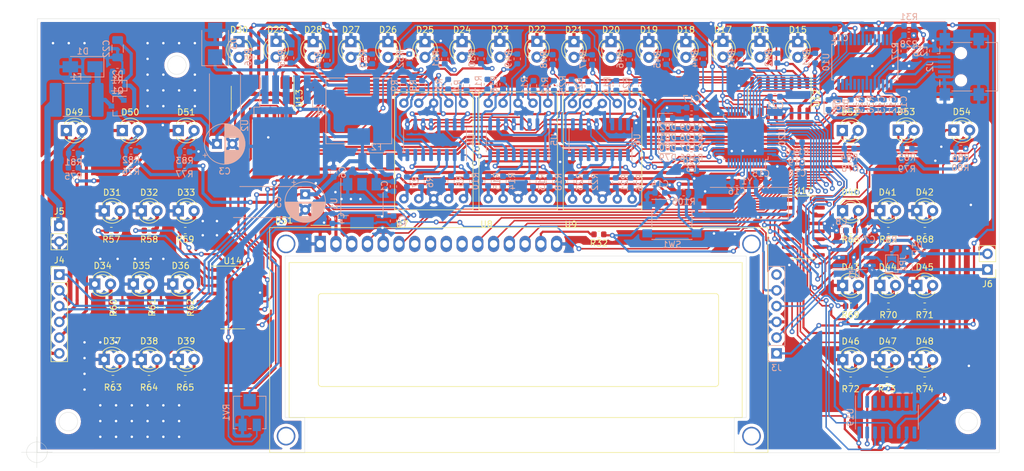
<source format=kicad_pcb>
(kicad_pcb (version 20171130) (host pcbnew "(5.1.2)-1")
  (layers (0 F.Cu signal) (31 B.Cu signal) (34 B.Paste user) (35 F.Paste user hide) (36 B.SilkS user) (37 F.SilkS user hide) (38 B.Mask user) (39 F.Mask user hide) (44 Edge.Cuts user))
  (net 0 "")
  (net 1 +5V)
  (net 2 GND)
  (net 3 +3V3)
  (net 4 /mcu/SW_NRST)
  (net 5 "Net-(C15-Pad2)")
  (net 6 "Net-(C16-Pad2)")
  (net 7 "Net-(C20-Pad1)")
  (net 8 "Net-(D15-Pad2)")
  (net 9 "Net-(D16-Pad2)")
  (net 10 "Net-(D17-Pad2)")
  (net 11 "Net-(D18-Pad2)")
  (net 12 "Net-(D19-Pad2)")
  (net 13 "Net-(D20-Pad2)")
  (net 14 "Net-(D21-Pad2)")
  (net 15 "Net-(D22-Pad2)")
  (net 16 "Net-(D23-Pad2)")
  (net 17 "Net-(D24-Pad2)")
  (net 18 "Net-(D25-Pad2)")
  (net 19 "Net-(D26-Pad2)")
  (net 20 "Net-(D27-Pad2)")
  (net 21 "Net-(D28-Pad2)")
  (net 22 "Net-(D29-Pad2)")
  (net 23 "Net-(D30-Pad2)")
  (net 24 "Net-(D31-Pad2)")
  (net 25 "Net-(D32-Pad2)")
  (net 26 "Net-(D33-Pad2)")
  (net 27 "Net-(D34-Pad2)")
  (net 28 "Net-(D35-Pad2)")
  (net 29 "Net-(D36-Pad2)")
  (net 30 "Net-(D37-Pad2)")
  (net 31 "Net-(D38-Pad2)")
  (net 32 "Net-(D39-Pad2)")
  (net 33 "Net-(D40-Pad2)")
  (net 34 "Net-(D41-Pad2)")
  (net 35 "Net-(D42-Pad2)")
  (net 36 "Net-(D43-Pad2)")
  (net 37 "Net-(D44-Pad2)")
  (net 38 "Net-(D45-Pad2)")
  (net 39 "Net-(D46-Pad2)")
  (net 40 "Net-(D47-Pad2)")
  (net 41 "Net-(D48-Pad2)")
  (net 42 "Net-(D79-Pad2)")
  (net 43 "Net-(D80-Pad2)")
  (net 44 "Net-(D81-Pad2)")
  (net 45 "Net-(D82-Pad2)")
  (net 46 "Net-(DS1-Pad3)")
  (net 47 /mcu/LCD_RS)
  (net 48 /display_16x2/E)
  (net 49 "Net-(DS1-Pad7)")
  (net 50 "Net-(DS1-Pad8)")
  (net 51 "Net-(DS1-Pad9)")
  (net 52 "Net-(DS1-Pad10)")
  (net 53 /display_16x2/D4)
  (net 54 /display_16x2/D5)
  (net 55 /display_16x2/D6)
  (net 56 /display_16x2/D7)
  (net 57 "Net-(DS1-Pad15)")
  (net 58 /mcu/SW_CLK)
  (net 59 /mcu/SW_DIO)
  (net 60 "Net-(R3-Pad2)")
  (net 61 "Net-(R3-Pad1)")
  (net 62 "Net-(R4-Pad1)")
  (net 63 "Net-(R4-Pad2)")
  (net 64 "Net-(R5-Pad2)")
  (net 65 "Net-(R5-Pad1)")
  (net 66 "Net-(R6-Pad1)")
  (net 67 "Net-(R6-Pad2)")
  (net 68 "Net-(R7-Pad2)")
  (net 69 "Net-(R7-Pad1)")
  (net 70 "Net-(R8-Pad1)")
  (net 71 "Net-(R8-Pad2)")
  (net 72 "Net-(R9-Pad2)")
  (net 73 "Net-(R9-Pad1)")
  (net 74 "Net-(R10-Pad1)")
  (net 75 "Net-(R10-Pad2)")
  (net 76 "Net-(R11-Pad1)")
  (net 77 "Net-(R11-Pad2)")
  (net 78 "Net-(R12-Pad2)")
  (net 79 "Net-(R12-Pad1)")
  (net 80 "Net-(R13-Pad1)")
  (net 81 "Net-(R13-Pad2)")
  (net 82 "Net-(R14-Pad1)")
  (net 83 "Net-(R14-Pad2)")
  (net 84 "Net-(R15-Pad2)")
  (net 85 "Net-(R15-Pad1)")
  (net 86 "Net-(R16-Pad1)")
  (net 87 "Net-(R16-Pad2)")
  (net 88 "Net-(R17-Pad2)")
  (net 89 "Net-(R17-Pad1)")
  (net 90 "Net-(R18-Pad1)")
  (net 91 "Net-(R18-Pad2)")
  (net 92 "Net-(R19-Pad2)")
  (net 93 "Net-(R19-Pad1)")
  (net 94 "Net-(R20-Pad1)")
  (net 95 "Net-(R20-Pad2)")
  (net 96 "Net-(R21-Pad2)")
  (net 97 "Net-(R21-Pad1)")
  (net 98 "Net-(R22-Pad1)")
  (net 99 "Net-(R22-Pad2)")
  (net 100 "Net-(R23-Pad2)")
  (net 101 "Net-(R23-Pad1)")
  (net 102 "Net-(R24-Pad2)")
  (net 103 "Net-(R24-Pad1)")
  (net 104 "Net-(R25-Pad2)")
  (net 105 "Net-(R25-Pad1)")
  (net 106 "Net-(R26-Pad1)")
  (net 107 "Net-(R26-Pad2)")
  (net 108 "Net-(R41-Pad2)")
  (net 109 "Net-(R42-Pad2)")
  (net 110 "Net-(R43-Pad2)")
  (net 111 "Net-(R44-Pad2)")
  (net 112 "Net-(R45-Pad2)")
  (net 113 "Net-(R46-Pad2)")
  (net 114 "Net-(R47-Pad2)")
  (net 115 "Net-(R48-Pad2)")
  (net 116 "Net-(R49-Pad2)")
  (net 117 "Net-(R50-Pad2)")
  (net 118 "Net-(R51-Pad2)")
  (net 119 "Net-(R52-Pad2)")
  (net 120 "Net-(R53-Pad2)")
  (net 121 "Net-(R54-Pad2)")
  (net 122 "Net-(R55-Pad2)")
  (net 123 "Net-(R56-Pad2)")
  (net 124 "Net-(R57-Pad2)")
  (net 125 "Net-(R58-Pad2)")
  (net 126 "Net-(R59-Pad2)")
  (net 127 "Net-(R60-Pad2)")
  (net 128 "Net-(R61-Pad2)")
  (net 129 "Net-(R62-Pad2)")
  (net 130 "Net-(R63-Pad2)")
  (net 131 "Net-(R64-Pad2)")
  (net 132 "Net-(R65-Pad2)")
  (net 133 "Net-(R66-Pad2)")
  (net 134 "Net-(R67-Pad2)")
  (net 135 "Net-(R68-Pad2)")
  (net 136 "Net-(R69-Pad2)")
  (net 137 "Net-(R70-Pad2)")
  (net 138 "Net-(R71-Pad2)")
  (net 139 "Net-(R72-Pad2)")
  (net 140 "Net-(R106-Pad2)")
  (net 141 "Net-(R107-Pad2)")
  (net 142 "Net-(R108-Pad2)")
  (net 143 "Net-(R109-Pad2)")
  (net 144 "Net-(R110-Pad1)")
  (net 145 /CAN_TX)
  (net 146 /CAN_RX)
  (net 147 "Net-(U4-Pad9)")
  (net 148 /SPI_1_CLK)
  (net 149 /SPI_1_CS)
  (net 150 /SPI_1_MOSI)
  (net 151 "Net-(U5-Pad9)")
  (net 152 /7_seg_dis/QH')
  (net 153 /UART_RX)
  (net 154 /UART_CTS)
  (net 155 /UART_TX)
  (net 156 /UART_RTS)
  (net 157 /SPI_2_MOSI)
  (net 158 /SPI_2_CS)
  (net 159 /SPI_2_CLK)
  (net 160 "Net-(U12-Pad9)")
  (net 161 /charge_level/QH')
  (net 162 "Net-(U14-Pad9)")
  (net 163 "Net-(U17-Pad9)")
  (net 164 "Net-(U20-Pad2)")
  (net 165 "Net-(U20-Pad3)")
  (net 166 "Net-(U20-Pad4)")
  (net 167 "Net-(U20-Pad10)")
  (net 168 "Net-(U20-Pad11)")
  (net 169 "Net-(U20-Pad12)")
  (net 170 "Net-(U20-Pad13)")
  (net 171 "Net-(U20-Pad16)")
  (net 172 "Net-(U20-Pad22)")
  (net 173 "Net-(U20-Pad27)")
  (net 174 "Net-(U20-Pad29)")
  (net 175 "Net-(C22-Pad1)")
  (net 176 "Net-(C9-Pad2)")
  (net 177 "Net-(C10-Pad2)")
  (net 178 "Net-(D1-Pad1)")
  (net 179 "Net-(D2-Pad2)")
  (net 180 "Net-(D3-Pad1)")
  (net 181 /CANH)
  (net 182 /CANL)
  (net 183 "Net-(D5-Pad1)")
  (net 184 "Net-(D6-Pad1)")
  (net 185 "Net-(D49-Pad2)")
  (net 186 FAULT6)
  (net 187 "Net-(D50-Pad2)")
  (net 188 FAULT5)
  (net 189 "Net-(D51-Pad2)")
  (net 190 FAULT4)
  (net 191 "Net-(D52-Pad2)")
  (net 192 FAULT3)
  (net 193 "Net-(D53-Pad2)")
  (net 194 FAULT2)
  (net 195 "Net-(D54-Pad2)")
  (net 196 FAULT1)
  (net 197 /GLV+)
  (net 198 5Vfused)
  (net 199 "Net-(J2-Pad4)")
  (net 200 "Net-(J2-Pad3)")
  (net 201 "Net-(J2-Pad2)")
  (net 202 "Net-(J3-Pad6)")
  (net 203 "Net-(JP1-Pad2)")
  (net 204 "Net-(L2-Pad2)")
  (net 205 "Net-(R27-Pad2)")
  (net 206 "Net-(R29-Pad2)")
  (net 207 "Net-(R30-Pad2)")
  (net 208 "Net-(R31-Pad2)")
  (net 209 "Net-(R73-Pad2)")
  (net 210 "Net-(R74-Pad2)")
  (net 211 "Net-(U10-Pad28)")
  (net 212 "Net-(U10-Pad27)")
  (net 213 "Net-(U10-Pad13)")
  (net 214 "Net-(U10-Pad12)")
  (net 215 "Net-(U10-Pad10)")
  (net 216 "Net-(U10-Pad9)")
  (net 217 "Net-(U10-Pad6)")
  (net 218 "Net-(U10-Pad2)")
  (net 219 /3state_leds/QH')
  (net 220 "Net-(U19-Pad7)")
  (net 221 "Net-(U19-Pad6)")
  (net 222 "Net-(U19-Pad5)")
  (net 223 "Net-(U19-Pad4)")
  (net 224 "Net-(U19-Pad3)")
  (net 225 "Net-(U19-Pad2)")
  (module "PUTMotorsport_footprints:0.56” Case Mold Type LED Display" (layer F.Cu) (at 149.916604 92.304832)
    (fp_text reference U9 (at -5.08 12.065) (layer F.SilkS))
    (fp_text value OPS-S5621)
    (pad 10 thru_hole circle (at -4.8006 -7.4676) (size 1.524 1.524) (drill 0.762) (layers *.Cu *.Mask) (net 105 "Net-(R25-Pad1)"))
    (pad 9 thru_hole circle (at -2.413 -7.4676) (size 1.524 1.524) (drill 0.762) (layers *.Cu *.Mask) (net 103 "Net-(R24-Pad1)"))
    (pad 8 thru_hole circle (at 0 -7.4676) (size 1.524 1.524) (drill 0.762) (layers *.Cu *.Mask) (net 2 GND))
    (pad 7 thru_hole circle (at 2.413 -7.4676) (size 1.524 1.524) (drill 0.762) (layers *.Cu *.Mask) (net 93 "Net-(R19-Pad1)"))
    (pad 6 thru_hole circle (at 4.8006 -7.4676) (size 1.524 1.524) (drill 0.762) (layers *.Cu *.Mask) (net 94 "Net-(R20-Pad1)"))
    (pad 4 thru_hole circle (at 2.413 7.9502) (size 1.524 1.524) (drill 0.762) (layers *.Cu *.Mask) (net 97 "Net-(R21-Pad1)"))
    (pad 2 thru_hole circle (at -2.413 7.9502) (size 1.524 1.524) (drill 0.762) (layers *.Cu *.Mask) (net 98 "Net-(R22-Pad1)"))
    (pad 1 thru_hole circle (at -4.8006 7.9502) (size 1.524 1.524) (drill 0.762) (layers *.Cu *.Mask) (net 101 "Net-(R23-Pad1)"))
    (pad 5 thru_hole circle (at 4.8006 7.9502) (size 1.524 1.524) (drill 0.762) (layers *.Cu *.Mask) (net 106 "Net-(R26-Pad1)"))
    (pad 3 thru_hole circle (at 0 7.9502) (size 1.524 1.524) (drill 0.762) (layers *.Cu *.Mask) (net 2 GND))
  )
  (module "PUTMotorsport_footprints:0.56” Case Mold Type LED Display" (layer F.Cu) (at 136.327604 92.254032)
    (fp_text reference U8 (at -5.08 12.065) (layer F.SilkS))
    (fp_text value OPS-S5621)
    (pad 10 thru_hole circle (at -4.8006 -7.4676) (size 1.524 1.524) (drill 0.762) (layers *.Cu *.Mask) (net 89 "Net-(R17-Pad1)"))
    (pad 9 thru_hole circle (at -2.413 -7.4676) (size 1.524 1.524) (drill 0.762) (layers *.Cu *.Mask) (net 86 "Net-(R16-Pad1)"))
    (pad 8 thru_hole circle (at 0 -7.4676) (size 1.524 1.524) (drill 0.762) (layers *.Cu *.Mask) (net 2 GND))
    (pad 7 thru_hole circle (at 2.413 -7.4676) (size 1.524 1.524) (drill 0.762) (layers *.Cu *.Mask) (net 76 "Net-(R11-Pad1)"))
    (pad 6 thru_hole circle (at 4.8006 -7.4676) (size 1.524 1.524) (drill 0.762) (layers *.Cu *.Mask) (net 79 "Net-(R12-Pad1)"))
    (pad 4 thru_hole circle (at 2.413 7.9502) (size 1.524 1.524) (drill 0.762) (layers *.Cu *.Mask) (net 80 "Net-(R13-Pad1)"))
    (pad 2 thru_hole circle (at -2.413 7.9502) (size 1.524 1.524) (drill 0.762) (layers *.Cu *.Mask) (net 82 "Net-(R14-Pad1)"))
    (pad 1 thru_hole circle (at -4.8006 7.9502) (size 1.524 1.524) (drill 0.762) (layers *.Cu *.Mask) (net 85 "Net-(R15-Pad1)"))
    (pad 5 thru_hole circle (at 4.8006 7.9502) (size 1.524 1.524) (drill 0.762) (layers *.Cu *.Mask) (net 90 "Net-(R18-Pad1)"))
    (pad 3 thru_hole circle (at 0 7.9502) (size 1.524 1.524) (drill 0.762) (layers *.Cu *.Mask) (net 2 GND))
  )
  (module "PUTMotorsport_footprints:0.56” Case Mold Type LED Display" (layer F.Cu) (at 122.738604 92.254032)
    (fp_text reference U7 (at -5.08 12.065) (layer F.SilkS))
    (fp_text value OPS-S5621)
    (pad 10 thru_hole circle (at -4.8006 -7.4676) (size 1.524 1.524) (drill 0.762) (layers *.Cu *.Mask) (net 73 "Net-(R9-Pad1)"))
    (pad 9 thru_hole circle (at -2.413 -7.4676) (size 1.524 1.524) (drill 0.762) (layers *.Cu *.Mask) (net 70 "Net-(R8-Pad1)"))
    (pad 8 thru_hole circle (at 0 -7.4676) (size 1.524 1.524) (drill 0.762) (layers *.Cu *.Mask) (net 2 GND))
    (pad 7 thru_hole circle (at 2.413 -7.4676) (size 1.524 1.524) (drill 0.762) (layers *.Cu *.Mask) (net 61 "Net-(R3-Pad1)"))
    (pad 6 thru_hole circle (at 4.8006 -7.4676) (size 1.524 1.524) (drill 0.762) (layers *.Cu *.Mask) (net 62 "Net-(R4-Pad1)"))
    (pad 4 thru_hole circle (at 2.413 7.9502) (size 1.524 1.524) (drill 0.762) (layers *.Cu *.Mask) (net 65 "Net-(R5-Pad1)"))
    (pad 2 thru_hole circle (at -2.413 7.9502) (size 1.524 1.524) (drill 0.762) (layers *.Cu *.Mask) (net 66 "Net-(R6-Pad1)"))
    (pad 1 thru_hole circle (at -4.8006 7.9502) (size 1.524 1.524) (drill 0.762) (layers *.Cu *.Mask) (net 69 "Net-(R7-Pad1)"))
    (pad 5 thru_hole circle (at 4.8006 7.9502) (size 1.524 1.524) (drill 0.762) (layers *.Cu *.Mask) (net 74 "Net-(R10-Pad1)"))
    (pad 3 thru_hole circle (at 0 7.9502) (size 1.524 1.524) (drill 0.762) (layers *.Cu *.Mask) (net 2 GND))
  )
  (module Capacitor_THT:CP_Radial_D6.3mm_P2.50mm (layer B.Cu) (at 102.037604 99.493032 270)
    (fp_text reference C5 (at 1.25 4.4 90) (layer B.SilkS) (effects (justify mirror)))
    (fp_text value 220uF)
    (pad 2 thru_hole circle (at 2.5 0 270) (size 1.6 1.6) (drill 0.8) (layers *.Cu *.Mask) (net 2 GND))
    (pad 1 thru_hole rect (at 0 0 270) (size 1.6 1.6) (drill 0.8) (layers *.Cu *.Mask) (net 1 +5V))
  )
  (module Capacitor_THT:CP_Radial_D6.3mm_P2.50mm (layer B.Cu) (at 87.813604 91.365032)
    (fp_text reference C3 (at 1.25 4.4) (layer B.SilkS) (effects (justify mirror)))
    (fp_text value 100uF)
    (pad 2 thru_hole circle (at 2.5 0) (size 1.6 1.6) (drill 0.8) (layers *.Cu *.Mask) (net 2 GND))
    (pad 1 thru_hole rect (at 0 0) (size 1.6 1.6) (drill 0.8) (layers *.Cu *.Mask) (net 175 "Net-(C22-Pad1)"))
  )
  (module Package_SO:SOIC-16_3.9x9.9mm_P1.27mm (layer B.Cu) (at 195.763604 135.434032 270)
    (fp_text reference U19 (at 0 5.9 270) (layer B.SilkS) (effects (justify mirror)))
    (fp_text value 74HC595)
    (pad 16 smd roundrect (at 2.475 4.445 270) (size 1.95 0.6) (layers B.Cu B.Paste B.Mask) (net 1 +5V))
    (pad 15 smd roundrect (at 2.475 3.175 270) (size 1.95 0.6) (layers B.Cu B.Paste B.Mask) (net 209 "Net-(R73-Pad2)"))
    (pad 14 smd roundrect (at 2.475 1.905 270) (size 1.95 0.6) (layers B.Cu B.Paste B.Mask) (net 163 "Net-(U17-Pad9)"))
    (pad 13 smd roundrect (at 2.475 0.635 270) (size 1.95 0.6) (layers B.Cu B.Paste B.Mask) (net 2 GND))
    (pad 12 smd roundrect (at 2.475 -0.635 270) (size 1.95 0.6) (layers B.Cu B.Paste B.Mask) (net 158 /SPI_2_CS))
    (pad 11 smd roundrect (at 2.475 -1.905 270) (size 1.95 0.6) (layers B.Cu B.Paste B.Mask) (net 159 /SPI_2_CLK))
    (pad 10 smd roundrect (at 2.475 -3.175 270) (size 1.95 0.6) (layers B.Cu B.Paste B.Mask) (net 1 +5V))
    (pad 9 smd roundrect (at 2.475 -4.445 270) (size 1.95 0.6) (layers B.Cu B.Paste B.Mask) (net 219 /3state_leds/QH'))
    (pad 8 smd roundrect (at -2.475 -4.445 270) (size 1.95 0.6) (layers B.Cu B.Paste B.Mask) (net 2 GND))
    (pad 7 smd roundrect (at -2.475 -3.175 270) (size 1.95 0.6) (layers B.Cu B.Paste B.Mask) (net 220 "Net-(U19-Pad7)"))
    (pad 6 smd roundrect (at -2.475 -1.905 270) (size 1.95 0.6) (layers B.Cu B.Paste B.Mask) (net 221 "Net-(U19-Pad6)"))
    (pad 5 smd roundrect (at -2.475 -0.635 270) (size 1.95 0.6) (layers B.Cu B.Paste B.Mask) (net 222 "Net-(U19-Pad5)"))
    (pad 4 smd roundrect (at -2.475 0.635 270) (size 1.95 0.6) (layers B.Cu B.Paste B.Mask) (net 223 "Net-(U19-Pad4)"))
    (pad 3 smd roundrect (at -2.475 1.905 270) (size 1.95 0.6) (layers B.Cu B.Paste B.Mask) (net 224 "Net-(U19-Pad3)"))
    (pad 2 smd roundrect (at -2.475 3.175 270) (size 1.95 0.6) (layers B.Cu B.Paste B.Mask) (net 225 "Net-(U19-Pad2)"))
    (pad 1 smd roundrect (at -2.475 4.445 270) (size 1.95 0.6) (layers B.Cu B.Paste B.Mask) (net 210 "Net-(R74-Pad2)"))
  )
  (module Package_SO:SSOP-28_5.3x10.2mm_P0.65mm (layer B.Cu) (at 192.207604 78.157032 270)
    (fp_text reference U10 (at 0 6.25 90) (layer B.SilkS) (effects (justify mirror)))
    (fp_text value FT232RL)
    (pad 28 smd rect (at 3.6 4.225 270) (size 1.75 0.45) (layers B.Cu B.Paste B.Mask) (net 211 "Net-(U10-Pad28)"))
    (pad 27 smd rect (at 3.6 3.575 270) (size 1.75 0.45) (layers B.Cu B.Paste B.Mask) (net 212 "Net-(U10-Pad27)"))
    (pad 26 smd rect (at 3.6 2.925 270) (size 1.75 0.45) (layers B.Cu B.Paste B.Mask) (net 2 GND))
    (pad 25 smd rect (at 3.6 2.275 270) (size 1.75 0.45) (layers B.Cu B.Paste B.Mask) (net 2 GND))
    (pad 24 smd rect (at 3.6 1.625 270) (size 1.75 0.45) (layers B.Cu B.Paste B.Mask))
    (pad 23 smd rect (at 3.6 0.975 270) (size 1.75 0.45) (layers B.Cu B.Paste B.Mask) (net 206 "Net-(R29-Pad2)"))
    (pad 22 smd rect (at 3.6 0.325 270) (size 1.75 0.45) (layers B.Cu B.Paste B.Mask) (net 207 "Net-(R30-Pad2)"))
    (pad 21 smd rect (at 3.6 -0.325 270) (size 1.75 0.45) (layers B.Cu B.Paste B.Mask) (net 2 GND))
    (pad 20 smd rect (at 3.6 -0.975 270) (size 1.75 0.45) (layers B.Cu B.Paste B.Mask) (net 1 +5V))
    (pad 19 smd rect (at 3.6 -1.625 270) (size 1.75 0.45) (layers B.Cu B.Paste B.Mask) (net 205 "Net-(R27-Pad2)"))
    (pad 18 smd rect (at 3.6 -2.275 270) (size 1.75 0.45) (layers B.Cu B.Paste B.Mask) (net 2 GND))
    (pad 17 smd rect (at 3.6 -2.925 270) (size 1.75 0.45) (layers B.Cu B.Paste B.Mask) (net 177 "Net-(C10-Pad2)"))
    (pad 16 smd rect (at 3.6 -3.575 270) (size 1.75 0.45) (layers B.Cu B.Paste B.Mask) (net 201 "Net-(J2-Pad2)"))
    (pad 15 smd rect (at 3.6 -4.225 270) (size 1.75 0.45) (layers B.Cu B.Paste B.Mask) (net 200 "Net-(J2-Pad3)"))
    (pad 14 smd rect (at -3.6 -4.225 270) (size 1.75 0.45) (layers B.Cu B.Paste B.Mask) (net 208 "Net-(R31-Pad2)"))
    (pad 13 smd rect (at -3.6 -3.575 270) (size 1.75 0.45) (layers B.Cu B.Paste B.Mask) (net 213 "Net-(U10-Pad13)"))
    (pad 12 smd rect (at -3.6 -2.925 270) (size 1.75 0.45) (layers B.Cu B.Paste B.Mask) (net 214 "Net-(U10-Pad12)"))
    (pad 11 smd rect (at -3.6 -2.275 270) (size 1.75 0.45) (layers B.Cu B.Paste B.Mask) (net 156 /UART_RTS))
    (pad 10 smd rect (at -3.6 -1.625 270) (size 1.75 0.45) (layers B.Cu B.Paste B.Mask) (net 215 "Net-(U10-Pad10)"))
    (pad 9 smd rect (at -3.6 -0.975 270) (size 1.75 0.45) (layers B.Cu B.Paste B.Mask) (net 216 "Net-(U10-Pad9)"))
    (pad 8 smd rect (at -3.6 -0.325 270) (size 1.75 0.45) (layers B.Cu B.Paste B.Mask))
    (pad 7 smd rect (at -3.6 0.325 270) (size 1.75 0.45) (layers B.Cu B.Paste B.Mask) (net 2 GND))
    (pad 6 smd rect (at -3.6 0.975 270) (size 1.75 0.45) (layers B.Cu B.Paste B.Mask) (net 217 "Net-(U10-Pad6)"))
    (pad 5 smd rect (at -3.6 1.625 270) (size 1.75 0.45) (layers B.Cu B.Paste B.Mask) (net 155 /UART_TX))
    (pad 4 smd rect (at -3.6 2.275 270) (size 1.75 0.45) (layers B.Cu B.Paste B.Mask) (net 3 +3V3))
    (pad 3 smd rect (at -3.6 2.925 270) (size 1.75 0.45) (layers B.Cu B.Paste B.Mask) (net 154 /UART_CTS))
    (pad 2 smd rect (at -3.6 3.575 270) (size 1.75 0.45) (layers B.Cu B.Paste B.Mask) (net 218 "Net-(U10-Pad2)"))
    (pad 1 smd rect (at -3.6 4.225 270) (size 1.75 0.45) (layers B.Cu B.Paste B.Mask) (net 153 /UART_RX))
  )
  (module Package_SO:SOIC-8_3.9x4.9mm_P1.27mm (layer B.Cu) (at 190.52 109.068064)
    (fp_text reference U3 (at 0 3.4) (layer B.SilkS) (effects (justify mirror)))
    (fp_text value MCP2562-H-SN)
    (pad 8 smd roundrect (at 2.475 1.905) (size 1.95 0.6) (layers B.Cu B.Paste B.Mask) (net 2 GND))
    (pad 7 smd roundrect (at 2.475 0.635) (size 1.95 0.6) (layers B.Cu B.Paste B.Mask) (net 181 /CANH))
    (pad 6 smd roundrect (at 2.475 -0.635) (size 1.95 0.6) (layers B.Cu B.Paste B.Mask) (net 182 /CANL))
    (pad 5 smd roundrect (at 2.475 -1.905) (size 1.95 0.6) (layers B.Cu B.Paste B.Mask) (net 3 +3V3))
    (pad 4 smd roundrect (at -2.475 -1.905) (size 1.95 0.6) (layers B.Cu B.Paste B.Mask) (net 146 /CAN_RX))
    (pad 3 smd roundrect (at -2.475 -0.635) (size 1.95 0.6) (layers B.Cu B.Paste B.Mask) (net 1 +5V))
    (pad 2 smd roundrect (at -2.475 0.635) (size 1.95 0.6) (layers B.Cu B.Paste B.Mask) (net 2 GND))
    (pad 1 smd roundrect (at -2.475 1.905) (size 1.95 0.6) (layers B.Cu B.Paste B.Mask) (net 145 /CAN_TX))
  )
  (module Package_TO_SOT_SMD:TO-263-5_TabPin3 (layer B.Cu) (at 98.970604 88.383032 270)
    (fp_text reference U2 (at 0 6.65 270) (layer B.SilkS) (effects (justify mirror)))
    (fp_text value LM2596S-5)
    (pad 3 smd rect (at 3.375 0 270) (size 9.4 10.8) (layers B.Cu B.Mask) (net 2 GND))
    (pad 5 smd rect (at -5.775 -3.4 270) (size 4.6 1.1) (layers B.Cu B.Paste B.Mask) (net 2 GND))
    (pad 4 smd rect (at -5.775 -1.7 270) (size 4.6 1.1) (layers B.Cu B.Paste B.Mask) (net 1 +5V))
    (pad 3 smd rect (at -5.775 0 270) (size 4.6 1.1) (layers B.Cu B.Paste B.Mask) (net 2 GND))
    (pad 2 smd rect (at -5.775 1.7 270) (size 4.6 1.1) (layers B.Cu B.Paste B.Mask) (net 180 "Net-(D3-Pad1)"))
    (pad 1 smd rect (at -5.775 3.4 270) (size 4.6 1.1) (layers B.Cu B.Paste B.Mask) (net 175 "Net-(C22-Pad1)"))
  )
  (module Package_TO_SOT_SMD:SOT-223-3_TabPin2 (layer B.Cu) (at 111.181604 101.017032 270)
    (fp_text reference U1 (at 0 4.5 90) (layer B.SilkS) (effects (justify mirror)))
    (fp_text value LM1117-3.3)
    (pad 1 smd rect (at -3.15 2.3 270) (size 2 1.5) (layers B.Cu B.Paste B.Mask) (net 2 GND))
    (pad 3 smd rect (at -3.15 -2.3 270) (size 2 1.5) (layers B.Cu B.Paste B.Mask) (net 1 +5V))
    (pad 2 smd rect (at -3.15 0 270) (size 2 1.5) (layers B.Cu B.Paste B.Mask) (net 3 +3V3))
    (pad 2 smd rect (at 3.15 0 270) (size 2 3.8) (layers B.Cu B.Paste B.Mask) (net 3 +3V3))
  )
  (module Button_Switch_SMD:SW_Push_1P1T_NO_6x6mm_H9.5mm (layer B.Cu) (at 161.12 103.545064)
    (fp_text reference SW1 (at 0 4.05) (layer B.SilkS) (effects (justify mirror)))
    (fp_text value SW_Push)
    (pad 2 smd rect (at 3.975 -2.25) (size 1.55 1.3) (layers B.Cu B.Paste B.Mask) (net 2 GND))
    (pad 1 smd rect (at 3.975 2.25) (size 1.55 1.3) (layers B.Cu B.Paste B.Mask) (net 4 /mcu/SW_NRST))
    (pad 1 smd rect (at -3.975 2.25) (size 1.55 1.3) (layers B.Cu B.Paste B.Mask) (net 4 /mcu/SW_NRST))
    (pad 2 smd rect (at -3.975 -2.25) (size 1.55 1.3) (layers B.Cu B.Paste B.Mask) (net 2 GND))
  )
  (module Resistor_SMD:R_0603_1608Metric (layer B.Cu) (at 163.023104 99.239032)
    (fp_text reference R105 (at 0 1.43) (layer B.SilkS) (effects (justify mirror)))
    (fp_text value 10k)
    (pad 2 smd roundrect (at 0.7875 0) (size 0.875 0.95) (layers B.Cu B.Paste B.Mask) (net 3 +3V3))
    (pad 1 smd roundrect (at -0.7875 0) (size 0.875 0.95) (layers B.Cu B.Paste B.Mask) (net 4 /mcu/SW_NRST))
  )
  (module Capacitor_SMD:C_0603_1608Metric (layer B.Cu) (at 207.676104 92.127032)
    (fp_text reference R86 (at 0 1.43) (layer B.SilkS) (effects (justify mirror)))
    (fp_text value R_Small)
    (pad 2 smd roundrect (at 0.7875 0) (size 0.875 0.95) (layers B.Cu B.Paste B.Mask) (net 2 GND))
    (pad 1 smd roundrect (at -0.7875 0) (size 0.875 0.95) (layers B.Cu B.Paste B.Mask) (net 195 "Net-(D54-Pad2)"))
  )
  (module Capacitor_SMD:C_0603_1608Metric (layer B.Cu) (at 199.002104 92.127032)
    (fp_text reference R85 (at 0 1.43) (layer B.SilkS) (effects (justify mirror)))
    (fp_text value R_Small)
    (pad 2 smd roundrect (at 0.7875 0) (size 0.875 0.95) (layers B.Cu B.Paste B.Mask) (net 2 GND))
    (pad 1 smd roundrect (at -0.7875 0) (size 0.875 0.95) (layers B.Cu B.Paste B.Mask) (net 193 "Net-(D53-Pad2)"))
  )
  (module Capacitor_SMD:C_0603_1608Metric (layer B.Cu) (at 189.693104 92.127032)
    (fp_text reference R84 (at 0 1.43) (layer B.SilkS) (effects (justify mirror)))
    (fp_text value R_Small)
    (pad 2 smd roundrect (at 0.7875 0) (size 0.875 0.95) (layers B.Cu B.Paste B.Mask) (net 2 GND))
    (pad 1 smd roundrect (at -0.7875 0) (size 0.875 0.95) (layers B.Cu B.Paste B.Mask) (net 191 "Net-(D52-Pad2)"))
  )
  (module Capacitor_SMD:C_0603_1608Metric (layer B.Cu) (at 82.606604 92.635032)
    (fp_text reference R83 (at 0 1.43) (layer B.SilkS) (effects (justify mirror)))
    (fp_text value R_Small)
    (pad 2 smd roundrect (at 0.7875 0) (size 0.875 0.95) (layers B.Cu B.Paste B.Mask) (net 2 GND))
    (pad 1 smd roundrect (at -0.7875 0) (size 0.875 0.95) (layers B.Cu B.Paste B.Mask) (net 189 "Net-(D51-Pad2)"))
  )
  (module Capacitor_SMD:C_0603_1608Metric (layer B.Cu) (at 73.970604 92.508032)
    (fp_text reference R82 (at 0 1.43) (layer B.SilkS) (effects (justify mirror)))
    (fp_text value R_Small)
    (pad 2 smd roundrect (at 0.7875 0) (size 0.875 0.95) (layers B.Cu B.Paste B.Mask) (net 2 GND))
    (pad 1 smd roundrect (at -0.7875 0) (size 0.875 0.95) (layers B.Cu B.Paste B.Mask) (net 187 "Net-(D50-Pad2)"))
  )
  (module Capacitor_SMD:C_0603_1608Metric (layer B.Cu) (at 64.699604 92.889032)
    (fp_text reference R81 (at 0 1.43) (layer B.SilkS) (effects (justify mirror)))
    (fp_text value R_Small)
    (pad 2 smd roundrect (at 0.7875 0) (size 0.875 0.95) (layers B.Cu B.Paste B.Mask) (net 2 GND))
    (pad 1 smd roundrect (at -0.7875 0) (size 0.875 0.95) (layers B.Cu B.Paste B.Mask) (net 185 "Net-(D49-Pad2)"))
  )
  (module Capacitor_SMD:C_0603_1608Metric (layer B.Cu) (at 207.612604 93.778032)
    (fp_text reference R80 (at 0 1.43) (layer B.SilkS) (effects (justify mirror)))
    (fp_text value 200R)
    (pad 2 smd roundrect (at 0.7875 0) (size 0.875 0.95) (layers B.Cu B.Paste B.Mask) (net 198 5Vfused))
    (pad 1 smd roundrect (at -0.7875 0) (size 0.875 0.95) (layers B.Cu B.Paste B.Mask) (net 195 "Net-(D54-Pad2)"))
  )
  (module Capacitor_SMD:C_0603_1608Metric (layer B.Cu) (at 198.976604 93.968532)
    (fp_text reference R79 (at 0 1.43) (layer B.SilkS) (effects (justify mirror)))
    (fp_text value 200R)
    (pad 2 smd roundrect (at 0.7875 0) (size 0.875 0.95) (layers B.Cu B.Paste B.Mask) (net 198 5Vfused))
    (pad 1 smd roundrect (at -0.7875 0) (size 0.875 0.95) (layers B.Cu B.Paste B.Mask) (net 193 "Net-(D53-Pad2)"))
  )
  (module Capacitor_SMD:C_0603_1608Metric (layer B.Cu) (at 189.858104 93.905032)
    (fp_text reference R78 (at 0 1.43) (layer B.SilkS) (effects (justify mirror)))
    (fp_text value 200R)
    (pad 2 smd roundrect (at 0.7875 0) (size 0.875 0.95) (layers B.Cu B.Paste B.Mask) (net 198 5Vfused))
    (pad 1 smd roundrect (at -0.7875 0) (size 0.875 0.95) (layers B.Cu B.Paste B.Mask) (net 191 "Net-(D52-Pad2)"))
  )
  (module Capacitor_SMD:C_0603_1608Metric (layer B.Cu) (at 82.581104 94.794032)
    (fp_text reference R77 (at 0 1.43) (layer B.SilkS) (effects (justify mirror)))
    (fp_text value 200R)
    (pad 2 smd roundrect (at 0.7875 0) (size 0.875 0.95) (layers B.Cu B.Paste B.Mask) (net 198 5Vfused))
    (pad 1 smd roundrect (at -0.7875 0) (size 0.875 0.95) (layers B.Cu B.Paste B.Mask) (net 189 "Net-(D51-Pad2)"))
  )
  (module Capacitor_SMD:C_0603_1608Metric (layer B.Cu) (at 73.945104 94.413032)
    (fp_text reference R76 (at 0 1.43) (layer B.SilkS) (effects (justify mirror)))
    (fp_text value 200R)
    (pad 2 smd roundrect (at 0.7875 0) (size 0.875 0.95) (layers B.Cu B.Paste B.Mask) (net 198 5Vfused))
    (pad 1 smd roundrect (at -0.7875 0) (size 0.875 0.95) (layers B.Cu B.Paste B.Mask) (net 187 "Net-(D50-Pad2)"))
  )
  (module Capacitor_SMD:C_0603_1608Metric (layer B.Cu) (at 64.674104 95.175032)
    (fp_text reference R75 (at 0 1.43) (layer B.SilkS) (effects (justify mirror)))
    (fp_text value 200R)
    (pad 2 smd roundrect (at 0.7875 0) (size 0.875 0.95) (layers B.Cu B.Paste B.Mask) (net 198 5Vfused))
    (pad 1 smd roundrect (at -0.7875 0) (size 0.875 0.95) (layers B.Cu B.Paste B.Mask) (net 185 "Net-(D49-Pad2)"))
  )
  (module Resistor_SMD:R_0603_1608Metric (layer F.Cu) (at 201.859604 129.465032 180)
    (fp_text reference R74 (at 0 -1.43) (layer F.SilkS))
    (fp_text value 200)
    (pad 2 smd roundrect (at 0.7875 0 180) (size 0.875 0.95) (layers F.Cu F.Paste F.Mask) (net 210 "Net-(R74-Pad2)"))
    (pad 1 smd roundrect (at -0.7875 0 180) (size 0.875 0.95) (layers F.Cu F.Paste F.Mask) (net 41 "Net-(D48-Pad2)"))
  )
  (module Resistor_SMD:R_0603_1608Metric (layer F.Cu) (at 195.763604 129.465032 180)
    (fp_text reference R73 (at 0 -1.43) (layer F.SilkS))
    (fp_text value 200)
    (pad 2 smd roundrect (at 0.7875 0 180) (size 0.875 0.95) (layers F.Cu F.Paste F.Mask) (net 209 "Net-(R73-Pad2)"))
    (pad 1 smd roundrect (at -0.7875 0 180) (size 0.875 0.95) (layers F.Cu F.Paste F.Mask) (net 40 "Net-(D47-Pad2)"))
  )
  (module Resistor_SMD:R_0603_1608Metric (layer F.Cu) (at 189.921604 129.465032 180)
    (fp_text reference R72 (at 0 -1.43) (layer F.SilkS))
    (fp_text value 200)
    (pad 2 smd roundrect (at 0.7875 0 180) (size 0.875 0.95) (layers F.Cu F.Paste F.Mask) (net 139 "Net-(R72-Pad2)"))
    (pad 1 smd roundrect (at -0.7875 0 180) (size 0.875 0.95) (layers F.Cu F.Paste F.Mask) (net 39 "Net-(D46-Pad2)"))
  )
  (module Resistor_SMD:R_0603_1608Metric (layer F.Cu) (at 201.859604 117.527032 180)
    (fp_text reference R71 (at 0 -1.43) (layer F.SilkS))
    (fp_text value 200)
    (pad 2 smd roundrect (at 0.7875 0 180) (size 0.875 0.95) (layers F.Cu F.Paste F.Mask) (net 138 "Net-(R71-Pad2)"))
    (pad 1 smd roundrect (at -0.7875 0 180) (size 0.875 0.95) (layers F.Cu F.Paste F.Mask) (net 38 "Net-(D45-Pad2)"))
  )
  (module Resistor_SMD:R_0603_1608Metric (layer F.Cu) (at 196.017604 117.527032 180)
    (fp_text reference R70 (at 0 -1.43) (layer F.SilkS))
    (fp_text value 200)
    (pad 2 smd roundrect (at 0.7875 0 180) (size 0.875 0.95) (layers F.Cu F.Paste F.Mask) (net 137 "Net-(R70-Pad2)"))
    (pad 1 smd roundrect (at -0.7875 0 180) (size 0.875 0.95) (layers F.Cu F.Paste F.Mask) (net 37 "Net-(D44-Pad2)"))
  )
  (module Resistor_SMD:R_0603_1608Metric (layer F.Cu) (at 189.896104 117.527032 180)
    (fp_text reference R69 (at 0 -1.43) (layer F.SilkS))
    (fp_text value 200)
    (pad 2 smd roundrect (at 0.7875 0 180) (size 0.875 0.95) (layers F.Cu F.Paste F.Mask) (net 136 "Net-(R69-Pad2)"))
    (pad 1 smd roundrect (at -0.7875 0 180) (size 0.875 0.95) (layers F.Cu F.Paste F.Mask) (net 36 "Net-(D43-Pad2)"))
  )
  (module Resistor_SMD:R_0603_1608Metric (layer F.Cu) (at 201.885104 105.335032 180)
    (fp_text reference R68 (at 0 -1.43) (layer F.SilkS))
    (fp_text value 200)
    (pad 2 smd roundrect (at 0.7875 0 180) (size 0.875 0.95) (layers F.Cu F.Paste F.Mask) (net 135 "Net-(R68-Pad2)"))
    (pad 1 smd roundrect (at -0.7875 0 180) (size 0.875 0.95) (layers F.Cu F.Paste F.Mask) (net 35 "Net-(D42-Pad2)"))
  )
  (module Resistor_SMD:R_0603_1608Metric (layer F.Cu) (at 195.992104 105.335032 180)
    (fp_text reference R67 (at 0 -1.43) (layer F.SilkS))
    (fp_text value 200)
    (pad 2 smd roundrect (at 0.7875 0 180) (size 0.875 0.95) (layers F.Cu F.Paste F.Mask) (net 134 "Net-(R67-Pad2)"))
    (pad 1 smd roundrect (at -0.7875 0 180) (size 0.875 0.95) (layers F.Cu F.Paste F.Mask) (net 34 "Net-(D41-Pad2)"))
  )
  (module Resistor_SMD:R_0603_1608Metric (layer F.Cu) (at 189.921604 105.335032 180)
    (fp_text reference R66 (at 0 -1.43) (layer F.SilkS))
    (fp_text value 200)
    (pad 2 smd roundrect (at 0.7875 0 180) (size 0.875 0.95) (layers F.Cu F.Paste F.Mask) (net 133 "Net-(R66-Pad2)"))
    (pad 1 smd roundrect (at -0.7875 0 180) (size 0.875 0.95) (layers F.Cu F.Paste F.Mask) (net 33 "Net-(D40-Pad2)"))
  )
  (module Resistor_SMD:R_0603_1608Metric (layer F.Cu) (at 82.708104 129.211032 180)
    (fp_text reference R65 (at 0 -1.43) (layer F.SilkS))
    (fp_text value 200)
    (pad 2 smd roundrect (at 0.7875 0 180) (size 0.875 0.95) (layers F.Cu F.Paste F.Mask) (net 132 "Net-(R65-Pad2)"))
    (pad 1 smd roundrect (at -0.7875 0 180) (size 0.875 0.95) (layers F.Cu F.Paste F.Mask) (net 32 "Net-(D39-Pad2)"))
  )
  (module Resistor_SMD:R_0603_1608Metric (layer F.Cu) (at 76.866104 129.211032 180)
    (fp_text reference R64 (at 0 -1.43) (layer F.SilkS))
    (fp_text value 200)
    (pad 2 smd roundrect (at 0.7875 0 180) (size 0.875 0.95) (layers F.Cu F.Paste F.Mask) (net 131 "Net-(R64-Pad2)"))
    (pad 1 smd roundrect (at -0.7875 0 180) (size 0.875 0.95) (layers F.Cu F.Paste F.Mask) (net 31 "Net-(D38-Pad2)"))
  )
  (module Resistor_SMD:R_0603_1608Metric (layer F.Cu) (at 71.049604 129.211032 180)
    (fp_text reference R63 (at 0 -1.43) (layer F.SilkS))
    (fp_text value 200)
    (pad 2 smd roundrect (at 0.7875 0 180) (size 0.875 0.95) (layers F.Cu F.Paste F.Mask) (net 130 "Net-(R63-Pad2)"))
    (pad 1 smd roundrect (at -0.7875 0 180) (size 0.875 0.95) (layers F.Cu F.Paste F.Mask) (net 30 "Net-(D37-Pad2)"))
  )
  (module Resistor_SMD:R_0603_1608Metric (layer F.Cu) (at 85.019604 117.781032 90)
    (fp_text reference R62 (at 0 -1.43 90) (layer F.SilkS))
    (fp_text value 200)
    (pad 2 smd roundrect (at 0.7875 0 90) (size 0.875 0.95) (layers F.Cu F.Paste F.Mask) (net 129 "Net-(R62-Pad2)"))
    (pad 1 smd roundrect (at -0.7875 0 90) (size 0.875 0.95) (layers F.Cu F.Paste F.Mask) (net 29 "Net-(D36-Pad2)"))
  )
  (module Resistor_SMD:R_0603_1608Metric (layer F.Cu) (at 78.796604 117.755532 90)
    (fp_text reference R61 (at 0 -1.43 90) (layer F.SilkS))
    (fp_text value 200)
    (pad 2 smd roundrect (at 0.7875 0 90) (size 0.875 0.95) (layers F.Cu F.Paste F.Mask) (net 128 "Net-(R61-Pad2)"))
    (pad 1 smd roundrect (at -0.7875 0 90) (size 0.875 0.95) (layers F.Cu F.Paste F.Mask) (net 28 "Net-(D35-Pad2)"))
  )
  (module Resistor_SMD:R_0603_1608Metric (layer F.Cu) (at 72.573604 117.781032 90)
    (fp_text reference R60 (at 0 -1.43 90) (layer F.SilkS))
    (fp_text value 200)
    (pad 2 smd roundrect (at 0.7875 0 90) (size 0.875 0.95) (layers F.Cu F.Paste F.Mask) (net 127 "Net-(R60-Pad2)"))
    (pad 1 smd roundrect (at -0.7875 0 90) (size 0.875 0.95) (layers F.Cu F.Paste F.Mask) (net 27 "Net-(D34-Pad2)"))
  )
  (module Resistor_SMD:R_0603_1608Metric (layer F.Cu) (at 82.708104 105.335032 180)
    (fp_text reference R59 (at 0 -1.43) (layer F.SilkS))
    (fp_text value 200)
    (pad 2 smd roundrect (at 0.7875 0 180) (size 0.875 0.95) (layers F.Cu F.Paste F.Mask) (net 126 "Net-(R59-Pad2)"))
    (pad 1 smd roundrect (at -0.7875 0 180) (size 0.875 0.95) (layers F.Cu F.Paste F.Mask) (net 26 "Net-(D33-Pad2)"))
  )
  (module Resistor_SMD:R_0603_1608Metric (layer F.Cu) (at 76.891604 105.335032 180)
    (fp_text reference R58 (at 0 -1.43) (layer F.SilkS))
    (fp_text value 200)
    (pad 2 smd roundrect (at 0.7875 0 180) (size 0.875 0.95) (layers F.Cu F.Paste F.Mask) (net 125 "Net-(R58-Pad2)"))
    (pad 1 smd roundrect (at -0.7875 0 180) (size 0.875 0.95) (layers F.Cu F.Paste F.Mask) (net 25 "Net-(D32-Pad2)"))
  )
  (module Resistor_SMD:R_0603_1608Metric (layer F.Cu) (at 70.795604 105.335032 180)
    (fp_text reference R57 (at 0 -1.43) (layer F.SilkS))
    (fp_text value 200)
    (pad 2 smd roundrect (at 0.7875 0 180) (size 0.875 0.95) (layers F.Cu F.Paste F.Mask) (net 124 "Net-(R57-Pad2)"))
    (pad 1 smd roundrect (at -0.7875 0 180) (size 0.875 0.95) (layers F.Cu F.Paste F.Mask) (net 24 "Net-(D31-Pad2)"))
  )
  (module Resistor_SMD:R_0603_1608Metric (layer B.Cu) (at 199.319604 72.315032 180)
    (fp_text reference R31 (at 0 1.43 180) (layer B.SilkS) (effects (justify mirror)))
    (fp_text value 10k)
    (pad 2 smd roundrect (at 0.7875 0 180) (size 0.875 0.95) (layers B.Cu B.Paste B.Mask) (net 208 "Net-(R31-Pad2)"))
    (pad 1 smd roundrect (at -0.7875 0 180) (size 0.875 0.95) (layers B.Cu B.Paste B.Mask) (net 1 +5V))
  )
  (module Resistor_SMD:R_0603_1608Metric (layer B.Cu) (at 191.699604 85.015032 90)
    (fp_text reference R30 (at 0 1.43 90) (layer B.SilkS) (effects (justify mirror)))
    (fp_text value 560R)
    (pad 2 smd roundrect (at 0.7875 0 90) (size 0.875 0.95) (layers B.Cu B.Paste B.Mask) (net 207 "Net-(R30-Pad2)"))
    (pad 1 smd roundrect (at -0.7875 0 90) (size 0.875 0.95) (layers B.Cu B.Paste B.Mask) (net 184 "Net-(D6-Pad1)"))
  )
  (module Resistor_SMD:R_0603_1608Metric (layer B.Cu) (at 189.921604 85.015032 90)
    (fp_text reference R29 (at 0 1.43 90) (layer B.SilkS) (effects (justify mirror)))
    (fp_text value 560R)
    (pad 2 smd roundrect (at 0.7875 0 90) (size 0.875 0.95) (layers B.Cu B.Paste B.Mask) (net 206 "Net-(R29-Pad2)"))
    (pad 1 smd roundrect (at -0.7875 0 90) (size 0.875 0.95) (layers B.Cu B.Paste B.Mask) (net 183 "Net-(D5-Pad1)"))
  )
  (module Resistor_SMD:R_0603_1608Metric (layer B.Cu) (at 199.294104 73.839032)
    (fp_text reference R28 (at 0 1.43 -180) (layer B.SilkS) (effects (justify mirror)))
    (fp_text value 10k)
    (pad 2 smd roundrect (at 0.7875 0) (size 0.875 0.95) (layers B.Cu B.Paste B.Mask) (net 2 GND))
    (pad 1 smd roundrect (at -0.7875 0) (size 0.875 0.95) (layers B.Cu B.Paste B.Mask) (net 205 "Net-(R27-Pad2)"))
  )
  (module Resistor_SMD:R_0603_1608Metric (layer B.Cu) (at 198.557604 76.379032 270)
    (fp_text reference R27 (at 0 1.43 90) (layer B.SilkS) (effects (justify mirror)))
    (fp_text value 4k7)
    (pad 2 smd roundrect (at 0.7875 0 270) (size 0.875 0.95) (layers B.Cu B.Paste B.Mask) (net 205 "Net-(R27-Pad2)"))
    (pad 1 smd roundrect (at -0.7875 0 270) (size 0.875 0.95) (layers B.Cu B.Paste B.Mask) (net 204 "Net-(L2-Pad2)"))
  )
  (module Resistor_SMD:R_0603_1608Metric (layer B.Cu) (at 196.477444 108.233172 180)
    (fp_text reference R2 (at 0 1.43 180) (layer B.SilkS) (effects (justify mirror)))
    (fp_text value 120R)
    (pad 2 smd roundrect (at 0.7875 0 180) (size 0.875 0.95) (layers B.Cu B.Paste B.Mask) (net 182 /CANL))
    (pad 1 smd roundrect (at -0.7875 0 180) (size 0.875 0.95) (layers B.Cu B.Paste B.Mask) (net 203 "Net-(JP1-Pad2)"))
  )
  (module Resistor_SMD:R_0603_1608Metric (layer B.Cu) (at 71.786104 79.681032)
    (fp_text reference R1 (at 0 1.43) (layer B.SilkS) (effects (justify mirror)))
    (fp_text value 10k)
    (pad 2 smd roundrect (at 0.7875 0) (size 0.875 0.95) (layers B.Cu B.Paste B.Mask) (net 2 GND))
    (pad 1 smd roundrect (at -0.7875 0) (size 0.875 0.95) (layers B.Cu B.Paste B.Mask) (net 179 "Net-(D2-Pad2)"))
  )
  (module Package_TO_SOT_SMD:SOT-23 (layer B.Cu) (at 71.811604 85.269032 180)
    (fp_text reference Q1 (at 0 2.5) (layer B.SilkS) (effects (justify mirror)))
    (fp_text value DMP3056L-7)
    (pad 3 smd rect (at 1 0 180) (size 0.9 0.8) (layers B.Cu B.Paste B.Mask) (net 178 "Net-(D1-Pad1)"))
    (pad 2 smd rect (at -1 -0.95 180) (size 0.9 0.8) (layers B.Cu B.Paste B.Mask) (net 175 "Net-(C22-Pad1)"))
    (pad 1 smd rect (at -1 0.95 180) (size 0.9 0.8) (layers B.Cu B.Paste B.Mask) (net 179 "Net-(D2-Pad2)"))
  )
  (module Inductor_SMD:L_0603_1608Metric (layer B.Cu) (at 164.242104 93.905032)
    (fp_text reference L3 (at 0 1.43) (layer B.SilkS) (effects (justify mirror)))
    (fp_text value 10uH)
    (pad 2 smd roundrect (at 0.7875 0) (size 0.875 0.95) (layers B.Cu B.Paste B.Mask) (net 7 "Net-(C20-Pad1)"))
    (pad 1 smd roundrect (at -0.7875 0) (size 0.875 0.95) (layers B.Cu B.Paste B.Mask) (net 3 +3V3))
  )
  (module Inductor_SMD:L_0603_1608Metric (layer B.Cu) (at 200.335604 76.404532 90)
    (fp_text reference L2 (at 0 1.43 90) (layer B.SilkS) (effects (justify mirror)))
    (fp_text value KoralikFerrytowy)
    (pad 2 smd roundrect (at 0.7875 0 90) (size 0.875 0.95) (layers B.Cu B.Paste B.Mask) (net 204 "Net-(L2-Pad2)"))
    (pad 1 smd roundrect (at -0.7875 0 90) (size 0.875 0.95) (layers B.Cu B.Paste B.Mask) (net 176 "Net-(C9-Pad2)"))
  )
  (module Inductor_SMD:L_10.4x10.4_H4.8 (layer B.Cu) (at 110.673604 86.031032 270)
    (fp_text reference L1 (at 0 6.35 270) (layer B.SilkS) (effects (justify mirror)))
    (fp_text value 68uH)
    (pad 2 smd rect (at 4.15 0 270) (size 2.7 3.6) (layers B.Cu B.Paste B.Mask) (net 1 +5V))
    (pad 1 smd rect (at -4.15 0 270) (size 2.7 3.6) (layers B.Cu B.Paste B.Mask) (net 180 "Net-(D3-Pad1)"))
  )
  (module Jumper:SolderJumper-2_P1.3mm_Open_TrianglePad1.0x1.5mm (layer B.Cu) (at 196.563704 110.671572 90)
    (fp_text reference JP1 (at 0 1.8 90) (layer B.SilkS) (effects (justify mirror)))
    (fp_text value a)
    (pad 1 smd custom (at -0.725 0 90) (size 0.3 0.3) (layers B.Cu B.Mask) (net 181 /CANH) (options (clearance outline) (anchor rect)) (primitives (gr_poly (pts (xy -0.5 0.75) (xy 0.5 0.75) (xy 1 0) (xy 0.5 -0.75) (xy -0.5 -0.75)) (width 0))))
    (pad 2 smd custom (at 0.725 0 90) (size 0.3 0.3) (layers B.Cu B.Mask) (net 203 "Net-(JP1-Pad2)") (options (clearance outline) (anchor rect)) (primitives (gr_poly (pts (xy -0.65 0.75) (xy 0.5 0.75) (xy 0.5 -0.75) (xy -0.65 -0.75) (xy -0.15 0)) (width 0))))
  )
  (module Connector_PinHeader_2.54mm:PinHeader_1x06_P2.54mm_Vertical (layer F.Cu) (at 62.413604 112.447032)
    (fp_text reference J4 (at 0 -2.33) (layer F.SilkS))
    (fp_text value Conn_01x06_Female)
    (pad 6 thru_hole oval (at 0 12.7) (size 1.7 1.7) (drill 1) (layers *.Cu *.Mask) (net 186 FAULT6))
    (pad 5 thru_hole oval (at 0 10.16) (size 1.7 1.7) (drill 1) (layers *.Cu *.Mask) (net 188 FAULT5))
    (pad 4 thru_hole oval (at 0 7.62) (size 1.7 1.7) (drill 1) (layers *.Cu *.Mask) (net 190 FAULT4))
    (pad 3 thru_hole oval (at 0 5.08) (size 1.7 1.7) (drill 1) (layers *.Cu *.Mask) (net 192 FAULT3))
    (pad 2 thru_hole oval (at 0 2.54) (size 1.7 1.7) (drill 1) (layers *.Cu *.Mask) (net 194 FAULT2))
    (pad 1 thru_hole rect (at 0 0) (size 1.7 1.7) (drill 1) (layers *.Cu *.Mask) (net 196 FAULT1))
  )
  (module Connector_PinHeader_2.54mm:PinHeader_1x06_P2.54mm_Vertical (layer B.Cu) (at 177.983604 125.147032)
    (fp_text reference J3 (at 0 2.33) (layer B.SilkS) (effects (justify mirror)))
    (fp_text value Conn_01x06_Male)
    (pad 6 thru_hole oval (at 0 -12.7) (size 1.7 1.7) (drill 1) (layers *.Cu *.Mask) (net 202 "Net-(J3-Pad6)"))
    (pad 5 thru_hole oval (at 0 -10.16) (size 1.7 1.7) (drill 1) (layers *.Cu *.Mask) (net 4 /mcu/SW_NRST))
    (pad 4 thru_hole oval (at 0 -7.62) (size 1.7 1.7) (drill 1) (layers *.Cu *.Mask) (net 59 /mcu/SW_DIO))
    (pad 3 thru_hole oval (at 0 -5.08) (size 1.7 1.7) (drill 1) (layers *.Cu *.Mask) (net 2 GND))
    (pad 2 thru_hole oval (at 0 -2.54) (size 1.7 1.7) (drill 1) (layers *.Cu *.Mask) (net 58 /mcu/SW_CLK))
    (pad 1 thru_hole rect (at 0 0) (size 1.7 1.7) (drill 1) (layers *.Cu *.Mask) (net 3 +3V3))
  )
  (module Connector_USB:USB_Mini-B_Lumberg_2486_01_Horizontal (layer B.Cu) (at 207.701604 78.919032 270)
    (fp_text reference J2 (at 0 5 90) (layer B.SilkS) (effects (justify mirror)))
    (fp_text value USB_B_Mini)
    (pad "" np_thru_hole circle (at 2.2 0 270) (size 1 1) (drill 1) (layers *.Cu *.Mask))
    (pad "" np_thru_hole circle (at -2.2 0 270) (size 1 1) (drill 1) (layers *.Cu *.Mask))
    (pad 6 smd rect (at 4.45 -2.85 270) (size 2 1.7) (layers B.Cu B.Paste B.Mask) (net 2 GND))
    (pad 6 smd rect (at 4.45 2.6 270) (size 2 1.7) (layers B.Cu B.Paste B.Mask) (net 2 GND))
    (pad 6 smd rect (at -4.45 -2.85 270) (size 2 1.7) (layers B.Cu B.Paste B.Mask) (net 2 GND))
    (pad 6 smd rect (at -4.45 2.6 270) (size 2 1.7) (layers B.Cu B.Paste B.Mask) (net 2 GND))
    (pad 5 smd rect (at 1.6 2.7 270) (size 0.5 2) (layers B.Cu B.Paste B.Mask) (net 2 GND))
    (pad 4 smd rect (at 0.8 2.7 270) (size 0.5 2) (layers B.Cu B.Paste B.Mask) (net 199 "Net-(J2-Pad4)"))
    (pad 3 smd rect (at 0 2.7 270) (size 0.5 2) (layers B.Cu B.Paste B.Mask) (net 200 "Net-(J2-Pad3)"))
    (pad 2 smd rect (at -0.8 2.7 270) (size 0.5 2) (layers B.Cu B.Paste B.Mask) (net 201 "Net-(J2-Pad2)"))
    (pad 1 smd rect (at -1.6 2.7 270) (size 0.5 2) (layers B.Cu B.Paste B.Mask) (net 176 "Net-(C9-Pad2)"))
  )
  (module Fuse:Fuse_2010_5025Metric (layer B.Cu) (at 113.503604 94.159032 180)
    (fp_text reference F2 (at 0 2.28) (layer B.SilkS) (effects (justify mirror)))
    (fp_text value Polyfuse)
    (pad 2 smd roundrect (at 2.25 0 180) (size 1.35 2.65) (layers B.Cu B.Paste B.Mask) (roundrect_rratio 0.185185) (net 1 +5V))
    (pad 1 smd roundrect (at -2.25 0 180) (size 1.35 2.65) (layers B.Cu B.Paste B.Mask) (roundrect_rratio 0.185185) (net 198 5Vfused))
  )
  (module Fuse:Fuse_2920_7451Metric (layer B.Cu) (at 65.207604 84.253032 180)
    (fp_text reference F1 (at 0 3.68) (layer B.SilkS) (effects (justify mirror)))
    (fp_text value "SL150-33 1.5A")
    (pad 2 smd roundrect (at 3.3875 0 180) (size 1.925 5.45) (layers B.Cu B.Paste B.Mask) (roundrect_rratio 0.12987) (net 197 /GLV+))
    (pad 1 smd roundrect (at -3.3875 0 180) (size 1.925 5.45) (layers B.Cu B.Paste B.Mask) (roundrect_rratio 0.12987) (net 178 "Net-(D1-Pad1)"))
  )
  (module LED_THT:LED_D3.0mm_Clear (layer F.Cu) (at 206.5565 89.14)
    (fp_text reference D54 (at 1.27 -2.96) (layer F.SilkS))
    (fp_text value LED_Small)
    (pad 2 thru_hole circle (at 2.54 0) (size 1.8 1.8) (drill 0.9) (layers *.Cu *.Mask) (net 195 "Net-(D54-Pad2)"))
    (pad 1 thru_hole rect (at 0 0) (size 1.8 1.8) (drill 0.9) (layers *.Cu *.Mask) (net 196 FAULT1))
  )
  (module LED_THT:LED_D3.0mm_Clear (layer F.Cu) (at 197.605104 89.142532)
    (fp_text reference D53 (at 1.27 -2.96) (layer F.SilkS))
    (fp_text value LED_Small)
    (pad 2 thru_hole circle (at 2.54 0) (size 1.8 1.8) (drill 0.9) (layers *.Cu *.Mask) (net 193 "Net-(D53-Pad2)"))
    (pad 1 thru_hole rect (at 0 0) (size 1.8 1.8) (drill 0.9) (layers *.Cu *.Mask) (net 194 FAULT2))
  )
  (module LED_THT:LED_D3.0mm_Clear (layer F.Cu) (at 188.588104 89.206032)
    (fp_text reference D52 (at 1.27 -2.96) (layer F.SilkS))
    (fp_text value LED_Small)
    (pad 2 thru_hole circle (at 2.54 0) (size 1.8 1.8) (drill 0.9) (layers *.Cu *.Mask) (net 191 "Net-(D52-Pad2)"))
    (pad 1 thru_hole rect (at 0 0) (size 1.8 1.8) (drill 0.9) (layers *.Cu *.Mask) (net 192 FAULT3))
  )
  (module LED_THT:LED_D3.0mm_Clear (layer F.Cu) (at 81.590604 89.206032)
    (fp_text reference D51 (at 1.27 -2.96) (layer F.SilkS))
    (fp_text value LED_Small)
    (pad 2 thru_hole circle (at 2.54 0) (size 1.8 1.8) (drill 0.9) (layers *.Cu *.Mask) (net 189 "Net-(D51-Pad2)"))
    (pad 1 thru_hole rect (at 0 0) (size 1.8 1.8) (drill 0.9) (layers *.Cu *.Mask) (net 190 FAULT4))
  )
  (module LED_THT:LED_D3.0mm_Clear (layer F.Cu) (at 72.573604 89.206032)
    (fp_text reference D50 (at 1.27 -2.96) (layer F.SilkS))
    (fp_text value LED_Small)
    (pad 2 thru_hole circle (at 2.54 0) (size 1.8 1.8) (drill 0.9) (layers *.Cu *.Mask) (net 187 "Net-(D50-Pad2)"))
    (pad 1 thru_hole rect (at 0 0) (size 1.8 1.8) (drill 0.9) (layers *.Cu *.Mask) (net 188 FAULT5))
  )
  (module LED_THT:LED_D3.0mm_Clear (layer F.Cu) (at 63.556604 89.206032)
    (fp_text reference D49 (at 1.27 -2.96) (layer F.SilkS))
    (fp_text value LED_Small)
    (pad 2 thru_hole circle (at 2.54 0) (size 1.8 1.8) (drill 0.9) (layers *.Cu *.Mask) (net 185 "Net-(D49-Pad2)"))
    (pad 1 thru_hole rect (at 0 0) (size 1.8 1.8) (drill 0.9) (layers *.Cu *.Mask) (net 186 FAULT6))
  )
  (module LED_SMD:LED_0603_1608Metric (layer B.Cu) (at 186.365604 85.040532 90)
    (fp_text reference D6 (at 0 1.43 90) (layer B.SilkS) (effects (justify mirror)))
    (fp_text value RXLED)
    (pad 2 smd roundrect (at 0.7875 0 90) (size 0.875 0.95) (layers B.Cu B.Paste B.Mask) (net 1 +5V))
    (pad 1 smd roundrect (at -0.7875 0 90) (size 0.875 0.95) (layers B.Cu B.Paste B.Mask) (net 184 "Net-(D6-Pad1)"))
  )
  (module LED_SMD:LED_0603_1608Metric (layer B.Cu) (at 188.143604 85.015032 90)
    (fp_text reference D5 (at 0 1.016 90) (layer B.SilkS) (effects (justify mirror)))
    (fp_text value TXLED)
    (pad 2 smd roundrect (at 0.7875 0 90) (size 0.875 0.95) (layers B.Cu B.Paste B.Mask) (net 1 +5V))
    (pad 1 smd roundrect (at -0.7875 0 90) (size 0.875 0.95) (layers B.Cu B.Paste B.Mask) (net 183 "Net-(D5-Pad1)"))
  )
  (module Package_TO_SOT_SMD:SOT-23 (layer B.Cu) (at 200.605604 110.161032 180)
    (fp_text reference D4 (at 0 2.5) (layer B.SilkS) (effects (justify mirror)))
    (fp_text value PESD2CAN.215)
    (pad 3 smd rect (at 1 0 180) (size 0.9 0.8) (layers B.Cu B.Paste B.Mask) (net 2 GND))
    (pad 2 smd rect (at -1 -0.95 180) (size 0.9 0.8) (layers B.Cu B.Paste B.Mask) (net 181 /CANH))
    (pad 1 smd rect (at -1 0.95 180) (size 0.9 0.8) (layers B.Cu B.Paste B.Mask) (net 182 /CANL))
  )
  (module Diode_SMD:D_SMB (layer B.Cu) (at 87.518964 75.195392 90)
    (fp_text reference D3 (at 0 3 270) (layer B.SilkS) (effects (justify mirror)))
    (fp_text value D_Schottky)
    (pad 2 smd rect (at 2.15 0 90) (size 2.5 2.3) (layers B.Cu B.Paste B.Mask) (net 2 GND))
    (pad 1 smd rect (at -2.15 0 90) (size 2.5 2.3) (layers B.Cu B.Paste B.Mask) (net 180 "Net-(D3-Pad1)"))
  )
  (module Diode_SMD:D_SOD-323 (layer B.Cu) (at 71.811604 81.967032 180)
    (fp_text reference D2 (at 0 1.85 180) (layer B.SilkS) (effects (justify mirror)))
    (fp_text value MM3Z12VST1G)
    (pad 2 smd rect (at 1.05 0 180) (size 0.6 0.45) (layers B.Cu B.Paste B.Mask) (net 179 "Net-(D2-Pad2)"))
    (pad 1 smd rect (at -1.05 0 180) (size 0.6 0.45) (layers B.Cu B.Paste B.Mask) (net 175 "Net-(C22-Pad1)"))
  )
  (module Diode_SMD:D_SMA (layer B.Cu) (at 66.191604 78.919032 180)
    (fp_text reference D1 (at 0 2.5) (layer B.SilkS) (effects (justify mirror)))
    (fp_text value SMAJ24CA)
    (pad 2 smd rect (at 2 0 180) (size 2.5 1.8) (layers B.Cu B.Paste B.Mask) (net 2 GND))
    (pad 1 smd rect (at -2 0 180) (size 2.5 1.8) (layers B.Cu B.Paste B.Mask) (net 178 "Net-(D1-Pad1)"))
  )
  (module Capacitor_SMD:C_1206_3216Metric (layer B.Cu) (at 71.811604 76.001032 270)
    (fp_text reference C22 (at 0 1.82 270) (layer B.SilkS) (effects (justify mirror)))
    (fp_text value 470nF)
    (pad 2 smd roundrect (at 1.4 0 270) (size 1.25 1.75) (layers B.Cu B.Paste B.Mask) (roundrect_rratio 0.2) (net 2 GND))
    (pad 1 smd roundrect (at -1.4 0 270) (size 1.25 1.75) (layers B.Cu B.Paste B.Mask) (roundrect_rratio 0.2) (net 175 "Net-(C22-Pad1)"))
  )
  (module Capacitor_SMD:C_0603_1608Metric (layer B.Cu) (at 177.729604 83.745032)
    (fp_text reference C21 (at 0 1.43) (layer B.SilkS) (effects (justify mirror)))
    (fp_text value 4.7uF)
    (pad 2 smd roundrect (at 0.7875 0) (size 0.875 0.95) (layers B.Cu B.Paste B.Mask) (net 2 GND))
    (pad 1 smd roundrect (at -0.7875 0) (size 0.875 0.95) (layers B.Cu B.Paste B.Mask) (net 3 +3V3))
  )
  (module Capacitor_SMD:C_0603_1608Metric (layer B.Cu) (at 164.293104 95.683032 180)
    (fp_text reference C20 (at 0 1.43) (layer B.SilkS) (effects (justify mirror)))
    (fp_text value 100nF)
    (pad 2 smd roundrect (at 0.7875 0 180) (size 0.875 0.95) (layers B.Cu B.Paste B.Mask) (net 2 GND))
    (pad 1 smd roundrect (at -0.7875 0 180) (size 0.875 0.95) (layers B.Cu B.Paste B.Mask) (net 7 "Net-(C20-Pad1)"))
  )
  (module Capacitor_SMD:C_0603_1608Metric (layer B.Cu) (at 181.260104 92.889032)
    (fp_text reference C19 (at 0 1.43) (layer B.SilkS) (effects (justify mirror)))
    (fp_text value 100nF)
    (pad 2 smd roundrect (at 0.7875 0) (size 0.875 0.95) (layers B.Cu B.Paste B.Mask) (net 2 GND))
    (pad 1 smd roundrect (at -0.7875 0) (size 0.875 0.95) (layers B.Cu B.Paste B.Mask) (net 3 +3V3))
  )
  (module Capacitor_SMD:C_0603_1608Metric (layer B.Cu) (at 181.311104 94.667032)
    (fp_text reference C18 (at 0 1.43) (layer B.SilkS) (effects (justify mirror)))
    (fp_text value 100nF)
    (pad 2 smd roundrect (at 0.7875 0) (size 0.875 0.95) (layers B.Cu B.Paste B.Mask) (net 2 GND))
    (pad 1 smd roundrect (at -0.7875 0) (size 0.875 0.95) (layers B.Cu B.Paste B.Mask) (net 3 +3V3))
  )
  (module Capacitor_SMD:C_0603_1608Metric (layer B.Cu) (at 164.293104 85.523032 180)
    (fp_text reference C17 (at 0 1.43) (layer B.SilkS) (effects (justify mirror)))
    (fp_text value 100nF)
    (pad 2 smd roundrect (at 0.7875 0 180) (size 0.875 0.95) (layers B.Cu B.Paste B.Mask) (net 2 GND))
    (pad 1 smd roundrect (at -0.7875 0 180) (size 0.875 0.95) (layers B.Cu B.Paste B.Mask) (net 3 +3V3))
  )
  (module Capacitor_SMD:C_0603_1608Metric (layer B.Cu) (at 159.187604 99.239032 180)
    (fp_text reference C14 (at 0 1.43) (layer B.SilkS) (effects (justify mirror)))
    (fp_text value 100nF)
    (pad 2 smd roundrect (at 0.7875 0 180) (size 0.875 0.95) (layers B.Cu B.Paste B.Mask) (net 2 GND))
    (pad 1 smd roundrect (at -0.7875 0 180) (size 0.875 0.95) (layers B.Cu B.Paste B.Mask) (net 4 /mcu/SW_NRST))
  )
  (module Capacitor_SMD:C_0603_1608Metric (layer B.Cu) (at 193.477604 85.040532 90)
    (fp_text reference C13 (at 0 1.43 90) (layer B.SilkS) (effects (justify mirror)))
    (fp_text value 100nF)
    (pad 2 smd roundrect (at 0.7875 0 90) (size 0.875 0.95) (layers B.Cu B.Paste B.Mask) (net 1 +5V))
    (pad 1 smd roundrect (at -0.7875 0 90) (size 0.875 0.95) (layers B.Cu B.Paste B.Mask) (net 2 GND))
  )
  (module Capacitor_SMD:C_0603_1608Metric (layer B.Cu) (at 195.255604 85.015032 90)
    (fp_text reference C12 (at 0 1.43 90) (layer B.SilkS) (effects (justify mirror)))
    (fp_text value 4.7uF)
    (pad 2 smd roundrect (at 0.7875 0 90) (size 0.875 0.95) (layers B.Cu B.Paste B.Mask) (net 1 +5V))
    (pad 1 smd roundrect (at -0.7875 0 90) (size 0.875 0.95) (layers B.Cu B.Paste B.Mask) (net 2 GND))
  )
  (module Capacitor_SMD:C_0603_1608Metric (layer B.Cu) (at 188.169104 72.823032)
    (fp_text reference C11 (at 0 1.43 -180) (layer B.SilkS) (effects (justify mirror)))
    (fp_text value 100nF)
    (pad 2 smd roundrect (at 0.7875 0) (size 0.875 0.95) (layers B.Cu B.Paste B.Mask) (net 3 +3V3))
    (pad 1 smd roundrect (at -0.7875 0) (size 0.875 0.95) (layers B.Cu B.Paste B.Mask) (net 2 GND))
  )
  (module Capacitor_SMD:C_0603_1608Metric (layer B.Cu) (at 197.033604 85.040532 90)
    (fp_text reference C10 (at 0 1.43 90) (layer B.SilkS) (effects (justify mirror)))
    (fp_text value 100nF)
    (pad 2 smd roundrect (at 0.7875 0 90) (size 0.875 0.95) (layers B.Cu B.Paste B.Mask) (net 177 "Net-(C10-Pad2)"))
    (pad 1 smd roundrect (at -0.7875 0 90) (size 0.875 0.95) (layers B.Cu B.Paste B.Mask) (net 2 GND))
  )
  (module Capacitor_SMD:C_0603_1608Metric (layer B.Cu) (at 202.113604 76.353532 270)
    (fp_text reference C9 (at 0 1.43 90) (layer B.SilkS) (effects (justify mirror)))
    (fp_text value 10nF)
    (pad 2 smd roundrect (at 0.7875 0 270) (size 0.875 0.95) (layers B.Cu B.Paste B.Mask) (net 176 "Net-(C9-Pad2)"))
    (pad 1 smd roundrect (at -0.7875 0 270) (size 0.875 0.95) (layers B.Cu B.Paste B.Mask) (net 2 GND))
  )
  (module Capacitor_SMD:C_0603_1608Metric (layer B.Cu) (at 188.423104 105.335032 180)
    (fp_text reference C8 (at 0 1.43) (layer B.SilkS) (effects (justify mirror)))
    (fp_text value 1uF)
    (pad 2 smd roundrect (at 0.7875 0 180) (size 0.875 0.95) (layers B.Cu B.Paste B.Mask) (net 2 GND))
    (pad 1 smd roundrect (at -0.7875 0 180) (size 0.875 0.95) (layers B.Cu B.Paste B.Mask) (net 1 +5V))
  )
  (module Capacitor_SMD:C_0603_1608Metric (layer B.Cu) (at 192.969604 105.335032)
    (fp_text reference C7 (at 0 1.43) (layer B.SilkS) (effects (justify mirror)))
    (fp_text value 100nF)
    (pad 2 smd roundrect (at 0.7875 0) (size 0.875 0.95) (layers B.Cu B.Paste B.Mask) (net 2 GND))
    (pad 1 smd roundrect (at -0.7875 0) (size 0.875 0.95) (layers B.Cu B.Paste B.Mask) (net 3 +3V3))
  )
  (module Capacitor_SMD:C_0603_1608Metric (layer B.Cu) (at 106.609604 95.937032 90)
    (fp_text reference C6 (at 0 1.43 270) (layer B.SilkS) (effects (justify mirror)))
    (fp_text value 1uF)
    (pad 2 smd roundrect (at 0.7875 0 90) (size 0.875 0.95) (layers B.Cu B.Paste B.Mask) (net 2 GND))
    (pad 1 smd roundrect (at -0.7875 0 90) (size 0.875 0.95) (layers B.Cu B.Paste B.Mask) (net 1 +5V))
  )
  (module Capacitor_SMD:C_0603_1608Metric (layer B.Cu) (at 106.406404 103.402092 90)
    (fp_text reference C4 (at 0 1.43 90) (layer B.SilkS) (effects (justify mirror)))
    (fp_text value 1uF)
    (pad 2 smd roundrect (at 0.7875 0 90) (size 0.875 0.95) (layers B.Cu B.Paste B.Mask) (net 2 GND))
    (pad 1 smd roundrect (at -0.7875 0 90) (size 0.875 0.95) (layers B.Cu B.Paste B.Mask) (net 3 +3V3))
  )
  (module Capacitor_SMD:C_0603_1608Metric (layer B.Cu) (at 116.261604 103.785532 90)
    (fp_text reference C2 (at 0 1.43 90) (layer B.SilkS) (effects (justify mirror)))
    (fp_text value 100nF)
    (pad 2 smd roundrect (at 0.7875 0 90) (size 0.875 0.95) (layers B.Cu B.Paste B.Mask) (net 2 GND))
    (pad 1 smd roundrect (at -0.7875 0 90) (size 0.875 0.95) (layers B.Cu B.Paste B.Mask) (net 3 +3V3))
  )
  (module Capacitor_SMD:C_0603_1608Metric (layer B.Cu) (at 116.261604 98.223032 270)
    (fp_text reference C1 (at 0 1.43 90) (layer B.SilkS) (effects (justify mirror)))
    (fp_text value 100nF)
    (pad 2 smd roundrect (at 0.7875 0 270) (size 0.875 0.95) (layers B.Cu B.Paste B.Mask) (net 2 GND))
    (pad 1 smd roundrect (at -0.7875 0 270) (size 0.875 0.95) (layers B.Cu B.Paste B.Mask) (net 1 +5V))
  )
  (module Package_SO:SOIC-16_3.9x9.9mm_P1.27mm (layer F.Cu) (at 182.301604 104.827032)
    (fp_text reference U17 (at 0 -5.9) (layer F.SilkS))
    (fp_text value 74HC595)
    (pad 16 smd roundrect (at 2.475 -4.445) (size 1.95 0.6) (layers F.Cu F.Paste F.Mask) (net 1 +5V))
    (pad 15 smd roundrect (at 2.475 -3.175) (size 1.95 0.6) (layers F.Cu F.Paste F.Mask) (net 132 "Net-(R65-Pad2)"))
    (pad 14 smd roundrect (at 2.475 -1.905) (size 1.95 0.6) (layers F.Cu F.Paste F.Mask) (net 162 "Net-(U14-Pad9)"))
    (pad 13 smd roundrect (at 2.475 -0.635) (size 1.95 0.6) (layers F.Cu F.Paste F.Mask) (net 2 GND))
    (pad 12 smd roundrect (at 2.475 0.635) (size 1.95 0.6) (layers F.Cu F.Paste F.Mask) (net 158 /SPI_2_CS))
    (pad 11 smd roundrect (at 2.475 1.905) (size 1.95 0.6) (layers F.Cu F.Paste F.Mask) (net 159 /SPI_2_CLK))
    (pad 10 smd roundrect (at 2.475 3.175) (size 1.95 0.6) (layers F.Cu F.Paste F.Mask) (net 1 +5V))
    (pad 9 smd roundrect (at 2.475 4.445) (size 1.95 0.6) (layers F.Cu F.Paste F.Mask) (net 163 "Net-(U17-Pad9)"))
    (pad 8 smd roundrect (at -2.475 4.445) (size 1.95 0.6) (layers F.Cu F.Paste F.Mask) (net 2 GND))
    (pad 7 smd roundrect (at -2.475 3.175) (size 1.95 0.6) (layers F.Cu F.Paste F.Mask) (net 139 "Net-(R72-Pad2)"))
    (pad 6 smd roundrect (at -2.475 1.905) (size 1.95 0.6) (layers F.Cu F.Paste F.Mask) (net 138 "Net-(R71-Pad2)"))
    (pad 5 smd roundrect (at -2.475 0.635) (size 1.95 0.6) (layers F.Cu F.Paste F.Mask) (net 137 "Net-(R70-Pad2)"))
    (pad 4 smd roundrect (at -2.475 -0.635) (size 1.95 0.6) (layers F.Cu F.Paste F.Mask) (net 136 "Net-(R69-Pad2)"))
    (pad 3 smd roundrect (at -2.475 -1.905) (size 1.95 0.6) (layers F.Cu F.Paste F.Mask) (net 135 "Net-(R68-Pad2)"))
    (pad 2 smd roundrect (at -2.475 -3.175) (size 1.95 0.6) (layers F.Cu F.Paste F.Mask) (net 134 "Net-(R67-Pad2)"))
    (pad 1 smd roundrect (at -2.475 -4.445) (size 1.95 0.6) (layers F.Cu F.Paste F.Mask) (net 133 "Net-(R66-Pad2)"))
  )
  (module Package_SO:SOIC-16_3.9x9.9mm_P1.27mm (layer F.Cu) (at 90.353604 116.130032)
    (fp_text reference U14 (at 0 -5.9) (layer F.SilkS))
    (fp_text value 74HC595)
    (pad 16 smd roundrect (at 2.475 -4.445) (size 1.95 0.6) (layers F.Cu F.Paste F.Mask) (net 1 +5V))
    (pad 15 smd roundrect (at 2.475 -3.175) (size 1.95 0.6) (layers F.Cu F.Paste F.Mask) (net 124 "Net-(R57-Pad2)"))
    (pad 14 smd roundrect (at 2.475 -1.905) (size 1.95 0.6) (layers F.Cu F.Paste F.Mask) (net 161 /charge_level/QH'))
    (pad 13 smd roundrect (at 2.475 -0.635) (size 1.95 0.6) (layers F.Cu F.Paste F.Mask) (net 2 GND))
    (pad 12 smd roundrect (at 2.475 0.635) (size 1.95 0.6) (layers F.Cu F.Paste F.Mask) (net 158 /SPI_2_CS))
    (pad 11 smd roundrect (at 2.475 1.905) (size 1.95 0.6) (layers F.Cu F.Paste F.Mask) (net 159 /SPI_2_CLK))
    (pad 10 smd roundrect (at 2.475 3.175) (size 1.95 0.6) (layers F.Cu F.Paste F.Mask) (net 1 +5V))
    (pad 9 smd roundrect (at 2.475 4.445) (size 1.95 0.6) (layers F.Cu F.Paste F.Mask) (net 162 "Net-(U14-Pad9)"))
    (pad 8 smd roundrect (at -2.475 4.445) (size 1.95 0.6) (layers F.Cu F.Paste F.Mask) (net 2 GND))
    (pad 7 smd roundrect (at -2.475 3.175) (size 1.95 0.6) (layers F.Cu F.Paste F.Mask) (net 131 "Net-(R64-Pad2)"))
    (pad 6 smd roundrect (at -2.475 1.905) (size 1.95 0.6) (layers F.Cu F.Paste F.Mask) (net 130 "Net-(R63-Pad2)"))
    (pad 5 smd roundrect (at -2.475 0.635) (size 1.95 0.6) (layers F.Cu F.Paste F.Mask) (net 129 "Net-(R62-Pad2)"))
    (pad 4 smd roundrect (at -2.475 -0.635) (size 1.95 0.6) (layers F.Cu F.Paste F.Mask) (net 128 "Net-(R61-Pad2)"))
    (pad 3 smd roundrect (at -2.475 -1.905) (size 1.95 0.6) (layers F.Cu F.Paste F.Mask) (net 127 "Net-(R60-Pad2)"))
    (pad 2 smd roundrect (at -2.475 -3.175) (size 1.95 0.6) (layers F.Cu F.Paste F.Mask) (net 126 "Net-(R59-Pad2)"))
    (pad 1 smd roundrect (at -2.475 -4.445) (size 1.95 0.6) (layers F.Cu F.Paste F.Mask) (net 125 "Net-(R58-Pad2)"))
  )
  (module Package_SO:SOIC-16_3.9x9.9mm_P1.27mm (layer F.Cu) (at 95.179604 83.999032 270)
    (fp_text reference U13 (at 0 -5.9 90) (layer F.SilkS))
    (fp_text value 74HC595)
    (pad 16 smd roundrect (at 2.475 -4.445 270) (size 1.95 0.6) (layers F.Cu F.Paste F.Mask) (net 1 +5V))
    (pad 15 smd roundrect (at 2.475 -3.175 270) (size 1.95 0.6) (layers F.Cu F.Paste F.Mask) (net 116 "Net-(R49-Pad2)"))
    (pad 14 smd roundrect (at 2.475 -1.905 270) (size 1.95 0.6) (layers F.Cu F.Paste F.Mask) (net 160 "Net-(U12-Pad9)"))
    (pad 13 smd roundrect (at 2.475 -0.635 270) (size 1.95 0.6) (layers F.Cu F.Paste F.Mask) (net 2 GND))
    (pad 12 smd roundrect (at 2.475 0.635 270) (size 1.95 0.6) (layers F.Cu F.Paste F.Mask) (net 158 /SPI_2_CS))
    (pad 11 smd roundrect (at 2.475 1.905 270) (size 1.95 0.6) (layers F.Cu F.Paste F.Mask) (net 159 /SPI_2_CLK))
    (pad 10 smd roundrect (at 2.475 3.175 270) (size 1.95 0.6) (layers F.Cu F.Paste F.Mask) (net 1 +5V))
    (pad 9 smd roundrect (at 2.475 4.445 270) (size 1.95 0.6) (layers F.Cu F.Paste F.Mask) (net 161 /charge_level/QH'))
    (pad 8 smd roundrect (at -2.475 4.445 270) (size 1.95 0.6) (layers F.Cu F.Paste F.Mask) (net 2 GND))
    (pad 7 smd roundrect (at -2.475 3.175 270) (size 1.95 0.6) (layers F.Cu F.Paste F.Mask) (net 123 "Net-(R56-Pad2)"))
    (pad 6 smd roundrect (at -2.475 1.905 270) (size 1.95 0.6) (layers F.Cu F.Paste F.Mask) (net 122 "Net-(R55-Pad2)"))
    (pad 5 smd roundrect (at -2.475 0.635 270) (size 1.95 0.6) (layers F.Cu F.Paste F.Mask) (net 121 "Net-(R54-Pad2)"))
    (pad 4 smd roundrect (at -2.475 -0.635 270) (size 1.95 0.6) (layers F.Cu F.Paste F.Mask) (net 120 "Net-(R53-Pad2)"))
    (pad 3 smd roundrect (at -2.475 -1.905 270) (size 1.95 0.6) (layers F.Cu F.Paste F.Mask) (net 119 "Net-(R52-Pad2)"))
    (pad 2 smd roundrect (at -2.475 -3.175 270) (size 1.95 0.6) (layers F.Cu F.Paste F.Mask) (net 118 "Net-(R51-Pad2)"))
    (pad 1 smd roundrect (at -2.475 -4.445 270) (size 1.95 0.6) (layers F.Cu F.Paste F.Mask) (net 117 "Net-(R50-Pad2)"))
  )
  (module Package_SO:SOIC-16_3.9x9.9mm_P1.27mm (layer F.Cu) (at 178.491604 83.999032 270)
    (fp_text reference U12 (at 0 -5.9 90) (layer F.SilkS))
    (fp_text value 74HC595)
    (pad 16 smd roundrect (at 2.475 -4.445 270) (size 1.95 0.6) (layers F.Cu F.Paste F.Mask) (net 1 +5V))
    (pad 15 smd roundrect (at 2.475 -3.175 270) (size 1.95 0.6) (layers F.Cu F.Paste F.Mask) (net 108 "Net-(R41-Pad2)"))
    (pad 14 smd roundrect (at 2.475 -1.905 270) (size 1.95 0.6) (layers F.Cu F.Paste F.Mask) (net 157 /SPI_2_MOSI))
    (pad 13 smd roundrect (at 2.475 -0.635 270) (size 1.95 0.6) (layers F.Cu F.Paste F.Mask) (net 2 GND))
    (pad 12 smd roundrect (at 2.475 0.635 270) (size 1.95 0.6) (layers F.Cu F.Paste F.Mask) (net 158 /SPI_2_CS))
    (pad 11 smd roundrect (at 2.475 1.905 270) (size 1.95 0.6) (layers F.Cu F.Paste F.Mask) (net 159 /SPI_2_CLK))
    (pad 10 smd roundrect (at 2.475 3.175 270) (size 1.95 0.6) (layers F.Cu F.Paste F.Mask) (net 1 +5V))
    (pad 9 smd roundrect (at 2.475 4.445 270) (size 1.95 0.6) (layers F.Cu F.Paste F.Mask) (net 160 "Net-(U12-Pad9)"))
    (pad 8 smd roundrect (at -2.475 4.445 270) (size 1.95 0.6) (layers F.Cu F.Paste F.Mask) (net 2 GND))
    (pad 7 smd roundrect (at -2.475 3.175 270) (size 1.95 0.6) (layers F.Cu F.Paste F.Mask) (net 115 "Net-(R48-Pad2)"))
    (pad 6 smd roundrect (at -2.475 1.905 270) (size 1.95 0.6) (layers F.Cu F.Paste F.Mask) (net 114 "Net-(R47-Pad2)"))
    (pad 5 smd roundrect (at -2.475 0.635 270) (size 1.95 0.6) (layers F.Cu F.Paste F.Mask) (net 113 "Net-(R46-Pad2)"))
    (pad 4 smd roundrect (at -2.475 -0.635 270) (size 1.95 0.6) (layers F.Cu F.Paste F.Mask) (net 112 "Net-(R45-Pad2)"))
    (pad 3 smd roundrect (at -2.475 -1.905 270) (size 1.95 0.6) (layers F.Cu F.Paste F.Mask) (net 111 "Net-(R44-Pad2)"))
    (pad 2 smd roundrect (at -2.475 -3.175 270) (size 1.95 0.6) (layers F.Cu F.Paste F.Mask) (net 110 "Net-(R43-Pad2)"))
    (pad 1 smd roundrect (at -2.475 -4.445 270) (size 1.95 0.6) (layers F.Cu F.Paste F.Mask) (net 109 "Net-(R42-Pad2)"))
  )
  (module Package_SO:SOIC-16_3.9x9.9mm_P1.27mm (layer B.Cu) (at 149.615 90.682 90)
    (fp_text reference U6 (at 0 5.9 270) (layer B.SilkS) (effects (justify mirror)))
    (fp_text value 74HC595)
    (pad 16 smd roundrect (at 2.475 4.445 90) (size 1.95 0.6) (layers B.Cu B.Paste B.Mask) (net 1 +5V))
    (pad 15 smd roundrect (at 2.475 3.175 90) (size 1.95 0.6) (layers B.Cu B.Paste B.Mask) (net 92 "Net-(R19-Pad2)"))
    (pad 14 smd roundrect (at 2.475 1.905 90) (size 1.95 0.6) (layers B.Cu B.Paste B.Mask) (net 151 "Net-(U5-Pad9)"))
    (pad 13 smd roundrect (at 2.475 0.635 90) (size 1.95 0.6) (layers B.Cu B.Paste B.Mask) (net 2 GND))
    (pad 12 smd roundrect (at 2.475 -0.635 90) (size 1.95 0.6) (layers B.Cu B.Paste B.Mask) (net 149 /SPI_1_CS))
    (pad 11 smd roundrect (at 2.475 -1.905 90) (size 1.95 0.6) (layers B.Cu B.Paste B.Mask) (net 148 /SPI_1_CLK))
    (pad 10 smd roundrect (at 2.475 -3.175 90) (size 1.95 0.6) (layers B.Cu B.Paste B.Mask) (net 1 +5V))
    (pad 9 smd roundrect (at 2.475 -4.445 90) (size 1.95 0.6) (layers B.Cu B.Paste B.Mask) (net 152 /7_seg_dis/QH'))
    (pad 8 smd roundrect (at -2.475 -4.445 90) (size 1.95 0.6) (layers B.Cu B.Paste B.Mask) (net 2 GND))
    (pad 7 smd roundrect (at -2.475 -3.175 90) (size 1.95 0.6) (layers B.Cu B.Paste B.Mask) (net 107 "Net-(R26-Pad2)"))
    (pad 6 smd roundrect (at -2.475 -1.905 90) (size 1.95 0.6) (layers B.Cu B.Paste B.Mask) (net 104 "Net-(R25-Pad2)"))
    (pad 5 smd roundrect (at -2.475 -0.635 90) (size 1.95 0.6) (layers B.Cu B.Paste B.Mask) (net 102 "Net-(R24-Pad2)"))
    (pad 4 smd roundrect (at -2.475 0.635 90) (size 1.95 0.6) (layers B.Cu B.Paste B.Mask) (net 100 "Net-(R23-Pad2)"))
    (pad 3 smd roundrect (at -2.475 1.905 90) (size 1.95 0.6) (layers B.Cu B.Paste B.Mask) (net 99 "Net-(R22-Pad2)"))
    (pad 2 smd roundrect (at -2.475 3.175 90) (size 1.95 0.6) (layers B.Cu B.Paste B.Mask) (net 96 "Net-(R21-Pad2)"))
    (pad 1 smd roundrect (at -2.475 4.445 90) (size 1.95 0.6) (layers B.Cu B.Paste B.Mask) (net 95 "Net-(R20-Pad2)"))
  )
  (module Package_SO:SOIC-16_3.9x9.9mm_P1.27mm (layer B.Cu) (at 136.28 90.682 90)
    (fp_text reference U5 (at 0 5.9 90) (layer B.SilkS) (effects (justify mirror)))
    (fp_text value 74HC595)
    (pad 16 smd roundrect (at 2.475 4.445 90) (size 1.95 0.6) (layers B.Cu B.Paste B.Mask) (net 1 +5V))
    (pad 15 smd roundrect (at 2.475 3.175 90) (size 1.95 0.6) (layers B.Cu B.Paste B.Mask) (net 77 "Net-(R11-Pad2)"))
    (pad 14 smd roundrect (at 2.475 1.905 90) (size 1.95 0.6) (layers B.Cu B.Paste B.Mask) (net 147 "Net-(U4-Pad9)"))
    (pad 13 smd roundrect (at 2.475 0.635 90) (size 1.95 0.6) (layers B.Cu B.Paste B.Mask) (net 2 GND))
    (pad 12 smd roundrect (at 2.475 -0.635 90) (size 1.95 0.6) (layers B.Cu B.Paste B.Mask) (net 149 /SPI_1_CS))
    (pad 11 smd roundrect (at 2.475 -1.905 90) (size 1.95 0.6) (layers B.Cu B.Paste B.Mask) (net 148 /SPI_1_CLK))
    (pad 10 smd roundrect (at 2.475 -3.175 90) (size 1.95 0.6) (layers B.Cu B.Paste B.Mask) (net 1 +5V))
    (pad 9 smd roundrect (at 2.475 -4.445 90) (size 1.95 0.6) (layers B.Cu B.Paste B.Mask) (net 151 "Net-(U5-Pad9)"))
    (pad 8 smd roundrect (at -2.475 -4.445 90) (size 1.95 0.6) (layers B.Cu B.Paste B.Mask) (net 2 GND))
    (pad 7 smd roundrect (at -2.475 -3.175 90) (size 1.95 0.6) (layers B.Cu B.Paste B.Mask) (net 91 "Net-(R18-Pad2)"))
    (pad 6 smd roundrect (at -2.475 -1.905 90) (size 1.95 0.6) (layers B.Cu B.Paste B.Mask) (net 88 "Net-(R17-Pad2)"))
    (pad 5 smd roundrect (at -2.475 -0.635 90) (size 1.95 0.6) (layers B.Cu B.Paste B.Mask) (net 87 "Net-(R16-Pad2)"))
    (pad 4 smd roundrect (at -2.475 0.635 90) (size 1.95 0.6) (layers B.Cu B.Paste B.Mask) (net 84 "Net-(R15-Pad2)"))
    (pad 3 smd roundrect (at -2.475 1.905 90) (size 1.95 0.6) (layers B.Cu B.Paste B.Mask) (net 83 "Net-(R14-Pad2)"))
    (pad 2 smd roundrect (at -2.475 3.175 90) (size 1.95 0.6) (layers B.Cu B.Paste B.Mask) (net 81 "Net-(R13-Pad2)"))
    (pad 1 smd roundrect (at -2.475 4.445 90) (size 1.95 0.6) (layers B.Cu B.Paste B.Mask) (net 78 "Net-(R12-Pad2)"))
  )
  (module Package_SO:SOIC-16_3.9x9.9mm_P1.27mm (layer B.Cu) (at 122.945 90.682 90)
    (fp_text reference U4 (at 0 5.9 270) (layer B.SilkS) (effects (justify mirror)))
    (fp_text value 74HC595)
    (pad 16 smd roundrect (at 2.475 4.445 90) (size 1.95 0.6) (layers B.Cu B.Paste B.Mask) (net 1 +5V))
    (pad 15 smd roundrect (at 2.475 3.175 90) (size 1.95 0.6) (layers B.Cu B.Paste B.Mask) (net 60 "Net-(R3-Pad2)"))
    (pad 14 smd roundrect (at 2.475 1.905 90) (size 1.95 0.6) (layers B.Cu B.Paste B.Mask) (net 150 /SPI_1_MOSI))
    (pad 13 smd roundrect (at 2.475 0.635 90) (size 1.95 0.6) (layers B.Cu B.Paste B.Mask) (net 2 GND))
    (pad 12 smd roundrect (at 2.475 -0.635 90) (size 1.95 0.6) (layers B.Cu B.Paste B.Mask) (net 149 /SPI_1_CS))
    (pad 11 smd roundrect (at 2.475 -1.905 90) (size 1.95 0.6) (layers B.Cu B.Paste B.Mask) (net 148 /SPI_1_CLK))
    (pad 10 smd roundrect (at 2.475 -3.175 90) (size 1.95 0.6) (layers B.Cu B.Paste B.Mask) (net 1 +5V))
    (pad 9 smd roundrect (at 2.475 -4.445 90) (size 1.95 0.6) (layers B.Cu B.Paste B.Mask) (net 147 "Net-(U4-Pad9)"))
    (pad 8 smd roundrect (at -2.475 -4.445 90) (size 1.95 0.6) (layers B.Cu B.Paste B.Mask) (net 2 GND))
    (pad 7 smd roundrect (at -2.475 -3.175 90) (size 1.95 0.6) (layers B.Cu B.Paste B.Mask) (net 75 "Net-(R10-Pad2)"))
    (pad 6 smd roundrect (at -2.475 -1.905 90) (size 1.95 0.6) (layers B.Cu B.Paste B.Mask) (net 72 "Net-(R9-Pad2)"))
    (pad 5 smd roundrect (at -2.475 -0.635 90) (size 1.95 0.6) (layers B.Cu B.Paste B.Mask) (net 71 "Net-(R8-Pad2)"))
    (pad 4 smd roundrect (at -2.475 0.635 90) (size 1.95 0.6) (layers B.Cu B.Paste B.Mask) (net 68 "Net-(R7-Pad2)"))
    (pad 3 smd roundrect (at -2.475 1.905 90) (size 1.95 0.6) (layers B.Cu B.Paste B.Mask) (net 67 "Net-(R6-Pad2)"))
    (pad 2 smd roundrect (at -2.475 3.175 90) (size 1.95 0.6) (layers B.Cu B.Paste B.Mask) (net 64 "Net-(R5-Pad2)"))
    (pad 1 smd roundrect (at -2.475 4.445 90) (size 1.95 0.6) (layers B.Cu B.Paste B.Mask) (net 63 "Net-(R4-Pad2)"))
  )
  (module Capacitor_SMD:C_0603_1608Metric (layer B.Cu) (at 175.469104 97.586 180)
    (fp_text reference C15 (at 0 1.43) (layer B.SilkS) (effects (justify mirror)))
    (fp_text value 22pF)
    (pad 1 smd roundrect (at -0.7875 0 180) (size 0.875 0.95) (layers B.Cu B.Paste B.Mask) (net 2 GND))
    (pad 2 smd roundrect (at 0.7875 0 180) (size 0.875 0.95) (layers B.Cu B.Paste B.Mask) (net 5 "Net-(C15-Pad2)"))
  )
  (module Capacitor_SMD:C_0603_1608Metric (layer B.Cu) (at 171.608104 97.586)
    (fp_text reference C16 (at 0 1.43) (layer B.SilkS) (effects (justify mirror)))
    (fp_text value 22pF)
    (pad 1 smd roundrect (at -0.7875 0) (size 0.875 0.95) (layers B.Cu B.Paste B.Mask) (net 2 GND))
    (pad 2 smd roundrect (at 0.7875 0) (size 0.875 0.95) (layers B.Cu B.Paste B.Mask) (net 6 "Net-(C16-Pad2)"))
  )
  (module LED_THT:LED_D3.0mm_Clear (layer F.Cu) (at 181.412604 74.855032 270)
    (fp_text reference D15 (at -1.905 0 180) (layer F.SilkS))
    (fp_text value LED)
    (pad 1 thru_hole rect (at 0 0 270) (size 1.8 1.8) (drill 0.9) (layers *.Cu *.Mask) (net 2 GND))
    (pad 2 thru_hole circle (at 2.54 0 270) (size 1.8 1.8) (drill 0.9) (layers *.Cu *.Mask) (net 8 "Net-(D15-Pad2)"))
  )
  (module LED_THT:LED_D3.0mm_Clear (layer F.Cu) (at 175.316604 74.822 270)
    (fp_text reference D16 (at -1.905 0 180) (layer F.SilkS))
    (fp_text value LED)
    (pad 1 thru_hole rect (at 0 0 270) (size 1.8 1.8) (drill 0.9) (layers *.Cu *.Mask) (net 2 GND))
    (pad 2 thru_hole circle (at 2.54 0 270) (size 1.8 1.8) (drill 0.9) (layers *.Cu *.Mask) (net 9 "Net-(D16-Pad2)"))
  )
  (module LED_THT:LED_D3.0mm_Clear (layer F.Cu) (at 169.347604 74.822 270)
    (fp_text reference D17 (at -1.905 0 180) (layer F.SilkS))
    (fp_text value LED)
    (pad 1 thru_hole rect (at 0 0 270) (size 1.8 1.8) (drill 0.9) (layers *.Cu *.Mask) (net 2 GND))
    (pad 2 thru_hole circle (at 2.54 0 270) (size 1.8 1.8) (drill 0.9) (layers *.Cu *.Mask) (net 10 "Net-(D17-Pad2)"))
  )
  (module LED_THT:LED_D3.0mm_Clear (layer F.Cu) (at 163.378604 74.855032 270)
    (fp_text reference D18 (at -1.905 0 180) (layer F.SilkS))
    (fp_text value LED)
    (pad 1 thru_hole rect (at 0 0 270) (size 1.8 1.8) (drill 0.9) (layers *.Cu *.Mask) (net 2 GND))
    (pad 2 thru_hole circle (at 2.54 0 270) (size 1.8 1.8) (drill 0.9) (layers *.Cu *.Mask) (net 11 "Net-(D18-Pad2)"))
  )
  (module LED_THT:LED_D3.0mm_Clear (layer F.Cu) (at 157.409604 74.855032 270)
    (fp_text reference D19 (at -1.905 0 180) (layer F.SilkS))
    (fp_text value LED)
    (pad 1 thru_hole rect (at 0 0 270) (size 1.8 1.8) (drill 0.9) (layers *.Cu *.Mask) (net 2 GND))
    (pad 2 thru_hole circle (at 2.54 0 270) (size 1.8 1.8) (drill 0.9) (layers *.Cu *.Mask) (net 12 "Net-(D19-Pad2)"))
  )
  (module LED_THT:LED_D3.0mm_Clear (layer F.Cu) (at 151.313604 74.855032 270)
    (fp_text reference D20 (at -1.905 0 180) (layer F.SilkS))
    (fp_text value LED)
    (pad 1 thru_hole rect (at 0 0 270) (size 1.8 1.8) (drill 0.9) (layers *.Cu *.Mask) (net 2 GND))
    (pad 2 thru_hole circle (at 2.54 0 270) (size 1.8 1.8) (drill 0.9) (layers *.Cu *.Mask) (net 13 "Net-(D20-Pad2)"))
  )
  (module LED_THT:LED_D3.0mm_Clear (layer F.Cu) (at 145.344604 74.855032 270)
    (fp_text reference D21 (at -1.905 0 180) (layer F.SilkS))
    (fp_text value LED)
    (pad 2 thru_hole circle (at 2.54 0 270) (size 1.8 1.8) (drill 0.9) (layers *.Cu *.Mask) (net 14 "Net-(D21-Pad2)"))
    (pad 1 thru_hole rect (at 0 0 270) (size 1.8 1.8) (drill 0.9) (layers *.Cu *.Mask) (net 2 GND))
  )
  (module LED_THT:LED_D3.0mm_Clear (layer F.Cu) (at 139.375604 74.822 270)
    (fp_text reference D22 (at -1.905 0 180) (layer F.SilkS))
    (fp_text value LED)
    (pad 1 thru_hole rect (at 0 0 270) (size 1.8 1.8) (drill 0.9) (layers *.Cu *.Mask) (net 2 GND))
    (pad 2 thru_hole circle (at 2.54 0 270) (size 1.8 1.8) (drill 0.9) (layers *.Cu *.Mask) (net 15 "Net-(D22-Pad2)"))
  )
  (module LED_THT:LED_D3.0mm_Clear (layer F.Cu) (at 133.406604 74.822 270)
    (fp_text reference D23 (at -1.905 0 180) (layer F.SilkS))
    (fp_text value LED)
    (pad 2 thru_hole circle (at 2.54 0 270) (size 1.8 1.8) (drill 0.9) (layers *.Cu *.Mask) (net 16 "Net-(D23-Pad2)"))
    (pad 1 thru_hole rect (at 0 0 270) (size 1.8 1.8) (drill 0.9) (layers *.Cu *.Mask) (net 2 GND))
  )
  (module LED_THT:LED_D3.0mm_Clear (layer F.Cu) (at 127.310604 74.855032 270)
    (fp_text reference D24 (at -1.905 0 180) (layer F.SilkS))
    (fp_text value LED)
    (pad 2 thru_hole circle (at 2.54 0 270) (size 1.8 1.8) (drill 0.9) (layers *.Cu *.Mask) (net 17 "Net-(D24-Pad2)"))
    (pad 1 thru_hole rect (at 0 0 270) (size 1.8 1.8) (drill 0.9) (layers *.Cu *.Mask) (net 2 GND))
  )
  (module LED_THT:LED_D3.0mm_Clear (layer F.Cu) (at 121.341604 74.855032 270)
    (fp_text reference D25 (at -1.905 0 180) (layer F.SilkS))
    (fp_text value LED)
    (pad 2 thru_hole circle (at 2.54 0 270) (size 1.8 1.8) (drill 0.9) (layers *.Cu *.Mask) (net 18 "Net-(D25-Pad2)"))
    (pad 1 thru_hole rect (at 0 0 270) (size 1.8 1.8) (drill 0.9) (layers *.Cu *.Mask) (net 2 GND))
  )
  (module LED_THT:LED_D3.0mm_Clear (layer F.Cu) (at 115.372604 74.855032 270)
    (fp_text reference D26 (at -1.905 0 180) (layer F.SilkS))
    (fp_text value LED)
    (pad 2 thru_hole circle (at 2.54 0 270) (size 1.8 1.8) (drill 0.9) (layers *.Cu *.Mask) (net 19 "Net-(D26-Pad2)"))
    (pad 1 thru_hole rect (at 0 0 270) (size 1.8 1.8) (drill 0.9) (layers *.Cu *.Mask) (net 2 GND))
  )
  (module LED_THT:LED_D3.0mm_Clear (layer F.Cu) (at 109.403604 74.855032 270)
    (fp_text reference D27 (at -1.905 0 180) (layer F.SilkS))
    (fp_text value LED)
    (pad 2 thru_hole circle (at 2.54 0 270) (size 1.8 1.8) (drill 0.9) (layers *.Cu *.Mask) (net 20 "Net-(D27-Pad2)"))
    (pad 1 thru_hole rect (at 0 0 270) (size 1.8 1.8) (drill 0.9) (layers *.Cu *.Mask) (net 2 GND))
  )
  (module LED_THT:LED_D3.0mm_Clear (layer F.Cu) (at 103.307604 74.855032 270)
    (fp_text reference D28 (at -1.905 0 180) (layer F.SilkS))
    (fp_text value LED)
    (pad 2 thru_hole circle (at 2.54 0 270) (size 1.8 1.8) (drill 0.9) (layers *.Cu *.Mask) (net 21 "Net-(D28-Pad2)"))
    (pad 1 thru_hole rect (at 0 0 270) (size 1.8 1.8) (drill 0.9) (layers *.Cu *.Mask) (net 2 GND))
  )
  (module LED_THT:LED_D3.0mm_Clear (layer F.Cu) (at 97.338604 74.822 270)
    (fp_text reference D29 (at -1.905 0 180) (layer F.SilkS))
    (fp_text value LED)
    (pad 2 thru_hole circle (at 2.54 0 270) (size 1.8 1.8) (drill 0.9) (layers *.Cu *.Mask) (net 22 "Net-(D29-Pad2)"))
    (pad 1 thru_hole rect (at 0 0 270) (size 1.8 1.8) (drill 0.9) (layers *.Cu *.Mask) (net 2 GND))
  )
  (module LED_THT:LED_D3.0mm_Clear (layer F.Cu) (at 91.369604 74.855032 270)
    (fp_text reference D30 (at -1.905 0 180) (layer F.SilkS))
    (fp_text value LED)
    (pad 2 thru_hole circle (at 2.54 0 270) (size 1.8 1.8) (drill 0.9) (layers *.Cu *.Mask) (net 23 "Net-(D30-Pad2)"))
    (pad 1 thru_hole rect (at 0 0 270) (size 1.8 1.8) (drill 0.9) (layers *.Cu *.Mask) (net 2 GND))
  )
  (module LED_THT:LED_D3.0mm_Clear (layer F.Cu) (at 69.652604 102.160032)
    (fp_text reference D31 (at 1.27 -2.96) (layer F.SilkS))
    (fp_text value LED)
    (pad 2 thru_hole circle (at 2.54 0) (size 1.8 1.8) (drill 0.9) (layers *.Cu *.Mask) (net 24 "Net-(D31-Pad2)"))
    (pad 1 thru_hole rect (at 0 0) (size 1.8 1.8) (drill 0.9) (layers *.Cu *.Mask) (net 2 GND))
  )
  (module LED_THT:LED_D3.0mm_Clear (layer F.Cu) (at 75.621604 102.160032)
    (fp_text reference D32 (at 1.27 -2.96) (layer F.SilkS))
    (fp_text value LED)
    (pad 1 thru_hole rect (at 0 0) (size 1.8 1.8) (drill 0.9) (layers *.Cu *.Mask) (net 2 GND))
    (pad 2 thru_hole circle (at 2.54 0) (size 1.8 1.8) (drill 0.9) (layers *.Cu *.Mask) (net 25 "Net-(D32-Pad2)"))
  )
  (module LED_THT:LED_D3.0mm_Clear (layer F.Cu) (at 81.590604 102.160032)
    (fp_text reference D33 (at 1.27 -2.96) (layer F.SilkS))
    (fp_text value LED)
    (pad 1 thru_hole rect (at 0 0) (size 1.8 1.8) (drill 0.9) (layers *.Cu *.Mask) (net 2 GND))
    (pad 2 thru_hole circle (at 2.54 0) (size 1.8 1.8) (drill 0.9) (layers *.Cu *.Mask) (net 26 "Net-(D33-Pad2)"))
  )
  (module LED_THT:LED_D3.0mm_Clear (layer F.Cu) (at 68.128604 113.971032)
    (fp_text reference D34 (at 1.27 -2.96) (layer F.SilkS))
    (fp_text value LED)
    (pad 2 thru_hole circle (at 2.54 0) (size 1.8 1.8) (drill 0.9) (layers *.Cu *.Mask) (net 27 "Net-(D34-Pad2)"))
    (pad 1 thru_hole rect (at 0 0) (size 1.8 1.8) (drill 0.9) (layers *.Cu *.Mask) (net 2 GND))
  )
  (module LED_THT:LED_D3.0mm_Clear (layer F.Cu) (at 74.351604 113.971032)
    (fp_text reference D35 (at 1.27 -2.96) (layer F.SilkS))
    (fp_text value LED)
    (pad 1 thru_hole rect (at 0 0) (size 1.8 1.8) (drill 0.9) (layers *.Cu *.Mask) (net 2 GND))
    (pad 2 thru_hole circle (at 2.54 0) (size 1.8 1.8) (drill 0.9) (layers *.Cu *.Mask) (net 28 "Net-(D35-Pad2)"))
  )
  (module LED_THT:LED_D3.0mm_Clear (layer F.Cu) (at 80.701604 113.971032)
    (fp_text reference D36 (at 1.27 -2.96) (layer F.SilkS))
    (fp_text value LED)
    (pad 2 thru_hole circle (at 2.54 0) (size 1.8 1.8) (drill 0.9) (layers *.Cu *.Mask) (net 29 "Net-(D36-Pad2)"))
    (pad 1 thru_hole rect (at 0 0) (size 1.8 1.8) (drill 0.9) (layers *.Cu *.Mask) (net 2 GND))
  )
  (module LED_THT:LED_D3.0mm_Clear (layer F.Cu) (at 69.643 126.13)
    (fp_text reference D37 (at 1.27 -2.96) (layer F.SilkS))
    (fp_text value LED)
    (pad 1 thru_hole rect (at 0 0) (size 1.8 1.8) (drill 0.9) (layers *.Cu *.Mask) (net 2 GND))
    (pad 2 thru_hole circle (at 2.54 0) (size 1.8 1.8) (drill 0.9) (layers *.Cu *.Mask) (net 30 "Net-(D37-Pad2)"))
  )
  (module LED_THT:LED_D3.0mm_Clear (layer F.Cu) (at 75.621604 126.13)
    (fp_text reference D38 (at 1.27 -2.96) (layer F.SilkS))
    (fp_text value LED)
    (pad 2 thru_hole circle (at 2.54 0) (size 1.8 1.8) (drill 0.9) (layers *.Cu *.Mask) (net 31 "Net-(D38-Pad2)"))
    (pad 1 thru_hole rect (at 0 0) (size 1.8 1.8) (drill 0.9) (layers *.Cu *.Mask) (net 2 GND))
  )
  (module LED_THT:LED_D3.0mm_Clear (layer F.Cu) (at 81.590604 126.13)
    (fp_text reference D39 (at 1.27 -2.96) (layer F.SilkS))
    (fp_text value LED)
    (pad 1 thru_hole rect (at 0 0) (size 1.8 1.8) (drill 0.9) (layers *.Cu *.Mask) (net 2 GND))
    (pad 2 thru_hole circle (at 2.54 0) (size 1.8 1.8) (drill 0.9) (layers *.Cu *.Mask) (net 32 "Net-(D39-Pad2)"))
  )
  (module LED_THT:LED_D3.0mm_Clear (layer F.Cu) (at 188.621 102.127)
    (fp_text reference D40 (at 1.27 -2.96) (layer F.SilkS))
    (fp_text value LED)
    (pad 2 thru_hole circle (at 2.54 0) (size 1.8 1.8) (drill 0.9) (layers *.Cu *.Mask) (net 33 "Net-(D40-Pad2)"))
    (pad 1 thru_hole rect (at 0 0) (size 1.8 1.8) (drill 0.9) (layers *.Cu *.Mask) (net 2 GND))
  )
  (module LED_THT:LED_D3.0mm_Clear (layer F.Cu) (at 194.620604 102.127)
    (fp_text reference D41 (at 1.27 -2.96) (layer F.SilkS))
    (fp_text value LED)
    (pad 1 thru_hole rect (at 0 0) (size 1.8 1.8) (drill 0.9) (layers *.Cu *.Mask) (net 2 GND))
    (pad 2 thru_hole circle (at 2.54 0) (size 1.8 1.8) (drill 0.9) (layers *.Cu *.Mask) (net 34 "Net-(D41-Pad2)"))
  )
  (module LED_THT:LED_D3.0mm_Clear (layer F.Cu) (at 200.589604 102.127)
    (fp_text reference D42 (at 1.27 -2.96) (layer F.SilkS))
    (fp_text value LED)
    (pad 2 thru_hole circle (at 2.54 0) (size 1.8 1.8) (drill 0.9) (layers *.Cu *.Mask) (net 35 "Net-(D42-Pad2)"))
    (pad 1 thru_hole rect (at 0 0) (size 1.8 1.8) (drill 0.9) (layers *.Cu *.Mask) (net 2 GND))
  )
  (module LED_THT:LED_D3.0mm_Clear (layer F.Cu) (at 188.621 114.192)
    (fp_text reference D43 (at 1.27 -2.96) (layer F.SilkS))
    (fp_text value LED)
    (pad 1 thru_hole rect (at 0 0) (size 1.8 1.8) (drill 0.9) (layers *.Cu *.Mask) (net 2 GND))
    (pad 2 thru_hole circle (at 2.54 0) (size 1.8 1.8) (drill 0.9) (layers *.Cu *.Mask) (net 36 "Net-(D43-Pad2)"))
  )
  (module LED_THT:LED_D3.0mm_Clear (layer F.Cu) (at 194.620604 114.192)
    (fp_text reference D44 (at 1.27 -2.96) (layer F.SilkS))
    (fp_text value LED)
    (pad 2 thru_hole circle (at 2.54 0) (size 1.8 1.8) (drill 0.9) (layers *.Cu *.Mask) (net 37 "Net-(D44-Pad2)"))
    (pad 1 thru_hole rect (at 0 0) (size 1.8 1.8) (drill 0.9) (layers *.Cu *.Mask) (net 2 GND))
  )
  (module LED_THT:LED_D3.0mm_Clear (layer F.Cu) (at 200.589604 114.192)
    (fp_text reference D45 (at 1.27 -2.96) (layer F.SilkS))
    (fp_text value LED)
    (pad 1 thru_hole rect (at 0 0) (size 1.8 1.8) (drill 0.9) (layers *.Cu *.Mask) (net 2 GND))
    (pad 2 thru_hole circle (at 2.54 0) (size 1.8 1.8) (drill 0.9) (layers *.Cu *.Mask) (net 38 "Net-(D45-Pad2)"))
  )
  (module LED_THT:LED_D3.0mm_Clear (layer F.Cu) (at 188.651604 126.163032)
    (fp_text reference D46 (at 1.27 -2.96) (layer F.SilkS))
    (fp_text value LED)
    (pad 2 thru_hole circle (at 2.54 0) (size 1.8 1.8) (drill 0.9) (layers *.Cu *.Mask) (net 39 "Net-(D46-Pad2)"))
    (pad 1 thru_hole rect (at 0 0) (size 1.8 1.8) (drill 0.9) (layers *.Cu *.Mask) (net 2 GND))
  )
  (module LED_THT:LED_D3.0mm_Clear (layer F.Cu) (at 194.620604 126.163032)
    (fp_text reference D47 (at 1.27 -2.96) (layer F.SilkS))
    (fp_text value LED)
    (pad 1 thru_hole rect (at 0 0) (size 1.8 1.8) (drill 0.9) (layers *.Cu *.Mask) (net 2 GND))
    (pad 2 thru_hole circle (at 2.54 0) (size 1.8 1.8) (drill 0.9) (layers *.Cu *.Mask) (net 40 "Net-(D47-Pad2)"))
  )
  (module LED_THT:LED_D3.0mm_Clear (layer F.Cu) (at 200.589604 126.163032)
    (fp_text reference D48 (at 1.27 -2.96) (layer F.SilkS))
    (fp_text value LED)
    (pad 2 thru_hole circle (at 2.54 0) (size 1.8 1.8) (drill 0.9) (layers *.Cu *.Mask) (net 41 "Net-(D48-Pad2)"))
    (pad 1 thru_hole rect (at 0 0) (size 1.8 1.8) (drill 0.9) (layers *.Cu *.Mask) (net 2 GND))
  )
  (module LED_SMD:LED_0603_1608Metric (layer B.Cu) (at 160.458708 92.139064)
    (fp_text reference D79 (at 0 1.43) (layer B.SilkS) (effects (justify mirror)))
    (fp_text value LED)
    (pad 1 smd roundrect (at -0.7875 0) (size 0.875 0.95) (layers B.Cu B.Paste B.Mask) (net 2 GND))
    (pad 2 smd roundrect (at 0.7875 0) (size 0.875 0.95) (layers B.Cu B.Paste B.Mask) (net 42 "Net-(D79-Pad2)"))
  )
  (module LED_SMD:LED_0603_1608Metric (layer B.Cu) (at 160.458708 90.488064)
    (fp_text reference D80 (at 0 1.43) (layer B.SilkS) (effects (justify mirror)))
    (fp_text value LED)
    (pad 2 smd roundrect (at 0.7875 0) (size 0.875 0.95) (layers B.Cu B.Paste B.Mask) (net 43 "Net-(D80-Pad2)"))
    (pad 1 smd roundrect (at -0.7875 0) (size 0.875 0.95) (layers B.Cu B.Paste B.Mask) (net 2 GND))
  )
  (module LED_SMD:LED_0603_1608Metric (layer B.Cu) (at 160.458708 88.837064)
    (fp_text reference D81 (at 0 1.43) (layer B.SilkS) (effects (justify mirror)))
    (fp_text value LED)
    (pad 1 smd roundrect (at -0.7875 0) (size 0.875 0.95) (layers B.Cu B.Paste B.Mask) (net 2 GND))
    (pad 2 smd roundrect (at 0.7875 0) (size 0.875 0.95) (layers B.Cu B.Paste B.Mask) (net 44 "Net-(D81-Pad2)"))
  )
  (module LED_SMD:LED_0603_1608Metric (layer B.Cu) (at 160.458708 87.186064)
    (fp_text reference D82 (at 0 1.43) (layer B.SilkS) (effects (justify mirror)))
    (fp_text value LED)
    (pad 2 smd roundrect (at 0.7875 0) (size 0.875 0.95) (layers B.Cu B.Paste B.Mask) (net 45 "Net-(D82-Pad2)"))
    (pad 1 smd roundrect (at -0.7875 0) (size 0.875 0.95) (layers B.Cu B.Paste B.Mask) (net 2 GND))
  )
  (module Display:WC1602A (layer F.Cu) (at 104.450604 107.494032)
    (fp_text reference DS1 (at -5.82 -3.81) (layer F.SilkS))
    (fp_text value WC1602A)
    (pad 1 thru_hole rect (at 0 0) (size 1.8 2.6) (drill 1.2) (layers *.Cu *.Mask) (net 2 GND))
    (pad 2 thru_hole oval (at 2.54 0) (size 1.8 2.6) (drill 1.2) (layers *.Cu *.Mask) (net 1 +5V))
    (pad 3 thru_hole oval (at 5.08 0) (size 1.8 2.6) (drill 1.2) (layers *.Cu *.Mask) (net 46 "Net-(DS1-Pad3)"))
    (pad 4 thru_hole oval (at 7.62 0) (size 1.8 2.6) (drill 1.2) (layers *.Cu *.Mask) (net 47 /mcu/LCD_RS))
    (pad 5 thru_hole oval (at 10.16 0) (size 1.8 2.6) (drill 1.2) (layers *.Cu *.Mask) (net 2 GND))
    (pad 6 thru_hole oval (at 12.7 0) (size 1.8 2.6) (drill 1.2) (layers *.Cu *.Mask) (net 48 /display_16x2/E))
    (pad 7 thru_hole oval (at 15.24 0) (size 1.8 2.6) (drill 1.2) (layers *.Cu *.Mask) (net 49 "Net-(DS1-Pad7)"))
    (pad 8 thru_hole oval (at 17.78 0) (size 1.8 2.6) (drill 1.2) (layers *.Cu *.Mask) (net 50 "Net-(DS1-Pad8)"))
    (pad 9 thru_hole oval (at 20.32 0) (size 1.8 2.6) (drill 1.2) (layers *.Cu *.Mask) (net 51 "Net-(DS1-Pad9)"))
    (pad 10 thru_hole oval (at 22.86 0) (size 1.8 2.6) (drill 1.2) (layers *.Cu *.Mask) (net 52 "Net-(DS1-Pad10)"))
    (pad 11 thru_hole oval (at 25.4 0) (size 1.8 2.6) (drill 1.2) (layers *.Cu *.Mask) (net 53 /display_16x2/D4))
    (pad 12 thru_hole oval (at 27.94 0) (size 1.8 2.6) (drill 1.2) (layers *.Cu *.Mask) (net 54 /display_16x2/D5))
    (pad 13 thru_hole oval (at 30.48 0) (size 1.8 2.6) (drill 1.2) (layers *.Cu *.Mask) (net 55 /display_16x2/D6))
    (pad 14 thru_hole oval (at 33.02 0) (size 1.8 2.6) (drill 1.2) (layers *.Cu *.Mask) (net 56 /display_16x2/D7))
    (pad 15 thru_hole oval (at 35.56 0) (size 1.8 2.6) (drill 1.2) (layers *.Cu *.Mask) (net 57 "Net-(DS1-Pad15)"))
    (pad 16 thru_hole oval (at 38.1 0) (size 1.8 2.6) (drill 1.2) (layers *.Cu *.Mask) (net 2 GND))
    (pad "" thru_hole circle (at -5.4991 0) (size 3 3) (drill 2.5) (layers *.Cu *.Mask))
    (pad "" thru_hole circle (at -5.4991 31.0007) (size 3 3) (drill 2.5) (layers *.Cu *.Mask))
    (pad "" thru_hole circle (at 69.49948 31.0007) (size 3 3) (drill 2.5) (layers *.Cu *.Mask))
    (pad "" thru_hole circle (at 69.5 0) (size 3 3) (drill 2.5) (layers *.Cu *.Mask))
  )
  (module Resistor_SMD:R_0603_1608Metric (layer B.Cu) (at 125.067784 81.738432 270)
    (fp_text reference R3 (at 0 1.43 90) (layer B.SilkS) (effects (justify mirror)))
    (fp_text value 330)
    (pad 2 smd roundrect (at 0.7875 0 270) (size 0.875 0.95) (layers B.Cu B.Paste B.Mask) (net 60 "Net-(R3-Pad2)"))
    (pad 1 smd roundrect (at -0.7875 0 270) (size 0.875 0.95) (layers B.Cu B.Paste B.Mask) (net 61 "Net-(R3-Pad1)"))
  )
  (module Resistor_SMD:R_0603_1608Metric (layer B.Cu) (at 128.025 81.9445 270)
    (fp_text reference R4 (at 0 1.43 90) (layer B.SilkS) (effects (justify mirror)))
    (fp_text value 330)
    (pad 1 smd roundrect (at -0.7875 0 270) (size 0.875 0.95) (layers B.Cu B.Paste B.Mask) (net 62 "Net-(R4-Pad1)"))
    (pad 2 smd roundrect (at 0.7875 0 270) (size 0.875 0.95) (layers B.Cu B.Paste B.Mask) (net 63 "Net-(R4-Pad2)"))
  )
  (module Resistor_SMD:R_0603_1608Metric (layer B.Cu) (at 125.532604 97.359532 90)
    (fp_text reference R5 (at 0 1.43 270) (layer B.SilkS) (effects (justify mirror)))
    (fp_text value 330)
    (pad 2 smd roundrect (at 0.7875 0 90) (size 0.875 0.95) (layers B.Cu B.Paste B.Mask) (net 64 "Net-(R5-Pad2)"))
    (pad 1 smd roundrect (at -0.7875 0 90) (size 0.875 0.95) (layers B.Cu B.Paste B.Mask) (net 65 "Net-(R5-Pad1)"))
  )
  (module Resistor_SMD:R_0603_1608Metric (layer B.Cu) (at 120.706604 97.486532 90)
    (fp_text reference R6 (at 0 1.43 90) (layer B.SilkS) (effects (justify mirror)))
    (fp_text value 330)
    (pad 1 smd roundrect (at -0.7875 0 90) (size 0.875 0.95) (layers B.Cu B.Paste B.Mask) (net 66 "Net-(R6-Pad1)"))
    (pad 2 smd roundrect (at 0.7875 0 90) (size 0.875 0.95) (layers B.Cu B.Paste B.Mask) (net 67 "Net-(R6-Pad2)"))
  )
  (module Resistor_SMD:R_0603_1608Metric (layer B.Cu) (at 118.420604 97.486532 90)
    (fp_text reference R7 (at 0 1.43 90) (layer B.SilkS) (effects (justify mirror)))
    (fp_text value 330)
    (pad 2 smd roundrect (at 0.7875 0 90) (size 0.875 0.95) (layers B.Cu B.Paste B.Mask) (net 68 "Net-(R7-Pad2)"))
    (pad 1 smd roundrect (at -0.7875 0 90) (size 0.875 0.95) (layers B.Cu B.Paste B.Mask) (net 69 "Net-(R7-Pad1)"))
  )
  (module Resistor_SMD:R_0603_1608Metric (layer B.Cu) (at 120.864084 81.926392 270)
    (fp_text reference R8 (at 0 1.43 90) (layer B.SilkS) (effects (justify mirror)))
    (fp_text value 330)
    (pad 1 smd roundrect (at -0.7875 0 270) (size 0.875 0.95) (layers B.Cu B.Paste B.Mask) (net 70 "Net-(R8-Pad1)"))
    (pad 2 smd roundrect (at 0.7875 0 270) (size 0.875 0.95) (layers B.Cu B.Paste B.Mask) (net 71 "Net-(R8-Pad2)"))
  )
  (module Resistor_SMD:R_0603_1608Metric (layer B.Cu) (at 117.865 81.9445 270)
    (fp_text reference R9 (at 0 1.43 90) (layer B.SilkS) (effects (justify mirror)))
    (fp_text value 330)
    (pad 2 smd roundrect (at 0.7875 0 270) (size 0.875 0.95) (layers B.Cu B.Paste B.Mask) (net 72 "Net-(R9-Pad2)"))
    (pad 1 smd roundrect (at -0.7875 0 270) (size 0.875 0.95) (layers B.Cu B.Paste B.Mask) (net 73 "Net-(R9-Pad1)"))
  )
  (module Resistor_SMD:R_0603_1608Metric (layer B.Cu) (at 128.025 97.359532 90)
    (fp_text reference R10 (at 0 1.43 90) (layer B.SilkS) (effects (justify mirror)))
    (fp_text value 330)
    (pad 1 smd roundrect (at -0.7875 0 90) (size 0.875 0.95) (layers B.Cu B.Paste B.Mask) (net 74 "Net-(R10-Pad1)"))
    (pad 2 smd roundrect (at 0.7875 0 90) (size 0.875 0.95) (layers B.Cu B.Paste B.Mask) (net 75 "Net-(R10-Pad2)"))
  )
  (module Resistor_SMD:R_0603_1608Metric (layer B.Cu) (at 138.82 81.9445 270)
    (fp_text reference R11 (at 0 1.43 90) (layer B.SilkS) (effects (justify mirror)))
    (fp_text value 330)
    (pad 1 smd roundrect (at -0.7875 0 270) (size 0.875 0.95) (layers B.Cu B.Paste B.Mask) (net 76 "Net-(R11-Pad1)"))
    (pad 2 smd roundrect (at 0.7875 0 270) (size 0.875 0.95) (layers B.Cu B.Paste B.Mask) (net 77 "Net-(R11-Pad2)"))
  )
  (module Resistor_SMD:R_0603_1608Metric (layer B.Cu) (at 142.111184 81.972112 270)
    (fp_text reference R12 (at 0 1.43 90) (layer B.SilkS) (effects (justify mirror)))
    (fp_text value 330)
    (pad 2 smd roundrect (at 0.7875 0 270) (size 0.875 0.95) (layers B.Cu B.Paste B.Mask) (net 78 "Net-(R12-Pad2)"))
    (pad 1 smd roundrect (at -0.7875 0 270) (size 0.875 0.95) (layers B.Cu B.Paste B.Mask) (net 79 "Net-(R12-Pad1)"))
  )
  (module Resistor_SMD:R_0603_1608Metric (layer B.Cu) (at 138.740604 97.486532 90)
    (fp_text reference R13 (at 0 1.43 90) (layer B.SilkS) (effects (justify mirror)))
    (fp_text value 330)
    (pad 1 smd roundrect (at -0.7875 0 90) (size 0.875 0.95) (layers B.Cu B.Paste B.Mask) (net 80 "Net-(R13-Pad1)"))
    (pad 2 smd roundrect (at 0.7875 0 90) (size 0.875 0.95) (layers B.Cu B.Paste B.Mask) (net 81 "Net-(R13-Pad2)"))
  )
  (module Resistor_SMD:R_0603_1608Metric (layer B.Cu) (at 133.914604 97.359532 90)
    (fp_text reference R14 (at 0 1.43 90) (layer B.SilkS) (effects (justify mirror)))
    (fp_text value 330)
    (pad 1 smd roundrect (at -0.7875 0 90) (size 0.875 0.95) (layers B.Cu B.Paste B.Mask) (net 82 "Net-(R14-Pad1)"))
    (pad 2 smd roundrect (at 0.7875 0 90) (size 0.875 0.95) (layers B.Cu B.Paste B.Mask) (net 83 "Net-(R14-Pad2)"))
  )
  (module Resistor_SMD:R_0603_1608Metric (layer B.Cu) (at 131.501604 97.359532 90)
    (fp_text reference R15 (at 0 1.43 90) (layer B.SilkS) (effects (justify mirror)))
    (fp_text value 330)
    (pad 2 smd roundrect (at 0.7875 0 90) (size 0.875 0.95) (layers B.Cu B.Paste B.Mask) (net 84 "Net-(R15-Pad2)"))
    (pad 1 smd roundrect (at -0.7875 0 90) (size 0.875 0.95) (layers B.Cu B.Paste B.Mask) (net 85 "Net-(R15-Pad1)"))
  )
  (module Resistor_SMD:R_0603_1608Metric (layer B.Cu) (at 133.912064 81.743512 270)
    (fp_text reference R16 (at 0 1.43 90) (layer B.SilkS) (effects (justify mirror)))
    (fp_text value 330)
    (pad 1 smd roundrect (at -0.7875 0 270) (size 0.875 0.95) (layers B.Cu B.Paste B.Mask) (net 86 "Net-(R16-Pad1)"))
    (pad 2 smd roundrect (at 0.7875 0 270) (size 0.875 0.95) (layers B.Cu B.Paste B.Mask) (net 87 "Net-(R16-Pad2)"))
  )
  (module Resistor_SMD:R_0603_1608Metric (layer B.Cu) (at 131.397464 81.743512 270)
    (fp_text reference R17 (at 0 1.43 90) (layer B.SilkS) (effects (justify mirror)))
    (fp_text value 330)
    (pad 2 smd roundrect (at 0.7875 0 270) (size 0.875 0.95) (layers B.Cu B.Paste B.Mask) (net 88 "Net-(R17-Pad2)"))
    (pad 1 smd roundrect (at -0.7875 0 270) (size 0.875 0.95) (layers B.Cu B.Paste B.Mask) (net 89 "Net-(R17-Pad1)"))
  )
  (module Resistor_SMD:R_0603_1608Metric (layer B.Cu) (at 141.407604 97.486532 90)
    (fp_text reference R18 (at 0 1.43 90) (layer B.SilkS) (effects (justify mirror)))
    (fp_text value 330)
    (pad 1 smd roundrect (at -0.7875 0 90) (size 0.875 0.95) (layers B.Cu B.Paste B.Mask) (net 90 "Net-(R18-Pad1)"))
    (pad 2 smd roundrect (at 0.7875 0 90) (size 0.875 0.95) (layers B.Cu B.Paste B.Mask) (net 91 "Net-(R18-Pad2)"))
  )
  (module Resistor_SMD:R_0603_1608Metric (layer B.Cu) (at 152.155 81.9445 270)
    (fp_text reference R19 (at 0 1.43 90) (layer B.SilkS) (effects (justify mirror)))
    (fp_text value 330)
    (pad 2 smd roundrect (at 0.7875 0 270) (size 0.875 0.95) (layers B.Cu B.Paste B.Mask) (net 92 "Net-(R19-Pad2)"))
    (pad 1 smd roundrect (at -0.7875 0 270) (size 0.875 0.95) (layers B.Cu B.Paste B.Mask) (net 93 "Net-(R19-Pad1)"))
  )
  (module Resistor_SMD:R_0603_1608Metric (layer B.Cu) (at 155.248064 81.972112 270)
    (fp_text reference R20 (at 0 1.43 90) (layer B.SilkS) (effects (justify mirror)))
    (fp_text value 330)
    (pad 1 smd roundrect (at -0.7875 0 270) (size 0.875 0.95) (layers B.Cu B.Paste B.Mask) (net 94 "Net-(R20-Pad1)"))
    (pad 2 smd roundrect (at 0.7875 0 270) (size 0.875 0.95) (layers B.Cu B.Paste B.Mask) (net 95 "Net-(R20-Pad2)"))
  )
  (module Resistor_SMD:R_0603_1608Metric (layer B.Cu) (at 152.075604 97.613532 90)
    (fp_text reference R21 (at 0 1.43 90) (layer B.SilkS) (effects (justify mirror)))
    (fp_text value 330)
    (pad 2 smd roundrect (at 0.7875 0 90) (size 0.875 0.95) (layers B.Cu B.Paste B.Mask) (net 96 "Net-(R21-Pad2)"))
    (pad 1 smd roundrect (at -0.7875 0 90) (size 0.875 0.95) (layers B.Cu B.Paste B.Mask) (net 97 "Net-(R21-Pad1)"))
  )
  (module Resistor_SMD:R_0603_1608Metric (layer B.Cu) (at 147.249604 97.486532 90)
    (fp_text reference R22 (at 0 1.43 90) (layer B.SilkS) (effects (justify mirror)))
    (fp_text value 330)
    (pad 1 smd roundrect (at -0.7875 0 90) (size 0.875 0.95) (layers B.Cu B.Paste B.Mask) (net 98 "Net-(R22-Pad1)"))
    (pad 2 smd roundrect (at 0.7875 0 90) (size 0.875 0.95) (layers B.Cu B.Paste B.Mask) (net 99 "Net-(R22-Pad2)"))
  )
  (module Resistor_SMD:R_0603_1608Metric (layer B.Cu) (at 144.836604 97.486532 90)
    (fp_text reference R23 (at 0 1.43 270) (layer B.SilkS) (effects (justify mirror)))
    (fp_text value 330)
    (pad 2 smd roundrect (at 0.7875 0 90) (size 0.875 0.95) (layers B.Cu B.Paste B.Mask) (net 100 "Net-(R23-Pad2)"))
    (pad 1 smd roundrect (at -0.7875 0 90) (size 0.875 0.95) (layers B.Cu B.Paste B.Mask) (net 101 "Net-(R23-Pad1)"))
  )
  (module Resistor_SMD:R_0603_1608Metric (layer B.Cu) (at 147.638224 82.061012 270)
    (fp_text reference R24 (at 0 1.43 90) (layer B.SilkS) (effects (justify mirror)))
    (fp_text value 330)
    (pad 2 smd roundrect (at 0.7875 0 270) (size 0.875 0.95) (layers B.Cu B.Paste B.Mask) (net 102 "Net-(R24-Pad2)"))
    (pad 1 smd roundrect (at -0.7875 0 270) (size 0.875 0.95) (layers B.Cu B.Paste B.Mask) (net 103 "Net-(R24-Pad1)"))
  )
  (module Resistor_SMD:R_0603_1608Metric (layer B.Cu) (at 144.963604 81.743512 270)
    (fp_text reference R25 (at 0 1.43 90) (layer B.SilkS) (effects (justify mirror)))
    (fp_text value 330)
    (pad 2 smd roundrect (at 0.7875 0 270) (size 0.875 0.95) (layers B.Cu B.Paste B.Mask) (net 104 "Net-(R25-Pad2)"))
    (pad 1 smd roundrect (at -0.7875 0 270) (size 0.875 0.95) (layers B.Cu B.Paste B.Mask) (net 105 "Net-(R25-Pad1)"))
  )
  (module Resistor_SMD:R_0603_1608Metric (layer B.Cu) (at 154.488604 97.613532 90)
    (fp_text reference R26 (at 0 1.43 90) (layer B.SilkS) (effects (justify mirror)))
    (fp_text value 330)
    (pad 1 smd roundrect (at -0.7875 0 90) (size 0.875 0.95) (layers B.Cu B.Paste B.Mask) (net 106 "Net-(R26-Pad1)"))
    (pad 2 smd roundrect (at 0.7875 0 90) (size 0.875 0.95) (layers B.Cu B.Paste B.Mask) (net 107 "Net-(R26-Pad2)"))
  )
  (module Resistor_SMD:R_0603_1608Metric (layer F.Cu) (at 149.355264 105.952252 180)
    (fp_text reference R32 (at 0 -1.43) (layer F.SilkS))
    (fp_text value 0R)
    (pad 2 smd roundrect (at 0.7875 0 180) (size 0.875 0.95) (layers F.Cu F.Paste F.Mask) (net 57 "Net-(DS1-Pad15)"))
    (pad 1 smd roundrect (at -0.7875 0 180) (size 0.875 0.95) (layers F.Cu F.Paste F.Mask) (net 1 +5V))
  )
  (module Resistor_SMD:R_0603_1608Metric (layer B.Cu) (at 184.206604 77.522032 270)
    (fp_text reference R41 (at 0 1.43 270) (layer B.SilkS) (effects (justify mirror)))
    (fp_text value 200)
    (pad 2 smd roundrect (at 0.7875 0 270) (size 0.875 0.95) (layers B.Cu B.Paste B.Mask) (net 108 "Net-(R41-Pad2)"))
    (pad 1 smd roundrect (at -0.7875 0 270) (size 0.875 0.95) (layers B.Cu B.Paste B.Mask) (net 8 "Net-(D15-Pad2)"))
  )
  (module Resistor_SMD:R_0603_1608Metric (layer B.Cu) (at 178.110604 77.522032 270)
    (fp_text reference R42 (at 0 1.43 270) (layer B.SilkS) (effects (justify mirror)))
    (fp_text value 200)
    (pad 1 smd roundrect (at -0.7875 0 270) (size 0.875 0.95) (layers B.Cu B.Paste B.Mask) (net 9 "Net-(D16-Pad2)"))
    (pad 2 smd roundrect (at 0.7875 0 270) (size 0.875 0.95) (layers B.Cu B.Paste B.Mask) (net 109 "Net-(R42-Pad2)"))
  )
  (module Resistor_SMD:R_0603_1608Metric (layer B.Cu) (at 172.141604 77.649032 270)
    (fp_text reference R43 (at 0 1.43 270) (layer B.SilkS) (effects (justify mirror)))
    (fp_text value 200)
    (pad 1 smd roundrect (at -0.7875 0 270) (size 0.875 0.95) (layers B.Cu B.Paste B.Mask) (net 10 "Net-(D17-Pad2)"))
    (pad 2 smd roundrect (at 0.7875 0 270) (size 0.875 0.95) (layers B.Cu B.Paste B.Mask) (net 110 "Net-(R43-Pad2)"))
  )
  (module Resistor_SMD:R_0603_1608Metric (layer B.Cu) (at 166.172604 77.623532 270)
    (fp_text reference R44 (at 0 1.43 270) (layer B.SilkS) (effects (justify mirror)))
    (fp_text value 200)
    (pad 2 smd roundrect (at 0.7875 0 270) (size 0.875 0.95) (layers B.Cu B.Paste B.Mask) (net 111 "Net-(R44-Pad2)"))
    (pad 1 smd roundrect (at -0.7875 0 270) (size 0.875 0.95) (layers B.Cu B.Paste B.Mask) (net 11 "Net-(D18-Pad2)"))
  )
  (module Resistor_SMD:R_0603_1608Metric (layer B.Cu) (at 160.203604 77.750532 270)
    (fp_text reference R45 (at 0 1.43 90) (layer B.SilkS) (effects (justify mirror)))
    (fp_text value 200)
    (pad 1 smd roundrect (at -0.7875 0 270) (size 0.875 0.95) (layers B.Cu B.Paste B.Mask) (net 12 "Net-(D19-Pad2)"))
    (pad 2 smd roundrect (at 0.7875 0 270) (size 0.875 0.95) (layers B.Cu B.Paste B.Mask) (net 112 "Net-(R45-Pad2)"))
  )
  (module Resistor_SMD:R_0603_1608Metric (layer B.Cu) (at 154.234604 77.776032 270)
    (fp_text reference R46 (at 0 1.43 270) (layer B.SilkS) (effects (justify mirror)))
    (fp_text value 200)
    (pad 2 smd roundrect (at 0.7875 0 270) (size 0.875 0.95) (layers B.Cu B.Paste B.Mask) (net 113 "Net-(R46-Pad2)"))
    (pad 1 smd roundrect (at -0.7875 0 270) (size 0.875 0.95) (layers B.Cu B.Paste B.Mask) (net 13 "Net-(D20-Pad2)"))
  )
  (module Resistor_SMD:R_0603_1608Metric (layer B.Cu) (at 148.265604 77.776032 270)
    (fp_text reference R47 (at 0 1.43 270) (layer B.SilkS) (effects (justify mirror)))
    (fp_text value 200)
    (pad 1 smd roundrect (at -0.7875 0 270) (size 0.875 0.95) (layers B.Cu B.Paste B.Mask) (net 14 "Net-(D21-Pad2)"))
    (pad 2 smd roundrect (at 0.7875 0 270) (size 0.875 0.95) (layers B.Cu B.Paste B.Mask) (net 114 "Net-(R47-Pad2)"))
  )
  (module Resistor_SMD:R_0603_1608Metric (layer B.Cu) (at 141.915604 77.750532 270)
    (fp_text reference R48 (at 0 1.43 90) (layer B.SilkS) (effects (justify mirror)))
    (fp_text value 200)
    (pad 1 smd roundrect (at -0.7875 0 270) (size 0.875 0.95) (layers B.Cu B.Paste B.Mask) (net 15 "Net-(D22-Pad2)"))
    (pad 2 smd roundrect (at 0.7875 0 270) (size 0.875 0.95) (layers B.Cu B.Paste B.Mask) (net 115 "Net-(R48-Pad2)"))
  )
  (module Resistor_SMD:R_0603_1608Metric (layer B.Cu) (at 136.200604 77.649032 270)
    (fp_text reference R49 (at 0 1.43 270) (layer B.SilkS) (effects (justify mirror)))
    (fp_text value 200)
    (pad 1 smd roundrect (at -0.7875 0 270) (size 0.875 0.95) (layers B.Cu B.Paste B.Mask) (net 16 "Net-(D23-Pad2)"))
    (pad 2 smd roundrect (at 0.7875 0 270) (size 0.875 0.95) (layers B.Cu B.Paste B.Mask) (net 116 "Net-(R49-Pad2)"))
  )
  (module Resistor_SMD:R_0603_1608Metric (layer B.Cu) (at 130.358604 77.623532 270)
    (fp_text reference R50 (at 0 1.43 270) (layer B.SilkS) (effects (justify mirror)))
    (fp_text value 200)
    (pad 1 smd roundrect (at -0.7875 0 270) (size 0.875 0.95) (layers B.Cu B.Paste B.Mask) (net 17 "Net-(D24-Pad2)"))
    (pad 2 smd roundrect (at 0.7875 0 270) (size 0.875 0.95) (layers B.Cu B.Paste B.Mask) (net 117 "Net-(R50-Pad2)"))
  )
  (module Resistor_SMD:R_0603_1608Metric (layer B.Cu) (at 124.516604 77.649032 270)
    (fp_text reference R51 (at 0 1.43 90) (layer B.SilkS) (effects (justify mirror)))
    (fp_text value 200)
    (pad 2 smd roundrect (at 0.7875 0 270) (size 0.875 0.95) (layers B.Cu B.Paste B.Mask) (net 118 "Net-(R51-Pad2)"))
    (pad 1 smd roundrect (at -0.7875 0 270) (size 0.875 0.95) (layers B.Cu B.Paste B.Mask) (net 18 "Net-(D25-Pad2)"))
  )
  (module Resistor_SMD:R_0603_1608Metric (layer B.Cu) (at 118.801604 77.649032 270)
    (fp_text reference R52 (at 0 1.43 90) (layer B.SilkS) (effects (justify mirror)))
    (fp_text value 200)
    (pad 2 smd roundrect (at 0.7875 0 270) (size 0.875 0.95) (layers B.Cu B.Paste B.Mask) (net 119 "Net-(R52-Pad2)"))
    (pad 1 smd roundrect (at -0.7875 0 270) (size 0.875 0.95) (layers B.Cu B.Paste B.Mask) (net 19 "Net-(D26-Pad2)"))
  )
  (module Resistor_SMD:R_0603_1608Metric (layer B.Cu) (at 112.832604 77.649032 270)
    (fp_text reference R53 (at 0 1.43 270) (layer B.SilkS) (effects (justify mirror)))
    (fp_text value 200)
    (pad 1 smd roundrect (at -0.7875 0 270) (size 0.875 0.95) (layers B.Cu B.Paste B.Mask) (net 20 "Net-(D27-Pad2)"))
    (pad 2 smd roundrect (at 0.7875 0 270) (size 0.875 0.95) (layers B.Cu B.Paste B.Mask) (net 120 "Net-(R53-Pad2)"))
  )
  (module Resistor_SMD:R_0603_1608Metric (layer B.Cu) (at 105.507244 77.880172 270)
    (fp_text reference R54 (at 0 1.43 90) (layer B.SilkS) (effects (justify mirror)))
    (fp_text value 200)
    (pad 1 smd roundrect (at -0.7875 0 270) (size 0.875 0.95) (layers B.Cu B.Paste B.Mask) (net 21 "Net-(D28-Pad2)"))
    (pad 2 smd roundrect (at 0.7875 0 270) (size 0.875 0.95) (layers B.Cu B.Paste B.Mask) (net 121 "Net-(R54-Pad2)"))
  )
  (module Resistor_SMD:R_0603_1608Metric (layer B.Cu) (at 99.677944 77.504252 270)
    (fp_text reference R55 (at 0 1.43 270) (layer B.SilkS) (effects (justify mirror)))
    (fp_text value 200)
    (pad 1 smd roundrect (at -0.7875 0 270) (size 0.875 0.95) (layers B.Cu B.Paste B.Mask) (net 22 "Net-(D29-Pad2)"))
    (pad 2 smd roundrect (at 0.7875 0 270) (size 0.875 0.95) (layers B.Cu B.Paste B.Mask) (net 122 "Net-(R55-Pad2)"))
  )
  (module Resistor_SMD:R_0603_1608Metric (layer B.Cu) (at 94.290604 77.395032 270)
    (fp_text reference R56 (at 0 1.43 270) (layer B.SilkS) (effects (justify mirror)))
    (fp_text value 200)
    (pad 1 smd roundrect (at -0.7875 0 270) (size 0.875 0.95) (layers B.Cu B.Paste B.Mask) (net 23 "Net-(D30-Pad2)"))
    (pad 2 smd roundrect (at 0.7875 0 270) (size 0.875 0.95) (layers B.Cu B.Paste B.Mask) (net 123 "Net-(R56-Pad2)"))
  )
  (module Resistor_SMD:R_0603_1608Metric (layer B.Cu) (at 164.268708 92.139064)
    (fp_text reference R106 (at 0 1.43) (layer B.SilkS) (effects (justify mirror)))
    (fp_text value 620)
    (pad 2 smd roundrect (at 0.7875 0) (size 0.875 0.95) (layers B.Cu B.Paste B.Mask) (net 140 "Net-(R106-Pad2)"))
    (pad 1 smd roundrect (at -0.7875 0) (size 0.875 0.95) (layers B.Cu B.Paste B.Mask) (net 42 "Net-(D79-Pad2)"))
  )
  (module Resistor_SMD:R_0603_1608Metric (layer B.Cu) (at 164.268708 90.488064)
    (fp_text reference R107 (at 0 1.43) (layer B.SilkS) (effects (justify mirror)))
    (fp_text value 620)
    (pad 1 smd roundrect (at -0.7875 0) (size 0.875 0.95) (layers B.Cu B.Paste B.Mask) (net 43 "Net-(D80-Pad2)"))
    (pad 2 smd roundrect (at 0.7875 0) (size 0.875 0.95) (layers B.Cu B.Paste B.Mask) (net 141 "Net-(R107-Pad2)"))
  )
  (module Resistor_SMD:R_0603_1608Metric (layer B.Cu) (at 164.268708 88.837064)
    (fp_text reference R108 (at 0 1.43 180) (layer B.SilkS) (effects (justify mirror)))
    (fp_text value 620)
    (pad 2 smd roundrect (at 0.7875 0) (size 0.875 0.95) (layers B.Cu B.Paste B.Mask) (net 142 "Net-(R108-Pad2)"))
    (pad 1 smd roundrect (at -0.7875 0) (size 0.875 0.95) (layers B.Cu B.Paste B.Mask) (net 44 "Net-(D81-Pad2)"))
  )
  (module Resistor_SMD:R_0603_1608Metric (layer B.Cu) (at 164.268708 87.186064)
    (fp_text reference R109 (at 0 1.43 180) (layer B.SilkS) (effects (justify mirror)))
    (fp_text value 620)
    (pad 1 smd roundrect (at -0.7875 0) (size 0.875 0.95) (layers B.Cu B.Paste B.Mask) (net 45 "Net-(D82-Pad2)"))
    (pad 2 smd roundrect (at 0.7875 0) (size 0.875 0.95) (layers B.Cu B.Paste B.Mask) (net 143 "Net-(R109-Pad2)"))
  )
  (module Resistor_SMD:R_0603_1608Metric (layer B.Cu) (at 181.311104 91.111032)
    (fp_text reference R110 (at 0 1.43) (layer B.SilkS) (effects (justify mirror)))
    (fp_text value 10k)
    (pad 2 smd roundrect (at 0.7875 0) (size 0.875 0.95) (layers B.Cu B.Paste B.Mask) (net 2 GND))
    (pad 1 smd roundrect (at -0.7875 0) (size 0.875 0.95) (layers B.Cu B.Paste B.Mask) (net 144 "Net-(R110-Pad1)"))
  )
  (module Potentiometer_SMD:Potentiometer_Vishay_TS53YJ_Vertical (layer B.Cu) (at 93.084 134.687 270)
    (fp_text reference RV1 (at 0 3.75 90) (layer B.SilkS) (effects (justify mirror)))
    (fp_text value 10k)
    (pad 1 smd rect (at 2 1.15 270) (size 2 1.3) (layers B.Cu B.Paste B.Mask) (net 2 GND))
    (pad 2 smd rect (at -2 0 270) (size 2 2) (layers B.Cu B.Paste B.Mask) (net 46 "Net-(DS1-Pad3)"))
    (pad 3 smd rect (at 2 -1.15 270) (size 2 1.3) (layers B.Cu B.Paste B.Mask) (net 1 +5V))
  )
  (module Package_QFP:LQFP-48_7x7mm_P0.5mm (layer B.Cu) (at 173.02 90.258 90)
    (fp_text reference U20 (at 0 5.85 90) (layer B.SilkS) (effects (justify mirror)))
    (fp_text value STM32F103C8Tx)
    (pad 1 smd roundrect (at -4.1625 2.75 90) (size 1.475 0.3) (layers B.Cu B.Paste B.Mask) (net 3 +3V3))
    (pad 2 smd roundrect (at -4.1625 2.25 90) (size 1.475 0.3) (layers B.Cu B.Paste B.Mask) (net 164 "Net-(U20-Pad2)"))
    (pad 3 smd roundrect (at -4.1625 1.75 90) (size 1.475 0.3) (layers B.Cu B.Paste B.Mask) (net 165 "Net-(U20-Pad3)"))
    (pad 4 smd roundrect (at -4.1625 1.25 90) (size 1.475 0.3) (layers B.Cu B.Paste B.Mask) (net 166 "Net-(U20-Pad4)"))
    (pad 5 smd roundrect (at -4.1625 0.75 90) (size 1.475 0.3) (layers B.Cu B.Paste B.Mask) (net 5 "Net-(C15-Pad2)"))
    (pad 6 smd roundrect (at -4.1625 0.25 90) (size 1.475 0.3) (layers B.Cu B.Paste B.Mask) (net 6 "Net-(C16-Pad2)"))
    (pad 7 smd roundrect (at -4.1625 -0.25 90) (size 1.475 0.3) (layers B.Cu B.Paste B.Mask) (net 4 /mcu/SW_NRST))
    (pad 8 smd roundrect (at -4.1625 -0.75 90) (size 1.475 0.3) (layers B.Cu B.Paste B.Mask) (net 2 GND))
    (pad 9 smd roundrect (at -4.1625 -1.25 90) (size 1.475 0.3) (layers B.Cu B.Paste B.Mask) (net 7 "Net-(C20-Pad1)"))
    (pad 10 smd roundrect (at -4.1625 -1.75 90) (size 1.475 0.3) (layers B.Cu B.Paste B.Mask) (net 167 "Net-(U20-Pad10)"))
    (pad 11 smd roundrect (at -4.1625 -2.25 90) (size 1.475 0.3) (layers B.Cu B.Paste B.Mask) (net 168 "Net-(U20-Pad11)"))
    (pad 12 smd roundrect (at -4.1625 -2.75 90) (size 1.475 0.3) (layers B.Cu B.Paste B.Mask) (net 169 "Net-(U20-Pad12)"))
    (pad 13 smd roundrect (at -2.75 -4.1625 90) (size 0.3 1.475) (layers B.Cu B.Paste B.Mask) (net 170 "Net-(U20-Pad13)"))
    (pad 14 smd roundrect (at -2.25 -4.1625 90) (size 0.3 1.475) (layers B.Cu B.Paste B.Mask) (net 149 /SPI_1_CS))
    (pad 15 smd roundrect (at -1.75 -4.1625 90) (size 0.3 1.475) (layers B.Cu B.Paste B.Mask) (net 148 /SPI_1_CLK))
    (pad 16 smd roundrect (at -1.25 -4.1625 90) (size 0.3 1.475) (layers B.Cu B.Paste B.Mask) (net 171 "Net-(U20-Pad16)"))
    (pad 17 smd roundrect (at -0.75 -4.1625 90) (size 0.3 1.475) (layers B.Cu B.Paste B.Mask) (net 150 /SPI_1_MOSI))
    (pad 18 smd roundrect (at -0.25 -4.1625 90) (size 0.3 1.475) (layers B.Cu B.Paste B.Mask) (net 140 "Net-(R106-Pad2)"))
    (pad 19 smd roundrect (at 0.25 -4.1625 90) (size 0.3 1.475) (layers B.Cu B.Paste B.Mask) (net 141 "Net-(R107-Pad2)"))
    (pad 20 smd roundrect (at 0.75 -4.1625 90) (size 0.3 1.475) (layers B.Cu B.Paste B.Mask) (net 142 "Net-(R108-Pad2)"))
    (pad 21 smd roundrect (at 1.25 -4.1625 90) (size 0.3 1.475) (layers B.Cu B.Paste B.Mask) (net 143 "Net-(R109-Pad2)"))
    (pad 22 smd roundrect (at 1.75 -4.1625 90) (size 0.3 1.475) (layers B.Cu B.Paste B.Mask) (net 172 "Net-(U20-Pad22)"))
    (pad 23 smd roundrect (at 2.25 -4.1625 90) (size 0.3 1.475) (layers B.Cu B.Paste B.Mask) (net 2 GND))
    (pad 24 smd roundrect (at 2.75 -4.1625 90) (size 0.3 1.475) (layers B.Cu B.Paste B.Mask) (net 3 +3V3))
    (pad 25 smd roundrect (at 4.1625 -2.75 90) (size 1.475 0.3) (layers B.Cu B.Paste B.Mask) (net 158 /SPI_2_CS))
    (pad 26 smd roundrect (at 4.1625 -2.25 90) (size 1.475 0.3) (layers B.Cu B.Paste B.Mask) (net 159 /SPI_2_CLK))
    (pad 27 smd roundrect (at 4.1625 -1.75 90) (size 1.475 0.3) (layers B.Cu B.Paste B.Mask) (net 173 "Net-(U20-Pad27)"))
    (pad 28 smd roundrect (at 4.1625 -1.25 90) (size 1.475 0.3) (layers B.Cu B.Paste B.Mask) (net 157 /SPI_2_MOSI))
    (pad 29 smd roundrect (at 4.1625 -0.75 90) (size 1.475 0.3) (layers B.Cu B.Paste B.Mask) (net 174 "Net-(U20-Pad29)"))
    (pad 30 smd roundrect (at 4.1625 -0.25 90) (size 1.475 0.3) (layers B.Cu B.Paste B.Mask) (net 155 /UART_TX))
    (pad 31 smd roundrect (at 4.1625 0.25 90) (size 1.475 0.3) (layers B.Cu B.Paste B.Mask) (net 153 /UART_RX))
    (pad 32 smd roundrect (at 4.1625 0.75 90) (size 1.475 0.3) (layers B.Cu B.Paste B.Mask) (net 154 /UART_CTS))
    (pad 33 smd roundrect (at 4.1625 1.25 90) (size 1.475 0.3) (layers B.Cu B.Paste B.Mask) (net 156 /UART_RTS))
    (pad 34 smd roundrect (at 4.1625 1.75 90) (size 1.475 0.3) (layers B.Cu B.Paste B.Mask) (net 59 /mcu/SW_DIO))
    (pad 35 smd roundrect (at 4.1625 2.25 90) (size 1.475 0.3) (layers B.Cu B.Paste B.Mask) (net 2 GND))
    (pad 36 smd roundrect (at 4.1625 2.75 90) (size 1.475 0.3) (layers B.Cu B.Paste B.Mask) (net 3 +3V3))
    (pad 37 smd roundrect (at 2.75 4.1625 90) (size 0.3 1.475) (layers B.Cu B.Paste B.Mask) (net 58 /mcu/SW_CLK))
    (pad 38 smd roundrect (at 2.25 4.1625 90) (size 0.3 1.475) (layers B.Cu B.Paste B.Mask) (net 47 /mcu/LCD_RS))
    (pad 39 smd roundrect (at 1.75 4.1625 90) (size 0.3 1.475) (layers B.Cu B.Paste B.Mask) (net 48 /display_16x2/E))
    (pad 40 smd roundrect (at 1.25 4.1625 90) (size 0.3 1.475) (layers B.Cu B.Paste B.Mask) (net 53 /display_16x2/D4))
    (pad 41 smd roundrect (at 0.75 4.1625 90) (size 0.3 1.475) (layers B.Cu B.Paste B.Mask) (net 54 /display_16x2/D5))
    (pad 42 smd roundrect (at 0.25 4.1625 90) (size 0.3 1.475) (layers B.Cu B.Paste B.Mask) (net 55 /display_16x2/D6))
    (pad 43 smd roundrect (at -0.25 4.1625 90) (size 0.3 1.475) (layers B.Cu B.Paste B.Mask) (net 56 /display_16x2/D7))
    (pad 44 smd roundrect (at -0.75 4.1625 90) (size 0.3 1.475) (layers B.Cu B.Paste B.Mask) (net 144 "Net-(R110-Pad1)"))
    (pad 45 smd roundrect (at -1.25 4.1625 90) (size 0.3 1.475) (layers B.Cu B.Paste B.Mask) (net 146 /CAN_RX))
    (pad 46 smd roundrect (at -1.75 4.1625 90) (size 0.3 1.475) (layers B.Cu B.Paste B.Mask) (net 145 /CAN_TX))
    (pad 47 smd roundrect (at -2.25 4.1625 90) (size 0.3 1.475) (layers B.Cu B.Paste B.Mask) (net 2 GND))
    (pad 48 smd roundrect (at -2.75 4.1625 90) (size 0.3 1.475) (layers B.Cu B.Paste B.Mask) (net 3 +3V3))
  )
  (module Crystal:Crystal_SMD_HC49-SD (layer B.Cu) (at 173.188999 100.926 180)
    (fp_text reference Y1 (at 0 3.55 180) (layer B.SilkS) (effects (justify mirror)))
    (fp_text value Crystal)
    (pad 1 smd rect (at -4.25 0 180) (size 4.5 2) (layers B.Cu B.Paste B.Mask) (net 5 "Net-(C15-Pad2)"))
    (pad 2 smd rect (at 4.25 0 180) (size 4.5 2) (layers B.Cu B.Paste B.Mask) (net 6 "Net-(C16-Pad2)"))
  )
  (module Connector_PinHeader_2.54mm:PinHeader_1x02_P2.54mm_Vertical (layer F.Cu) (at 62.413604 104.573032)
    (fp_text reference J5 (at 0 -2.33) (layer F.SilkS))
    (fp_text value Conn_01x02)
    (pad 1 thru_hole rect (at 0 0) (size 1.7 1.7) (drill 1) (layers *.Cu *.Mask) (net 197 /GLV+))
    (pad 2 thru_hole oval (at 0 2.54) (size 1.7 1.7) (drill 1) (layers *.Cu *.Mask) (net 2 GND))
  )
  (module Connector_PinHeader_2.54mm:PinHeader_1x02_P2.54mm_Vertical (layer F.Cu) (at 211.971344 111.626612 180)
    (fp_text reference J6 (at 0 -2.33) (layer F.SilkS))
    (fp_text value Conn_01x02)
    (pad 2 thru_hole oval (at 0 2.54 180) (size 1.7 1.7) (drill 1) (layers *.Cu *.Mask) (net 182 /CANL))
    (pad 1 thru_hole rect (at 0 0 180) (size 1.7 1.7) (drill 1) (layers *.Cu *.Mask) (net 181 /CANH))
  )
  (gr_circle (center 208.857604 136.149032) (end 210.357604 136.149032) (layer Edge.Cuts) (width 0.05))
  (gr_circle (center 63.857604 136.149032) (end 65.357604 136.149032) (layer Edge.Cuts) (width 0.05))
  (gr_circle (center 81.357604 78.649032) (end 82.857604 78.649032) (layer Edge.Cuts) (width 0.05))
  (gr_line (start 91.486604 98.239032) (end 101.486604 98.239032) (layer B.SilkS) (width 0.12))
  (gr_line (start 100.470604 103.239032) (end 90.470604 103.239032) (layer B.SilkS) (width 0.12))
  (gr_line (start 91.607604 80.052032) (end 91.607604 90.052032) (layer B.SilkS) (width 0.12))
  (gr_line (start 86.607604 90.052032) (end 86.607604 80.052032) (layer B.SilkS) (width 0.12))
  (target plus (at 58.801 141.097) (size 5) (width 0.05) (layer Edge.Cuts))
  (gr_line (start 101.97338 141.1605) (end 58.864 141.162) (layer Edge.Cuts) (width 0.05))
  (gr_line (start 213.864 141.162) (end 171.18838 141.1605) (layer Edge.Cuts) (width 0.05))
  (gr_line (start 171.189 140.577) (end 171.18838 141.1605) (layer Edge.Cuts) (width 0.05))
  (gr_line (start 101.974 140.577) (end 101.97338 141.1605) (layer Edge.Cuts) (width 0.05))
  (gr_line (start 58.864 71.162) (end 58.864 141.162) (layer Edge.Cuts) (width 0.05))
  (gr_line (start 213.864 71.162) (end 58.864 71.162) (layer Edge.Cuts) (width 0.05))
  (gr_line (start 213.864 141.162) (end 213.864 71.162) (layer Edge.Cuts) (width 0.05))
  (gr_line (start 101.974 135.497) (end 101.974 140.577) (layer Edge.Cuts) (width 0.05))
  (gr_line (start 98.799 135.497) (end 101.974 135.497) (layer Edge.Cuts) (width 0.05))
  (gr_line (start 98.799 109.462) (end 98.799 135.497) (layer Edge.Cuts) (width 0.05))
  (gr_line (start 171.189 135.497) (end 171.189 140.577) (layer Edge.Cuts) (width 0.05))
  (gr_line (start 173.094 135.497) (end 171.189 135.497) (layer Edge.Cuts) (width 0.05))
  (gr_line (start 173.094 109.462) (end 173.094 135.497) (layer Edge.Cuts) (width 0.05))
  (gr_line (start 98.799 109.462) (end 173.094 109.462) (layer Edge.Cuts) (width 0.05))
  (segment (start 142.277574 81.935302) (end 142.174684 81.832412) (width 0.25) (layer F.Cu) (net 0))
  (segment (start 142.928064 86.987072) (end 142.928066 86.314918) (width 0.25) (layer B.Cu) (net 0))
  (segment (start 142.621724 87.651552) (end 142.621724 87.293412) (width 0.25) (layer B.Cu) (net 0))
  (segment (start 142.621724 87.293412) (end 142.928064 86.987072) (width 0.25) (layer B.Cu) (net 0))
  (segment (start 143.254554 85.98843) (end 143.254554 83.584642) (width 0.25) (layer B.Cu) (net 0))
  (segment (start 142.928066 86.314918) (end 143.254554 85.98843) (width 0.25) (layer B.Cu) (net 0))
  (segment (start 143.254554 83.584642) (end 143.304984 83.534212) (width 0.25) (layer B.Cu) (net 0))
  (segment (start 113.876544 77.593152) (end 113.876544 76.681292) (width 0.25) (layer B.Cu) (net 0))
  (segment (start 193.182604 82.882032) (end 193.182604 81.757032) (width 0.25) (layer B.Cu) (net 1))
  (segment (start 193.182604 83.420532) (end 193.182604 82.882032) (width 0.25) (layer B.Cu) (net 1))
  (segment (start 193.477604 83.715532) (end 193.182604 83.420532) (width 0.25) (layer B.Cu) (net 1))
  (segment (start 193.477604 84.253032) (end 193.477604 83.715532) (width 0.25) (layer B.Cu) (net 1))
  (segment (start 111.253604 90.761032) (end 110.673604 90.181032) (width 0.5) (layer B.Cu) (net 1))
  (segment (start 111.253604 94.159032) (end 111.253604 90.761032) (width 0.5) (layer B.Cu) (net 1))
  (segment (start 113.481604 96.387032) (end 111.253604 94.159032) (width 0.5) (layer B.Cu) (net 1))
  (segment (start 113.481604 97.867032) (end 113.481604 96.387032) (width 0.5) (layer B.Cu) (net 1))
  (segment (start 106.990604 105.694032) (end 106.990604 107.494032) (width 0.5) (layer F.Cu) (net 1))
  (segment (start 106.990604 103.146032) (end 106.990604 105.694032) (width 0.5) (layer F.Cu) (net 1))
  (segment (start 103.337604 99.493032) (end 106.990604 103.146032) (width 0.5) (layer F.Cu) (net 1))
  (segment (start 102.037604 99.493032) (end 103.337604 99.493032) (width 0.5) (layer F.Cu) (net 1))
  (via (at 92.868204 110.067052) (size 0.8) (drill 0.4) (layers F.Cu B.Cu) (net 1))
  (segment (start 92.828604 111.685032) (end 92.828604 110.106652) (width 0.25) (layer F.Cu) (net 1))
  (segment (start 92.828604 110.106652) (end 92.868204 110.067052) (width 0.25) (layer F.Cu) (net 1))
  (segment (start 92.868204 110.067052) (end 89.670344 113.264912) (width 0.25) (layer B.Cu) (net 1))
  (segment (start 193.503104 84.227532) (end 193.477604 84.253032) (width 0.25) (layer B.Cu) (net 1))
  (via (at 186.501754 108.189992) (size 0.8) (drill 0.4) (layers F.Cu B.Cu) (net 1))
  (segment (start 113.913104 97.435532) (end 113.481604 97.867032) (width 0.5) (layer B.Cu) (net 1))
  (segment (start 116.261604 97.435532) (end 113.913104 97.435532) (width 0.5) (layer B.Cu) (net 1))
  (via (at 141.252664 86.432352) (size 0.8) (drill 0.4) (layers F.Cu B.Cu) (net 1))
  (segment (start 140.725 88.207) (end 140.725 86.960016) (width 0.35) (layer B.Cu) (net 1))
  (segment (start 140.725 86.960016) (end 141.252664 86.432352) (width 0.35) (layer B.Cu) (net 1))
  (via (at 146.866064 86.401872) (size 0.8) (drill 0.4) (layers F.Cu B.Cu) (net 1))
  (segment (start 141.252664 86.432352) (end 146.835584 86.432352) (width 0.35) (layer F.Cu) (net 1))
  (segment (start 146.835584 86.432352) (end 146.866064 86.401872) (width 0.35) (layer F.Cu) (net 1))
  (segment (start 146.466065 86.801871) (end 146.466065 87.071111) (width 0.35) (layer B.Cu) (net 1))
  (segment (start 146.866064 86.401872) (end 146.466065 86.801871) (width 0.35) (layer B.Cu) (net 1))
  (segment (start 146.44 87.097176) (end 146.44 88.207) (width 0.35) (layer B.Cu) (net 1))
  (segment (start 146.466065 87.071111) (end 146.44 87.097176) (width 0.35) (layer B.Cu) (net 1))
  (via (at 155.075344 86.498392) (size 0.8) (drill 0.4) (layers F.Cu B.Cu) (net 1))
  (segment (start 154.06 88.207) (end 154.06 87.513736) (width 0.35) (layer B.Cu) (net 1))
  (segment (start 154.06 87.513736) (end 155.075344 86.498392) (width 0.35) (layer B.Cu) (net 1))
  (segment (start 146.962584 86.498392) (end 146.866064 86.401872) (width 0.35) (layer F.Cu) (net 1))
  (segment (start 155.075344 86.498392) (end 146.962584 86.498392) (width 0.35) (layer F.Cu) (net 1))
  (segment (start 133.360884 87.951116) (end 133.105 88.207) (width 0.35) (layer B.Cu) (net 1))
  (via (at 128.209764 86.498392) (size 0.8) (drill 0.4) (layers F.Cu B.Cu) (net 1))
  (segment (start 120.511024 86.498392) (end 120.493244 86.480612) (width 0.35) (layer F.Cu) (net 1))
  (segment (start 99.253894 85.655844) (end 97.906962 84.308912) (width 0.35) (layer F.Cu) (net 1))
  (segment (start 99.624604 86.474032) (end 99.253894 86.103322) (width 0.35) (layer F.Cu) (net 1))
  (segment (start 99.253894 86.103322) (end 99.253894 85.655844) (width 0.35) (layer F.Cu) (net 1))
  (segment (start 92.004604 85.399032) (end 92.004604 86.474032) (width 0.35) (layer F.Cu) (net 1))
  (segment (start 93.094724 84.308912) (end 92.004604 85.399032) (width 0.35) (layer F.Cu) (net 1))
  (segment (start 97.906962 84.308912) (end 93.094724 84.308912) (width 0.35) (layer F.Cu) (net 1))
  (segment (start 99.624604 86.474032) (end 100.558284 86.474032) (width 0.35) (layer F.Cu) (net 1))
  (segment (start 100.558284 86.474032) (end 101.265444 85.766872) (width 0.35) (layer F.Cu) (net 1))
  (segment (start 100.670604 85.405712) (end 100.670604 82.608032) (width 0.35) (layer B.Cu) (net 1))
  (segment (start 101.148604 85.883712) (end 100.670604 85.405712) (width 0.35) (layer B.Cu) (net 1))
  (segment (start 103.424444 85.883712) (end 101.148604 85.883712) (width 0.35) (layer B.Cu) (net 1))
  (segment (start 128.273264 86.561892) (end 128.209764 86.498392) (width 0.35) (layer F.Cu) (net 1))
  (segment (start 140.557439 86.561892) (end 128.273264 86.561892) (width 0.35) (layer F.Cu) (net 1))
  (segment (start 140.686979 86.432352) (end 140.557439 86.561892) (width 0.35) (layer F.Cu) (net 1))
  (segment (start 141.252664 86.432352) (end 140.686979 86.432352) (width 0.35) (layer F.Cu) (net 1))
  (segment (start 140.725 88.207) (end 140.725 89.373016) (width 0.35) (layer B.Cu) (net 1))
  (segment (start 140.725 89.373016) (end 140.173164 89.924852) (width 0.35) (layer B.Cu) (net 1))
  (segment (start 133.105 89.282) (end 133.572592 89.749592) (width 0.35) (layer B.Cu) (net 1))
  (segment (start 133.105 88.207) (end 133.105 89.282) (width 0.35) (layer B.Cu) (net 1))
  (segment (start 133.572592 89.749592) (end 133.572592 89.7581) (width 0.35) (layer B.Cu) (net 1))
  (segment (start 133.739344 89.924852) (end 140.173164 89.924852) (width 0.35) (layer B.Cu) (net 1))
  (segment (start 133.572592 89.7581) (end 133.739344 89.924852) (width 0.35) (layer B.Cu) (net 1))
  (segment (start 127.39 87.318156) (end 128.209764 86.498392) (width 0.35) (layer B.Cu) (net 1))
  (segment (start 127.39 88.207) (end 127.39 87.318156) (width 0.35) (layer B.Cu) (net 1))
  (via (at 194.364064 83.780592) (size 0.8) (drill 0.4) (layers F.Cu B.Cu) (net 1))
  (segment (start 194.364064 84.212192) (end 194.379404 84.227532) (width 0.35) (layer B.Cu) (net 1))
  (segment (start 194.364064 83.780592) (end 194.364064 84.212192) (width 0.35) (layer B.Cu) (net 1))
  (segment (start 194.364064 83.960932) (end 194.630664 84.227532) (width 0.5) (layer B.Cu) (net 1))
  (segment (start 194.364064 83.780592) (end 194.364064 83.960932) (width 0.5) (layer B.Cu) (net 1))
  (segment (start 195.255604 84.227532) (end 194.630664 84.227532) (width 0.25) (layer B.Cu) (net 1))
  (segment (start 194.630664 84.227532) (end 194.379404 84.227532) (width 0.25) (layer B.Cu) (net 1))
  (segment (start 194.364064 84.042212) (end 194.178744 84.227532) (width 0.5) (layer B.Cu) (net 1))
  (segment (start 194.364064 83.780592) (end 194.364064 84.042212) (width 0.5) (layer B.Cu) (net 1))
  (segment (start 194.379404 84.227532) (end 194.178744 84.227532) (width 0.25) (layer B.Cu) (net 1))
  (segment (start 194.178744 84.227532) (end 193.503104 84.227532) (width 0.25) (layer B.Cu) (net 1))
  (segment (start 195.230104 84.253032) (end 195.255604 84.227532) (width 0.5) (layer B.Cu) (net 1))
  (segment (start 193.477604 84.253032) (end 195.230104 84.253032) (width 0.5) (layer B.Cu) (net 1))
  (segment (start 189.210604 105.335032) (end 189.210604 106.071832) (width 0.5) (layer B.Cu) (net 1))
  (segment (start 189.210604 106.071832) (end 189.647284 106.508512) (width 0.5) (layer B.Cu) (net 1))
  (segment (start 189.12 108.433064) (end 188.045 108.433064) (width 0.5) (layer B.Cu) (net 1))
  (segment (start 189.647284 107.90578) (end 189.12 108.433064) (width 0.5) (layer B.Cu) (net 1))
  (segment (start 189.647284 106.508512) (end 189.647284 107.90578) (width 0.5) (layer B.Cu) (net 1))
  (segment (start 186.744826 108.433064) (end 186.501754 108.189992) (width 0.5) (layer B.Cu) (net 1))
  (segment (start 188.045 108.433064) (end 186.744826 108.433064) (width 0.5) (layer B.Cu) (net 1))
  (segment (start 186.313794 108.002032) (end 186.501754 108.189992) (width 0.5) (layer F.Cu) (net 1))
  (segment (start 184.776604 108.002032) (end 186.313794 108.002032) (width 0.5) (layer F.Cu) (net 1))
  (via (at 195.865204 140.371792) (size 0.8) (drill 0.4) (layers F.Cu B.Cu) (net 1))
  (segment (start 197.550844 140.371792) (end 195.865204 140.371792) (width 0.35) (layer B.Cu) (net 1))
  (segment (start 198.938604 137.909032) (end 198.938604 138.984032) (width 0.35) (layer B.Cu) (net 1))
  (segment (start 198.938604 138.984032) (end 197.550844 140.371792) (width 0.35) (layer B.Cu) (net 1))
  (segment (start 195.299519 140.371792) (end 194.948999 140.722312) (width 0.35) (layer F.Cu) (net 1))
  (segment (start 195.865204 140.371792) (end 195.299519 140.371792) (width 0.35) (layer F.Cu) (net 1))
  (segment (start 194.948999 140.722312) (end 191.691984 140.722312) (width 0.35) (layer F.Cu) (net 1))
  (via (at 191.242404 139.622492) (size 0.8) (drill 0.4) (layers F.Cu B.Cu) (net 1))
  (segment (start 191.691984 140.722312) (end 191.242404 140.272732) (width 0.35) (layer F.Cu) (net 1))
  (segment (start 191.242404 140.272732) (end 191.242404 139.622492) (width 0.35) (layer F.Cu) (net 1))
  (segment (start 191.242404 137.985232) (end 191.318604 137.909032) (width 0.35) (layer B.Cu) (net 1))
  (segment (start 191.242404 139.622492) (end 191.242404 137.985232) (width 0.35) (layer B.Cu) (net 1))
  (segment (start 187.834423 116.696151) (end 188.752903 116.696151) (width 0.35) (layer B.Cu) (net 1))
  (segment (start 186.501754 108.189992) (end 186.501754 115.363482) (width 0.35) (layer B.Cu) (net 1))
  (segment (start 186.501754 115.363482) (end 187.834423 116.696151) (width 0.35) (layer B.Cu) (net 1))
  (segment (start 188.752903 116.696151) (end 189.154524 117.097772) (width 0.35) (layer B.Cu) (net 1))
  (segment (start 189.154524 117.097772) (end 189.154524 118.126472) (width 0.35) (layer B.Cu) (net 1))
  (segment (start 187.376603 119.904393) (end 187.376603 133.684051) (width 0.35) (layer B.Cu) (net 1))
  (segment (start 189.154524 118.126472) (end 187.376603 119.904393) (width 0.35) (layer B.Cu) (net 1))
  (via (at 188.984344 135.261312) (size 0.8) (drill 0.4) (layers F.Cu B.Cu) (net 1))
  (segment (start 187.376603 133.684051) (end 188.953864 135.261312) (width 0.35) (layer B.Cu) (net 1))
  (segment (start 188.953864 135.261312) (end 188.984344 135.261312) (width 0.35) (layer B.Cu) (net 1))
  (segment (start 188.984344 137.364432) (end 191.242404 139.622492) (width 0.35) (layer F.Cu) (net 1))
  (segment (start 188.984344 135.261312) (end 188.984344 137.364432) (width 0.35) (layer F.Cu) (net 1))
  (via (at 151.521884 106.109732) (size 0.8) (drill 0.4) (layers F.Cu B.Cu) (net 1))
  (segment (start 151.469616 106.162) (end 151.521884 106.109732) (width 0.35) (layer F.Cu) (net 1))
  (segment (start 151.521884 106.109732) (end 154.430334 106.109732) (width 0.35) (layer B.Cu) (net 1))
  (via (at 117.109964 96.516152) (size 0.8) (drill 0.4) (layers F.Cu B.Cu) (net 1))
  (segment (start 117.109964 96.587172) (end 116.261604 97.435532) (width 0.35) (layer B.Cu) (net 1))
  (segment (start 117.109964 96.516152) (end 117.109964 96.587172) (width 0.35) (layer B.Cu) (net 1))
  (via (at 123.541244 80.308412) (size 0.8) (drill 0.4) (layers F.Cu B.Cu) (net 1))
  (segment (start 122.005914 81.843742) (end 123.541244 80.308412) (width 0.35) (layer F.Cu) (net 1))
  (segment (start 104.455684 82.576632) (end 105.188574 81.843742) (width 0.35) (layer F.Cu) (net 1))
  (segment (start 105.188574 81.843742) (end 122.005914 81.843742) (width 0.35) (layer F.Cu) (net 1))
  (segment (start 186.391104 84.227532) (end 186.365604 84.253032) (width 0.35) (layer B.Cu) (net 1))
  (via (at 187.234284 83.498652) (size 0.8) (drill 0.4) (layers F.Cu B.Cu) (net 1))
  (segment (start 194.364064 83.780592) (end 187.516224 83.780592) (width 0.35) (layer F.Cu) (net 1))
  (segment (start 187.516224 83.780592) (end 187.234284 83.498652) (width 0.35) (layer F.Cu) (net 1))
  (segment (start 187.234284 84.179372) (end 187.186124 84.227532) (width 0.35) (layer B.Cu) (net 1))
  (segment (start 187.234284 83.498652) (end 187.234284 84.179372) (width 0.35) (layer B.Cu) (net 1))
  (segment (start 188.143604 84.227532) (end 187.186124 84.227532) (width 0.35) (layer B.Cu) (net 1))
  (segment (start 187.186124 84.227532) (end 186.391104 84.227532) (width 0.35) (layer B.Cu) (net 1))
  (segment (start 187.414724 83.498652) (end 188.143604 84.227532) (width 0.35) (layer B.Cu) (net 1))
  (segment (start 187.234284 83.498652) (end 187.414724 83.498652) (width 0.35) (layer B.Cu) (net 1))
  (segment (start 187.119984 83.498652) (end 186.365604 84.253032) (width 0.35) (layer B.Cu) (net 1))
  (segment (start 187.234284 83.498652) (end 187.119984 83.498652) (width 0.35) (layer B.Cu) (net 1))
  (segment (start 186.940604 84.253032) (end 186.992984 84.200652) (width 0.35) (layer B.Cu) (net 1))
  (segment (start 186.365604 84.253032) (end 186.940604 84.253032) (width 0.35) (layer B.Cu) (net 1))
  (segment (start 186.992984 84.200652) (end 187.322224 84.200652) (width 0.35) (layer B.Cu) (net 1))
  (segment (start 187.322224 84.200652) (end 187.526384 83.996492) (width 0.35) (layer B.Cu) (net 1))
  (segment (start 187.526384 83.996492) (end 187.008224 83.996492) (width 0.35) (layer B.Cu) (net 1))
  (segment (start 183.307314 86.103322) (end 183.307314 85.416482) (width 0.35) (layer F.Cu) (net 1))
  (segment (start 182.936604 86.474032) (end 183.307314 86.103322) (width 0.35) (layer F.Cu) (net 1))
  (segment (start 184.029105 84.694691) (end 183.307314 85.416482) (width 0.35) (layer F.Cu) (net 1))
  (segment (start 186.038245 84.694691) (end 184.029105 84.694691) (width 0.35) (layer F.Cu) (net 1))
  (segment (start 187.234284 83.498652) (end 186.038245 84.694691) (width 0.35) (layer F.Cu) (net 1))
  (segment (start 155.475343 86.898391) (end 155.075344 86.498392) (width 0.35) (layer F.Cu) (net 1))
  (segment (start 174.414072 87.824042) (end 156.400994 87.824042) (width 0.35) (layer F.Cu) (net 1))
  (segment (start 174.945894 87.29222) (end 174.414072 87.824042) (width 0.35) (layer F.Cu) (net 1))
  (segment (start 174.945894 86.844742) (end 174.945894 87.29222) (width 0.35) (layer F.Cu) (net 1))
  (segment (start 175.316604 86.474032) (end 174.945894 86.844742) (width 0.35) (layer F.Cu) (net 1))
  (via (at 89.670344 122.525752) (size 0.8) (drill 0.4) (layers F.Cu B.Cu) (net 1))
  (segment (start 89.670344 121.388292) (end 89.670344 122.525752) (width 0.35) (layer F.Cu) (net 1))
  (segment (start 91.753604 119.305032) (end 89.670344 121.388292) (width 0.35) (layer F.Cu) (net 1))
  (segment (start 92.828604 119.305032) (end 91.753604 119.305032) (width 0.35) (layer F.Cu) (net 1))
  (segment (start 89.670344 113.264912) (end 89.670344 122.525752) (width 0.25) (layer B.Cu) (net 1))
  (segment (start 201.201744 140.371792) (end 195.865204 140.371792) (width 0.35) (layer F.Cu) (net 1))
  (via (at 186.479904 101.108442) (size 0.8) (drill 0.4) (layers F.Cu B.Cu) (net 1))
  (segment (start 185.753494 100.382032) (end 184.776604 100.382032) (width 0.35) (layer F.Cu) (net 1))
  (segment (start 186.479904 101.108442) (end 185.753494 100.382032) (width 0.35) (layer F.Cu) (net 1))
  (via (at 201.661484 73.750132) (size 0.8) (drill 0.4) (layers F.Cu B.Cu) (net 1))
  (segment (start 200.107104 72.315032) (end 200.226384 72.315032) (width 0.35) (layer B.Cu) (net 1))
  (segment (start 200.226384 72.315032) (end 201.661484 73.750132) (width 0.35) (layer B.Cu) (net 1))
  (segment (start 201.661484 74.315817) (end 201.694504 74.348837) (width 0.35) (layer F.Cu) (net 1))
  (segment (start 201.661484 73.750132) (end 201.661484 74.315817) (width 0.35) (layer F.Cu) (net 1))
  (segment (start 194.364064 83.066852) (end 194.364064 83.780592) (width 0.35) (layer F.Cu) (net 1))
  (segment (start 198.321384 79.109532) (end 194.364064 83.066852) (width 0.35) (layer F.Cu) (net 1))
  (segment (start 198.321384 78.220532) (end 198.321384 79.109532) (width 0.35) (layer F.Cu) (net 1))
  (segment (start 201.661484 74.315817) (end 201.661484 74.880432) (width 0.35) (layer F.Cu) (net 1))
  (segment (start 201.661484 74.880432) (end 198.321384 78.220532) (width 0.35) (layer F.Cu) (net 1))
  (segment (start 156.400994 87.824042) (end 155.475343 86.898391) (width 0.35) (layer F.Cu) (net 1))
  (segment (start 154.430334 106.109732) (end 154.488604 106.109732) (width 0.35) (layer B.Cu) (net 1))
  (segment (start 154.488604 106.109732) (end 157.290224 103.308112) (width 0.35) (layer B.Cu) (net 1))
  (segment (start 157.290224 103.308112) (end 158.669444 103.308112) (width 0.35) (layer B.Cu) (net 1))
  (segment (start 158.669444 103.308112) (end 161.079904 100.897652) (width 0.35) (layer B.Cu) (net 1))
  (via (at 161.176424 100.272812) (size 0.8) (drill 0.4) (layers F.Cu B.Cu) (net 1))
  (segment (start 161.079904 100.897652) (end 161.079904 100.369332) (width 0.35) (layer B.Cu) (net 1))
  (segment (start 161.079904 100.369332) (end 161.176424 100.272812) (width 0.35) (layer B.Cu) (net 1))
  (segment (start 118.448544 97.854732) (end 117.109964 96.516152) (width 0.35) (layer F.Cu) (net 1))
  (segment (start 158.806604 97.854732) (end 118.448544 97.854732) (width 0.35) (layer F.Cu) (net 1))
  (segment (start 160.776425 99.824553) (end 158.806604 97.854732) (width 0.35) (layer F.Cu) (net 1))
  (segment (start 161.176424 100.272812) (end 160.776425 99.872813) (width 0.35) (layer F.Cu) (net 1))
  (segment (start 160.776425 99.872813) (end 160.776425 99.824553) (width 0.35) (layer F.Cu) (net 1))
  (segment (start 184.408294 101.108442) (end 186.479904 101.108442) (width 0.35) (layer B.Cu) (net 1))
  (segment (start 186.101755 107.789993) (end 185.127405 107.789993) (width 0.35) (layer B.Cu) (net 1))
  (segment (start 186.501754 108.189992) (end 186.101755 107.789993) (width 0.35) (layer B.Cu) (net 1))
  (segment (start 185.127405 107.789993) (end 183.896724 106.559312) (width 0.35) (layer B.Cu) (net 1))
  (segment (start 183.896724 101.620012) (end 184.025494 101.491242) (width 0.35) (layer B.Cu) (net 1))
  (segment (start 183.896724 106.559312) (end 183.896724 101.620012) (width 0.35) (layer B.Cu) (net 1))
  (segment (start 184.025494 101.491242) (end 184.408294 101.108442) (width 0.35) (layer B.Cu) (net 1))
  (via (at 119.271504 86.508552) (size 0.8) (drill 0.4) (layers F.Cu B.Cu) (net 1))
  (segment (start 119.77 88.207) (end 119.77 87.007048) (width 0.35) (layer B.Cu) (net 1))
  (segment (start 119.77 87.007048) (end 119.271504 86.508552) (width 0.35) (layer B.Cu) (net 1))
  (segment (start 119.847349 86.498392) (end 120.511024 86.498392) (width 0.35) (layer F.Cu) (net 1))
  (segment (start 119.837189 86.508552) (end 119.847349 86.498392) (width 0.35) (layer F.Cu) (net 1))
  (segment (start 119.271504 86.508552) (end 119.837189 86.508552) (width 0.35) (layer F.Cu) (net 1))
  (via (at 124.285464 86.498392) (size 0.8) (drill 0.4) (layers F.Cu B.Cu) (net 1))
  (segment (start 128.209764 86.498392) (end 124.285464 86.498392) (width 0.35) (layer F.Cu) (net 1))
  (segment (start 124.285464 86.498392) (end 120.511024 86.498392) (width 0.35) (layer F.Cu) (net 1))
  (via (at 171.041784 108.662432) (size 0.8) (drill 0.4) (layers F.Cu B.Cu) (net 1))
  (segment (start 170.990984 108.713232) (end 171.041784 108.662432) (width 0.35) (layer B.Cu) (net 1))
  (segment (start 151.521884 106.109732) (end 154.125384 108.713232) (width 0.35) (layer B.Cu) (net 1))
  (segment (start 154.125384 108.713232) (end 170.990984 108.713232) (width 0.35) (layer B.Cu) (net 1))
  (segment (start 123.541244 81.065332) (end 123.482824 81.123752) (width 0.35) (layer B.Cu) (net 1))
  (segment (start 123.541244 80.308412) (end 123.541244 81.065332) (width 0.35) (layer B.Cu) (net 1))
  (segment (start 123.482824 81.123752) (end 123.482824 83.620572) (width 0.35) (layer B.Cu) (net 1))
  (segment (start 123.482824 83.620572) (end 123.875605 84.013353) (width 0.35) (layer B.Cu) (net 1))
  (segment (start 123.895223 86.108151) (end 124.285464 86.498392) (width 0.35) (layer B.Cu) (net 1))
  (segment (start 123.875605 84.013353) (end 123.875605 86.108151) (width 0.35) (layer B.Cu) (net 1))
  (segment (start 123.875605 86.108151) (end 123.895223 86.108151) (width 0.35) (layer B.Cu) (net 1))
  (segment (start 151.486324 106.074172) (end 151.521884 106.109732) (width 0.35) (layer F.Cu) (net 1))
  (segment (start 150.300244 106.109732) (end 150.142764 105.952252) (width 0.35) (layer F.Cu) (net 1))
  (segment (start 151.521884 106.109732) (end 150.300244 106.109732) (width 0.35) (layer F.Cu) (net 1))
  (segment (start 94.234 138.538636) (end 94.234 136.687) (width 0.25) (layer B.Cu) (net 1))
  (segment (start 93.401604 139.371032) (end 94.234 138.538636) (width 0.25) (layer B.Cu) (net 1))
  (segment (start 90.516164 139.371032) (end 93.401604 139.371032) (width 0.25) (layer B.Cu) (net 1))
  (segment (start 89.670344 122.525752) (end 89.670344 138.525212) (width 0.25) (layer B.Cu) (net 1))
  (segment (start 89.670344 138.525212) (end 90.516164 139.371032) (width 0.25) (layer B.Cu) (net 1))
  (segment (start 101.265444 85.766872) (end 104.455684 82.576632) (width 0.35) (layer F.Cu) (net 1))
  (via (at 101.265444 85.766872) (size 0.8) (drill 0.4) (layers F.Cu B.Cu) (net 1))
  (segment (start 100.670604 85.172032) (end 101.265444 85.766872) (width 0.5) (layer B.Cu) (net 1))
  (segment (start 100.670604 82.608032) (end 100.670604 85.172032) (width 0.5) (layer B.Cu) (net 1))
  (segment (start 101.831129 85.766872) (end 101.841289 85.777032) (width 0.5) (layer B.Cu) (net 1))
  (segment (start 101.265444 85.766872) (end 101.831129 85.766872) (width 0.5) (layer B.Cu) (net 1))
  (segment (start 101.841289 85.777032) (end 104.831604 85.777032) (width 0.5) (layer B.Cu) (net 1))
  (segment (start 104.831604 85.777032) (end 105.847604 86.793032) (width 0.5) (layer B.Cu) (net 1))
  (segment (start 105.847604 89.266992) (end 106.769624 90.189012) (width 0.5) (layer B.Cu) (net 1))
  (segment (start 105.847604 86.793032) (end 105.847604 89.266992) (width 0.5) (layer B.Cu) (net 1))
  (segment (start 106.777604 90.181032) (end 110.673604 90.181032) (width 0.5) (layer B.Cu) (net 1))
  (segment (start 106.769624 90.189012) (end 106.777604 90.181032) (width 0.5) (layer B.Cu) (net 1))
  (segment (start 194.364064 83.780592) (end 207.366194 83.780592) (width 0.35) (layer F.Cu) (net 1))
  (segment (start 207.366194 83.780592) (end 211.915523 88.329921) (width 0.35) (layer F.Cu) (net 1))
  (segment (start 211.915523 88.329921) (end 211.915523 103.193753) (width 0.35) (layer F.Cu) (net 1))
  (segment (start 207.484434 107.624842) (end 207.484434 134.089102) (width 0.35) (layer F.Cu) (net 1))
  (segment (start 211.915523 103.193753) (end 207.484434 107.624842) (width 0.35) (layer F.Cu) (net 1))
  (segment (start 207.484434 134.089102) (end 201.201744 140.371792) (width 0.35) (layer F.Cu) (net 1))
  (segment (start 188.398339 135.240992) (end 188.418659 135.261312) (width 0.25) (layer F.Cu) (net 1))
  (segment (start 180.424006 135.240992) (end 188.398339 135.240992) (width 0.25) (layer F.Cu) (net 1))
  (segment (start 175.306444 105.383292) (end 175.825605 105.902453) (width 0.25) (layer F.Cu) (net 1))
  (segment (start 172.93951 105.383292) (end 175.306444 105.383292) (width 0.25) (layer F.Cu) (net 1))
  (segment (start 171.918084 106.404718) (end 172.93951 105.383292) (width 0.25) (layer F.Cu) (net 1))
  (segment (start 171.918084 107.786132) (end 171.918084 106.404718) (width 0.25) (layer F.Cu) (net 1))
  (segment (start 171.041784 108.662432) (end 171.918084 107.786132) (width 0.25) (layer F.Cu) (net 1))
  (segment (start 188.418659 135.261312) (end 188.984344 135.261312) (width 0.25) (layer F.Cu) (net 1))
  (segment (start 175.825605 105.902453) (end 175.825605 130.642591) (width 0.25) (layer F.Cu) (net 1))
  (segment (start 175.825605 130.642591) (end 180.424006 135.240992) (width 0.25) (layer F.Cu) (net 1))
  (via (at 98.214904 103.910092) (size 0.8) (drill 0.4) (layers F.Cu B.Cu) (net 1))
  (segment (start 102.037604 99.493032) (end 100.887604 99.493032) (width 0.35) (layer F.Cu) (net 1))
  (segment (start 97.0572 103.910092) (end 97.649219 103.910092) (width 0.35) (layer B.Cu) (net 1))
  (segment (start 97.649219 103.910092) (end 98.214904 103.910092) (width 0.35) (layer B.Cu) (net 1))
  (segment (start 92.868204 110.067052) (end 92.868204 108.099088) (width 0.35) (layer B.Cu) (net 1))
  (segment (start 98.214904 103.344407) (end 98.214904 103.910092) (width 0.35) (layer F.Cu) (net 1))
  (segment (start 98.214904 102.165732) (end 98.214904 103.344407) (width 0.35) (layer F.Cu) (net 1))
  (segment (start 100.887604 99.493032) (end 98.214904 102.165732) (width 0.35) (layer F.Cu) (net 1))
  (segment (start 92.868204 108.099088) (end 97.0572 103.910092) (width 0.35) (layer B.Cu) (net 1))
  (segment (start 103.841104 99.493032) (end 106.609604 96.724532) (width 0.65) (layer B.Cu) (net 1))
  (segment (start 102.037604 99.493032) (end 103.841104 99.493032) (width 0.65) (layer B.Cu) (net 1))
  (segment (start 109.175104 94.159032) (end 111.253604 94.159032) (width 0.65) (layer B.Cu) (net 1))
  (segment (start 106.609604 96.724532) (end 109.175104 94.159032) (width 0.65) (layer B.Cu) (net 1))
  (via (at 193.820504 105.332492) (size 0.8) (drill 0.4) (layers F.Cu B.Cu) (net 2))
  (via (at 96.083844 90.308392) (size 0.8) (drill 0.4) (layers F.Cu B.Cu) (net 2))
  (via (at 187.638144 105.335032) (size 0.8) (drill 0.4) (layers F.Cu B.Cu) (net 2))
  (via (at 200.091764 73.872052) (size 0.8) (drill 0.4) (layers F.Cu B.Cu) (net 2))
  (via (at 179.159624 86.122472) (size 0.8) (drill 0.4) (layers F.Cu B.Cu) (net 2))
  (segment (start 98.970604 85.408032) (end 98.970604 91.758032) (width 0.5) (layer B.Cu) (net 2))
  (segment (start 98.970604 82.608032) (end 98.970604 85.408032) (width 0.5) (layer B.Cu) (net 2))
  (via (at 194.757764 139.642812) (size 0.8) (drill 0.4) (layers F.Cu B.Cu) (net 2))
  (via (at 199.329764 78.794572) (size 0.8) (drill 0.4) (layers F.Cu B.Cu) (net 2))
  (segment (start 196.347894 78.794572) (end 196.782144 78.794572) (width 0.35) (layer B.Cu) (net 2))
  (segment (start 194.482604 81.757032) (end 194.482604 80.659862) (width 0.35) (layer B.Cu) (net 2))
  (segment (start 194.482604 80.659862) (end 196.347894 78.794572) (width 0.35) (layer B.Cu) (net 2))
  (via (at 199.329764 82.911912) (size 0.8) (drill 0.4) (layers F.Cu B.Cu) (net 2))
  (segment (start 199.329764 78.794572) (end 199.329764 82.911912) (width 0.35) (layer F.Cu) (net 2))
  (segment (start 189.282604 81.757032) (end 189.932604 81.757032) (width 0.35) (layer B.Cu) (net 2))
  (via (at 94.763044 115.360412) (size 0.8) (drill 0.4) (layers F.Cu B.Cu) (net 2))
  (via (at 84.844344 92.586772) (size 0.8) (drill 0.4) (layers F.Cu B.Cu) (net 2))
  (via (at 79.088704 88.329732) (size 0.8) (drill 0.4) (layers F.Cu B.Cu) (net 2))
  (segment (start 72.573604 78.163032) (end 71.811604 77.401032) (width 0.35) (layer B.Cu) (net 2))
  (segment (start 72.573604 79.681032) (end 72.573604 78.163032) (width 0.35) (layer B.Cu) (net 2))
  (via (at 188.045 109.703064) (size 0.8) (drill 0.4) (layers F.Cu B.Cu) (net 2))
  (segment (start 188.621 102.127) (end 188.621 101.288936) (width 0.5) (layer F.Cu) (net 2))
  (segment (start 188.621 101.288936) (end 189.248504 100.661432) (width 0.5) (layer F.Cu) (net 2))
  (segment (start 189.248504 100.661432) (end 191.859624 100.661432) (width 0.5) (layer F.Cu) (net 2))
  (via (at 180.035924 110.895092) (size 0.8) (drill 0.4) (layers F.Cu B.Cu) (net 2))
  (via (at 203.569024 94.077752) (size 0.8) (drill 0.4) (layers F.Cu B.Cu) (net 2))
  (segment (start 203.569024 94.643437) (end 203.563209 94.649252) (width 0.25) (layer F.Cu) (net 2))
  (segment (start 203.569024 94.077752) (end 203.569024 94.643437) (width 0.25) (layer F.Cu) (net 2))
  (via (at 208.463604 92.127032) (size 0.8) (drill 0.4) (layers F.Cu B.Cu) (net 2))
  (via (at 204.529144 91.819692) (size 0.8) (drill 0.4) (layers F.Cu B.Cu) (net 2))
  (segment (start 208.463604 92.127032) (end 204.836484 92.127032) (width 0.35) (layer F.Cu) (net 2))
  (segment (start 204.836484 92.127032) (end 204.529144 91.819692) (width 0.35) (layer F.Cu) (net 2))
  (segment (start 196.782144 78.794572) (end 199.329764 78.794572) (width 0.35) (layer B.Cu) (net 2))
  (via (at 196.782144 78.794572) (size 0.8) (drill 0.4) (layers F.Cu B.Cu) (net 2))
  (via (at 195.529924 72.698572) (size 0.8) (drill 0.4) (layers F.Cu B.Cu) (net 2))
  (via (at 192.443824 72.657932) (size 0.8) (drill 0.4) (layers F.Cu B.Cu) (net 2))
  (segment (start 195.529924 72.698572) (end 192.484464 72.698572) (width 0.35) (layer B.Cu) (net 2))
  (segment (start 192.484464 72.698572) (end 192.443824 72.657932) (width 0.35) (layer B.Cu) (net 2))
  (segment (start 192.443824 72.657932) (end 191.641184 71.855292) (width 0.35) (layer F.Cu) (net 2))
  (segment (start 191.641184 71.855292) (end 189.240884 71.855292) (width 0.35) (layer F.Cu) (net 2))
  (segment (start 191.882604 73.219152) (end 192.443824 72.657932) (width 0.35) (layer B.Cu) (net 2))
  (segment (start 191.882604 74.557032) (end 191.882604 73.219152) (width 0.35) (layer B.Cu) (net 2))
  (via (at 193.398864 78.812352) (size 0.8) (drill 0.4) (layers F.Cu B.Cu) (net 2))
  (segment (start 191.652284 78.812352) (end 193.398864 78.812352) (width 0.35) (layer B.Cu) (net 2))
  (segment (start 189.932604 81.757032) (end 189.932604 80.532032) (width 0.35) (layer B.Cu) (net 2))
  (segment (start 189.932604 80.532032) (end 191.652284 78.812352) (width 0.35) (layer B.Cu) (net 2))
  (segment (start 192.532604 79.678612) (end 193.398864 78.812352) (width 0.35) (layer B.Cu) (net 2))
  (segment (start 192.532604 81.757032) (end 192.532604 79.678612) (width 0.35) (layer B.Cu) (net 2))
  (segment (start 172.29499 94.39551) (end 172.27 94.4205) (width 0.25) (layer B.Cu) (net 2))
  (segment (start 172.138979 90.486277) (end 172.29499 90.642288) (width 0.25) (layer B.Cu) (net 2))
  (segment (start 172.306514 92.48301) (end 172.29499 92.471486) (width 0.25) (layer B.Cu) (net 2))
  (segment (start 174.135712 92.48301) (end 173.863534 92.48301) (width 0.25) (layer B.Cu) (net 2))
  (segment (start 172.29499 90.642288) (end 172.29499 90.914466) (width 0.25) (layer B.Cu) (net 2))
  (segment (start 172.29499 91.191326) (end 172.353978 91.191326) (width 0.25) (layer B.Cu) (net 2))
  (segment (start 174.135712 92.48301) (end 173.645662 92.48301) (width 0.25) (layer B.Cu) (net 2))
  (segment (start 172.29499 90.914466) (end 172.29499 91.191326) (width 0.25) (layer B.Cu) (net 2))
  (segment (start 172.29499 91.191326) (end 172.29499 91.312678) (width 0.25) (layer B.Cu) (net 2))
  (segment (start 173.645662 92.48301) (end 173.340106 92.48301) (width 0.25) (layer B.Cu) (net 2))
  (segment (start 172.29499 91.191326) (end 172.29499 91.686814) (width 0.25) (layer B.Cu) (net 2))
  (segment (start 173.340106 92.48301) (end 173.091186 92.48301) (width 0.25) (layer B.Cu) (net 2))
  (segment (start 173.091186 92.48301) (end 172.522226 92.48301) (width 0.25) (layer B.Cu) (net 2))
  (segment (start 173.340106 92.357794) (end 173.340106 92.48301) (width 0.25) (layer B.Cu) (net 2))
  (segment (start 172.29499 91.312678) (end 173.340106 92.357794) (width 0.25) (layer B.Cu) (net 2))
  (segment (start 172.47533 91.493018) (end 173.340106 92.357794) (width 0.25) (layer B.Cu) (net 2))
  (segment (start 172.29499 91.493018) (end 172.47533 91.493018) (width 0.25) (layer B.Cu) (net 2))
  (segment (start 172.29499 91.493018) (end 172.29499 92.471486) (width 0.25) (layer B.Cu) (net 2))
  (segment (start 172.29499 91.312678) (end 172.29499 91.493018) (width 0.25) (layer B.Cu) (net 2))
  (segment (start 173.340106 92.357794) (end 173.159766 92.357794) (width 0.25) (layer B.Cu) (net 2))
  (segment (start 173.159766 92.357794) (end 172.499744 91.697772) (width 0.25) (layer B.Cu) (net 2))
  (segment (start 172.499744 91.697772) (end 172.499744 92.238792) (width 0.25) (layer B.Cu) (net 2))
  (segment (start 172.499744 92.238792) (end 172.570864 92.309912) (width 0.25) (layer B.Cu) (net 2))
  (segment (start 172.776604 92.309912) (end 172.847346 92.23917) (width 0.25) (layer B.Cu) (net 2))
  (segment (start 172.570864 92.309912) (end 172.776604 92.309912) (width 0.25) (layer B.Cu) (net 2))
  (segment (start 172.29499 91.686814) (end 172.847346 92.23917) (width 0.25) (layer B.Cu) (net 2))
  (segment (start 172.847346 92.23917) (end 173.091186 92.48301) (width 0.25) (layer B.Cu) (net 2))
  (segment (start 172.499744 92.266732) (end 172.29499 92.471486) (width 0.25) (layer B.Cu) (net 2))
  (segment (start 172.499744 92.238792) (end 172.499744 92.266732) (width 0.25) (layer B.Cu) (net 2))
  (segment (start 172.737558 92.48301) (end 172.29499 92.925578) (width 0.25) (layer B.Cu) (net 2))
  (segment (start 173.091186 92.48301) (end 172.737558 92.48301) (width 0.25) (layer B.Cu) (net 2))
  (segment (start 172.29499 92.471486) (end 172.29499 92.925578) (width 0.25) (layer B.Cu) (net 2))
  (segment (start 172.29499 92.925578) (end 172.29499 94.39551) (width 0.25) (layer B.Cu) (net 2))
  (segment (start 175.27 86.0955) (end 175.27 86.898702) (width 0.25) (layer B.Cu) (net 2))
  (segment (start 172.353978 91.191326) (end 173.040764 91.878112) (width 0.25) (layer B.Cu) (net 2))
  (segment (start 173.040764 91.878112) (end 173.645662 92.48301) (width 0.25) (layer B.Cu) (net 2))
  (segment (start 172.502284 90.763052) (end 172.459019 90.806317) (width 0.25) (layer B.Cu) (net 2))
  (segment (start 173.040764 90.763052) (end 172.502284 90.763052) (width 0.25) (layer B.Cu) (net 2))
  (segment (start 172.459019 90.806317) (end 172.138979 90.486277) (width 0.25) (layer B.Cu) (net 2))
  (segment (start 172.869229 91.216527) (end 172.638089 90.985387) (width 0.25) (layer B.Cu) (net 2))
  (segment (start 174.135712 92.48301) (end 172.869229 91.216527) (width 0.25) (layer B.Cu) (net 2))
  (segment (start 173.040764 91.014512) (end 172.875664 91.014512) (width 0.25) (layer B.Cu) (net 2))
  (segment (start 173.040764 91.014512) (end 173.040764 91.878112) (width 0.25) (layer B.Cu) (net 2))
  (segment (start 173.040764 90.763052) (end 173.040764 91.014512) (width 0.25) (layer B.Cu) (net 2))
  (segment (start 172.861779 91.000627) (end 172.653329 91.000627) (width 0.25) (layer B.Cu) (net 2))
  (segment (start 172.875664 91.014512) (end 172.861779 91.000627) (width 0.25) (layer B.Cu) (net 2))
  (segment (start 172.869229 91.216527) (end 172.653329 91.000627) (width 0.25) (layer B.Cu) (net 2))
  (segment (start 172.653329 91.000627) (end 172.459019 90.806317) (width 0.25) (layer B.Cu) (net 2))
  (segment (start 172.705399 90.806317) (end 173.040764 90.470952) (width 0.25) (layer B.Cu) (net 2))
  (segment (start 172.459019 90.806317) (end 172.705399 90.806317) (width 0.25) (layer B.Cu) (net 2))
  (segment (start 173.040764 89.127938) (end 173.040764 90.470952) (width 0.25) (layer B.Cu) (net 2))
  (segment (start 173.040764 90.470952) (end 173.040764 90.763052) (width 0.25) (layer B.Cu) (net 2))
  (segment (start 175.27 86.933) (end 175.27 86.0955) (width 0.25) (layer B.Cu) (net 2))
  (segment (start 175.49501 87.15801) (end 175.27 86.933) (width 0.25) (layer B.Cu) (net 2))
  (segment (start 176.010692 87.15801) (end 175.49501 87.15801) (width 0.25) (layer B.Cu) (net 2))
  (segment (start 177.04623 86.122472) (end 176.010692 87.15801) (width 0.25) (layer B.Cu) (net 2))
  (segment (start 179.159624 86.122472) (end 177.04623 86.122472) (width 0.25) (layer B.Cu) (net 2))
  (segment (start 175.010692 87.15801) (end 174.996887 87.171815) (width 0.25) (layer B.Cu) (net 2))
  (segment (start 175.49501 87.15801) (end 175.010692 87.15801) (width 0.25) (layer B.Cu) (net 2))
  (segment (start 175.27 86.898702) (end 174.996887 87.171815) (width 0.25) (layer B.Cu) (net 2))
  (segment (start 174.996887 87.171815) (end 173.040764 89.127938) (width 0.25) (layer B.Cu) (net 2))
  (segment (start 173.863534 92.48301) (end 172.29499 90.914466) (width 0.25) (layer B.Cu) (net 2))
  (segment (start 163.967216 96.144644) (end 163.967216 96.195444) (width 0.25) (layer B.Cu) (net 2))
  (segment (start 163.505604 95.683032) (end 163.967216 96.144644) (width 0.25) (layer B.Cu) (net 2))
  (segment (start 163.967216 96.195444) (end 164.717184 96.945412) (width 0.25) (layer B.Cu) (net 2))
  (via (at 203.198184 74.692472) (size 0.8) (drill 0.4) (layers F.Cu B.Cu) (net 2))
  (segment (start 150.25 89.282) (end 150.885232 89.917232) (width 0.35) (layer B.Cu) (net 2))
  (segment (start 150.25 88.207) (end 150.25 89.282) (width 0.35) (layer B.Cu) (net 2))
  (segment (start 150.885232 89.917232) (end 152.062904 89.917232) (width 0.35) (layer B.Cu) (net 2))
  (via (at 156.706024 85.716072) (size 0.8) (drill 0.4) (layers F.Cu B.Cu) (net 2))
  (via (at 158.448464 84.245412) (size 0.8) (drill 0.4) (layers F.Cu B.Cu) (net 2))
  (via (at 160.328064 85.528112) (size 0.8) (drill 0.4) (layers F.Cu B.Cu) (net 2))
  (via (at 137.315664 80.552252) (size 0.8) (drill 0.4) (layers F.Cu B.Cu) (net 2))
  (segment (start 136.327604 84.786432) (end 136.327604 81.540312) (width 0.5) (layer B.Cu) (net 2))
  (segment (start 136.327604 81.540312) (end 137.315664 80.552252) (width 0.5) (layer B.Cu) (net 2))
  (via (at 142.339784 89.744512) (size 0.8) (drill 0.4) (layers F.Cu B.Cu) (net 2))
  (via (at 131.166324 94.814352) (size 0.8) (drill 0.4) (layers F.Cu B.Cu) (net 2))
  (segment (start 131.835 93.157) (end 131.835 94.145676) (width 0.35) (layer B.Cu) (net 2))
  (segment (start 131.835 94.145676) (end 131.166324 94.814352) (width 0.35) (layer B.Cu) (net 2))
  (segment (start 143.025283 94.171431) (end 143.114484 94.260632) (width 0.35) (layer F.Cu) (net 2))
  (via (at 143.114484 94.260632) (size 0.8) (drill 0.4) (layers F.Cu B.Cu) (net 2))
  (segment (start 131.166324 94.814352) (end 131.809245 94.171431) (width 0.35) (layer F.Cu) (net 2))
  (segment (start 131.809245 94.171431) (end 143.025283 94.171431) (width 0.35) (layer F.Cu) (net 2))
  (via (at 155.362364 87.979212) (size 0.8) (drill 0.4) (layers F.Cu B.Cu) (net 2))
  (segment (start 170.820604 97.011) (end 170.820604 97.586) (width 0.25) (layer B.Cu) (net 2))
  (segment (start 170.820604 96.809508) (end 170.820604 97.011) (width 0.25) (layer B.Cu) (net 2))
  (segment (start 172.27 95.360112) (end 170.820604 96.809508) (width 0.25) (layer B.Cu) (net 2))
  (segment (start 172.27 94.4205) (end 172.27 95.360112) (width 0.25) (layer B.Cu) (net 2))
  (via (at 181.935844 99.320312) (size 0.8) (drill 0.4) (layers F.Cu B.Cu) (net 2))
  (via (at 170.744604 78.715832) (size 0.8) (drill 0.4) (layers F.Cu B.Cu) (net 2))
  (via (at 171.905384 81.964492) (size 0.8) (drill 0.4) (layers F.Cu B.Cu) (net 2))
  (segment (start 174.046604 81.524032) (end 172.345844 81.524032) (width 0.25) (layer F.Cu) (net 2))
  (segment (start 172.345844 81.524032) (end 171.905384 81.964492) (width 0.25) (layer F.Cu) (net 2))
  (segment (start 170.744604 80.803712) (end 170.744604 78.715832) (width 0.25) (layer B.Cu) (net 2))
  (segment (start 171.905384 81.964492) (end 170.744604 80.803712) (width 0.25) (layer B.Cu) (net 2))
  (segment (start 187.215234 104.914662) (end 187.215234 104.736862) (width 0.35) (layer B.Cu) (net 2))
  (segment (start 187.215234 104.914662) (end 186.492604 104.192032) (width 0.35) (layer B.Cu) (net 2))
  (segment (start 187.635604 105.335032) (end 187.215234 104.914662) (width 0.35) (layer B.Cu) (net 2))
  (segment (start 187.215234 104.736862) (end 187.490824 104.461272) (width 0.35) (layer B.Cu) (net 2))
  (via (at 185.758544 104.214892) (size 0.8) (drill 0.4) (layers F.Cu B.Cu) (net 2))
  (segment (start 186.492604 104.192032) (end 185.781404 104.192032) (width 0.35) (layer B.Cu) (net 2))
  (segment (start 185.781404 104.192032) (end 185.758544 104.214892) (width 0.35) (layer B.Cu) (net 2))
  (segment (start 184.799464 104.214892) (end 184.776604 104.192032) (width 0.35) (layer F.Cu) (net 2))
  (segment (start 185.758544 104.214892) (end 184.799464 104.214892) (width 0.35) (layer F.Cu) (net 2))
  (via (at 192.995 110.973064) (size 0.8) (drill 0.4) (layers F.Cu B.Cu) (net 2))
  (segment (start 188.621 113.042) (end 188.621 114.192) (width 0.25) (layer F.Cu) (net 2))
  (segment (start 189.0614 112.6016) (end 188.621 113.042) (width 0.25) (layer F.Cu) (net 2))
  (segment (start 191.366464 112.6016) (end 189.0614 112.6016) (width 0.25) (layer F.Cu) (net 2))
  (segment (start 192.995 110.973064) (end 191.366464 112.6016) (width 0.25) (layer F.Cu) (net 2))
  (segment (start 175.181196 92.508) (end 175.156206 92.48301) (width 0.25) (layer B.Cu) (net 2))
  (segment (start 177.1825 92.508) (end 175.181196 92.508) (width 0.25) (layer B.Cu) (net 2))
  (segment (start 175.156206 92.48301) (end 174.528826 92.48301) (width 0.25) (layer B.Cu) (net 2))
  (segment (start 169.660702 88.008) (end 172.138979 90.486277) (width 0.25) (layer B.Cu) (net 2))
  (segment (start 168.8575 88.008) (end 169.660702 88.008) (width 0.25) (layer B.Cu) (net 2))
  (via (at 168.580524 86.427272) (size 0.8) (drill 0.4) (layers F.Cu B.Cu) (net 2))
  (segment (start 168.580524 86.427272) (end 168.943744 86.427272) (width 0.25) (layer B.Cu) (net 2))
  (segment (start 168.943744 86.427272) (end 168.946284 86.424732) (width 0.25) (layer B.Cu) (net 2))
  (segment (start 169.077434 86.424732) (end 170.403314 87.750612) (width 0.25) (layer B.Cu) (net 2))
  (segment (start 168.946284 86.424732) (end 169.077434 86.424732) (width 0.25) (layer B.Cu) (net 2))
  (segment (start 123.58 87.132) (end 122.738604 86.290604) (width 0.35) (layer B.Cu) (net 2))
  (segment (start 123.58 88.207) (end 123.58 87.132) (width 0.35) (layer B.Cu) (net 2))
  (segment (start 122.738604 86.290604) (end 122.738604 84.786432) (width 0.35) (layer B.Cu) (net 2))
  (segment (start 122.738604 84.786432) (end 122.738604 80.892612) (width 0.25) (layer B.Cu) (net 2))
  (segment (start 121.987865 80.141873) (end 119.745383 80.141873) (width 0.25) (layer B.Cu) (net 2))
  (segment (start 122.738604 80.892612) (end 121.987865 80.141873) (width 0.25) (layer B.Cu) (net 2))
  (segment (start 119.745383 80.141873) (end 119.670284 80.216972) (width 0.25) (layer B.Cu) (net 2))
  (segment (start 119.670284 80.216972) (end 119.502644 80.216972) (width 0.25) (layer B.Cu) (net 2))
  (via (at 105.070364 104.059952) (size 0.8) (drill 0.4) (layers F.Cu B.Cu) (net 2))
  (via (at 102.339864 106.665992) (size 0.8) (drill 0.4) (layers F.Cu B.Cu) (net 2))
  (segment (start 102.379584 82.608032) (end 102.414794 82.572822) (width 0.8) (layer B.Cu) (net 2))
  (segment (start 102.370604 82.608032) (end 102.379584 82.608032) (width 0.8) (layer B.Cu) (net 2))
  (segment (start 102.414794 82.572822) (end 103.680984 81.306632) (width 0.8) (layer B.Cu) (net 2))
  (via (at 102.414794 82.572822) (size 0.8) (drill 0.4) (layers F.Cu B.Cu) (net 2))
  (segment (start 164.717184 96.945412) (end 164.717184 96.945412) (width 0.25) (layer B.Cu) (net 2))
  (via (at 164.717184 96.945412) (size 0.8) (drill 0.4) (layers F.Cu B.Cu) (net 2))
  (via (at 160.759864 97.986812) (size 0.8) (drill 0.4) (layers F.Cu B.Cu) (net 2))
  (segment (start 161.801264 96.945412) (end 160.759864 97.986812) (width 0.5) (layer F.Cu) (net 2))
  (segment (start 164.717184 96.945412) (end 161.801264 96.945412) (width 0.5) (layer F.Cu) (net 2))
  (via (at 176.705984 107.334012) (size 0.8) (drill 0.4) (layers F.Cu B.Cu) (net 2))
  (via (at 171.280544 105.929392) (size 0.8) (drill 0.4) (layers F.Cu B.Cu) (net 2))
  (segment (start 171.757 105.929392) (end 172.77046 104.915932) (width 0.25) (layer F.Cu) (net 2))
  (segment (start 171.280544 105.929392) (end 171.757 105.929392) (width 0.25) (layer F.Cu) (net 2))
  (segment (start 172.77046 104.915932) (end 173.208404 104.915932) (width 0.25) (layer F.Cu) (net 2))
  (via (at 115.146544 98.825012) (size 0.8) (drill 0.4) (layers F.Cu B.Cu) (net 2))
  (via (at 114.488684 104.900692) (size 0.8) (drill 0.4) (layers F.Cu B.Cu) (net 2))
  (via (at 114.435344 103.059192) (size 0.8) (drill 0.4) (layers F.Cu B.Cu) (net 2))
  (segment (start 114.488684 103.112532) (end 114.435344 103.059192) (width 0.35) (layer F.Cu) (net 2))
  (segment (start 114.488684 104.900692) (end 114.488684 103.112532) (width 0.35) (layer F.Cu) (net 2))
  (via (at 106.906784 99.137432) (size 0.8) (drill 0.4) (layers F.Cu B.Cu) (net 2))
  (via (at 123.876524 74.738192) (size 0.8) (drill 0.4) (layers F.Cu B.Cu) (net 2))
  (via (at 123.284704 77.128332) (size 0.8) (drill 0.4) (layers F.Cu B.Cu) (net 2))
  (segment (start 87.878604 120.575032) (end 88.249314 120.204322) (width 0.25) (layer F.Cu) (net 2))
  (segment (start 88.953604 120.575032) (end 89.174584 120.354052) (width 0.25) (layer F.Cu) (net 2))
  (segment (start 88.953604 120.575032) (end 87.878604 120.575032) (width 0.25) (layer F.Cu) (net 2))
  (segment (start 88.249314 120.204322) (end 88.750994 120.204322) (width 0.25) (layer F.Cu) (net 2))
  (segment (start 88.750994 120.204322) (end 88.918504 120.371832) (width 0.25) (layer F.Cu) (net 2))
  (segment (start 88.953604 120.575032) (end 89.340144 120.575032) (width 0.25) (layer F.Cu) (net 2))
  (segment (start 89.340144 120.575032) (end 89.520484 120.394692) (width 0.25) (layer F.Cu) (net 2))
  (segment (start 89.058334 120.204322) (end 89.058334 120.204062) (width 0.25) (layer F.Cu) (net 2))
  (segment (start 89.058334 120.204322) (end 89.568614 120.204322) (width 0.25) (layer F.Cu) (net 2))
  (segment (start 88.249314 120.204322) (end 89.058334 120.204322) (width 0.25) (layer F.Cu) (net 2))
  (segment (start 89.058334 120.204062) (end 89.347764 119.914632) (width 0.25) (layer F.Cu) (net 2))
  (segment (start 81.590604 124.98) (end 82.282092 124.288512) (width 0.25) (layer F.Cu) (net 2))
  (segment (start 81.590604 126.13) (end 81.590604 124.98) (width 0.25) (layer F.Cu) (net 2))
  (segment (start 82.282092 124.288512) (end 83.267004 124.288512) (width 0.25) (layer F.Cu) (net 2))
  (via (at 167.417204 72.030552) (size 0.8) (drill 0.4) (layers F.Cu B.Cu) (net 2))
  (via (at 182.131424 94.176812) (size 0.8) (drill 0.4) (layers F.Cu B.Cu) (net 2))
  (via (at 178.110604 95.004852) (size 0.8) (drill 0.4) (layers F.Cu B.Cu) (net 2))
  (via (at 190.429604 109.647952) (size 0.8) (drill 0.4) (layers F.Cu B.Cu) (net 2))
  (via (at 166.474864 99.020592) (size 0.8) (drill 0.4) (layers F.Cu B.Cu) (net 2))
  (via (at 167.899804 105.807472) (size 0.8) (drill 0.4) (layers F.Cu B.Cu) (net 2))
  (segment (start 180.221344 82.647752) (end 180.645524 83.071932) (width 0.25) (layer B.Cu) (net 2))
  (segment (start 175.27 83.174416) (end 175.796664 82.647752) (width 0.25) (layer B.Cu) (net 2))
  (segment (start 175.27 86.0955) (end 175.27 83.174416) (width 0.25) (layer B.Cu) (net 2))
  (segment (start 175.796664 82.647752) (end 180.221344 82.647752) (width 0.25) (layer B.Cu) (net 2))
  (via (at 170.764924 92.520732) (size 0.8) (drill 0.4) (layers F.Cu B.Cu) (net 2))
  (segment (start 172.522226 92.48301) (end 172.306514 92.48301) (width 0.25) (layer B.Cu) (net 2))
  (via (at 172.522226 92.48301) (size 0.8) (drill 0.4) (layers F.Cu B.Cu) (net 2))
  (segment (start 174.528826 92.48301) (end 174.135712 92.48301) (width 0.25) (layer B.Cu) (net 2))
  (via (at 174.528826 92.48301) (size 0.8) (drill 0.4) (layers F.Cu B.Cu) (net 2))
  (via (at 174.986404 103.154759) (size 0.8) (drill 0.4) (layers F.Cu B.Cu) (net 2))
  (via (at 175.735704 96.178332) (size 0.8) (drill 0.4) (layers F.Cu B.Cu) (net 2))
  (via (at 110.927604 100.255032) (size 0.8) (drill 0.4) (layers F.Cu B.Cu) (net 2))
  (via (at 109.403604 100.255032) (size 0.8) (drill 0.4) (layers F.Cu B.Cu) (net 2))
  (via (at 107.879604 100.255032) (size 0.8) (drill 0.4) (layers F.Cu B.Cu) (net 2))
  (via (at 85.527604 106.097032) (size 0.8) (drill 0.4) (layers F.Cu B.Cu) (net 2))
  (via (at 87.813604 106.097032) (size 0.8) (drill 0.4) (layers F.Cu B.Cu) (net 2))
  (via (at 85.527604 103.811032) (size 0.8) (drill 0.4) (layers F.Cu B.Cu) (net 2))
  (via (at 87.813604 103.811032) (size 0.8) (drill 0.4) (layers F.Cu B.Cu) (net 2))
  (via (at 79.177604 109.907032) (size 0.8) (drill 0.4) (layers F.Cu B.Cu) (net 2))
  (via (at 77.145604 109.907032) (size 0.8) (drill 0.4) (layers F.Cu B.Cu) (net 2))
  (via (at 74.605604 109.907032) (size 0.8) (drill 0.4) (layers F.Cu B.Cu) (net 2))
  (via (at 71.811604 109.907032) (size 0.8) (drill 0.4) (layers F.Cu B.Cu) (net 2))
  (via (at 69.017604 109.907032) (size 0.8) (drill 0.4) (layers F.Cu B.Cu) (net 2))
  (via (at 81.717604 138.609032) (size 0.8) (drill 0.4) (layers F.Cu B.Cu) (net 2))
  (via (at 81.717604 136.069032) (size 0.8) (drill 0.4) (layers F.Cu B.Cu) (net 2))
  (via (at 76.637604 136.069032) (size 0.8) (drill 0.4) (layers F.Cu B.Cu) (net 2))
  (via (at 79.177604 136.069032) (size 0.8) (drill 0.4) (layers F.Cu B.Cu) (net 2))
  (via (at 79.177604 138.609032) (size 0.8) (drill 0.4) (layers F.Cu B.Cu) (net 2))
  (via (at 76.637604 138.609032) (size 0.8) (drill 0.4) (layers F.Cu B.Cu) (net 2))
  (via (at 74.097604 138.609032) (size 0.8) (drill 0.4) (layers F.Cu B.Cu) (net 2))
  (via (at 74.097604 136.069032) (size 0.8) (drill 0.4) (layers F.Cu B.Cu) (net 2))
  (via (at 71.557604 136.069032) (size 0.8) (drill 0.4) (layers F.Cu B.Cu) (net 2))
  (via (at 71.557604 138.609032) (size 0.8) (drill 0.4) (layers F.Cu B.Cu) (net 2))
  (via (at 69.017604 138.609032) (size 0.8) (drill 0.4) (layers F.Cu B.Cu) (net 2))
  (via (at 69.017604 136.069032) (size 0.8) (drill 0.4) (layers F.Cu B.Cu) (net 2))
  (via (at 69.017604 133.529032) (size 0.8) (drill 0.4) (layers F.Cu B.Cu) (net 2))
  (via (at 71.557604 133.529032) (size 0.8) (drill 0.4) (layers F.Cu B.Cu) (net 2))
  (via (at 74.097604 133.529032) (size 0.8) (drill 0.4) (layers F.Cu B.Cu) (net 2))
  (via (at 76.637604 133.529032) (size 0.8) (drill 0.4) (layers F.Cu B.Cu) (net 2))
  (via (at 79.177604 133.529032) (size 0.8) (drill 0.4) (layers F.Cu B.Cu) (net 2))
  (via (at 81.717604 133.529032) (size 0.8) (drill 0.4) (layers F.Cu B.Cu) (net 2))
  (via (at 66.477604 130.989032) (size 0.8) (drill 0.4) (layers F.Cu B.Cu) (net 2))
  (via (at 66.477604 128.449032) (size 0.8) (drill 0.4) (layers F.Cu B.Cu) (net 2))
  (via (at 66.477604 123.369032) (size 0.8) (drill 0.4) (layers F.Cu B.Cu) (net 2))
  (via (at 66.477604 125.909032) (size 0.8) (drill 0.4) (layers F.Cu B.Cu) (net 2))
  (via (at 69.017604 123.369032) (size 0.8) (drill 0.4) (layers F.Cu B.Cu) (net 2))
  (via (at 71.557604 123.369032) (size 0.8) (drill 0.4) (layers F.Cu B.Cu) (net 2))
  (via (at 79.177604 82.729032) (size 0.8) (drill 0.4) (layers F.Cu B.Cu) (net 2))
  (via (at 79.177604 75.109032) (size 0.8) (drill 0.4) (layers F.Cu B.Cu) (net 2))
  (via (at 61.397604 75.109032) (size 0.8) (drill 0.4) (layers F.Cu B.Cu) (net 2))
  (via (at 66.477604 75.109032) (size 0.8) (drill 0.4) (layers F.Cu B.Cu) (net 2))
  (via (at 63.937604 75.109032) (size 0.8) (drill 0.4) (layers F.Cu B.Cu) (net 2))
  (via (at 79.177604 80.189032) (size 0.8) (drill 0.4) (layers F.Cu B.Cu) (net 2))
  (via (at 76.637604 77.649032) (size 0.8) (drill 0.4) (layers F.Cu B.Cu) (net 2))
  (via (at 76.637604 80.189032) (size 0.8) (drill 0.4) (layers F.Cu B.Cu) (net 2))
  (via (at 76.637604 82.729032) (size 0.8) (drill 0.4) (layers F.Cu B.Cu) (net 2))
  (via (at 76.637604 85.269032) (size 0.8) (drill 0.4) (layers F.Cu B.Cu) (net 2))
  (via (at 79.177604 85.269032) (size 0.8) (drill 0.4) (layers F.Cu B.Cu) (net 2))
  (via (at 81.717604 85.269032) (size 0.8) (drill 0.4) (layers F.Cu B.Cu) (net 2))
  (via (at 81.717604 82.729032) (size 0.8) (drill 0.4) (layers F.Cu B.Cu) (net 2))
  (via (at 84.257604 85.269032) (size 0.8) (drill 0.4) (layers F.Cu B.Cu) (net 2))
  (via (at 84.257604 82.729032) (size 0.8) (drill 0.4) (layers F.Cu B.Cu) (net 2))
  (via (at 84.257604 80.189032) (size 0.8) (drill 0.4) (layers F.Cu B.Cu) (net 2))
  (via (at 84.257604 75.109032) (size 0.8) (drill 0.4) (layers F.Cu B.Cu) (net 2))
  (via (at 81.717604 75.109032) (size 0.8) (drill 0.4) (layers F.Cu B.Cu) (net 2))
  (via (at 76.637604 75.109032) (size 0.8) (drill 0.4) (layers F.Cu B.Cu) (net 2))
  (segment (start 193.855608 111.833672) (end 192.995 110.973064) (width 0.35) (layer B.Cu) (net 2))
  (segment (start 193.855608 112.233672) (end 193.855608 111.833672) (width 0.35) (layer B.Cu) (net 2))
  (segment (start 190.429604 110.213637) (end 190.432144 110.216177) (width 0.35) (layer B.Cu) (net 2))
  (segment (start 190.429604 109.647952) (end 190.429604 110.213637) (width 0.35) (layer B.Cu) (net 2))
  (segment (start 190.432144 110.216177) (end 190.432144 111.296412) (width 0.35) (layer B.Cu) (net 2))
  (segment (start 188.621 114.192) (end 188.621 112.693536) (width 0.35) (layer B.Cu) (net 2))
  (segment (start 188.621 112.693536) (end 188.816704 112.497832) (width 0.35) (layer B.Cu) (net 2))
  (segment (start 188.816704 112.497832) (end 189.479644 112.497832) (width 0.35) (layer B.Cu) (net 2))
  (via (at 209.294184 101.199912) (size 0.8) (drill 0.4) (layers F.Cu B.Cu) (net 2))
  (via (at 208.974144 127.163792) (size 0.8) (drill 0.4) (layers F.Cu B.Cu) (net 2))
  (via (at 103.747024 97.699792) (size 0.8) (drill 0.4) (layers F.Cu B.Cu) (net 2))
  (segment (start 175.076343 104.51678) (end 174.496556 104.51678) (width 0.25) (layer F.Cu) (net 2))
  (segment (start 176.275616 105.716053) (end 175.076343 104.51678) (width 0.25) (layer F.Cu) (net 2))
  (segment (start 176.275616 106.903644) (end 176.705984 107.334012) (width 0.25) (layer F.Cu) (net 2))
  (segment (start 176.275616 105.716053) (end 176.275616 106.903644) (width 0.25) (layer F.Cu) (net 2))
  (segment (start 173.208404 104.915932) (end 173.208404 104.852432) (width 0.25) (layer F.Cu) (net 2))
  (segment (start 173.208404 104.852432) (end 173.523364 104.537472) (width 0.25) (layer F.Cu) (net 2))
  (segment (start 193.912276 112.233672) (end 193.855608 112.233672) (width 0.35) (layer B.Cu) (net 2))
  (segment (start 194.620604 112.942) (end 193.912276 112.233672) (width 0.35) (layer B.Cu) (net 2))
  (segment (start 194.620604 114.192) (end 194.620604 112.942) (width 0.35) (layer B.Cu) (net 2))
  (via (at 199.060524 108.230632) (size 0.8) (drill 0.4) (layers F.Cu B.Cu) (net 2))
  (segment (start 189.317924 72.765252) (end 189.103924 72.551252) (width 0.35) (layer B.Cu) (net 3))
  (segment (start 168.02 87.508) (end 168.8575 87.508) (width 0.25) (layer B.Cu) (net 3))
  (segment (start 167.603072 87.508) (end 168.02 87.508) (width 0.25) (layer B.Cu) (net 3))
  (segment (start 165.618104 85.523032) (end 167.603072 87.508) (width 0.25) (layer B.Cu) (net 3))
  (segment (start 165.080604 85.523032) (end 165.618104 85.523032) (width 0.25) (layer B.Cu) (net 3))
  (segment (start 111.587604 104.573032) (end 111.181604 104.167032) (width 0.5) (layer B.Cu) (net 3))
  (segment (start 110.724604 104.624032) (end 111.181604 104.167032) (width 0.5) (layer B.Cu) (net 3))
  (segment (start 175.77 84.379636) (end 175.77 86.0955) (width 0.25) (layer B.Cu) (net 3))
  (segment (start 176.404604 83.745032) (end 175.77 84.379636) (width 0.25) (layer B.Cu) (net 3))
  (segment (start 192.182104 106.350168) (end 192.995 107.163064) (width 0.5) (layer B.Cu) (net 3))
  (segment (start 189.932604 73.379932) (end 189.103924 72.551252) (width 0.25) (layer B.Cu) (net 3))
  (segment (start 189.932604 74.557032) (end 189.932604 73.379932) (width 0.25) (layer B.Cu) (net 3))
  (segment (start 180.010992 93.350644) (end 180.010992 93.394024) (width 0.25) (layer B.Cu) (net 3))
  (segment (start 180.472604 92.889032) (end 180.010992 93.350644) (width 0.25) (layer B.Cu) (net 3))
  (segment (start 106.428964 104.167032) (end 106.406404 104.189592) (width 0.35) (layer B.Cu) (net 3))
  (segment (start 111.181604 104.167032) (end 106.428964 104.167032) (width 0.35) (layer B.Cu) (net 3))
  (segment (start 176.942104 83.745032) (end 176.404604 83.745032) (width 0.25) (layer B.Cu) (net 3))
  (segment (start 180.010992 93.350644) (end 180.010992 93.363544) (width 0.25) (layer B.Cu) (net 3))
  (segment (start 161.328824 93.905032) (end 163.454604 93.905032) (width 0.35) (layer B.Cu) (net 3))
  (segment (start 163.810604 97.302738) (end 163.547258 97.039392) (width 0.35) (layer B.Cu) (net 3))
  (segment (start 163.810604 99.239032) (end 163.810604 97.302738) (width 0.35) (layer B.Cu) (net 3))
  (segment (start 163.547258 97.039392) (end 159.893724 97.039392) (width 0.35) (layer B.Cu) (net 3))
  (segment (start 159.491134 95.846862) (end 159.439064 95.794792) (width 0.35) (layer B.Cu) (net 3))
  (segment (start 159.491134 96.636802) (end 159.491134 95.846862) (width 0.35) (layer B.Cu) (net 3))
  (segment (start 159.893724 97.039392) (end 159.491134 96.636802) (width 0.35) (layer B.Cu) (net 3))
  (segment (start 158.706274 96.636802) (end 158.651664 96.582192) (width 0.35) (layer B.Cu) (net 3))
  (segment (start 158.651664 96.582192) (end 159.044094 96.189762) (width 0.35) (layer B.Cu) (net 3))
  (segment (start 159.190144 96.561872) (end 159.115214 96.636802) (width 0.35) (layer B.Cu) (net 3))
  (segment (start 159.190144 96.335812) (end 159.190144 96.561872) (width 0.35) (layer B.Cu) (net 3))
  (segment (start 159.115214 96.636802) (end 158.706274 96.636802) (width 0.35) (layer B.Cu) (net 3))
  (segment (start 159.491134 96.636802) (end 159.115214 96.636802) (width 0.35) (layer B.Cu) (net 3))
  (segment (start 159.190144 96.335812) (end 159.044094 96.189762) (width 0.35) (layer B.Cu) (net 3))
  (segment (start 159.491134 96.636802) (end 159.190144 96.335812) (width 0.35) (layer B.Cu) (net 3))
  (segment (start 159.190144 96.335812) (end 159.190144 96.302792) (width 0.35) (layer B.Cu) (net 3))
  (segment (start 159.226974 96.265962) (end 159.226974 96.006882) (width 0.35) (layer B.Cu) (net 3))
  (segment (start 159.190144 96.302792) (end 159.226974 96.265962) (width 0.35) (layer B.Cu) (net 3))
  (segment (start 159.044094 96.189762) (end 159.226974 96.006882) (width 0.35) (layer B.Cu) (net 3))
  (segment (start 159.226974 96.006882) (end 159.439064 95.794792) (width 0.35) (layer B.Cu) (net 3))
  (segment (start 159.972464 94.448592) (end 159.959764 94.435892) (width 0.35) (layer B.Cu) (net 3))
  (segment (start 160.785264 94.448592) (end 159.972464 94.448592) (width 0.35) (layer B.Cu) (net 3))
  (segment (start 159.959764 94.435892) (end 160.378864 94.854992) (width 0.35) (layer B.Cu) (net 3))
  (segment (start 158.549146 93.025274) (end 159.959764 94.435892) (width 0.35) (layer B.Cu) (net 3))
  (segment (start 160.785264 94.448592) (end 161.328824 93.905032) (width 0.35) (layer B.Cu) (net 3))
  (segment (start 160.378864 94.854992) (end 160.785264 94.448592) (width 0.35) (layer B.Cu) (net 3))
  (segment (start 159.959764 95.251232) (end 159.971194 95.262662) (width 0.35) (layer B.Cu) (net 3))
  (segment (start 159.959764 94.435892) (end 159.959764 95.251232) (width 0.35) (layer B.Cu) (net 3))
  (segment (start 159.439064 95.794792) (end 159.971194 95.262662) (width 0.35) (layer B.Cu) (net 3))
  (segment (start 159.971194 95.262662) (end 160.378864 94.854992) (width 0.35) (layer B.Cu) (net 3))
  (segment (start 180.523604 92.940032) (end 180.472604 92.889032) (width 0.35) (layer B.Cu) (net 3))
  (segment (start 180.523604 94.667032) (end 180.523604 92.940032) (width 0.35) (layer B.Cu) (net 3))
  (segment (start 165.542216 85.06142) (end 165.557256 85.06142) (width 0.35) (layer B.Cu) (net 3))
  (segment (start 165.080604 85.523032) (end 165.542216 85.06142) (width 0.35) (layer B.Cu) (net 3))
  (segment (start 176.942104 84.320032) (end 177.421204 84.799132) (width 0.35) (layer B.Cu) (net 3))
  (segment (start 176.942104 83.745032) (end 176.942104 84.320032) (width 0.35) (layer B.Cu) (net 3))
  (segment (start 177.421204 84.799132) (end 183.486684 84.799132) (width 0.35) (layer B.Cu) (net 3))
  (segment (start 183.486684 84.799132) (end 184.365524 83.920292) (width 0.35) (layer B.Cu) (net 3))
  (segment (start 189.843064 71.812112) (end 189.103924 72.551252) (width 0.35) (layer B.Cu) (net 3))
  (via (at 184.798424 120.646152) (size 0.8) (drill 0.4) (layers F.Cu B.Cu) (net 3))
  (segment (start 177.983604 125.147032) (end 180.297544 125.147032) (width 0.35) (layer B.Cu) (net 3))
  (segment (start 180.297544 125.147032) (end 184.798424 120.646152) (width 0.35) (layer B.Cu) (net 3))
  (via (at 188.349344 120.442952) (size 0.8) (drill 0.4) (layers F.Cu B.Cu) (net 3))
  (segment (start 184.798424 120.646152) (end 188.146144 120.646152) (width 0.35) (layer F.Cu) (net 3))
  (segment (start 188.146144 120.646152) (end 188.349344 120.442952) (width 0.35) (layer F.Cu) (net 3))
  (segment (start 188.749343 120.042953) (end 189.054143 120.042953) (width 0.35) (layer B.Cu) (net 3))
  (segment (start 188.349344 120.442952) (end 188.749343 120.042953) (width 0.35) (layer B.Cu) (net 3))
  (segment (start 189.054143 120.042953) (end 192.436001 116.661095) (width 0.35) (layer B.Cu) (net 3))
  (segment (start 192.436001 116.661095) (end 192.436001 112.589069) (width 0.35) (layer B.Cu) (net 3))
  (segment (start 192.436001 112.589069) (end 191.628484 111.781552) (width 0.35) (layer B.Cu) (net 3))
  (via (at 184.591584 83.671372) (size 0.8) (drill 0.4) (layers F.Cu B.Cu) (net 3))
  (segment (start 184.365524 83.920292) (end 184.365524 83.897432) (width 0.35) (layer B.Cu) (net 3))
  (segment (start 184.365524 83.897432) (end 184.591584 83.671372) (width 0.35) (layer B.Cu) (net 3))
  (segment (start 185.157269 83.671372) (end 191.991704 76.836937) (width 0.35) (layer F.Cu) (net 3))
  (segment (start 184.591584 83.671372) (end 185.157269 83.671372) (width 0.35) (layer F.Cu) (net 3))
  (segment (start 158.549146 85.79573) (end 158.549146 86.37485) (width 0.35) (layer B.Cu) (net 3))
  (segment (start 159.896264 84.448612) (end 158.549146 85.79573) (width 0.35) (layer B.Cu) (net 3))
  (segment (start 164.006184 84.448612) (end 159.896264 84.448612) (width 0.35) (layer B.Cu) (net 3))
  (segment (start 165.080604 85.523032) (end 164.006184 84.448612) (width 0.35) (layer B.Cu) (net 3))
  (segment (start 158.549146 86.228234) (end 158.549146 86.37485) (width 0.35) (layer B.Cu) (net 3))
  (segment (start 158.549146 86.37485) (end 158.549146 93.025274) (width 0.35) (layer B.Cu) (net 3))
  (segment (start 163.810604 99.814032) (end 163.457344 100.167292) (width 0.5) (layer B.Cu) (net 3))
  (segment (start 163.810604 99.239032) (end 163.810604 99.814032) (width 0.5) (layer B.Cu) (net 3))
  (segment (start 163.457344 100.167292) (end 163.457344 102.906792) (width 0.5) (layer B.Cu) (net 3))
  (segment (start 163.457344 102.906792) (end 163.475124 102.906792) (width 0.5) (layer B.Cu) (net 3))
  (segment (start 163.475124 102.906792) (end 164.488584 103.920252) (width 0.5) (layer B.Cu) (net 3))
  (segment (start 212.888284 105.238512) (end 212.888284 73.592652) (width 0.35) (layer B.Cu) (net 3))
  (segment (start 212.888284 73.592652) (end 211.498904 72.203272) (width 0.35) (layer B.Cu) (net 3))
  (via (at 119.525504 102.853452) (size 0.8) (drill 0.4) (layers F.Cu B.Cu) (net 3))
  (segment (start 118.904462 102.853452) (end 119.525504 102.853452) (width 0.35) (layer B.Cu) (net 3))
  (segment (start 116.801003 100.749993) (end 118.904462 102.853452) (width 0.35) (layer B.Cu) (net 3))
  (segment (start 113.814565 100.749993) (end 116.801003 100.749993) (width 0.35) (layer B.Cu) (net 3))
  (segment (start 111.181604 97.867032) (end 111.181604 98.117032) (width 0.35) (layer B.Cu) (net 3))
  (segment (start 111.181604 98.117032) (end 113.814565 100.749993) (width 0.35) (layer B.Cu) (net 3))
  (via (at 117.785604 103.976132) (size 0.8) (drill 0.4) (layers F.Cu B.Cu) (net 3))
  (segment (start 119.525504 102.853452) (end 118.908284 102.853452) (width 0.35) (layer F.Cu) (net 3))
  (segment (start 118.908284 102.853452) (end 117.785604 103.976132) (width 0.35) (layer F.Cu) (net 3))
  (segment (start 116.858504 103.976132) (end 116.261604 104.573032) (width 0.35) (layer B.Cu) (net 3))
  (segment (start 117.785604 103.976132) (end 116.858504 103.976132) (width 0.35) (layer B.Cu) (net 3))
  (segment (start 116.690864 104.987052) (end 116.276844 104.573032) (width 0.35) (layer B.Cu) (net 3))
  (segment (start 155.994999 99.238857) (end 155.994999 100.659999) (width 0.35) (layer B.Cu) (net 3))
  (segment (start 158.651664 96.582192) (end 155.994999 99.238857) (width 0.35) (layer B.Cu) (net 3))
  (segment (start 155.994999 100.659999) (end 155.262965 101.392033) (width 0.35) (layer B.Cu) (net 3))
  (segment (start 155.262965 101.392033) (end 127.664583 101.392033) (width 0.35) (layer B.Cu) (net 3))
  (segment (start 127.664583 101.392033) (end 124.069564 104.987052) (width 0.35) (layer B.Cu) (net 3))
  (segment (start 116.276844 104.573032) (end 116.261604 104.573032) (width 0.35) (layer B.Cu) (net 3))
  (segment (start 124.069564 104.987052) (end 116.690864 104.987052) (width 0.35) (layer B.Cu) (net 3))
  (via (at 167.658504 78.896172) (size 0.8) (drill 0.4) (layers F.Cu B.Cu) (net 3))
  (segment (start 165.542216 85.06142) (end 167.658504 82.945132) (width 0.35) (layer B.Cu) (net 3))
  (segment (start 167.658504 82.945132) (end 167.658504 78.896172) (width 0.35) (layer B.Cu) (net 3))
  (via (at 168.844684 72.167712) (size 0.8) (drill 0.4) (layers F.Cu B.Cu) (net 3))
  (segment (start 167.658504 78.896172) (end 167.658504 73.353892) (width 0.35) (layer F.Cu) (net 3))
  (segment (start 167.658504 73.353892) (end 168.844684 72.167712) (width 0.35) (layer F.Cu) (net 3))
  (segment (start 180.523604 95.242032) (end 180.693784 95.412212) (width 0.5) (layer B.Cu) (net 3))
  (segment (start 180.523604 94.667032) (end 180.523604 95.242032) (width 0.5) (layer B.Cu) (net 3))
  (via (at 206.355404 72.190572) (size 0.8) (drill 0.4) (layers F.Cu B.Cu) (net 3))
  (segment (start 211.498904 72.203272) (end 206.368104 72.203272) (width 0.35) (layer B.Cu) (net 3))
  (segment (start 206.368104 72.203272) (end 206.355404 72.190572) (width 0.35) (layer B.Cu) (net 3))
  (segment (start 206.355404 72.190572) (end 205.505239 72.190572) (width 0.35) (layer F.Cu) (net 3))
  (segment (start 205.505239 72.190572) (end 205.126779 71.812112) (width 0.35) (layer F.Cu) (net 3))
  (via (at 194.437724 71.862912) (size 0.8) (drill 0.4) (layers F.Cu B.Cu) (net 3))
  (segment (start 205.126779 71.812112) (end 194.488524 71.812112) (width 0.35) (layer F.Cu) (net 3))
  (segment (start 194.488524 71.812112) (end 194.437724 71.862912) (width 0.35) (layer F.Cu) (net 3))
  (segment (start 191.783424 71.862912) (end 191.732624 71.812112) (width 0.35) (layer B.Cu) (net 3))
  (segment (start 194.437724 71.862912) (end 191.783424 71.862912) (width 0.35) (layer B.Cu) (net 3))
  (segment (start 191.991704 71.812112) (end 191.732624 71.812112) (width 0.35) (layer B.Cu) (net 3))
  (segment (start 191.732624 71.812112) (end 189.843064 71.812112) (width 0.35) (layer B.Cu) (net 3))
  (segment (start 191.991704 76.836937) (end 192.016399 76.836937) (width 0.35) (layer F.Cu) (net 3))
  (segment (start 194.437724 74.415612) (end 194.437724 71.862912) (width 0.35) (layer F.Cu) (net 3))
  (segment (start 192.016399 76.836937) (end 194.437724 74.415612) (width 0.35) (layer F.Cu) (net 3))
  (segment (start 115.686604 104.573032) (end 115.104944 103.991372) (width 0.35) (layer B.Cu) (net 3))
  (segment (start 116.261604 104.573032) (end 115.686604 104.573032) (width 0.35) (layer B.Cu) (net 3))
  (segment (start 115.104944 103.991372) (end 113.579364 103.991372) (width 0.35) (layer B.Cu) (net 3))
  (segment (start 113.431604 104.167032) (end 111.181604 104.167032) (width 0.35) (layer B.Cu) (net 3))
  (segment (start 113.579364 104.019272) (end 113.431604 104.167032) (width 0.35) (layer B.Cu) (net 3))
  (segment (start 113.579364 103.991372) (end 113.579364 104.019272) (width 0.35) (layer B.Cu) (net 3))
  (segment (start 192.182104 105.335032) (end 192.182104 106.350168) (width 0.5) (layer B.Cu) (net 3))
  (segment (start 178.809153 93.844388) (end 178.176644 93.211879) (width 0.25) (layer B.Cu) (net 3))
  (segment (start 179.505155 93.844388) (end 178.809153 93.844388) (width 0.25) (layer B.Cu) (net 3))
  (segment (start 180.010992 93.350644) (end 179.998899 93.350644) (width 0.25) (layer B.Cu) (net 3))
  (segment (start 179.998899 93.350644) (end 179.505155 93.844388) (width 0.25) (layer B.Cu) (net 3))
  (segment (start 177.40321 93.22871) (end 177.1825 93.008) (width 0.25) (layer B.Cu) (net 3))
  (segment (start 178.159813 93.22871) (end 177.40321 93.22871) (width 0.25) (layer B.Cu) (net 3))
  (segment (start 178.176644 93.211879) (end 178.159813 93.22871) (width 0.25) (layer B.Cu) (net 3))
  (segment (start 179.986104 94.667032) (end 179.483184 94.164112) (width 0.25) (layer B.Cu) (net 3))
  (segment (start 180.523604 94.667032) (end 179.986104 94.667032) (width 0.25) (layer B.Cu) (net 3))
  (segment (start 176.026388 94.164112) (end 175.77 94.4205) (width 0.25) (layer B.Cu) (net 3))
  (segment (start 179.483184 94.164112) (end 176.026388 94.164112) (width 0.25) (layer B.Cu) (net 3))
  (segment (start 191.92 107.163064) (end 191.448144 107.63492) (width 0.35) (layer B.Cu) (net 3))
  (segment (start 192.995 107.163064) (end 191.92 107.163064) (width 0.35) (layer B.Cu) (net 3))
  (segment (start 191.448144 111.601212) (end 191.628484 111.781552) (width 0.35) (layer B.Cu) (net 3))
  (segment (start 191.448144 107.63492) (end 191.448144 111.601212) (width 0.35) (layer B.Cu) (net 3))
  (via (at 209.804724 107.379732) (size 0.8) (drill 0.4) (layers F.Cu B.Cu) (net 3))
  (segment (start 212.888284 105.238512) (end 211.945944 105.238512) (width 0.35) (layer B.Cu) (net 3))
  (segment (start 211.945944 105.238512) (end 209.804724 107.379732) (width 0.35) (layer B.Cu) (net 3))
  (via (at 209.672644 120.442952) (size 0.8) (drill 0.4) (layers F.Cu B.Cu) (net 3))
  (segment (start 209.804724 120.310872) (end 209.672644 120.442952) (width 0.35) (layer F.Cu) (net 3))
  (segment (start 209.804724 107.379732) (end 209.804724 120.310872) (width 0.35) (layer F.Cu) (net 3))
  (segment (start 188.349344 120.442952) (end 209.672644 120.442952) (width 0.35) (layer B.Cu) (net 3))
  (segment (start 175.403727 103.932366) (end 175.661988 103.674105) (width 0.35) (layer B.Cu) (net 3))
  (segment (start 180.693784 102.67759) (end 180.693784 95.412212) (width 0.35) (layer B.Cu) (net 3))
  (segment (start 179.697269 103.674105) (end 180.693784 102.67759) (width 0.35) (layer B.Cu) (net 3))
  (segment (start 164.488584 103.920252) (end 164.500698 103.932366) (width 0.35) (layer B.Cu) (net 3))
  (segment (start 175.661988 103.674105) (end 179.697269 103.674105) (width 0.35) (layer B.Cu) (net 3))
  (segment (start 164.500698 103.932366) (end 175.403727 103.932366) (width 0.35) (layer B.Cu) (net 3))
  (segment (start 169.205364 71.807032) (end 168.844684 72.167712) (width 0.35) (layer B.Cu) (net 3))
  (segment (start 189.103924 72.551252) (end 188.359704 71.807032) (width 0.35) (layer B.Cu) (net 3))
  (segment (start 188.359704 71.807032) (end 169.205364 71.807032) (width 0.35) (layer B.Cu) (net 3))
  (segment (start 162.235604 99.239032) (end 159.975104 99.239032) (width 0.5) (layer B.Cu) (net 4))
  (via (at 172.461408 96.242287) (size 0.8) (drill 0.4) (layers F.Cu B.Cu) (net 4))
  (segment (start 172.77 94.4205) (end 172.77 95.933695) (width 0.25) (layer B.Cu) (net 4))
  (segment (start 172.77 95.933695) (end 172.461408 96.242287) (width 0.25) (layer B.Cu) (net 4))
  (via (at 162.278784 97.852192) (size 0.8) (drill 0.4) (layers F.Cu B.Cu) (net 4))
  (segment (start 162.278784 99.195852) (end 162.235604 99.239032) (width 0.5) (layer B.Cu) (net 4))
  (segment (start 162.278784 97.852192) (end 162.278784 99.195852) (width 0.5) (layer B.Cu) (net 4))
  (segment (start 163.97 105.795064) (end 157.145 105.795064) (width 0.35) (layer B.Cu) (net 4))
  (segment (start 165.095 105.795064) (end 163.97 105.795064) (width 0.35) (layer B.Cu) (net 4))
  (segment (start 162.235604 99.814032) (end 162.235604 99.239032) (width 0.35) (layer B.Cu) (net 4))
  (segment (start 162.235604 103.060668) (end 162.235604 99.814032) (width 0.35) (layer B.Cu) (net 4))
  (segment (start 164.97 105.795064) (end 162.235604 103.060668) (width 0.35) (layer B.Cu) (net 4))
  (segment (start 165.095 105.795064) (end 164.97 105.795064) (width 0.35) (layer B.Cu) (net 4))
  (segment (start 162.278784 97.852192) (end 165.844944 97.852192) (width 0.5) (layer F.Cu) (net 4))
  (segment (start 167.454849 96.242287) (end 172.461408 96.242287) (width 0.5) (layer F.Cu) (net 4))
  (segment (start 165.844944 97.852192) (end 167.454849 96.242287) (width 0.5) (layer F.Cu) (net 4))
  (segment (start 165.22 105.795064) (end 165.095 105.795064) (width 0.35) (layer B.Cu) (net 4))
  (segment (start 174.314356 104.795064) (end 166.22 104.795064) (width 0.35) (layer B.Cu) (net 4))
  (segment (start 176.205604 114.987032) (end 175.951604 114.733032) (width 0.35) (layer B.Cu) (net 4))
  (segment (start 177.983604 114.987032) (end 176.205604 114.987032) (width 0.35) (layer B.Cu) (net 4))
  (segment (start 175.951604 114.733032) (end 175.951604 108.774794) (width 0.35) (layer B.Cu) (net 4))
  (segment (start 166.22 104.795064) (end 165.22 105.795064) (width 0.35) (layer B.Cu) (net 4))
  (segment (start 175.951604 108.774794) (end 175.844623 108.667813) (width 0.35) (layer B.Cu) (net 4))
  (segment (start 175.844623 108.667813) (end 175.844623 106.325331) (width 0.35) (layer B.Cu) (net 4))
  (segment (start 175.844623 106.325331) (end 174.314356 104.795064) (width 0.35) (layer B.Cu) (net 4))
  (segment (start 177.438999 100.926) (end 176.241572 100.926) (width 0.65) (layer B.Cu) (net 5))
  (segment (start 176.241572 100.926) (end 174.681604 99.366032) (width 0.65) (layer B.Cu) (net 5))
  (segment (start 174.681604 99.366032) (end 174.681604 97.586) (width 0.65) (layer B.Cu) (net 5))
  (segment (start 173.77 95.258) (end 173.77 94.4205) (width 0.25) (layer B.Cu) (net 5))
  (segment (start 173.77 96.099396) (end 173.77 95.258) (width 0.25) (layer B.Cu) (net 5))
  (segment (start 174.681604 97.011) (end 173.77 96.099396) (width 0.25) (layer B.Cu) (net 5))
  (segment (start 174.681604 97.586) (end 174.681604 97.011) (width 0.25) (layer B.Cu) (net 5))
  (segment (start 168.938999 100.926) (end 170.327636 100.926) (width 0.65) (layer B.Cu) (net 6))
  (segment (start 170.327636 100.926) (end 172.395604 98.858032) (width 0.65) (layer B.Cu) (net 6))
  (segment (start 172.395604 98.858032) (end 172.395604 97.586) (width 0.65) (layer B.Cu) (net 6))
  (segment (start 173.27 96.711604) (end 173.27 94.4205) (width 0.25) (layer B.Cu) (net 6))
  (segment (start 172.395604 97.586) (end 173.27 96.711604) (width 0.25) (layer B.Cu) (net 6))
  (segment (start 165.029604 95.632032) (end 165.080604 95.683032) (width 0.25) (layer B.Cu) (net 7))
  (segment (start 165.029604 93.905032) (end 165.029604 95.632032) (width 0.25) (layer B.Cu) (net 7))
  (segment (start 165.080604 95.683032) (end 165.618104 95.683032) (width 0.25) (layer B.Cu) (net 7))
  (segment (start 171.31067 95.683032) (end 165.618104 95.683032) (width 0.25) (layer B.Cu) (net 7))
  (segment (start 171.77 95.223702) (end 171.31067 95.683032) (width 0.25) (layer B.Cu) (net 7))
  (segment (start 171.77 94.4205) (end 171.77 95.223702) (width 0.25) (layer B.Cu) (net 7))
  (segment (start 182.073104 76.734532) (end 181.412604 77.395032) (width 0.5) (layer B.Cu) (net 8))
  (segment (start 184.206604 76.734532) (end 182.073104 76.734532) (width 0.5) (layer B.Cu) (net 8))
  (segment (start 175.944072 76.734532) (end 175.316604 77.362) (width 0.5) (layer B.Cu) (net 9))
  (segment (start 178.110604 76.734532) (end 175.944072 76.734532) (width 0.5) (layer B.Cu) (net 9))
  (segment (start 169.848072 76.861532) (end 169.347604 77.362) (width 0.5) (layer B.Cu) (net 10))
  (segment (start 172.141604 76.861532) (end 169.848072 76.861532) (width 0.5) (layer B.Cu) (net 10))
  (segment (start 163.937604 76.836032) (end 163.378604 77.395032) (width 0.5) (layer B.Cu) (net 11))
  (segment (start 166.172604 76.836032) (end 163.937604 76.836032) (width 0.5) (layer B.Cu) (net 11))
  (segment (start 157.841604 76.963032) (end 157.409604 77.395032) (width 0.5) (layer B.Cu) (net 12))
  (segment (start 160.203604 76.963032) (end 157.841604 76.963032) (width 0.5) (layer B.Cu) (net 12))
  (segment (start 151.720104 76.988532) (end 151.313604 77.395032) (width 0.5) (layer B.Cu) (net 13))
  (segment (start 154.234604 76.988532) (end 151.720104 76.988532) (width 0.5) (layer B.Cu) (net 13))
  (segment (start 145.751104 76.988532) (end 145.344604 77.395032) (width 0.5) (layer B.Cu) (net 14))
  (segment (start 148.265604 76.988532) (end 145.751104 76.988532) (width 0.5) (layer B.Cu) (net 14))
  (segment (start 139.774572 76.963032) (end 139.375604 77.362) (width 0.5) (layer B.Cu) (net 15))
  (segment (start 141.915604 76.963032) (end 139.774572 76.963032) (width 0.5) (layer B.Cu) (net 15))
  (segment (start 133.907072 76.861532) (end 133.406604 77.362) (width 0.5) (layer B.Cu) (net 16))
  (segment (start 136.200604 76.861532) (end 133.907072 76.861532) (width 0.5) (layer B.Cu) (net 16))
  (segment (start 127.869604 76.836032) (end 127.310604 77.395032) (width 0.5) (layer B.Cu) (net 17))
  (segment (start 130.358604 76.836032) (end 127.869604 76.836032) (width 0.5) (layer B.Cu) (net 17))
  (segment (start 122.241603 76.495033) (end 121.341604 77.395032) (width 0.35) (layer B.Cu) (net 18))
  (segment (start 122.936724 75.799912) (end 122.241603 76.495033) (width 0.35) (layer B.Cu) (net 18))
  (segment (start 123.962884 75.799912) (end 122.936724 75.799912) (width 0.35) (layer B.Cu) (net 18))
  (segment (start 124.501364 76.338392) (end 123.962884 75.799912) (width 0.35) (layer B.Cu) (net 18))
  (segment (start 124.516604 76.861532) (end 124.501364 76.846292) (width 0.35) (layer B.Cu) (net 18))
  (segment (start 124.501364 76.846292) (end 124.501364 76.338392) (width 0.35) (layer B.Cu) (net 18))
  (segment (start 115.906104 76.861532) (end 115.372604 77.395032) (width 0.5) (layer B.Cu) (net 19))
  (via (at 118.801604 76.861532) (size 0.8) (drill 0.4) (layers F.Cu B.Cu) (net 19))
  (segment (start 115.906104 76.861532) (end 115.372604 77.395032) (width 0.35) (layer F.Cu) (net 19))
  (segment (start 118.801604 76.861532) (end 115.906104 76.861532) (width 0.35) (layer F.Cu) (net 19))
  (segment (start 109.937104 76.861532) (end 109.403604 77.395032) (width 0.5) (layer B.Cu) (net 20))
  (segment (start 112.832604 76.861532) (end 109.937104 76.861532) (width 0.5) (layer B.Cu) (net 20))
  (segment (start 103.609964 77.092672) (end 103.307604 77.395032) (width 0.5) (layer B.Cu) (net 21))
  (segment (start 105.507244 77.092672) (end 103.609964 77.092672) (width 0.5) (layer B.Cu) (net 21))
  (segment (start 97.983852 76.716752) (end 97.338604 77.362) (width 0.5) (layer B.Cu) (net 22))
  (segment (start 99.677944 76.716752) (end 97.983852 76.716752) (width 0.5) (layer B.Cu) (net 22))
  (segment (start 92.157104 76.607532) (end 91.369604 77.395032) (width 0.5) (layer B.Cu) (net 23))
  (segment (start 94.290604 76.607532) (end 92.157104 76.607532) (width 0.5) (layer B.Cu) (net 23))
  (segment (start 72.192604 104.725532) (end 71.583104 105.335032) (width 0.65) (layer F.Cu) (net 24))
  (segment (start 72.192604 102.160032) (end 72.192604 104.725532) (width 0.65) (layer F.Cu) (net 24))
  (segment (start 78.161604 104.852532) (end 77.679104 105.335032) (width 0.65) (layer F.Cu) (net 25))
  (segment (start 78.161604 102.160032) (end 78.161604 104.852532) (width 0.65) (layer F.Cu) (net 25))
  (segment (start 84.130604 104.700032) (end 83.495604 105.335032) (width 0.65) (layer F.Cu) (net 26))
  (segment (start 84.130604 102.160032) (end 84.130604 104.700032) (width 0.65) (layer F.Cu) (net 26))
  (segment (start 70.668604 117.238532) (end 70.668604 113.971032) (width 0.65) (layer F.Cu) (net 27))
  (segment (start 72.573604 118.568532) (end 71.998604 118.568532) (width 0.65) (layer F.Cu) (net 27))
  (segment (start 71.998604 118.568532) (end 70.668604 117.238532) (width 0.65) (layer F.Cu) (net 27))
  (segment (start 76.891604 117.213032) (end 76.891604 113.971032) (width 0.65) (layer F.Cu) (net 28))
  (segment (start 78.796604 118.543032) (end 78.221604 118.543032) (width 0.65) (layer F.Cu) (net 28))
  (segment (start 78.221604 118.543032) (end 76.891604 117.213032) (width 0.65) (layer F.Cu) (net 28))
  (segment (start 85.019604 118.568532) (end 83.775104 118.568532) (width 0.65) (layer F.Cu) (net 29))
  (segment (start 83.241604 118.035032) (end 83.241604 113.971032) (width 0.65) (layer F.Cu) (net 29))
  (segment (start 83.775104 118.568532) (end 83.241604 118.035032) (width 0.65) (layer F.Cu) (net 29))
  (segment (start 72.183 128.865136) (end 71.837104 129.211032) (width 0.5) (layer F.Cu) (net 30))
  (segment (start 72.183 126.13) (end 72.183 128.865136) (width 0.5) (layer F.Cu) (net 30))
  (segment (start 78.161604 128.703032) (end 77.653604 129.211032) (width 0.5) (layer F.Cu) (net 31))
  (segment (start 78.161604 126.13) (end 78.161604 128.703032) (width 0.5) (layer F.Cu) (net 31))
  (segment (start 84.130604 128.576032) (end 83.495604 129.211032) (width 0.5) (layer F.Cu) (net 32))
  (segment (start 84.130604 126.13) (end 84.130604 128.576032) (width 0.5) (layer F.Cu) (net 32))
  (segment (start 190.709104 102.578896) (end 191.161 102.127) (width 0.5) (layer F.Cu) (net 33))
  (segment (start 190.709104 105.335032) (end 190.709104 102.578896) (width 0.5) (layer F.Cu) (net 33))
  (segment (start 196.779604 102.508) (end 197.160604 102.127) (width 0.5) (layer F.Cu) (net 34))
  (segment (start 196.779604 105.335032) (end 196.779604 102.508) (width 0.5) (layer F.Cu) (net 34))
  (segment (start 202.672604 102.584) (end 203.129604 102.127) (width 0.5) (layer F.Cu) (net 35))
  (segment (start 202.672604 105.335032) (end 202.672604 102.584) (width 0.5) (layer F.Cu) (net 35))
  (segment (start 190.683604 114.669396) (end 191.161 114.192) (width 0.5) (layer F.Cu) (net 36))
  (segment (start 190.683604 117.527032) (end 190.683604 114.669396) (width 0.5) (layer F.Cu) (net 36))
  (segment (start 196.805104 114.5475) (end 197.160604 114.192) (width 0.5) (layer F.Cu) (net 37))
  (segment (start 196.805104 117.527032) (end 196.805104 114.5475) (width 0.5) (layer F.Cu) (net 37))
  (segment (start 202.647104 114.6745) (end 203.129604 114.192) (width 0.5) (layer F.Cu) (net 38))
  (segment (start 202.647104 117.527032) (end 202.647104 114.6745) (width 0.5) (layer F.Cu) (net 38))
  (segment (start 190.709104 126.645532) (end 191.191604 126.163032) (width 0.5) (layer F.Cu) (net 39))
  (segment (start 190.709104 129.465032) (end 190.709104 126.645532) (width 0.5) (layer F.Cu) (net 39))
  (segment (start 196.551104 126.772532) (end 197.160604 126.163032) (width 0.5) (layer F.Cu) (net 40))
  (segment (start 196.551104 129.465032) (end 196.551104 126.772532) (width 0.5) (layer F.Cu) (net 40))
  (segment (start 202.647104 126.645532) (end 203.129604 126.163032) (width 0.5) (layer F.Cu) (net 41))
  (segment (start 202.647104 129.465032) (end 202.647104 126.645532) (width 0.5) (layer F.Cu) (net 41))
  (segment (start 163.481208 92.139064) (end 161.246208 92.139064) (width 0.5) (layer B.Cu) (net 42))
  (segment (start 161.246208 90.488064) (end 163.481208 90.488064) (width 0.5) (layer B.Cu) (net 43))
  (segment (start 163.481208 88.837064) (end 161.246208 88.837064) (width 0.5) (layer B.Cu) (net 44))
  (segment (start 161.246208 87.186064) (end 163.481208 87.186064) (width 0.5) (layer B.Cu) (net 45))
  (segment (start 109.530604 107.494032) (end 109.530604 107.830896) (width 0.35) (layer B.Cu) (net 46))
  (segment (start 109.530604 107.094032) (end 109.530604 107.494032) (width 0.35) (layer B.Cu) (net 46))
  (segment (start 97.221764 105.159772) (end 107.596344 105.159772) (width 0.35) (layer B.Cu) (net 46))
  (segment (start 96.444524 105.937012) (end 97.221764 105.159772) (width 0.35) (layer B.Cu) (net 46))
  (segment (start 107.596344 105.159772) (end 109.530604 107.094032) (width 0.35) (layer B.Cu) (net 46))
  (segment (start 97.737384 111.136392) (end 96.444524 109.843532) (width 0.35) (layer B.Cu) (net 46))
  (segment (start 97.737384 126.683616) (end 97.737384 111.136392) (width 0.35) (layer B.Cu) (net 46))
  (segment (start 93.084 132.687) (end 93.084 131.337) (width 0.35) (layer B.Cu) (net 46))
  (segment (start 93.084 131.337) (end 97.737384 126.683616) (width 0.35) (layer B.Cu) (net 46))
  (segment (start 96.444524 109.843532) (end 96.444524 105.937012) (width 0.35) (layer B.Cu) (net 46))
  (segment (start 183.779707 87.644326) (end 185.758152 89.622772) (width 0.25) (layer B.Cu) (net 47))
  (segment (start 179.564272 87.644324) (end 183.779707 87.644326) (width 0.25) (layer B.Cu) (net 47))
  (segment (start 177.1825 88.008) (end 179.200596 88.008) (width 0.25) (layer B.Cu) (net 47))
  (segment (start 179.200596 88.008) (end 179.564272 87.644324) (width 0.25) (layer B.Cu) (net 47))
  (segment (start 185.758152 89.622772) (end 185.758152 95.248692) (width 0.25) (layer B.Cu) (net 47))
  (via (at 188.125824 97.750592) (size 0.8) (drill 0.4) (layers F.Cu B.Cu) (net 47))
  (segment (start 185.758152 95.248692) (end 185.758152 95.38292) (width 0.25) (layer B.Cu) (net 47))
  (segment (start 185.758152 95.38292) (end 188.125824 97.750592) (width 0.25) (layer B.Cu) (net 47))
  (segment (start 187.219044 96.843812) (end 186.832684 96.457452) (width 0.25) (layer F.Cu) (net 47))
  (segment (start 188.125824 97.750592) (end 187.219044 96.843812) (width 0.25) (layer F.Cu) (net 47))
  (segment (start 186.707731 96.332445) (end 187.219044 96.843812) (width 0.25) (layer F.Cu) (net 47))
  (segment (start 112.070604 107.494032) (end 112.070604 107.094032) (width 0.25) (layer F.Cu) (net 47))
  (segment (start 173.447305 99.729683) (end 175.020404 99.729683) (width 0.25) (layer F.Cu) (net 47))
  (segment (start 122.029315 102.386485) (end 170.790503 102.386485) (width 0.25) (layer F.Cu) (net 47))
  (segment (start 113.435904 105.728732) (end 118.687069 105.728732) (width 0.25) (layer F.Cu) (net 47))
  (segment (start 179.874711 97.056956) (end 180.599222 96.332445) (width 0.25) (layer F.Cu) (net 47))
  (segment (start 170.790503 102.386485) (end 173.447305 99.729683) (width 0.25) (layer F.Cu) (net 47))
  (segment (start 177.686446 97.056956) (end 179.874711 97.056956) (width 0.25) (layer F.Cu) (net 47))
  (segment (start 175.826528 98.916874) (end 177.686446 97.056956) (width 0.25) (layer F.Cu) (net 47))
  (segment (start 118.687069 105.728732) (end 122.029315 102.386485) (width 0.25) (layer F.Cu) (net 47))
  (segment (start 112.070604 107.094032) (end 113.435904 105.728732) (width 0.25) (layer F.Cu) (net 47))
  (segment (start 180.599222 96.332445) (end 186.707731 96.332445) (width 0.25) (layer F.Cu) (net 47))
  (segment (start 175.020404 99.729683) (end 175.826528 98.923559) (width 0.25) (layer F.Cu) (net 47))
  (segment (start 175.826528 98.923559) (end 175.826528 98.916874) (width 0.25) (layer F.Cu) (net 47))
  (segment (start 179.337002 88.508) (end 177.1825 88.508) (width 0.25) (layer B.Cu) (net 48))
  (segment (start 179.750671 88.094333) (end 179.337002 88.508) (width 0.25) (layer B.Cu) (net 48))
  (segment (start 183.593306 88.094335) (end 179.750671 88.094333) (width 0.25) (layer B.Cu) (net 48))
  (segment (start 185.308142 89.809172) (end 183.593306 88.094335) (width 0.25) (layer B.Cu) (net 48))
  (segment (start 185.308142 95.75841) (end 185.308142 89.809172) (width 0.25) (layer B.Cu) (net 48))
  (via (at 186.967584 98.555772) (size 0.8) (drill 0.4) (layers F.Cu B.Cu) (net 48))
  (segment (start 185.308142 95.75841) (end 186.967584 97.417852) (width 0.25) (layer B.Cu) (net 48))
  (segment (start 186.967584 97.417852) (end 186.967584 98.555772) (width 0.25) (layer B.Cu) (net 48))
  (segment (start 175.206804 100.179694) (end 176.276539 99.109959) (width 0.25) (layer F.Cu) (net 48))
  (segment (start 180.785622 96.782456) (end 185.96501 96.782456) (width 0.25) (layer F.Cu) (net 48))
  (segment (start 176.276539 99.103274) (end 177.872846 97.506967) (width 0.25) (layer F.Cu) (net 48))
  (segment (start 177.872846 97.506967) (end 180.061111 97.506967) (width 0.25) (layer F.Cu) (net 48))
  (segment (start 176.276539 99.109959) (end 176.276539 99.103274) (width 0.25) (layer F.Cu) (net 48))
  (segment (start 117.558179 107.494032) (end 122.215715 102.836496) (width 0.25) (layer F.Cu) (net 48))
  (segment (start 180.061111 97.506967) (end 180.785622 96.782456) (width 0.25) (layer F.Cu) (net 48))
  (segment (start 170.976903 102.836496) (end 173.633705 100.179694) (width 0.25) (layer F.Cu) (net 48))
  (segment (start 185.96501 96.782456) (end 186.967584 97.78503) (width 0.25) (layer F.Cu) (net 48))
  (segment (start 122.215715 102.836496) (end 170.976903 102.836496) (width 0.25) (layer F.Cu) (net 48))
  (segment (start 186.967584 97.78503) (end 186.967584 97.990087) (width 0.25) (layer F.Cu) (net 48))
  (segment (start 186.967584 97.990087) (end 186.967584 98.555772) (width 0.25) (layer F.Cu) (net 48))
  (segment (start 173.633705 100.179694) (end 175.206804 100.179694) (width 0.25) (layer F.Cu) (net 48))
  (segment (start 117.150604 107.494032) (end 117.558179 107.494032) (width 0.25) (layer F.Cu) (net 48))
  (segment (start 183.406905 88.544343) (end 184.858132 89.995572) (width 0.25) (layer B.Cu) (net 53))
  (segment (start 179.93707 88.544342) (end 183.406905 88.544343) (width 0.25) (layer B.Cu) (net 53))
  (segment (start 179.498402 88.98301) (end 179.93707 88.544342) (width 0.25) (layer B.Cu) (net 53))
  (segment (start 177.195706 88.98301) (end 179.498402 88.98301) (width 0.25) (layer B.Cu) (net 53))
  (segment (start 177.1825 89.008) (end 177.1825 88.996216) (width 0.25) (layer B.Cu) (net 53))
  (segment (start 177.1825 88.996216) (end 177.195706 88.98301) (width 0.25) (layer B.Cu) (net 53))
  (via (at 186.007464 97.897912) (size 0.8) (drill 0.4) (layers F.Cu B.Cu) (net 53))
  (segment (start 184.858132 89.995572) (end 184.858132 96.74858) (width 0.25) (layer B.Cu) (net 53))
  (segment (start 184.858132 96.74858) (end 186.007464 97.897912) (width 0.25) (layer B.Cu) (net 53))
  (segment (start 186.007464 97.897912) (end 185.467024 97.357472) (width 0.25) (layer F.Cu) (net 53))
  (segment (start 129.850604 107.494032) (end 129.850604 107.094032) (width 0.25) (layer F.Cu) (net 53))
  (segment (start 133.658129 103.286507) (end 171.163303 103.286507) (width 0.25) (layer F.Cu) (net 53))
  (segment (start 173.820105 100.629705) (end 175.393204 100.629705) (width 0.25) (layer F.Cu) (net 53))
  (segment (start 176.72655 99.296359) (end 176.72655 99.289674) (width 0.25) (layer F.Cu) (net 53))
  (segment (start 176.72655 99.289674) (end 178.059246 97.956978) (width 0.25) (layer F.Cu) (net 53))
  (segment (start 178.059246 97.956978) (end 180.316946 97.956978) (width 0.25) (layer F.Cu) (net 53))
  (segment (start 185.607465 97.497913) (end 186.007464 97.897912) (width 0.25) (layer F.Cu) (net 53))
  (segment (start 180.316946 97.956978) (end 181.041459 97.232467) (width 0.25) (layer F.Cu) (net 53))
  (segment (start 185.342019 97.232467) (end 185.607465 97.497913) (width 0.25) (layer F.Cu) (net 53))
  (segment (start 181.041459 97.232467) (end 185.342019 97.232467) (width 0.25) (layer F.Cu) (net 53))
  (segment (start 129.850604 107.094032) (end 133.658129 103.286507) (width 0.25) (layer F.Cu) (net 53))
  (segment (start 175.393204 100.629705) (end 176.72655 99.296359) (width 0.25) (layer F.Cu) (net 53))
  (segment (start 171.163303 103.286507) (end 173.820105 100.629705) (width 0.25) (layer F.Cu) (net 53))
  (via (at 185.875384 98.987572) (size 0.8) (drill 0.4) (layers F.Cu B.Cu) (net 54))
  (segment (start 180.12347 88.994352) (end 183.220504 88.994352) (width 0.25) (layer B.Cu) (net 54))
  (segment (start 177.1825 89.508) (end 179.609822 89.508) (width 0.25) (layer B.Cu) (net 54))
  (segment (start 179.609822 89.508) (end 180.12347 88.994352) (width 0.25) (layer B.Cu) (net 54))
  (segment (start 185.875384 98.987572) (end 184.408124 97.520312) (width 0.25) (layer B.Cu) (net 54))
  (segment (start 184.408123 90.181971) (end 183.220504 88.994352) (width 0.25) (layer B.Cu) (net 54))
  (segment (start 184.408124 97.520312) (end 184.408123 90.181971) (width 0.25) (layer B.Cu) (net 54))
  (segment (start 184.822554 97.934742) (end 184.695293 97.807481) (width 0.25) (layer F.Cu) (net 54))
  (segment (start 185.875384 98.987572) (end 184.822554 97.934742) (width 0.25) (layer F.Cu) (net 54))
  (segment (start 184.57029 97.682478) (end 184.822554 97.934742) (width 0.25) (layer F.Cu) (net 54))
  (segment (start 174.006505 101.079716) (end 175.579604 101.079716) (width 0.25) (layer F.Cu) (net 54))
  (segment (start 132.390604 107.494032) (end 132.390604 107.094032) (width 0.25) (layer F.Cu) (net 54))
  (segment (start 132.390604 107.094032) (end 135.748118 103.736518) (width 0.25) (layer F.Cu) (net 54))
  (segment (start 135.748118 103.736518) (end 171.349703 103.736518) (width 0.25) (layer F.Cu) (net 54))
  (segment (start 175.579604 101.079716) (end 177.176561 99.482759) (width 0.25) (layer F.Cu) (net 54))
  (segment (start 180.503346 98.406989) (end 181.227859 97.682478) (width 0.25) (layer F.Cu) (net 54))
  (segment (start 181.227859 97.682478) (end 184.57029 97.682478) (width 0.25) (layer F.Cu) (net 54))
  (segment (start 178.245646 98.406989) (end 180.503346 98.406989) (width 0.25) (layer F.Cu) (net 54))
  (segment (start 171.349703 103.736518) (end 174.006505 101.079716) (width 0.25) (layer F.Cu) (net 54))
  (segment (start 177.176561 99.482759) (end 177.176561 99.476074) (width 0.25) (layer F.Cu) (net 54))
  (segment (start 177.176561 99.476074) (end 178.245646 98.406989) (width 0.25) (layer F.Cu) (net 54))
  (via (at 184.696824 98.964712) (size 0.8) (drill 0.4) (layers F.Cu B.Cu) (net 55))
  (segment (start 178.02 90.008) (end 177.1825 90.008) (width 0.25) (layer B.Cu) (net 55))
  (segment (start 183.034104 89.444362) (end 180.309869 89.444363) (width 0.25) (layer B.Cu) (net 55))
  (segment (start 179.746232 90.008) (end 177.1825 90.008) (width 0.25) (layer B.Cu) (net 55))
  (segment (start 180.309869 89.444363) (end 179.746232 90.008) (width 0.25) (layer B.Cu) (net 55))
  (segment (start 183.958114 90.368372) (end 183.034104 89.444362) (width 0.25) (layer B.Cu) (net 55))
  (segment (start 183.958114 98.226002) (end 183.958114 90.368372) (width 0.25) (layer B.Cu) (net 55))
  (segment (start 184.696824 98.964712) (end 183.958114 98.226002) (width 0.25) (layer B.Cu) (net 55))
  (segment (start 183.989603 98.257491) (end 184.082144 98.350032) (width 0.25) (layer F.Cu) (net 55))
  (segment (start 184.082144 98.350032) (end 184.696824 98.964712) (width 0.25) (layer F.Cu) (net 55))
  (segment (start 134.930604 107.094032) (end 137.838107 104.186529) (width 0.25) (layer F.Cu) (net 55))
  (segment (start 183.864601 98.132489) (end 184.082144 98.350032) (width 0.25) (layer F.Cu) (net 55))
  (segment (start 177.626572 99.669159) (end 177.626572 99.662474) (width 0.25) (layer F.Cu) (net 55))
  (segment (start 174.192905 101.529727) (end 175.766004 101.529727) (width 0.25) (layer F.Cu) (net 55))
  (segment (start 180.689746 98.857) (end 181.414259 98.132489) (width 0.25) (layer F.Cu) (net 55))
  (segment (start 181.414259 98.132489) (end 183.864601 98.132489) (width 0.25) (layer F.Cu) (net 55))
  (segment (start 177.626572 99.662474) (end 178.432046 98.857) (width 0.25) (layer F.Cu) (net 55))
  (segment (start 178.432046 98.857) (end 180.689746 98.857) (width 0.25) (layer F.Cu) (net 55))
  (segment (start 171.536103 104.186529) (end 174.192905 101.529727) (width 0.25) (layer F.Cu) (net 55))
  (segment (start 137.838107 104.186529) (end 171.536103 104.186529) (width 0.25) (layer F.Cu) (net 55))
  (segment (start 134.930604 107.494032) (end 134.930604 107.094032) (width 0.25) (layer F.Cu) (net 55))
  (segment (start 175.766004 101.529727) (end 177.626572 99.669159) (width 0.25) (layer F.Cu) (net 55))
  (segment (start 179.882642 90.508) (end 180.49627 89.894372) (width 0.25) (layer B.Cu) (net 56))
  (segment (start 177.1825 90.508) (end 179.882642 90.508) (width 0.25) (layer B.Cu) (net 56))
  (segment (start 180.49627 89.894372) (end 182.847704 89.894372) (width 0.25) (layer B.Cu) (net 56))
  (segment (start 182.847704 89.894372) (end 183.508104 90.554772) (width 0.25) (layer B.Cu) (net 56))
  (segment (start 183.508104 90.554772) (end 183.508104 98.489732) (width 0.25) (layer B.Cu) (net 56))
  (via (at 183.513184 98.982492) (size 0.8) (drill 0.4) (layers F.Cu B.Cu) (net 56))
  (segment (start 183.513184 98.494812) (end 183.508104 98.489732) (width 0.25) (layer B.Cu) (net 56))
  (segment (start 183.513184 98.982492) (end 183.513184 98.494812) (width 0.25) (layer B.Cu) (net 56))
  (segment (start 183.238193 98.707501) (end 183.513184 98.982492) (width 0.25) (layer F.Cu) (net 56))
  (segment (start 178.618446 99.307011) (end 178.076583 99.848874) (width 0.25) (layer F.Cu) (net 56))
  (segment (start 139.928096 104.63654) (end 137.470604 107.094032) (width 0.25) (layer F.Cu) (net 56))
  (segment (start 137.470604 107.094032) (end 137.470604 107.494032) (width 0.25) (layer F.Cu) (net 56))
  (segment (start 175.952404 101.979738) (end 174.379305 101.979738) (width 0.25) (layer F.Cu) (net 56))
  (segment (start 178.076583 99.848874) (end 178.076583 99.855559) (width 0.25) (layer F.Cu) (net 56))
  (segment (start 180.876148 99.307011) (end 178.618446 99.307011) (width 0.25) (layer F.Cu) (net 56))
  (segment (start 181.600666 98.582493) (end 180.876148 99.307011) (width 0.25) (layer F.Cu) (net 56))
  (segment (start 183.113185 98.582493) (end 181.600666 98.582493) (width 0.25) (layer F.Cu) (net 56))
  (segment (start 183.513184 98.982492) (end 183.113185 98.582493) (width 0.25) (layer F.Cu) (net 56))
  (segment (start 174.379305 101.979738) (end 171.722503 104.63654) (width 0.25) (layer F.Cu) (net 56))
  (segment (start 171.722503 104.63654) (end 139.928096 104.63654) (width 0.25) (layer F.Cu) (net 56))
  (segment (start 178.076583 99.855559) (end 175.952404 101.979738) (width 0.25) (layer F.Cu) (net 56))
  (segment (start 140.010604 105.844032) (end 140.010604 107.494032) (width 0.35) (layer F.Cu) (net 57))
  (segment (start 140.326564 105.528072) (end 140.010604 105.844032) (width 0.35) (layer F.Cu) (net 57))
  (segment (start 147.606084 105.528072) (end 140.326564 105.528072) (width 0.35) (layer F.Cu) (net 57))
  (segment (start 148.030264 105.952252) (end 147.606084 105.528072) (width 0.35) (layer F.Cu) (net 57))
  (segment (start 148.567764 105.952252) (end 148.030264 105.952252) (width 0.35) (layer F.Cu) (net 57))
  (segment (start 179.064186 87.508) (end 177.1825 87.508) (width 0.25) (layer B.Cu) (net 58))
  (segment (start 180.218576 86.353612) (end 179.064186 87.508) (width 0.25) (layer B.Cu) (net 58))
  (segment (start 185.801724 87.252772) (end 184.902564 86.353612) (width 0.25) (layer B.Cu) (net 58))
  (segment (start 184.902564 86.353612) (end 180.218576 86.353612) (width 0.25) (layer B.Cu) (net 58))
  (segment (start 185.801724 87.268012) (end 185.801724 87.252772) (width 0.25) (layer B.Cu) (net 58))
  (segment (start 186.794864 88.261152) (end 185.801724 87.268012) (width 0.25) (layer B.Cu) (net 58))
  (segment (start 186.794864 94.71022) (end 186.794864 88.261152) (width 0.25) (layer B.Cu) (net 58))
  (segment (start 185.793095 114.797541) (end 185.793095 110.011293) (width 0.25) (layer B.Cu) (net 58))
  (segment (start 189.300835 97.216191) (end 186.794864 94.71022) (width 0.25) (layer B.Cu) (net 58))
  (segment (start 185.793095 110.011293) (end 185.776754 109.994952) (width 0.25) (layer B.Cu) (net 58))
  (segment (start 177.983604 122.607032) (end 185.793095 114.797541) (width 0.25) (layer B.Cu) (net 58))
  (segment (start 189.300835 98.404381) (end 189.300835 97.216191) (width 0.25) (layer B.Cu) (net 58))
  (segment (start 184.399644 100.409972) (end 184.399644 100.383442) (width 0.25) (layer B.Cu) (net 58))
  (segment (start 183.172824 101.636792) (end 184.399644 100.409972) (width 0.25) (layer B.Cu) (net 58))
  (segment (start 185.793095 110.011293) (end 183.172824 107.391022) (width 0.25) (layer B.Cu) (net 58))
  (segment (start 183.172824 107.391022) (end 183.172824 101.636792) (width 0.25) (layer B.Cu) (net 58))
  (segment (start 187.321774 100.383442) (end 187.371444 100.333772) (width 0.25) (layer B.Cu) (net 58))
  (segment (start 184.399644 100.383442) (end 187.321774 100.383442) (width 0.25) (layer B.Cu) (net 58))
  (segment (start 187.371444 100.333772) (end 189.300835 98.404381) (width 0.25) (layer B.Cu) (net 58))
  (segment (start 186.208162 94.759928) (end 186.208162 89.22131) (width 0.25) (layer B.Cu) (net 59))
  (segment (start 188.850825 97.402591) (end 186.208162 94.759928) (width 0.25) (layer B.Cu) (net 59))
  (segment (start 188.850825 98.098593) (end 188.850825 97.402591) (width 0.25) (layer B.Cu) (net 59))
  (segment (start 185.343085 114.461273) (end 185.343085 110.197693) (width 0.25) (layer B.Cu) (net 59))
  (segment (start 182.277326 117.527032) (end 185.343085 114.461273) (width 0.25) (layer B.Cu) (net 59))
  (segment (start 185.343085 110.197693) (end 185.326744 110.181352) (width 0.25) (layer B.Cu) (net 59))
  (segment (start 177.983604 117.527032) (end 182.277326 117.527032) (width 0.25) (layer B.Cu) (net 59))
  (segment (start 186.208162 89.22131) (end 185.484224 88.497372) (width 0.25) (layer B.Cu) (net 59))
  (via (at 184.475844 87.171492) (size 0.8) (drill 0.4) (layers F.Cu B.Cu) (net 59))
  (segment (start 185.484224 88.497372) (end 185.484224 88.179872) (width 0.25) (layer B.Cu) (net 59))
  (segment (start 185.484224 88.179872) (end 184.475844 87.171492) (width 0.25) (layer B.Cu) (net 59))
  (via (at 184.569824 85.469692) (size 0.8) (drill 0.4) (layers F.Cu B.Cu) (net 59))
  (segment (start 184.475844 87.171492) (end 184.475844 85.563672) (width 0.25) (layer F.Cu) (net 59))
  (segment (start 184.475844 85.563672) (end 184.569824 85.469692) (width 0.25) (layer F.Cu) (net 59))
  (segment (start 185.343085 110.197693) (end 185.330385 110.197693) (width 0.25) (layer B.Cu) (net 59))
  (segment (start 185.330385 110.197693) (end 182.720704 107.588012) (width 0.25) (layer B.Cu) (net 59))
  (segment (start 182.720704 107.588012) (end 182.720704 101.425972) (width 0.25) (layer B.Cu) (net 59))
  (segment (start 184.222553 99.924123) (end 187.025295 99.924123) (width 0.25) (layer B.Cu) (net 59))
  (segment (start 182.720704 101.425972) (end 184.222553 99.924123) (width 0.25) (layer B.Cu) (net 59))
  (segment (start 187.025295 99.924123) (end 188.850825 98.098593) (width 0.25) (layer B.Cu) (net 59))
  (segment (start 185.316584 84.722932) (end 185.316584 83.237032) (width 0.25) (layer B.Cu) (net 59))
  (segment (start 175.610264 82.197741) (end 174.77 83.038005) (width 0.25) (layer B.Cu) (net 59))
  (segment (start 184.277293 82.197741) (end 175.610264 82.197741) (width 0.25) (layer B.Cu) (net 59))
  (segment (start 174.77 85.258) (end 174.77 86.0955) (width 0.25) (layer B.Cu) (net 59))
  (segment (start 174.77 83.038005) (end 174.77 85.258) (width 0.25) (layer B.Cu) (net 59))
  (segment (start 184.569824 85.469692) (end 185.316584 84.722932) (width 0.25) (layer B.Cu) (net 59))
  (segment (start 185.316584 83.237032) (end 184.277293 82.197741) (width 0.25) (layer B.Cu) (net 59))
  (segment (start 126.12 88.207) (end 126.12 86.941008) (width 0.35) (layer B.Cu) (net 60))
  (segment (start 125.067784 82.525932) (end 126.317464 83.775612) (width 0.25) (layer B.Cu) (net 60))
  (segment (start 126.317464 86.743544) (end 126.12 86.941008) (width 0.25) (layer B.Cu) (net 60))
  (segment (start 126.317464 83.775612) (end 126.317464 86.743544) (width 0.25) (layer B.Cu) (net 60))
  (segment (start 124.606172 81.412544) (end 124.606172 81.427884) (width 0.25) (layer B.Cu) (net 61))
  (segment (start 125.067784 80.950932) (end 124.606172 81.412544) (width 0.25) (layer B.Cu) (net 61))
  (segment (start 124.606172 81.427884) (end 124.143224 81.890832) (width 0.25) (layer B.Cu) (net 61))
  (segment (start 124.143224 81.890832) (end 124.143224 83.173532) (width 0.25) (layer B.Cu) (net 61))
  (segment (start 124.143224 83.173532) (end 124.691864 83.722172) (width 0.25) (layer B.Cu) (net 61))
  (segment (start 124.691864 83.722172) (end 124.691864 83.770432) (width 0.25) (layer B.Cu) (net 61))
  (segment (start 125.151604 84.230172) (end 125.151604 84.786432) (width 0.25) (layer B.Cu) (net 61))
  (segment (start 124.691864 83.770432) (end 125.151604 84.230172) (width 0.25) (layer B.Cu) (net 61))
  (segment (start 127.45 81.157) (end 127.023584 81.583416) (width 0.35) (layer B.Cu) (net 62))
  (segment (start 128.025 81.157) (end 127.45 81.157) (width 0.35) (layer B.Cu) (net 62))
  (segment (start 127.023584 83.762812) (end 128.047204 84.786432) (width 0.35) (layer B.Cu) (net 62))
  (segment (start 127.023584 81.583416) (end 127.023584 83.762812) (width 0.35) (layer B.Cu) (net 62))
  (segment (start 128.486612 83.193612) (end 128.025 82.732) (width 0.35) (layer B.Cu) (net 63))
  (segment (start 129.337524 84.044524) (end 128.486612 83.193612) (width 0.35) (layer B.Cu) (net 63))
  (via (at 129.324824 94.466372) (size 0.8) (drill 0.4) (layers F.Cu B.Cu) (net 63))
  (segment (start 127.39 93.157) (end 128.015452 93.157) (width 0.25) (layer B.Cu) (net 63))
  (segment (start 128.015452 93.157) (end 129.324824 94.466372) (width 0.25) (layer B.Cu) (net 63))
  (via (at 129.756624 92.149892) (size 0.8) (drill 0.4) (layers F.Cu B.Cu) (net 63))
  (segment (start 129.324824 94.466372) (end 129.324824 92.581692) (width 0.25) (layer F.Cu) (net 63))
  (segment (start 129.324824 92.581692) (end 129.756624 92.149892) (width 0.25) (layer F.Cu) (net 63))
  (segment (start 129.356625 84.063625) (end 129.337524 84.044524) (width 0.25) (layer B.Cu) (net 63))
  (segment (start 129.356625 91.749893) (end 129.356625 84.063625) (width 0.25) (layer B.Cu) (net 63))
  (segment (start 129.756624 92.149892) (end 129.356625 91.749893) (width 0.25) (layer B.Cu) (net 63))
  (segment (start 126.12 95.984636) (end 126.12 93.157) (width 0.35) (layer B.Cu) (net 64))
  (segment (start 125.532604 96.572032) (end 126.12 95.984636) (width 0.35) (layer B.Cu) (net 64))
  (segment (start 125.659604 98.274032) (end 125.532604 98.147032) (width 0.5) (layer B.Cu) (net 65))
  (segment (start 125.659604 100.204232) (end 125.659604 98.274032) (width 0.5) (layer B.Cu) (net 65))
  (segment (start 120.833604 98.401032) (end 120.706604 98.274032) (width 0.5) (layer B.Cu) (net 66))
  (segment (start 120.833604 100.204232) (end 120.833604 98.401032) (width 0.5) (layer B.Cu) (net 66))
  (segment (start 121.168216 96.23742) (end 123.611696 96.23742) (width 0.35) (layer B.Cu) (net 67))
  (segment (start 120.706604 96.699032) (end 121.168216 96.23742) (width 0.35) (layer B.Cu) (net 67))
  (segment (start 124.85 94.999116) (end 124.85 93.157) (width 0.35) (layer B.Cu) (net 67))
  (segment (start 123.611696 96.23742) (end 124.85 94.999116) (width 0.35) (layer B.Cu) (net 67))
  (segment (start 123.58 94.806076) (end 123.58 93.157) (width 0.35) (layer B.Cu) (net 68))
  (segment (start 122.804644 95.581432) (end 123.58 94.806076) (width 0.35) (layer B.Cu) (net 68))
  (segment (start 120.113204 95.581432) (end 122.804644 95.581432) (width 0.35) (layer B.Cu) (net 68))
  (segment (start 118.420604 96.699032) (end 118.995604 96.699032) (width 0.35) (layer B.Cu) (net 68))
  (segment (start 118.995604 96.699032) (end 120.113204 95.581432) (width 0.35) (layer B.Cu) (net 68))
  (segment (start 118.446004 98.299432) (end 118.420604 98.274032) (width 0.5) (layer B.Cu) (net 69))
  (segment (start 118.446004 100.204232) (end 118.446004 98.299432) (width 0.5) (layer B.Cu) (net 69))
  (segment (start 121.443204 83.668832) (end 120.325604 84.786432) (width 0.25) (layer B.Cu) (net 70))
  (segment (start 121.892784 83.219252) (end 121.443204 83.668832) (width 0.25) (layer B.Cu) (net 70))
  (segment (start 121.892784 81.592592) (end 121.892784 83.219252) (width 0.25) (layer B.Cu) (net 70))
  (segment (start 120.864084 81.138892) (end 121.439084 81.138892) (width 0.25) (layer B.Cu) (net 70))
  (segment (start 121.439084 81.138892) (end 121.892784 81.592592) (width 0.25) (layer B.Cu) (net 70))
  (segment (start 117.290304 86.968292) (end 117.976104 86.282492) (width 0.35) (layer B.Cu) (net 71))
  (segment (start 122.31 92.082) (end 122.309344 92.081344) (width 0.35) (layer B.Cu) (net 71))
  (segment (start 122.31 93.157) (end 122.31 92.082) (width 0.35) (layer B.Cu) (net 71))
  (segment (start 122.309344 92.081344) (end 122.210316 92.081344) (width 0.35) (layer B.Cu) (net 71))
  (segment (start 122.210316 92.081344) (end 120.795504 90.666532) (width 0.35) (layer B.Cu) (net 71))
  (segment (start 120.795504 90.666532) (end 118.139254 90.666532) (width 0.35) (layer B.Cu) (net 71))
  (segment (start 117.290304 89.817582) (end 117.290304 86.968292) (width 0.35) (layer B.Cu) (net 71))
  (segment (start 118.139254 90.666532) (end 117.290304 89.817582) (width 0.35) (layer B.Cu) (net 71))
  (segment (start 120.402472 83.175504) (end 119.955332 83.175504) (width 0.35) (layer B.Cu) (net 71))
  (segment (start 120.864084 82.713892) (end 120.402472 83.175504) (width 0.35) (layer B.Cu) (net 71))
  (segment (start 119.26502 84.164254) (end 119.126724 84.30255) (width 0.35) (layer B.Cu) (net 71))
  (segment (start 119.955332 83.175504) (end 119.26502 83.865816) (width 0.35) (layer B.Cu) (net 71))
  (segment (start 119.26502 83.865816) (end 119.26502 84.164254) (width 0.35) (layer B.Cu) (net 71))
  (segment (start 118.124706 86.282492) (end 117.976104 86.282492) (width 0.35) (layer B.Cu) (net 71))
  (segment (start 119.126724 85.280474) (end 118.124706 86.282492) (width 0.35) (layer B.Cu) (net 71))
  (segment (start 119.126724 84.30255) (end 119.126724 85.280474) (width 0.35) (layer B.Cu) (net 71))
  (segment (start 121.04 91.942268) (end 121.04 93.157) (width 0.35) (layer B.Cu) (net 72))
  (segment (start 120.414504 91.316772) (end 121.04 91.942268) (width 0.35) (layer B.Cu) (net 72))
  (segment (start 118.011664 91.316772) (end 120.414504 91.316772) (width 0.35) (layer B.Cu) (net 72))
  (segment (start 116.642604 89.947712) (end 118.011664 91.316772) (width 0.35) (layer B.Cu) (net 72))
  (segment (start 117.865 82.732) (end 116.642604 83.954396) (width 0.35) (layer B.Cu) (net 72))
  (segment (start 116.642604 83.954396) (end 116.642604 89.947712) (width 0.35) (layer B.Cu) (net 72))
  (segment (start 118.71501 82.00701) (end 118.71501 83.744798) (width 0.35) (layer B.Cu) (net 73))
  (segment (start 117.865 81.157) (end 118.71501 82.00701) (width 0.35) (layer B.Cu) (net 73))
  (segment (start 118.446004 84.013804) (end 118.446004 84.786432) (width 0.35) (layer B.Cu) (net 73))
  (segment (start 118.71501 83.744798) (end 118.446004 84.013804) (width 0.35) (layer B.Cu) (net 73))
  (segment (start 128.047204 98.169236) (end 128.025 98.147032) (width 0.5) (layer B.Cu) (net 74))
  (segment (start 128.047204 100.204232) (end 128.047204 98.169236) (width 0.5) (layer B.Cu) (net 74))
  (via (at 127.163284 95.045492) (size 0.8) (drill 0.4) (layers F.Cu B.Cu) (net 75))
  (segment (start 128.025 96.572032) (end 128.025 95.907208) (width 0.35) (layer B.Cu) (net 75))
  (segment (start 128.025 95.907208) (end 127.163284 95.045492) (width 0.35) (layer B.Cu) (net 75))
  (via (at 119.238484 95.045492) (size 0.8) (drill 0.4) (layers F.Cu B.Cu) (net 75))
  (segment (start 127.163284 95.045492) (end 119.238484 95.045492) (width 0.35) (layer F.Cu) (net 75))
  (segment (start 119.77 94.513976) (end 119.77 93.157) (width 0.35) (layer B.Cu) (net 75))
  (segment (start 119.238484 95.045492) (end 119.77 94.513976) (width 0.35) (layer B.Cu) (net 75))
  (segment (start 138.358388 81.618612) (end 138.82 81.157) (width 0.35) (layer B.Cu) (net 76))
  (segment (start 137.96999 82.00701) (end 138.358388 81.618612) (width 0.35) (layer B.Cu) (net 76))
  (segment (start 137.96999 84.015818) (end 137.96999 82.00701) (width 0.35) (layer B.Cu) (net 76))
  (segment (start 138.740604 84.786432) (end 137.96999 84.015818) (width 0.35) (layer B.Cu) (net 76))
  (segment (start 139.877605 83.789605) (end 139.877605 86.186891) (width 0.35) (layer B.Cu) (net 77))
  (segment (start 138.82 82.732) (end 139.877605 83.789605) (width 0.35) (layer B.Cu) (net 77))
  (segment (start 139.455 86.609496) (end 139.455 88.207) (width 0.35) (layer B.Cu) (net 77))
  (segment (start 139.877605 86.186891) (end 139.455 86.609496) (width 0.35) (layer B.Cu) (net 77))
  (segment (start 140.725 90.150846) (end 140.725 93.157) (width 0.35) (layer B.Cu) (net 78))
  (segment (start 142.111184 82.759612) (end 142.111184 83.297112) (width 0.35) (layer B.Cu) (net 78))
  (segment (start 142.111184 83.297112) (end 142.375344 83.561272) (width 0.35) (layer B.Cu) (net 78))
  (segment (start 142.375344 83.561272) (end 142.375344 86.564432) (width 0.35) (layer B.Cu) (net 78))
  (segment (start 142.375344 86.564432) (end 141.544764 87.395012) (width 0.35) (layer B.Cu) (net 78))
  (segment (start 141.544764 87.395012) (end 141.544764 89.331083) (width 0.35) (layer B.Cu) (net 78))
  (segment (start 141.544764 89.331083) (end 140.725 90.150846) (width 0.35) (layer B.Cu) (net 78))
  (segment (start 141.128204 82.167592) (end 141.128204 84.786432) (width 0.35) (layer B.Cu) (net 79))
  (segment (start 142.111184 81.184612) (end 141.128204 82.167592) (width 0.35) (layer B.Cu) (net 79))
  (segment (start 138.740604 100.204232) (end 138.740604 98.274032) (width 0.5) (layer B.Cu) (net 80))
  (segment (start 139.455 95.984636) (end 138.740604 96.699032) (width 0.35) (layer B.Cu) (net 81))
  (segment (start 139.455 93.157) (end 139.455 95.984636) (width 0.35) (layer B.Cu) (net 81))
  (segment (start 133.914604 100.204232) (end 133.914604 98.147032) (width 0.5) (layer B.Cu) (net 82))
  (segment (start 137.234384 96.572032) (end 133.914604 96.572032) (width 0.35) (layer B.Cu) (net 83))
  (segment (start 138.184344 95.622072) (end 137.234384 96.572032) (width 0.35) (layer B.Cu) (net 83))
  (segment (start 138.184344 94.232656) (end 138.184344 95.622072) (width 0.35) (layer B.Cu) (net 83))
  (segment (start 138.185 93.157) (end 138.185 94.232) (width 0.35) (layer B.Cu) (net 83))
  (segment (start 138.185 94.232) (end 138.184344 94.232656) (width 0.35) (layer B.Cu) (net 83))
  (segment (start 136.915 94.232) (end 136.911804 94.235196) (width 0.35) (layer B.Cu) (net 84))
  (segment (start 132.301704 96.572032) (end 131.501604 96.572032) (width 0.35) (layer B.Cu) (net 84))
  (segment (start 136.915 93.157) (end 136.915 94.232) (width 0.35) (layer B.Cu) (net 84))
  (segment (start 136.911804 94.235196) (end 136.911804 94.692432) (width 0.35) (layer B.Cu) (net 84))
  (segment (start 136.911804 94.692432) (end 136.182824 95.421412) (width 0.35) (layer B.Cu) (net 84))
  (segment (start 136.182824 95.421412) (end 133.452324 95.421412) (width 0.35) (layer B.Cu) (net 84))
  (segment (start 133.452324 95.421412) (end 132.301704 96.572032) (width 0.35) (layer B.Cu) (net 84))
  (segment (start 131.527004 98.172432) (end 131.501604 98.147032) (width 0.5) (layer B.Cu) (net 85))
  (segment (start 131.527004 100.204232) (end 131.527004 98.172432) (width 0.5) (layer B.Cu) (net 85))
  (segment (start 133.914604 84.085392) (end 133.914604 84.786432) (width 0.35) (layer B.Cu) (net 86))
  (segment (start 134.762074 83.237922) (end 133.914604 84.085392) (width 0.35) (layer B.Cu) (net 86))
  (segment (start 134.762074 82.066316) (end 134.762074 83.237922) (width 0.35) (layer B.Cu) (net 86))
  (segment (start 133.912064 80.956012) (end 133.912064 81.216306) (width 0.35) (layer B.Cu) (net 86))
  (segment (start 133.912064 81.216306) (end 134.762074 82.066316) (width 0.35) (layer B.Cu) (net 86))
  (segment (start 133.912064 82.531012) (end 132.708104 83.734972) (width 0.35) (layer B.Cu) (net 87))
  (segment (start 132.708104 83.734972) (end 132.708104 85.459532) (width 0.35) (layer B.Cu) (net 87))
  (segment (start 132.708104 85.459532) (end 132.055324 86.112312) (width 0.35) (layer B.Cu) (net 87))
  (segment (start 131.072344 86.112312) (end 130.484434 86.700222) (width 0.35) (layer B.Cu) (net 87))
  (segment (start 132.055324 86.112312) (end 131.072344 86.112312) (width 0.35) (layer B.Cu) (net 87))
  (segment (start 135.645 92.082) (end 135.645 93.157) (width 0.35) (layer B.Cu) (net 87))
  (segment (start 134.499942 90.936942) (end 135.645 92.082) (width 0.35) (layer B.Cu) (net 87))
  (segment (start 130.926194 90.936942) (end 134.499942 90.936942) (width 0.35) (layer B.Cu) (net 87))
  (segment (start 130.484434 90.495182) (end 130.926194 90.936942) (width 0.35) (layer B.Cu) (net 87))
  (segment (start 130.484434 86.700222) (end 130.484434 90.495182) (width 0.35) (layer B.Cu) (net 87))
  (segment (start 134.375 92.082) (end 133.779952 91.486952) (width 0.35) (layer B.Cu) (net 88))
  (segment (start 134.375 93.157) (end 134.375 92.082) (width 0.35) (layer B.Cu) (net 88))
  (segment (start 133.779952 91.486952) (end 130.696424 91.486952) (width 0.35) (layer B.Cu) (net 88))
  (segment (start 130.696424 91.486952) (end 129.934424 90.724952) (width 0.35) (layer B.Cu) (net 88))
  (segment (start 129.934424 83.994052) (end 131.397464 82.531012) (width 0.35) (layer B.Cu) (net 88))
  (segment (start 129.934424 90.724952) (end 129.934424 83.994052) (width 0.35) (layer B.Cu) (net 88))
  (segment (start 131.397464 80.956012) (end 131.972464 80.956012) (width 0.35) (layer B.Cu) (net 89))
  (segment (start 131.972464 80.956012) (end 132.289003 81.272551) (width 0.35) (layer B.Cu) (net 89))
  (segment (start 132.289003 81.272551) (end 132.289003 83.160833) (width 0.35) (layer B.Cu) (net 89))
  (segment (start 132.289003 83.160833) (end 131.636224 83.813612) (width 0.35) (layer B.Cu) (net 89))
  (segment (start 131.636224 84.677212) (end 131.527004 84.786432) (width 0.35) (layer B.Cu) (net 89))
  (segment (start 131.636224 83.813612) (end 131.636224 84.677212) (width 0.35) (layer B.Cu) (net 89))
  (segment (start 141.128204 98.553432) (end 141.407604 98.274032) (width 0.5) (layer B.Cu) (net 90))
  (segment (start 141.128204 100.204232) (end 141.128204 98.553432) (width 0.5) (layer B.Cu) (net 90))
  (via (at 140.386524 95.075972) (size 0.8) (drill 0.4) (layers F.Cu B.Cu) (net 91))
  (segment (start 141.407604 96.699032) (end 141.407604 96.097052) (width 0.35) (layer B.Cu) (net 91))
  (segment (start 141.407604 96.097052) (end 140.386524 95.075972) (width 0.35) (layer B.Cu) (net 91))
  (via (at 132.642064 94.946432) (size 0.8) (drill 0.4) (layers F.Cu B.Cu) (net 91))
  (segment (start 140.386524 95.075972) (end 132.771604 95.075972) (width 0.35) (layer F.Cu) (net 91))
  (segment (start 132.771604 95.075972) (end 132.642064 94.946432) (width 0.35) (layer F.Cu) (net 91))
  (segment (start 133.105 94.483496) (end 133.105 93.157) (width 0.35) (layer B.Cu) (net 91))
  (segment (start 132.642064 94.946432) (end 133.105 94.483496) (width 0.35) (layer B.Cu) (net 91))
  (segment (start 152.155 82.732) (end 153.538644 84.115644) (width 0.35) (layer B.Cu) (net 92))
  (segment (start 152.79 87.132) (end 152.79 88.207) (width 0.35) (layer B.Cu) (net 92))
  (segment (start 153.538644 86.383356) (end 152.79 87.132) (width 0.35) (layer B.Cu) (net 92))
  (segment (start 153.538644 84.115644) (end 153.538644 86.383356) (width 0.35) (layer B.Cu) (net 92))
  (segment (start 151.58 81.157) (end 151.082464 81.654536) (width 0.35) (layer B.Cu) (net 93))
  (segment (start 152.155 81.157) (end 151.58 81.157) (width 0.35) (layer B.Cu) (net 93))
  (segment (start 151.082464 83.590092) (end 152.329604 84.837232) (width 0.35) (layer B.Cu) (net 93))
  (segment (start 151.082464 81.654536) (end 151.082464 83.590092) (width 0.35) (layer B.Cu) (net 93))
  (segment (start 154.717204 84.349552) (end 154.717204 84.913432) (width 0.35) (layer B.Cu) (net 94))
  (segment (start 154.295564 83.927912) (end 154.717204 84.349552) (width 0.35) (layer B.Cu) (net 94))
  (segment (start 155.248064 81.184612) (end 154.295564 82.137112) (width 0.35) (layer B.Cu) (net 94))
  (segment (start 154.295564 82.137112) (end 154.295564 83.927912) (width 0.35) (layer B.Cu) (net 94))
  (via (at 155.042324 94.794032) (size 0.8) (drill 0.4) (layers F.Cu B.Cu) (net 95))
  (segment (start 154.06 93.157) (end 154.06 93.811708) (width 0.25) (layer B.Cu) (net 95))
  (segment (start 154.06 93.811708) (end 155.042324 94.794032) (width 0.25) (layer B.Cu) (net 95))
  (segment (start 155.442323 94.394033) (end 155.042324 94.794032) (width 0.35) (layer F.Cu) (net 95))
  (segment (start 156.257765 93.578591) (end 155.442323 94.394033) (width 0.35) (layer F.Cu) (net 95))
  (segment (start 157.774145 93.578591) (end 156.257765 93.578591) (width 0.35) (layer F.Cu) (net 95))
  (segment (start 155.248064 82.759612) (end 156.139604 83.651152) (width 0.35) (layer B.Cu) (net 95))
  (via (at 157.774145 93.578591) (size 0.8) (drill 0.4) (layers F.Cu B.Cu) (net 95))
  (segment (start 156.139604 83.651152) (end 156.144784 83.651152) (width 0.35) (layer B.Cu) (net 95))
  (segment (start 157.774145 85.280513) (end 157.774145 93.578591) (width 0.35) (layer B.Cu) (net 95))
  (segment (start 156.144784 83.651152) (end 157.774145 85.280513) (width 0.35) (layer B.Cu) (net 95))
  (segment (start 152.79 96.111636) (end 152.79 93.157) (width 0.35) (layer B.Cu) (net 96))
  (segment (start 152.075604 96.826032) (end 152.79 96.111636) (width 0.35) (layer B.Cu) (net 96))
  (segment (start 152.329604 98.655032) (end 152.075604 98.401032) (width 0.5) (layer B.Cu) (net 97))
  (segment (start 152.329604 100.331232) (end 152.329604 98.655032) (width 0.5) (layer B.Cu) (net 97))
  (segment (start 147.503604 98.528032) (end 147.249604 98.274032) (width 0.5) (layer B.Cu) (net 98))
  (segment (start 147.503604 100.331232) (end 147.503604 98.528032) (width 0.5) (layer B.Cu) (net 98))
  (segment (start 151.52 93.157) (end 151.52 94.884816) (width 0.35) (layer B.Cu) (net 99))
  (segment (start 151.52 94.884816) (end 150.818304 95.586512) (width 0.35) (layer B.Cu) (net 99))
  (segment (start 148.362124 95.586512) (end 147.249604 96.699032) (width 0.35) (layer B.Cu) (net 99))
  (segment (start 150.818304 95.586512) (end 148.362124 95.586512) (width 0.35) (layer B.Cu) (net 99))
  (segment (start 150.25 94.232) (end 149.700668 94.781332) (width 0.35) (layer B.Cu) (net 100))
  (segment (start 150.25 93.157) (end 150.25 94.232) (width 0.35) (layer B.Cu) (net 100))
  (segment (start 149.700668 94.781332) (end 147.983664 94.781332) (width 0.35) (layer B.Cu) (net 100))
  (segment (start 147.983664 94.781332) (end 147.305484 95.459512) (width 0.35) (layer B.Cu) (net 100))
  (segment (start 147.305484 95.459512) (end 146.883844 95.459512) (width 0.35) (layer B.Cu) (net 100))
  (segment (start 145.644324 96.699032) (end 144.836604 96.699032) (width 0.35) (layer B.Cu) (net 100))
  (segment (start 146.883844 95.459512) (end 145.644324 96.699032) (width 0.35) (layer B.Cu) (net 100))
  (segment (start 145.116004 98.553432) (end 144.836604 98.274032) (width 0.5) (layer B.Cu) (net 101))
  (segment (start 145.116004 100.331232) (end 145.116004 98.553432) (width 0.5) (layer B.Cu) (net 101))
  (segment (start 147.979722 91.081722) (end 148.98 92.082) (width 0.35) (layer B.Cu) (net 102))
  (segment (start 144.258654 91.081722) (end 147.979722 91.081722) (width 0.35) (layer B.Cu) (net 102))
  (segment (start 143.978084 90.801152) (end 144.258654 91.081722) (width 0.35) (layer B.Cu) (net 102))
  (segment (start 148.98 92.082) (end 148.98 93.157) (width 0.35) (layer B.Cu) (net 102))
  (segment (start 146.307264 84.179472) (end 146.307264 85.492552) (width 0.35) (layer B.Cu) (net 102))
  (segment (start 146.307264 85.492552) (end 145.524944 86.274872) (width 0.35) (layer B.Cu) (net 102))
  (segment (start 145.524944 86.274872) (end 144.453064 86.274872) (width 0.35) (layer B.Cu) (net 102))
  (segment (start 147.638224 82.848512) (end 146.307264 84.179472) (width 0.35) (layer B.Cu) (net 102))
  (segment (start 144.453064 86.274872) (end 143.978084 86.749852) (width 0.35) (layer B.Cu) (net 102))
  (segment (start 143.978084 86.749852) (end 143.978084 90.801152) (width 0.35) (layer B.Cu) (net 102))
  (segment (start 148.379804 81.273512) (end 147.638224 81.273512) (width 0.35) (layer B.Cu) (net 103))
  (segment (start 149.032684 81.926392) (end 148.379804 81.273512) (width 0.35) (layer B.Cu) (net 103))
  (segment (start 149.032684 83.310692) (end 149.032684 81.926392) (width 0.35) (layer B.Cu) (net 103))
  (segment (start 148.490774 83.852602) (end 149.032684 83.310692) (width 0.35) (layer B.Cu) (net 103))
  (segment (start 147.503604 84.837232) (end 148.488234 83.852602) (width 0.35) (layer B.Cu) (net 103))
  (segment (start 148.488234 83.852602) (end 148.490774 83.852602) (width 0.35) (layer B.Cu) (net 103))
  (segment (start 144.963604 83.188772) (end 144.963604 82.531012) (width 0.35) (layer B.Cu) (net 104))
  (segment (start 143.754564 85.289352) (end 143.754564 84.397812) (width 0.35) (layer B.Cu) (net 104))
  (segment (start 147.71 92.082) (end 147.259732 91.631732) (width 0.35) (layer B.Cu) (net 104))
  (segment (start 147.71 93.157) (end 147.71 92.082) (width 0.35) (layer B.Cu) (net 104))
  (segment (start 143.754564 84.397812) (end 144.963604 83.188772) (width 0.35) (layer B.Cu) (net 104))
  (segment (start 144.030833 91.631732) (end 144.430204 91.631732) (width 0.35) (layer B.Cu) (net 104))
  (segment (start 143.428074 91.028973) (end 144.030833 91.631732) (width 0.35) (layer B.Cu) (net 104))
  (segment (start 143.428074 86.522031) (end 143.428074 91.028973) (width 0.35) (layer B.Cu) (net 104))
  (segment (start 143.754564 86.195542) (end 143.428074 86.522031) (width 0.35) (layer B.Cu) (net 104))
  (segment (start 143.754564 85.289352) (end 143.754564 86.195542) (width 0.35) (layer B.Cu) (net 104))
  (segment (start 147.259732 91.631732) (end 144.430204 91.631732) (width 0.35) (layer B.Cu) (net 104))
  (segment (start 144.963604 80.956012) (end 145.908484 81.900892) (width 0.35) (layer B.Cu) (net 105))
  (segment (start 145.116004 84.913432) (end 145.116004 84.077772) (width 0.35) (layer B.Cu) (net 105))
  (segment (start 145.116004 84.077772) (end 146.040564 83.153212) (width 0.35) (layer B.Cu) (net 105))
  (segment (start 146.040564 82.032972) (end 145.908484 81.900892) (width 0.35) (layer B.Cu) (net 105))
  (segment (start 146.040564 83.153212) (end 146.040564 82.032972) (width 0.35) (layer B.Cu) (net 105))
  (segment (start 154.717204 98.629632) (end 154.488604 98.401032) (width 0.5) (layer B.Cu) (net 106))
  (segment (start 154.717204 100.331232) (end 154.717204 98.629632) (width 0.5) (layer B.Cu) (net 106))
  (via (at 153.658024 95.126772) (size 0.8) (drill 0.4) (layers F.Cu B.Cu) (net 107))
  (segment (start 154.488604 96.826032) (end 154.488604 95.957352) (width 0.35) (layer B.Cu) (net 107))
  (segment (start 154.488604 95.957352) (end 153.658024 95.126772) (width 0.35) (layer B.Cu) (net 107))
  (via (at 146.132004 94.951512) (size 0.8) (drill 0.4) (layers F.Cu B.Cu) (net 107))
  (segment (start 153.658024 95.126772) (end 146.307264 95.126772) (width 0.35) (layer F.Cu) (net 107))
  (segment (start 146.307264 95.126772) (end 146.132004 94.951512) (width 0.35) (layer F.Cu) (net 107))
  (segment (start 146.44 94.643516) (end 146.132004 94.951512) (width 0.35) (layer B.Cu) (net 107))
  (segment (start 146.44 93.157) (end 146.44 94.643516) (width 0.35) (layer B.Cu) (net 107))
  (segment (start 181.666604 86.474032) (end 181.666604 85.399032) (width 0.5) (layer F.Cu) (net 108))
  (segment (start 182.718624 84.347012) (end 182.718624 84.310992) (width 0.5) (layer F.Cu) (net 108))
  (segment (start 181.666604 85.399032) (end 182.718624 84.347012) (width 0.5) (layer F.Cu) (net 108))
  (via (at 184.145644 79.792792) (size 0.8) (drill 0.4) (layers F.Cu B.Cu) (net 108))
  (segment (start 182.718624 84.310992) (end 184.145644 82.883972) (width 0.5) (layer F.Cu) (net 108))
  (segment (start 184.145644 82.883972) (end 184.145644 79.792792) (width 0.5) (layer F.Cu) (net 108))
  (segment (start 184.145644 78.370492) (end 184.206604 78.309532) (width 0.5) (layer B.Cu) (net 108))
  (segment (start 184.145644 79.792792) (end 184.145644 78.370492) (width 0.5) (layer B.Cu) (net 108))
  (segment (start 178.110604 78.309532) (end 178.331484 78.309532) (width 0.5) (layer B.Cu) (net 109))
  (via (at 179.609204 78.464372) (size 0.8) (drill 0.4) (layers F.Cu B.Cu) (net 109))
  (segment (start 180.608886 78.464372) (end 179.609204 78.464372) (width 0.35) (layer F.Cu) (net 109))
  (segment (start 182.565894 80.42138) (end 180.608886 78.464372) (width 0.35) (layer F.Cu) (net 109))
  (segment (start 182.936604 81.524032) (end 182.565894 81.153322) (width 0.35) (layer F.Cu) (net 109))
  (segment (start 182.565894 81.153322) (end 182.565894 80.42138) (width 0.35) (layer F.Cu) (net 109))
  (segment (start 178.265444 78.464372) (end 178.110604 78.309532) (width 0.35) (layer B.Cu) (net 109))
  (segment (start 179.609204 78.464372) (end 178.265444 78.464372) (width 0.35) (layer B.Cu) (net 109))
  (segment (start 181.666604 80.669092) (end 180.599804 79.602292) (width 0.35) (layer F.Cu) (net 110))
  (segment (start 181.666604 81.524032) (end 181.666604 80.669092) (width 0.35) (layer F.Cu) (net 110))
  (via (at 179.172324 79.556572) (size 0.8) (drill 0.4) (layers F.Cu B.Cu) (net 110))
  (segment (start 180.599804 79.602292) (end 179.218044 79.602292) (width 0.35) (layer F.Cu) (net 110))
  (segment (start 179.218044 79.602292) (end 179.172324 79.556572) (width 0.35) (layer F.Cu) (net 110))
  (segment (start 173.729004 78.436532) (end 172.141604 78.436532) (width 0.35) (layer B.Cu) (net 110))
  (segment (start 179.172324 79.556572) (end 174.849044 79.556572) (width 0.35) (layer B.Cu) (net 110))
  (segment (start 174.849044 79.556572) (end 173.729004 78.436532) (width 0.35) (layer B.Cu) (net 110))
  (segment (start 166.472324 78.710752) (end 166.172604 78.411032) (width 0.25) (layer B.Cu) (net 111))
  (via (at 166.142124 82.762052) (size 0.8) (drill 0.4) (layers F.Cu B.Cu) (net 111))
  (segment (start 166.204114 82.824042) (end 166.142124 82.762052) (width 0.25) (layer F.Cu) (net 111))
  (segment (start 180.171594 82.824042) (end 166.204114 82.824042) (width 0.25) (layer F.Cu) (net 111))
  (segment (start 180.396604 81.524032) (end 180.396604 82.599032) (width 0.25) (layer F.Cu) (net 111))
  (segment (start 180.396604 82.599032) (end 180.171594 82.824042) (width 0.25) (layer F.Cu) (net 111))
  (segment (start 166.142124 78.441512) (end 166.172604 78.411032) (width 0.25) (layer B.Cu) (net 111))
  (segment (start 166.142124 82.762052) (end 166.142124 78.441512) (width 0.25) (layer B.Cu) (net 111))
  (segment (start 160.041044 78.700592) (end 160.203604 78.538032) (width 0.5) (layer B.Cu) (net 112))
  (via (at 162.192424 79.741992) (size 0.8) (drill 0.4) (layers F.Cu B.Cu) (net 112))
  (segment (start 161.407564 79.741992) (end 160.203604 78.538032) (width 0.25) (layer B.Cu) (net 112))
  (segment (start 162.192424 79.741992) (end 161.407564 79.741992) (width 0.25) (layer B.Cu) (net 112))
  (segment (start 178.755894 81.153322) (end 179.126604 81.524032) (width 0.25) (layer F.Cu) (net 112))
  (segment (start 178.755894 80.213144) (end 178.755894 81.153322) (width 0.25) (layer F.Cu) (net 112))
  (segment (start 177.965824 79.423074) (end 178.755894 80.213144) (width 0.25) (layer F.Cu) (net 112))
  (segment (start 177.965824 74.545152) (end 177.965824 79.423074) (width 0.25) (layer F.Cu) (net 112))
  (segment (start 170.932564 79.741992) (end 173.586864 77.087692) (width 0.25) (layer F.Cu) (net 112))
  (segment (start 162.192424 79.741992) (end 170.932564 79.741992) (width 0.25) (layer F.Cu) (net 112))
  (segment (start 173.586864 77.087692) (end 173.586864 73.602812) (width 0.25) (layer F.Cu) (net 112))
  (segment (start 173.586864 73.602812) (end 174.686684 72.502992) (width 0.25) (layer F.Cu) (net 112))
  (segment (start 174.686684 72.502992) (end 175.923664 72.502992) (width 0.25) (layer F.Cu) (net 112))
  (segment (start 175.923664 72.502992) (end 177.965824 74.545152) (width 0.25) (layer F.Cu) (net 112))
  (via (at 154.244764 79.802952) (size 0.8) (drill 0.4) (layers F.Cu B.Cu) (net 113))
  (segment (start 154.234604 78.563532) (end 154.234604 79.792792) (width 0.5) (layer B.Cu) (net 113))
  (segment (start 154.234604 79.792792) (end 154.244764 79.802952) (width 0.5) (layer B.Cu) (net 113))
  (segment (start 155.027084 80.585272) (end 154.244764 79.802952) (width 0.25) (layer F.Cu) (net 113))
  (segment (start 170.725694 80.585272) (end 155.027084 80.585272) (width 0.25) (layer F.Cu) (net 113))
  (segment (start 172.131415 79.179551) (end 170.725694 80.585272) (width 0.25) (layer F.Cu) (net 113))
  (segment (start 176.587123 79.179551) (end 172.131415 79.179551) (width 0.25) (layer F.Cu) (net 113))
  (segment (start 177.856604 81.524032) (end 177.856604 80.449032) (width 0.25) (layer F.Cu) (net 113))
  (segment (start 177.856604 80.449032) (end 176.587123 79.179551) (width 0.25) (layer F.Cu) (net 113))
  (via (at 148.367204 79.904552) (size 0.8) (drill 0.4) (layers F.Cu B.Cu) (net 114))
  (segment (start 148.367204 78.665132) (end 148.265604 78.563532) (width 0.5) (layer B.Cu) (net 114))
  (segment (start 148.367204 79.904552) (end 148.367204 78.665132) (width 0.5) (layer B.Cu) (net 114))
  (segment (start 149.497934 81.035282) (end 148.658034 80.195382) (width 0.25) (layer F.Cu) (net 114))
  (segment (start 170.912094 81.035282) (end 149.497934 81.035282) (width 0.25) (layer F.Cu) (net 114))
  (segment (start 148.367204 79.904552) (end 148.658034 80.195382) (width 0.25) (layer F.Cu) (net 114))
  (segment (start 176.586604 81.524032) (end 176.586604 80.449032) (width 0.25) (layer F.Cu) (net 114))
  (segment (start 176.586604 80.449032) (end 175.911584 79.774012) (width 0.25) (layer F.Cu) (net 114))
  (segment (start 175.911584 79.774012) (end 172.173364 79.774012) (width 0.25) (layer F.Cu) (net 114))
  (segment (start 172.173364 79.774012) (end 170.912094 81.035282) (width 0.25) (layer F.Cu) (net 114))
  (via (at 141.905444 79.813112) (size 0.8) (drill 0.4) (layers F.Cu B.Cu) (net 115))
  (segment (start 141.915604 78.538032) (end 141.915604 79.802952) (width 0.5) (layer B.Cu) (net 115))
  (segment (start 141.915604 79.802952) (end 141.905444 79.813112) (width 0.5) (layer B.Cu) (net 115))
  (segment (start 143.577624 81.485292) (end 143.378644 81.286312) (width 0.25) (layer F.Cu) (net 115))
  (segment (start 171.098494 81.485292) (end 143.577624 81.485292) (width 0.25) (layer F.Cu) (net 115))
  (segment (start 172.359764 80.224022) (end 171.098494 81.485292) (width 0.25) (layer F.Cu) (net 115))
  (segment (start 143.378644 81.286312) (end 141.905444 79.813112) (width 0.25) (layer F.Cu) (net 115))
  (segment (start 175.316604 81.524032) (end 174.945894 81.153322) (width 0.25) (layer F.Cu) (net 115))
  (segment (start 174.945894 81.153322) (end 174.945894 80.776554) (width 0.25) (layer F.Cu) (net 115))
  (segment (start 174.945894 80.776554) (end 174.393362 80.224022) (width 0.25) (layer F.Cu) (net 115))
  (segment (start 174.393362 80.224022) (end 172.359764 80.224022) (width 0.25) (layer F.Cu) (net 115))
  (via (at 134.023824 79.358452) (size 0.8) (drill 0.4) (layers F.Cu B.Cu) (net 116))
  (segment (start 135.278684 79.358452) (end 136.200604 78.436532) (width 0.35) (layer B.Cu) (net 116))
  (segment (start 134.023824 79.358452) (end 135.278684 79.358452) (width 0.35) (layer B.Cu) (net 116))
  (segment (start 130.988524 82.393752) (end 134.023824 79.358452) (width 0.35) (layer F.Cu) (net 116))
  (segment (start 98.354604 87.549032) (end 99.478204 88.672632) (width 0.35) (layer F.Cu) (net 116))
  (segment (start 98.354604 86.474032) (end 98.354604 87.549032) (width 0.35) (layer F.Cu) (net 116))
  (segment (start 99.478204 88.672632) (end 100.594884 88.672632) (width 0.35) (layer F.Cu) (net 116))
  (segment (start 100.594884 88.672632) (end 102.576084 86.691432) (width 0.35) (layer F.Cu) (net 116))
  (segment (start 102.609644 86.691432) (end 102.576084 86.691432) (width 0.35) (layer F.Cu) (net 116))
  (segment (start 106.907324 82.393752) (end 102.609644 86.691432) (width 0.35) (layer F.Cu) (net 116))
  (segment (start 130.988524 82.393752) (end 106.907324 82.393752) (width 0.35) (layer F.Cu) (net 116))
  (via (at 132.149304 79.190812) (size 0.8) (drill 0.4) (layers F.Cu B.Cu) (net 117))
  (segment (start 131.138384 79.190812) (end 130.358604 78.411032) (width 0.5) (layer B.Cu) (net 117))
  (segment (start 132.149304 79.190812) (end 131.138384 79.190812) (width 0.5) (layer B.Cu) (net 117))
  (segment (start 127.421286 79.190812) (end 132.149304 79.190812) (width 0.35) (layer F.Cu) (net 117))
  (segment (start 126.417685 80.194413) (end 127.421286 79.190812) (width 0.35) (layer F.Cu) (net 117))
  (segment (start 125.477169 80.194413) (end 126.417685 80.194413) (width 0.35) (layer F.Cu) (net 117))
  (segment (start 99.624604 81.524032) (end 101.178954 81.524032) (width 0.35) (layer F.Cu) (net 117))
  (segment (start 101.529604 81.173382) (end 120.867306 81.173382) (width 0.35) (layer F.Cu) (net 117))
  (segment (start 120.867306 81.173382) (end 122.801616 79.239072) (width 0.35) (layer F.Cu) (net 117))
  (segment (start 122.801616 79.239072) (end 124.521829 79.239072) (width 0.35) (layer F.Cu) (net 117))
  (segment (start 101.178954 81.524032) (end 101.529604 81.173382) (width 0.35) (layer F.Cu) (net 117))
  (segment (start 124.521829 79.239072) (end 125.477169 80.194413) (width 0.35) (layer F.Cu) (net 117))
  (via (at 126.045684 79.419412) (size 0.8) (drill 0.4) (layers F.Cu B.Cu) (net 118))
  (segment (start 125.499484 79.419412) (end 124.516604 78.436532) (width 0.5) (layer B.Cu) (net 118))
  (segment (start 126.045684 79.419412) (end 125.499484 79.419412) (width 0.5) (layer B.Cu) (net 118))
  (segment (start 126.045684 79.419412) (end 125.479999 79.419412) (width 0.35) (layer F.Cu) (net 118))
  (segment (start 101.029224 80.623372) (end 99.860824 79.454972) (width 0.35) (layer F.Cu) (net 118))
  (segment (start 98.359684 79.874072) (end 98.359684 80.443952) (width 0.35) (layer F.Cu) (net 118))
  (segment (start 98.778784 79.454972) (end 98.359684 79.874072) (width 0.35) (layer F.Cu) (net 118))
  (segment (start 98.354604 80.449032) (end 98.354604 81.524032) (width 0.35) (layer F.Cu) (net 118))
  (segment (start 98.359684 80.443952) (end 98.354604 80.449032) (width 0.35) (layer F.Cu) (net 118))
  (segment (start 120.711776 80.551082) (end 122.578584 78.684274) (width 0.35) (layer F.Cu) (net 118))
  (segment (start 101.029224 80.623372) (end 101.101514 80.551082) (width 0.35) (layer F.Cu) (net 118))
  (segment (start 101.101514 80.551082) (end 120.711776 80.551082) (width 0.35) (layer F.Cu) (net 118))
  (segment (start 124.744861 78.684274) (end 125.479999 79.419412) (width 0.35) (layer F.Cu) (net 118))
  (segment (start 122.578584 78.684274) (end 124.744861 78.684274) (width 0.35) (layer F.Cu) (net 118))
  (segment (start 99.860824 79.454972) (end 98.778784 79.454972) (width 0.35) (layer F.Cu) (net 118))
  (via (at 120.698984 79.416872) (size 0.8) (drill 0.4) (layers F.Cu B.Cu) (net 119))
  (segment (start 119.781944 79.416872) (end 118.801604 78.436532) (width 0.5) (layer B.Cu) (net 119))
  (segment (start 120.698984 79.416872) (end 119.781944 79.416872) (width 0.5) (layer B.Cu) (net 119))
  (segment (start 120.698984 79.416872) (end 120.114784 80.001072) (width 0.35) (layer F.Cu) (net 119))
  (segment (start 120.114784 80.001072) (end 101.872504 80.001072) (width 0.35) (layer F.Cu) (net 119))
  (segment (start 101.872504 80.001072) (end 100.607584 78.736152) (width 0.35) (layer F.Cu) (net 119))
  (segment (start 100.607584 78.736152) (end 98.240304 78.736152) (width 0.35) (layer F.Cu) (net 119))
  (segment (start 97.084604 79.891852) (end 97.084604 81.524032) (width 0.35) (layer F.Cu) (net 119))
  (segment (start 98.240304 78.736152) (end 97.084604 79.891852) (width 0.35) (layer F.Cu) (net 119))
  (via (at 111.262884 78.586292) (size 0.8) (drill 0.4) (layers F.Cu B.Cu) (net 120))
  (segment (start 112.682844 78.586292) (end 112.832604 78.436532) (width 0.5) (layer B.Cu) (net 120))
  (segment (start 111.262884 78.586292) (end 112.682844 78.586292) (width 0.5) (layer B.Cu) (net 120))
  (segment (start 110.687946 73.165034) (end 111.262884 73.739972) (width 0.5) (layer F.Cu) (net 120))
  (segment (start 111.262884 78.020607) (end 111.262884 78.586292) (width 0.5) (layer F.Cu) (net 120))
  (segment (start 105.185602 73.165034) (end 110.687946 73.165034) (width 0.5) (layer F.Cu) (net 120))
  (segment (start 104.931602 72.911034) (end 105.185602 73.165034) (width 0.5) (layer F.Cu) (net 120))
  (segment (start 96.008543 72.911034) (end 104.931602 72.911034) (width 0.5) (layer F.Cu) (net 120))
  (segment (start 111.262884 73.739972) (end 111.262884 78.020607) (width 0.5) (layer F.Cu) (net 120))
  (segment (start 95.814604 81.524032) (end 95.814604 73.104973) (width 0.5) (layer F.Cu) (net 120))
  (segment (start 95.814604 73.104973) (end 96.008543 72.911034) (width 0.5) (layer F.Cu) (net 120))
  (segment (start 105.507244 78.667672) (end 106.082244 78.667672) (width 0.5) (layer B.Cu) (net 121))
  (via (at 105.593604 72.315032) (size 0.8) (drill 0.4) (layers F.Cu B.Cu) (net 121))
  (segment (start 94.544604 73.385009) (end 96.01458 71.915033) (width 0.5) (layer F.Cu) (net 121))
  (segment (start 105.193605 71.915033) (end 105.593604 72.315032) (width 0.5) (layer F.Cu) (net 121))
  (segment (start 106.574044 78.175872) (end 106.574044 73.295472) (width 0.35) (layer B.Cu) (net 121))
  (segment (start 94.544604 81.524032) (end 94.544604 73.385009) (width 0.5) (layer F.Cu) (net 121))
  (segment (start 96.01458 71.915033) (end 105.193605 71.915033) (width 0.5) (layer F.Cu) (net 121))
  (segment (start 106.082244 78.667672) (end 106.574044 78.175872) (width 0.35) (layer B.Cu) (net 121))
  (segment (start 105.993603 72.715031) (end 105.593604 72.315032) (width 0.35) (layer B.Cu) (net 121))
  (segment (start 106.574044 73.295472) (end 105.993603 72.715031) (width 0.35) (layer B.Cu) (net 121))
  (segment (start 100.252944 78.291752) (end 101.074944 77.469752) (width 0.5) (layer B.Cu) (net 122))
  (segment (start 99.677944 78.291752) (end 100.252944 78.291752) (width 0.5) (layer B.Cu) (net 122))
  (segment (start 101.074944 77.469752) (end 101.074944 75.948338) (width 0.5) (layer B.Cu) (net 122))
  (segment (start 101.074944 75.948338) (end 101.074944 74.395292) (width 0.5) (layer B.Cu) (net 122))
  (via (at 93.764824 72.218512) (size 0.8) (drill 0.4) (layers F.Cu B.Cu) (net 122))
  (segment (start 101.074944 74.395292) (end 98.898164 72.218512) (width 0.5) (layer B.Cu) (net 122))
  (segment (start 98.898164 72.218512) (end 93.764824 72.218512) (width 0.5) (layer B.Cu) (net 122))
  (segment (start 93.274604 72.708732) (end 93.274604 81.524032) (width 0.5) (layer F.Cu) (net 122))
  (segment (start 93.764824 72.218512) (end 93.274604 72.708732) (width 0.5) (layer F.Cu) (net 122))
  (segment (start 92.004604 80.449032) (end 88.908344 77.352772) (width 0.5) (layer F.Cu) (net 123))
  (segment (start 92.004604 81.524032) (end 92.004604 80.449032) (width 0.5) (layer F.Cu) (net 123))
  (segment (start 88.908344 77.352772) (end 88.908344 74.324172) (width 0.5) (layer F.Cu) (net 123))
  (via (at 91.816644 72.652852) (size 0.8) (drill 0.4) (layers F.Cu B.Cu) (net 123))
  (segment (start 88.908344 74.324172) (end 90.579664 72.652852) (width 0.5) (layer F.Cu) (net 123))
  (segment (start 90.579664 72.652852) (end 91.816644 72.652852) (width 0.5) (layer F.Cu) (net 123))
  (segment (start 92.232305 73.068513) (end 93.334665 73.068513) (width 0.5) (layer B.Cu) (net 123))
  (segment (start 91.816644 72.652852) (end 92.232305 73.068513) (width 0.5) (layer B.Cu) (net 123))
  (segment (start 93.334665 73.068513) (end 95.621564 75.355412) (width 0.5) (layer B.Cu) (net 123))
  (segment (start 95.621564 75.355412) (end 95.621564 77.669352) (width 0.5) (layer B.Cu) (net 123))
  (segment (start 95.108384 78.182532) (end 95.621564 77.669352) (width 0.5) (layer B.Cu) (net 123))
  (segment (start 94.290604 78.182532) (end 95.108384 78.182532) (width 0.5) (layer B.Cu) (net 123))
  (segment (start 92.828604 112.955032) (end 91.753604 112.955032) (width 0.35) (layer F.Cu) (net 124))
  (segment (start 91.753604 112.955032) (end 91.496604 112.955032) (width 0.35) (layer F.Cu) (net 124))
  (segment (start 91.496604 112.955032) (end 91.453424 112.955032) (width 0.35) (layer F.Cu) (net 124))
  (via (at 85.299004 109.142492) (size 0.8) (drill 0.4) (layers F.Cu B.Cu) (net 124))
  (segment (start 91.453424 112.955032) (end 87.640884 109.142492) (width 0.35) (layer F.Cu) (net 124))
  (segment (start 87.640884 109.142492) (end 85.299004 109.142492) (width 0.35) (layer F.Cu) (net 124))
  (segment (start 85.299004 109.142492) (end 84.733319 109.142492) (width 0.35) (layer B.Cu) (net 124))
  (segment (start 84.733319 109.142492) (end 82.436424 109.142492) (width 0.35) (layer B.Cu) (net 124))
  (segment (start 82.436424 109.142492) (end 79.507804 106.213872) (width 0.35) (layer B.Cu) (net 124))
  (via (at 68.687404 105.365512) (size 0.8) (drill 0.4) (layers F.Cu B.Cu) (net 124))
  (segment (start 79.507804 106.213872) (end 69.535764 106.213872) (width 0.35) (layer B.Cu) (net 124))
  (segment (start 69.535764 106.213872) (end 68.687404 105.365512) (width 0.35) (layer B.Cu) (net 124))
  (segment (start 69.977624 105.365512) (end 70.008104 105.335032) (width 0.35) (layer F.Cu) (net 124))
  (segment (start 68.687404 105.365512) (end 69.977624 105.365512) (width 0.35) (layer F.Cu) (net 124))
  (segment (start 87.878604 111.685032) (end 86.414064 111.685032) (width 0.35) (layer F.Cu) (net 125))
  (via (at 83.297484 108.090932) (size 0.8) (drill 0.4) (layers F.Cu B.Cu) (net 125))
  (segment (start 86.414064 111.685032) (end 83.297484 108.568452) (width 0.35) (layer F.Cu) (net 125))
  (segment (start 83.297484 108.568452) (end 83.297484 108.090932) (width 0.35) (layer F.Cu) (net 125))
  (segment (start 83.297484 108.090932) (end 80.564444 105.357892) (width 0.35) (layer B.Cu) (net 125))
  (via (at 74.717364 105.332492) (size 0.8) (drill 0.4) (layers F.Cu B.Cu) (net 125))
  (segment (start 80.564444 105.357892) (end 74.742764 105.357892) (width 0.35) (layer B.Cu) (net 125))
  (segment (start 74.742764 105.357892) (end 74.717364 105.332492) (width 0.35) (layer B.Cu) (net 125))
  (segment (start 76.101564 105.332492) (end 76.104104 105.335032) (width 0.35) (layer F.Cu) (net 125))
  (segment (start 74.717364 105.332492) (end 76.101564 105.332492) (width 0.35) (layer F.Cu) (net 125))
  (segment (start 81.920604 108.502212) (end 81.920604 105.335032) (width 0.35) (layer F.Cu) (net 126))
  (segment (start 86.363264 112.944872) (end 81.920604 108.502212) (width 0.35) (layer F.Cu) (net 126))
  (segment (start 86.793444 112.944872) (end 86.363264 112.944872) (width 0.35) (layer F.Cu) (net 126))
  (segment (start 87.878604 112.955032) (end 86.803604 112.955032) (width 0.35) (layer F.Cu) (net 126))
  (segment (start 86.803604 112.955032) (end 86.793444 112.944872) (width 0.35) (layer F.Cu) (net 126))
  (segment (start 72.573604 112.447032) (end 72.573604 116.993532) (width 0.35) (layer F.Cu) (net 127))
  (segment (start 85.654604 114.225032) (end 85.400604 113.971032) (width 0.35) (layer F.Cu) (net 127))
  (segment (start 87.878604 114.225032) (end 85.654604 114.225032) (width 0.35) (layer F.Cu) (net 127))
  (segment (start 85.400604 113.971032) (end 85.400604 112.955032) (width 0.35) (layer F.Cu) (net 127))
  (segment (start 85.400604 112.955032) (end 84.088594 111.643022) (width 0.35) (layer F.Cu) (net 127))
  (segment (start 84.088594 111.643022) (end 73.377614 111.643022) (width 0.35) (layer F.Cu) (net 127))
  (segment (start 73.377614 111.643022) (end 72.573604 112.447032) (width 0.35) (layer F.Cu) (net 127))
  (segment (start 87.878604 115.495032) (end 85.654604 115.495032) (width 0.35) (layer F.Cu) (net 128))
  (segment (start 85.654604 115.495032) (end 84.765604 114.606032) (width 0.35) (layer F.Cu) (net 128))
  (segment (start 84.765604 114.606032) (end 84.765604 113.209032) (width 0.35) (layer F.Cu) (net 128))
  (segment (start 84.765604 113.209032) (end 83.749604 112.193032) (width 0.35) (layer F.Cu) (net 128))
  (segment (start 83.749604 112.193032) (end 79.558604 112.193032) (width 0.35) (layer F.Cu) (net 128))
  (segment (start 78.796604 112.955032) (end 78.796604 116.968032) (width 0.35) (layer F.Cu) (net 128))
  (segment (start 79.558604 112.193032) (end 78.796604 112.955032) (width 0.35) (layer F.Cu) (net 128))
  (segment (start 85.248104 116.765032) (end 85.019604 116.993532) (width 0.35) (layer F.Cu) (net 129))
  (segment (start 87.878604 116.765032) (end 85.248104 116.765032) (width 0.35) (layer F.Cu) (net 129))
  (segment (start 70.262104 130.455532) (end 70.262104 129.211032) (width 0.35) (layer F.Cu) (net 130))
  (segment (start 72.954604 130.862032) (end 70.668604 130.862032) (width 0.35) (layer F.Cu) (net 130))
  (segment (start 73.843604 129.973032) (end 72.954604 130.862032) (width 0.35) (layer F.Cu) (net 130))
  (segment (start 73.843604 123.369032) (end 73.843604 129.973032) (width 0.35) (layer F.Cu) (net 130))
  (segment (start 86.416604 118.035032) (end 86.035604 118.416032) (width 0.35) (layer F.Cu) (net 130))
  (segment (start 70.668604 130.862032) (end 70.262104 130.455532) (width 0.35) (layer F.Cu) (net 130))
  (segment (start 87.878604 118.035032) (end 86.416604 118.035032) (width 0.35) (layer F.Cu) (net 130))
  (segment (start 86.035604 118.416032) (end 86.035604 119.305032) (width 0.35) (layer F.Cu) (net 130))
  (segment (start 86.035604 119.305032) (end 85.400604 119.940032) (width 0.35) (layer F.Cu) (net 130))
  (segment (start 85.400604 119.940032) (end 77.272604 119.940032) (width 0.35) (layer F.Cu) (net 130))
  (segment (start 77.272604 119.940032) (end 73.843604 123.369032) (width 0.35) (layer F.Cu) (net 130))
  (segment (start 76.078604 129.211032) (end 76.078604 130.176032) (width 0.35) (layer F.Cu) (net 131))
  (segment (start 76.078604 130.176032) (end 76.764604 130.862032) (width 0.35) (layer F.Cu) (net 131))
  (segment (start 76.764604 130.862032) (end 77.780604 130.862032) (width 0.35) (layer F.Cu) (net 131))
  (segment (start 77.780604 130.862032) (end 79.939604 128.703032) (width 0.35) (layer F.Cu) (net 131))
  (segment (start 79.939604 128.703032) (end 79.939604 125.305998) (width 0.35) (layer F.Cu) (net 131))
  (segment (start 79.939604 125.305998) (end 84.28957 120.956032) (width 0.35) (layer F.Cu) (net 131))
  (segment (start 84.28957 120.956032) (end 85.400604 120.956032) (width 0.35) (layer F.Cu) (net 131))
  (segment (start 85.400604 120.956032) (end 86.680894 119.675742) (width 0.35) (layer F.Cu) (net 131))
  (segment (start 86.680894 119.675742) (end 86.924604 119.432032) (width 0.35) (layer F.Cu) (net 131))
  (segment (start 87.168314 119.675742) (end 86.924604 119.432032) (width 0.25) (layer F.Cu) (net 131))
  (segment (start 87.507894 119.675742) (end 87.168314 119.675742) (width 0.25) (layer F.Cu) (net 131))
  (segment (start 87.878604 119.305032) (end 87.507894 119.675742) (width 0.25) (layer F.Cu) (net 131))
  (segment (start 87.168314 119.675742) (end 86.680894 119.675742) (width 0.25) (layer F.Cu) (net 131))
  (segment (start 184.405894 101.281322) (end 184.776604 101.652032) (width 0.25) (layer F.Cu) (net 132))
  (segment (start 184.029126 101.281322) (end 184.405894 101.281322) (width 0.25) (layer F.Cu) (net 132))
  (segment (start 183.476594 100.72879) (end 184.029126 101.281322) (width 0.25) (layer F.Cu) (net 132))
  (segment (start 183.476594 100.035274) (end 183.476594 100.72879) (width 0.25) (layer F.Cu) (net 132))
  (segment (start 183.754846 99.757022) (end 183.476594 100.035274) (width 0.25) (layer F.Cu) (net 132))
  (segment (start 187.370534 99.757022) (end 183.754846 99.757022) (width 0.25) (layer F.Cu) (net 132))
  (segment (start 188.850825 98.276731) (end 187.370534 99.757022) (width 0.25) (layer F.Cu) (net 132))
  (segment (start 188.850825 97.402591) (end 188.850825 98.276731) (width 0.25) (layer F.Cu) (net 132))
  (segment (start 187.330669 95.882435) (end 188.850825 97.402591) (width 0.25) (layer F.Cu) (net 132))
  (segment (start 186.521344 95.882435) (end 186.521353 95.882426) (width 0.25) (layer F.Cu) (net 132))
  (segment (start 180.412822 95.882434) (end 186.521344 95.882435) (width 0.25) (layer F.Cu) (net 132))
  (segment (start 179.688311 96.606945) (end 180.412822 95.882434) (width 0.25) (layer F.Cu) (net 132))
  (segment (start 177.500046 96.606945) (end 179.688311 96.606945) (width 0.25) (layer F.Cu) (net 132))
  (segment (start 175.376517 98.730474) (end 177.500046 96.606945) (width 0.25) (layer F.Cu) (net 132))
  (segment (start 175.376517 98.737159) (end 175.376517 98.730474) (width 0.25) (layer F.Cu) (net 132))
  (segment (start 174.834004 99.279672) (end 175.376517 98.737159) (width 0.25) (layer F.Cu) (net 132))
  (segment (start 173.095804 99.279672) (end 174.834004 99.279672) (width 0.25) (layer F.Cu) (net 132))
  (segment (start 170.439002 101.936474) (end 173.095804 99.279672) (width 0.25) (layer F.Cu) (net 132))
  (segment (start 153.188086 101.936474) (end 170.439002 101.936474) (width 0.25) (layer F.Cu) (net 132))
  (segment (start 153.183044 101.931432) (end 153.188086 101.936474) (width 0.25) (layer F.Cu) (net 132))
  (segment (start 103.239024 98.581266) (end 106.58919 101.931432) (width 0.25) (layer F.Cu) (net 132))
  (segment (start 103.239024 98.50945) (end 103.239024 98.581266) (width 0.25) (layer F.Cu) (net 132))
  (segment (start 103.097605 98.368031) (end 103.239024 98.50945) (width 0.25) (layer F.Cu) (net 132))
  (segment (start 100.977603 98.368031) (end 103.097605 98.368031) (width 0.25) (layer F.Cu) (net 132))
  (segment (start 100.839545 98.433031) (end 100.912603 98.433031) (width 0.25) (layer F.Cu) (net 132))
  (segment (start 98.413024 100.859552) (end 100.839545 98.433031) (width 0.25) (layer F.Cu) (net 132))
  (segment (start 98.387624 100.859552) (end 98.413024 100.859552) (width 0.25) (layer F.Cu) (net 132))
  (segment (start 94.044224 105.202952) (end 98.387624 100.859552) (width 0.25) (layer F.Cu) (net 132))
  (segment (start 97.292884 110.163931) (end 94.044224 106.915271) (width 0.25) (layer F.Cu) (net 132))
  (segment (start 97.292884 127.557492) (end 97.292884 110.163931) (width 0.25) (layer F.Cu) (net 132))
  (segment (start 81.920604 129.211032) (end 83.459844 130.750272) (width 0.25) (layer F.Cu) (net 132))
  (segment (start 106.58919 101.931432) (end 153.183044 101.931432) (width 0.25) (layer F.Cu) (net 132))
  (segment (start 94.100104 130.750272) (end 97.292884 127.557492) (width 0.25) (layer F.Cu) (net 132))
  (segment (start 83.459844 130.750272) (end 94.100104 130.750272) (width 0.25) (layer F.Cu) (net 132))
  (segment (start 100.912603 98.433031) (end 100.977603 98.368031) (width 0.25) (layer F.Cu) (net 132))
  (segment (start 94.044224 106.915271) (end 94.044224 105.202952) (width 0.25) (layer F.Cu) (net 132))
  (segment (start 186.696144 95.882434) (end 187.330669 95.882435) (width 0.25) (layer F.Cu) (net 132))
  (segment (start 186.521353 95.882426) (end 186.696144 95.882434) (width 0.25) (layer F.Cu) (net 132))
  (via (at 184.531724 111.024632) (size 0.8) (drill 0.4) (layers F.Cu B.Cu) (net 133))
  (segment (start 189.134104 105.335032) (end 189.134104 106.738076) (width 0.5) (layer F.Cu) (net 133))
  (segment (start 184.931723 110.624633) (end 184.531724 111.024632) (width 0.35) (layer F.Cu) (net 133))
  (segment (start 185.247547 110.624633) (end 184.931723 110.624633) (width 0.35) (layer F.Cu) (net 133))
  (segment (start 189.134104 106.738076) (end 185.247547 110.624633) (width 0.35) (layer F.Cu) (net 133))
  (segment (start 176.03399 103.883422) (end 176.03399 104.449107) (width 0.25) (layer F.Cu) (net 133))
  (segment (start 179.455894 100.752742) (end 179.079126 100.752742) (width 0.25) (layer F.Cu) (net 133))
  (segment (start 184.531724 111.024632) (end 177.956199 104.449107) (width 0.35) (layer B.Cu) (net 133))
  (segment (start 177.956199 104.449107) (end 176.599675 104.449107) (width 0.35) (layer B.Cu) (net 133))
  (segment (start 176.599675 104.449107) (end 176.03399 104.449107) (width 0.35) (layer B.Cu) (net 133))
  (via (at 176.03399 104.449107) (size 0.8) (drill 0.4) (layers F.Cu B.Cu) (net 133))
  (segment (start 176.03399 103.797878) (end 176.03399 103.883422) (width 0.25) (layer F.Cu) (net 133))
  (segment (start 179.079126 100.752742) (end 176.03399 103.797878) (width 0.25) (layer F.Cu) (net 133))
  (segment (start 179.826604 100.382032) (end 179.455894 100.752742) (width 0.25) (layer F.Cu) (net 133))
  (via (at 184.618084 113.165852) (size 0.8) (drill 0.4) (layers F.Cu B.Cu) (net 134))
  (segment (start 184.734924 113.165852) (end 184.618084 113.165852) (width 0.5) (layer F.Cu) (net 134))
  (segment (start 188.02533 108.649732) (end 185.877924 110.797138) (width 0.25) (layer F.Cu) (net 134))
  (segment (start 185.877924 111.906012) (end 184.618084 113.165852) (width 0.25) (layer F.Cu) (net 134))
  (segment (start 185.877924 110.797138) (end 185.877924 111.906012) (width 0.25) (layer F.Cu) (net 134))
  (segment (start 189.245964 108.649732) (end 188.02533 108.649732) (width 0.25) (layer F.Cu) (net 134))
  (segment (start 194.742992 104.87342) (end 194.742992 104.85036) (width 0.25) (layer F.Cu) (net 134))
  (segment (start 195.204604 105.335032) (end 194.742992 104.87342) (width 0.25) (layer F.Cu) (net 134))
  (segment (start 194.742992 104.85036) (end 194.237064 104.344432) (width 0.25) (layer F.Cu) (net 134))
  (segment (start 193.551264 104.344432) (end 192.451444 105.444252) (width 0.25) (layer F.Cu) (net 134))
  (segment (start 194.237064 104.344432) (end 193.551264 104.344432) (width 0.25) (layer F.Cu) (net 134))
  (segment (start 192.560664 105.335032) (end 192.451444 105.444252) (width 0.25) (layer F.Cu) (net 134))
  (segment (start 192.451444 105.444252) (end 189.245964 108.649732) (width 0.25) (layer F.Cu) (net 134))
  (segment (start 184.618084 113.165852) (end 184.618084 112.350512) (width 0.35) (layer B.Cu) (net 134))
  (segment (start 178.635104 102.022742) (end 176.955887 103.701959) (width 0.25) (layer F.Cu) (net 134))
  (segment (start 176.955887 104.899626) (end 176.955887 105.465311) (width 0.25) (layer F.Cu) (net 134))
  (via (at 176.955887 105.465311) (size 0.8) (drill 0.4) (layers F.Cu B.Cu) (net 134))
  (segment (start 184.618084 112.350512) (end 177.732883 105.465311) (width 0.35) (layer B.Cu) (net 134))
  (segment (start 177.732883 105.465311) (end 177.521572 105.465311) (width 0.35) (layer B.Cu) (net 134))
  (segment (start 179.455894 102.022742) (end 178.635104 102.022742) (width 0.25) (layer F.Cu) (net 134))
  (segment (start 179.826604 101.652032) (end 179.455894 102.022742) (width 0.25) (layer F.Cu) (net 134))
  (segment (start 176.955887 103.701959) (end 176.955887 104.899626) (width 0.25) (layer F.Cu) (net 134))
  (segment (start 177.521572 105.465311) (end 176.955887 105.465311) (width 0.35) (layer B.Cu) (net 134))
  (via (at 184.135484 114.595872) (size 0.8) (drill 0.4) (layers F.Cu B.Cu) (net 135))
  (segment (start 184.135484 114.595872) (end 183.497944 113.958332) (width 0.35) (layer B.Cu) (net 135))
  (segment (start 183.497944 113.958332) (end 183.497944 112.162552) (width 0.35) (layer B.Cu) (net 135))
  (via (at 177.681344 106.658372) (size 0.8) (drill 0.4) (layers F.Cu B.Cu) (net 135))
  (segment (start 183.497944 112.162552) (end 177.993764 106.658372) (width 0.35) (layer B.Cu) (net 135))
  (segment (start 177.993764 106.658372) (end 177.681344 106.658372) (width 0.35) (layer B.Cu) (net 135))
  (segment (start 179.826604 102.922032) (end 178.751604 102.922032) (width 0.35) (layer F.Cu) (net 135))
  (segment (start 201.097604 105.335032) (end 199.469464 106.963172) (width 0.35) (layer F.Cu) (net 135))
  (segment (start 199.469464 106.963172) (end 195.065104 106.963172) (width 0.35) (layer F.Cu) (net 135))
  (segment (start 195.065104 106.963172) (end 189.926684 112.101592) (width 0.35) (layer F.Cu) (net 135))
  (segment (start 184.701169 114.595872) (end 184.135484 114.595872) (width 0.35) (layer F.Cu) (net 135))
  (segment (start 187.195449 112.101592) (end 184.701169 114.595872) (width 0.35) (layer F.Cu) (net 135))
  (segment (start 189.926684 112.101592) (end 187.195449 112.101592) (width 0.35) (layer F.Cu) (net 135))
  (segment (start 177.681344 103.992292) (end 177.681344 106.092687) (width 0.25) (layer F.Cu) (net 135))
  (segment (start 178.751604 102.922032) (end 177.681344 103.992292) (width 0.25) (layer F.Cu) (net 135))
  (segment (start 177.681344 106.092687) (end 177.681344 106.658372) (width 0.25) (layer F.Cu) (net 135))
  (segment (start 178.751604 104.192032) (end 178.288404 104.655232) (width 0.25) (layer F.Cu) (net 136))
  (segment (start 179.826604 104.192032) (end 178.751604 104.192032) (width 0.25) (layer F.Cu) (net 136))
  (segment (start 178.288404 104.655232) (end 178.288404 106.19243) (width 0.25) (layer F.Cu) (net 136))
  (segment (start 178.288404 106.19243) (end 178.526594 106.43062) (width 0.25) (layer F.Cu) (net 136))
  (via (at 180.485504 121.644372) (size 0.8) (drill 0.4) (layers F.Cu B.Cu) (net 136))
  (via (at 187.902304 117.471152) (size 0.8) (drill 0.4) (layers F.Cu B.Cu) (net 136))
  (segment (start 186.323863 115.892711) (end 187.902304 117.471152) (width 0.25) (layer B.Cu) (net 136))
  (segment (start 185.67148 115.892711) (end 186.323863 115.892711) (width 0.25) (layer B.Cu) (net 136))
  (segment (start 180.485504 121.644372) (end 180.485504 121.078687) (width 0.25) (layer B.Cu) (net 136))
  (segment (start 180.485504 121.078687) (end 185.67148 115.892711) (width 0.25) (layer B.Cu) (net 136))
  (segment (start 189.052724 117.471152) (end 189.108604 117.527032) (width 0.25) (layer F.Cu) (net 136))
  (segment (start 187.902304 117.471152) (end 189.052724 117.471152) (width 0.25) (layer F.Cu) (net 136))
  (segment (start 178.526594 106.956122) (end 178.526594 106.43062) (width 0.25) (layer F.Cu) (net 136))
  (segment (start 177.396864 108.085852) (end 178.526594 106.956122) (width 0.25) (layer F.Cu) (net 136))
  (segment (start 180.485504 112.447032) (end 177.396864 109.358392) (width 0.25) (layer F.Cu) (net 136))
  (segment (start 180.485504 121.644372) (end 180.485504 112.447032) (width 0.25) (layer F.Cu) (net 136))
  (segment (start 177.396864 109.358392) (end 177.396864 108.085852) (width 0.25) (layer F.Cu) (net 136))
  (segment (start 190.889244 121.867892) (end 183.221084 121.867892) (width 0.35) (layer F.Cu) (net 137))
  (segment (start 195.230104 117.527032) (end 190.889244 121.867892) (width 0.35) (layer F.Cu) (net 137))
  (segment (start 182.321984 120.968792) (end 182.321984 106.754952) (width 0.35) (layer F.Cu) (net 137))
  (segment (start 183.221084 121.867892) (end 182.321984 120.968792) (width 0.35) (layer F.Cu) (net 137))
  (segment (start 181.029064 105.462032) (end 179.826604 105.462032) (width 0.35) (layer F.Cu) (net 137))
  (segment (start 182.321984 106.754952) (end 181.029064 105.462032) (width 0.35) (layer F.Cu) (net 137))
  (segment (start 180.901604 106.732032) (end 179.826604 106.732032) (width 0.25) (layer F.Cu) (net 138))
  (segment (start 181.821974 107.652402) (end 180.901604 106.732032) (width 0.25) (layer F.Cu) (net 138))
  (segment (start 181.821974 121.619402) (end 181.821974 107.652402) (width 0.25) (layer F.Cu) (net 138))
  (segment (start 183.571604 123.369032) (end 181.821974 121.619402) (width 0.25) (layer F.Cu) (net 138))
  (segment (start 195.230104 123.369032) (end 183.571604 123.369032) (width 0.25) (layer F.Cu) (net 138))
  (segment (start 201.072104 117.527032) (end 195.230104 123.369032) (width 0.25) (layer F.Cu) (net 138))
  (segment (start 188.596604 129.465032) (end 189.134104 129.465032) (width 0.25) (layer F.Cu) (net 139))
  (segment (start 181.371964 122.240392) (end 188.596604 129.465032) (width 0.25) (layer F.Cu) (net 139))
  (segment (start 181.371964 108.469392) (end 181.371964 122.240392) (width 0.25) (layer F.Cu) (net 139))
  (segment (start 179.826604 108.002032) (end 180.904604 108.002032) (width 0.25) (layer F.Cu) (net 139))
  (segment (start 180.904604 108.002032) (end 181.371964 108.469392) (width 0.25) (layer F.Cu) (net 139))
  (segment (start 166.687272 90.508) (end 168.8575 90.508) (width 0.25) (layer B.Cu) (net 140))
  (segment (start 165.056208 92.139064) (end 166.687272 90.508) (width 0.25) (layer B.Cu) (net 140))
  (segment (start 168.02 90.008) (end 168.8575 90.008) (width 0.25) (layer B.Cu) (net 141))
  (segment (start 166.073772 90.008) (end 168.02 90.008) (width 0.25) (layer B.Cu) (net 141))
  (segment (start 165.593708 90.488064) (end 166.073772 90.008) (width 0.25) (layer B.Cu) (net 141))
  (segment (start 165.056208 90.488064) (end 165.593708 90.488064) (width 0.25) (layer B.Cu) (net 141))
  (segment (start 166.044936 88.837064) (end 165.056208 88.837064) (width 0.25) (layer B.Cu) (net 142))
  (segment (start 168.8575 89.508) (end 166.715872 89.508) (width 0.25) (layer B.Cu) (net 142))
  (segment (start 166.715872 89.508) (end 166.044936 88.837064) (width 0.25) (layer B.Cu) (net 142))
  (segment (start 167.689072 89.008) (end 168.8575 89.008) (width 0.25) (layer B.Cu) (net 143))
  (segment (start 165.867804 87.186732) (end 167.689072 89.008) (width 0.25) (layer B.Cu) (net 143))
  (segment (start 165.594376 87.186732) (end 165.867804 87.186732) (width 0.25) (layer B.Cu) (net 143))
  (segment (start 165.056208 87.186064) (end 165.593708 87.186064) (width 0.25) (layer B.Cu) (net 143))
  (segment (start 165.593708 87.186064) (end 165.594376 87.186732) (width 0.25) (layer B.Cu) (net 143))
  (segment (start 178.02 91.008) (end 177.1825 91.008) (width 0.25) (layer B.Cu) (net 144))
  (segment (start 179.883072 91.008) (end 178.02 91.008) (width 0.25) (layer B.Cu) (net 144))
  (segment (start 179.986104 91.111032) (end 179.883072 91.008) (width 0.25) (layer B.Cu) (net 144))
  (segment (start 180.523604 91.111032) (end 179.986104 91.111032) (width 0.25) (layer B.Cu) (net 144))
  (segment (start 190.919824 104.837192) (end 192.690204 103.066812) (width 0.25) (layer B.Cu) (net 145))
  (via (at 191.752944 95.751612) (size 0.8) (drill 0.4) (layers F.Cu B.Cu) (net 145))
  (segment (start 192.690204 103.066812) (end 192.690204 96.688872) (width 0.25) (layer B.Cu) (net 145))
  (segment (start 192.690204 96.688872) (end 191.752944 95.751612) (width 0.25) (layer B.Cu) (net 145))
  (segment (start 178.009352 92.008) (end 177.1825 92.008) (width 0.25) (layer B.Cu) (net 145))
  (segment (start 177.1825 92.008) (end 178.02 92.008) (width 0.25) (layer B.Cu) (net 145))
  (segment (start 178.02 92.008) (end 178.660941 92.648941) (width 0.25) (layer B.Cu) (net 145))
  (segment (start 190.919824 105.931932) (end 190.222294 106.629462) (width 0.25) (layer B.Cu) (net 145))
  (segment (start 190.919824 104.837192) (end 190.919824 105.931932) (width 0.25) (layer B.Cu) (net 145))
  (segment (start 190.222294 106.629462) (end 190.222294 108.354122) (width 0.25) (layer B.Cu) (net 145))
  (segment (start 190.222294 108.354122) (end 189.530444 109.045972) (width 0.25) (layer B.Cu) (net 145))
  (segment (start 189.12 110.973064) (end 188.045 110.973064) (width 0.25) (layer B.Cu) (net 145))
  (segment (start 189.530444 110.56262) (end 189.12 110.973064) (width 0.25) (layer B.Cu) (net 145))
  (segment (start 189.530444 109.045972) (end 189.530444 110.56262) (width 0.25) (layer B.Cu) (net 145))
  (via (at 179.157154 93.119387) (size 0.8) (drill 0.4) (layers F.Cu B.Cu) (net 145))
  (segment (start 178.660941 92.648941) (end 178.686708 92.648941) (width 0.25) (layer B.Cu) (net 145))
  (segment (start 178.686708 92.648941) (end 179.157154 93.119387) (width 0.25) (layer B.Cu) (net 145))
  (segment (start 179.389823 93.352056) (end 179.564228 93.352056) (width 0.25) (layer F.Cu) (net 145))
  (segment (start 179.157154 93.119387) (end 179.389823 93.352056) (width 0.25) (layer F.Cu) (net 145))
  (segment (start 179.564228 93.352056) (end 179.22238 93.352056) (width 0.25) (layer F.Cu) (net 145))
  (segment (start 191.752944 95.185927) (end 191.752944 95.751612) (width 0.25) (layer F.Cu) (net 145))
  (segment (start 179.564228 93.352056) (end 189.919073 93.352056) (width 0.25) (layer F.Cu) (net 145))
  (segment (start 189.919073 93.352056) (end 191.752944 95.185927) (width 0.25) (layer F.Cu) (net 145))
  (via (at 190.975704 99.178072) (size 0.8) (drill 0.4) (layers F.Cu B.Cu) (net 146))
  (via (at 179.174864 92.111792) (size 0.8) (drill 0.4) (layers F.Cu B.Cu) (net 146))
  (segment (start 178.571072 91.508) (end 177.1825 91.508) (width 0.25) (layer B.Cu) (net 146))
  (segment (start 179.174864 92.111792) (end 178.571072 91.508) (width 0.25) (layer B.Cu) (net 146))
  (segment (start 188.045 107.163064) (end 186.97 107.163064) (width 0.25) (layer B.Cu) (net 146))
  (segment (start 186.684876 107.163064) (end 184.826364 105.304552) (width 0.25) (layer B.Cu) (net 146))
  (segment (start 189.184926 99.178072) (end 190.975704 99.178072) (width 0.25) (layer B.Cu) (net 146))
  (segment (start 188.045 107.163064) (end 186.684876 107.163064) (width 0.25) (layer B.Cu) (net 146))
  (segment (start 184.826364 105.304552) (end 184.826364 103.834984) (width 0.25) (layer B.Cu) (net 146))
  (segment (start 184.826364 103.834984) (end 187.395999 101.265349) (width 0.25) (layer B.Cu) (net 146))
  (segment (start 187.395999 101.265349) (end 187.395999 100.966999) (width 0.25) (layer B.Cu) (net 146))
  (segment (start 187.395999 100.966999) (end 189.184926 99.178072) (width 0.25) (layer B.Cu) (net 146))
  (segment (start 190.975704 98.612387) (end 190.975704 99.178072) (width 0.25) (layer F.Cu) (net 146))
  (segment (start 190.976265 98.611826) (end 190.975704 98.612387) (width 0.25) (layer F.Cu) (net 146))
  (segment (start 179.965118 92.902046) (end 190.105473 92.902046) (width 0.25) (layer F.Cu) (net 146))
  (segment (start 190.105473 92.902046) (end 192.517484 95.314057) (width 0.25) (layer F.Cu) (net 146))
  (segment (start 179.174864 92.111792) (end 179.965118 92.902046) (width 0.25) (layer F.Cu) (net 146))
  (segment (start 192.517484 95.314057) (end 192.517484 96.060074) (width 0.25) (layer F.Cu) (net 146))
  (segment (start 192.517484 96.060074) (end 190.976265 97.601293) (width 0.25) (layer F.Cu) (net 146))
  (segment (start 190.976265 97.601293) (end 190.976265 98.611826) (width 0.25) (layer F.Cu) (net 146))
  (via (at 118.5 88.207) (size 0.8) (drill 0.4) (layers F.Cu B.Cu) (net 147))
  (via (at 138.185 88.207) (size 0.8) (drill 0.4) (layers F.Cu B.Cu) (net 147))
  (segment (start 119.225001 87.481999) (end 119.070766 87.636234) (width 0.25) (layer F.Cu) (net 147))
  (segment (start 138.185 88.207) (end 137.459999 87.481999) (width 0.25) (layer F.Cu) (net 147))
  (segment (start 137.459999 87.481999) (end 137.459999 87.473307) (width 0.25) (layer F.Cu) (net 147))
  (segment (start 137.459999 87.473307) (end 137.048594 87.061902) (width 0.25) (layer F.Cu) (net 147))
  (segment (start 137.048594 87.061902) (end 128.719256 87.061902) (width 0.25) (layer F.Cu) (net 147))
  (segment (start 128.719256 87.061902) (end 128.299159 87.481999) (width 0.25) (layer F.Cu) (net 147))
  (segment (start 119.070766 87.636234) (end 118.5 88.207) (width 0.25) (layer F.Cu) (net 147))
  (segment (start 128.299159 87.481999) (end 119.225001 87.481999) (width 0.25) (layer F.Cu) (net 147))
  (segment (start 168.8575 92.008) (end 167.736896 92.008) (width 0.25) (layer B.Cu) (net 148))
  (via (at 167.076844 93.427512) (size 0.8) (drill 0.4) (layers F.Cu B.Cu) (net 148))
  (segment (start 167.736896 92.008) (end 167.076844 92.668052) (width 0.25) (layer B.Cu) (net 148))
  (segment (start 167.076844 92.668052) (end 167.076844 93.427512) (width 0.25) (layer B.Cu) (net 148))
  (segment (start 167.076844 93.427512) (end 162.245764 93.427512) (width 0.25) (layer F.Cu) (net 148))
  (segment (start 162.245764 93.427512) (end 161.321204 94.352072) (width 0.25) (layer F.Cu) (net 148))
  (via (at 157.272444 95.126773) (size 0.8) (drill 0.4) (layers F.Cu B.Cu) (net 148))
  (segment (start 157.272444 95.08501) (end 157.272444 95.126773) (width 0.25) (layer F.Cu) (net 148))
  (segment (start 161.321204 94.352072) (end 158.005382 94.352072) (width 0.25) (layer F.Cu) (net 148))
  (segment (start 158.005382 94.352072) (end 157.272444 95.08501) (width 0.25) (layer F.Cu) (net 148))
  (segment (start 148.08071 88.57771) (end 147.71 88.207) (width 0.25) (layer B.Cu) (net 148))
  (segment (start 157.272444 95.126773) (end 156.706759 95.126773) (width 0.25) (layer B.Cu) (net 148))
  (segment (start 148.08071 90.085398) (end 148.08071 88.57771) (width 0.25) (layer B.Cu) (net 148))
  (segment (start 156.706759 95.126773) (end 155.885604 94.305618) (width 0.25) (layer B.Cu) (net 148))
  (segment (start 155.885604 94.305618) (end 155.885604 92.683292) (width 0.25) (layer B.Cu) (net 148))
  (segment (start 155.885604 92.683292) (end 154.757844 91.555532) (width 0.25) (layer B.Cu) (net 148))
  (segment (start 154.757844 91.555532) (end 149.550844 91.555532) (width 0.25) (layer B.Cu) (net 148))
  (segment (start 149.550844 91.555532) (end 148.08071 90.085398) (width 0.25) (layer B.Cu) (net 148))
  (via (at 147.71 88.207) (size 0.8) (drill 0.4) (layers F.Cu B.Cu) (net 148))
  (via (at 134.375 88.236912) (size 0.8) (drill 0.4) (layers F.Cu B.Cu) (net 148))
  (segment (start 135.71031 89.572222) (end 134.375 88.236912) (width 0.25) (layer F.Cu) (net 148))
  (via (at 121.04 88.207) (size 0.8) (drill 0.4) (layers F.Cu B.Cu) (net 148))
  (segment (start 134.375 88.236912) (end 133.809315 88.236912) (width 0.25) (layer F.Cu) (net 148))
  (segment (start 133.491226 88.555001) (end 123.035001 88.555001) (width 0.25) (layer F.Cu) (net 148))
  (segment (start 123.035001 88.555001) (end 122.658001 88.932001) (width 0.25) (layer F.Cu) (net 148))
  (segment (start 122.658001 88.932001) (end 121.765001 88.932001) (width 0.25) (layer F.Cu) (net 148))
  (segment (start 133.809315 88.236912) (end 133.491226 88.555001) (width 0.25) (layer F.Cu) (net 148))
  (segment (start 121.765001 88.932001) (end 121.04 88.207) (width 0.25) (layer F.Cu) (net 148))
  (segment (start 147.71 88.207) (end 140.561466 88.207) (width 0.25) (layer F.Cu) (net 148))
  (segment (start 140.561466 88.207) (end 139.196244 89.572222) (width 0.25) (layer F.Cu) (net 148))
  (segment (start 139.196244 89.572222) (end 135.71031 89.572222) (width 0.25) (layer F.Cu) (net 148))
  (segment (start 154.944245 91.105523) (end 156.629824 92.791102) (width 0.25) (layer B.Cu) (net 149))
  (segment (start 150.803523 91.105523) (end 154.944245 91.105523) (width 0.25) (layer B.Cu) (net 149))
  (segment (start 148.98 88.207) (end 148.98 89.282) (width 0.25) (layer B.Cu) (net 149))
  (segment (start 148.98 89.282) (end 150.803523 91.105523) (width 0.25) (layer B.Cu) (net 149))
  (segment (start 156.629824 92.791102) (end 156.629824 93.971072) (width 0.25) (layer B.Cu) (net 149))
  (segment (start 168.054298 92.508) (end 168.044106 92.518192) (width 0.25) (layer B.Cu) (net 149))
  (segment (start 168.8575 92.508) (end 168.054298 92.508) (width 0.25) (layer B.Cu) (net 149))
  (segment (start 168.044106 92.518192) (end 167.976004 92.518192) (width 0.25) (layer B.Cu) (net 149))
  (via (at 168.816744 94.161572) (size 0.8) (drill 0.4) (layers F.Cu B.Cu) (net 149))
  (segment (start 168.699904 94.161572) (end 168.816744 94.161572) (width 0.25) (layer B.Cu) (net 149))
  (segment (start 168.816744 94.161572) (end 162.405784 94.161572) (width 0.25) (layer F.Cu) (net 149))
  (via (at 158.331624 95.098832) (size 0.8) (drill 0.4) (layers F.Cu B.Cu) (net 149))
  (segment (start 162.405784 94.161572) (end 161.468524 95.098832) (width 0.25) (layer F.Cu) (net 149))
  (segment (start 161.468524 95.098832) (end 158.331624 95.098832) (width 0.25) (layer F.Cu) (net 149))
  (segment (start 167.79499 92.767308) (end 168.044106 92.518192) (width 0.25) (layer B.Cu) (net 149))
  (segment (start 167.79499 93.248692) (end 167.79499 92.767308) (width 0.25) (layer B.Cu) (net 149))
  (segment (start 168.307871 93.761573) (end 167.79499 93.248692) (width 0.25) (layer B.Cu) (net 149))
  (segment (start 168.416745 93.761573) (end 168.307871 93.761573) (width 0.25) (layer B.Cu) (net 149))
  (segment (start 168.816744 94.161572) (end 168.416745 93.761573) (width 0.25) (layer B.Cu) (net 149))
  (segment (start 157.931625 94.698833) (end 158.331624 95.098832) (width 0.25) (layer B.Cu) (net 149))
  (segment (start 157.634564 94.401772) (end 157.931625 94.698833) (width 0.25) (layer B.Cu) (net 149))
  (segment (start 157.096084 94.401772) (end 157.634564 94.401772) (width 0.25) (layer B.Cu) (net 149))
  (segment (start 156.665384 93.971072) (end 157.096084 94.401772) (width 0.25) (layer B.Cu) (net 149))
  (segment (start 156.629824 93.971072) (end 156.665384 93.971072) (width 0.25) (layer B.Cu) (net 149))
  (via (at 148.98 88.207) (size 0.8) (drill 0.4) (layers F.Cu B.Cu) (net 149))
  (via (at 135.645 88.207) (size 0.8) (drill 0.4) (layers F.Cu B.Cu) (net 149))
  (via (at 122.31 88.207) (size 0.8) (drill 0.4) (layers F.Cu B.Cu) (net 149))
  (segment (start 148.98 88.207) (end 148.783002 88.207) (width 0.25) (layer F.Cu) (net 149))
  (segment (start 148.254999 87.481999) (end 140.650057 87.481999) (width 0.25) (layer F.Cu) (net 149))
  (segment (start 148.98 88.207) (end 148.254999 87.481999) (width 0.25) (layer F.Cu) (net 149))
  (segment (start 140.650057 87.481999) (end 139.009844 89.122212) (width 0.25) (layer F.Cu) (net 149))
  (segment (start 139.009844 89.122212) (end 137.628084 89.122212) (width 0.25) (layer F.Cu) (net 149))
  (segment (start 136.712872 88.207) (end 135.645 88.207) (width 0.25) (layer F.Cu) (net 149))
  (segment (start 137.628084 89.122212) (end 136.712872 88.207) (width 0.25) (layer F.Cu) (net 149))
  (segment (start 135.645 88.207) (end 134.949912 87.511912) (width 0.25) (layer F.Cu) (net 149))
  (segment (start 134.949912 87.511912) (end 128.905656 87.511912) (width 0.25) (layer F.Cu) (net 149))
  (segment (start 128.485559 87.932009) (end 128.905656 87.511912) (width 0.25) (layer F.Cu) (net 149))
  (segment (start 122.984991 87.932009) (end 128.485559 87.932009) (width 0.25) (layer F.Cu) (net 149))
  (segment (start 122.71 88.207) (end 122.984991 87.932009) (width 0.25) (layer F.Cu) (net 149))
  (segment (start 122.31 88.207) (end 122.71 88.207) (width 0.25) (layer F.Cu) (net 149))
  (via (at 166.474864 92.187992) (size 0.8) (drill 0.4) (layers F.Cu B.Cu) (net 150))
  (segment (start 168.8575 91.008) (end 167.654856 91.008) (width 0.25) (layer B.Cu) (net 150))
  (segment (start 167.654856 91.008) (end 166.474864 92.187992) (width 0.25) (layer B.Cu) (net 150))
  (via (at 130.104604 93.348772) (size 0.8) (drill 0.4) (layers F.Cu B.Cu) (net 150))
  (segment (start 165.909179 92.187992) (end 166.474864 92.187992) (width 0.25) (layer F.Cu) (net 150))
  (segment (start 130.104604 93.348772) (end 130.670289 93.348772) (width 0.25) (layer F.Cu) (net 150))
  (segment (start 124.85 89.282) (end 124.85 88.207) (width 0.25) (layer B.Cu) (net 150))
  (segment (start 125.928314 90.360314) (end 124.85 89.282) (width 0.25) (layer B.Cu) (net 150))
  (segment (start 126.894044 90.360314) (end 125.928314 90.360314) (width 0.25) (layer B.Cu) (net 150))
  (segment (start 130.104604 93.348772) (end 129.882502 93.348772) (width 0.25) (layer B.Cu) (net 150))
  (segment (start 129.882502 93.348772) (end 126.894044 90.360314) (width 0.25) (layer B.Cu) (net 150))
  (segment (start 166.474864 92.187992) (end 156.330104 92.187992) (width 0.25) (layer F.Cu) (net 150))
  (segment (start 155.169324 93.348772) (end 130.104604 93.348772) (width 0.25) (layer F.Cu) (net 150))
  (segment (start 156.330104 92.187992) (end 155.169324 93.348772) (width 0.25) (layer F.Cu) (net 150))
  (segment (start 148.656764 75.728792) (end 148.656764 73.986352) (width 0.25) (layer B.Cu) (net 151))
  (segment (start 138.240224 72.995752) (end 138.150603 73.085373) (width 0.25) (layer B.Cu) (net 151))
  (segment (start 149.532694 82.747442) (end 149.532694 76.604722) (width 0.25) (layer B.Cu) (net 151))
  (segment (start 151.14929 84.364038) (end 149.532694 82.747442) (width 0.25) (layer B.Cu) (net 151))
  (segment (start 151.52 88.207) (end 151.14929 87.83629) (width 0.25) (layer B.Cu) (net 151))
  (segment (start 151.14929 87.83629) (end 151.14929 84.364038) (width 0.25) (layer B.Cu) (net 151))
  (segment (start 148.656764 73.986352) (end 147.666164 72.995752) (width 0.25) (layer B.Cu) (net 151))
  (segment (start 147.666164 72.995752) (end 138.240224 72.995752) (width 0.25) (layer B.Cu) (net 151))
  (segment (start 138.150603 73.085373) (end 138.148063 73.085373) (width 0.25) (layer B.Cu) (net 151))
  (segment (start 149.532694 76.604722) (end 148.656764 75.728792) (width 0.25) (layer B.Cu) (net 151))
  (segment (start 137.562044 73.671392) (end 138.148063 73.085373) (width 0.25) (layer B.Cu) (net 151))
  (segment (start 137.562044 78.654872) (end 137.562044 73.671392) (width 0.25) (layer B.Cu) (net 151))
  (segment (start 135.349704 80.867212) (end 137.562044 78.654872) (width 0.25) (layer B.Cu) (net 151))
  (segment (start 135.349704 83.357412) (end 135.349704 80.867212) (width 0.25) (layer B.Cu) (net 151))
  (segment (start 131.835 87.132) (end 132.298428 86.668572) (width 0.25) (layer B.Cu) (net 151))
  (segment (start 131.835 88.207) (end 131.835 87.132) (width 0.25) (layer B.Cu) (net 151))
  (segment (start 132.298428 86.668572) (end 134.656284 86.668572) (width 0.25) (layer B.Cu) (net 151))
  (segment (start 134.656284 86.668572) (end 135.088084 86.236772) (width 0.25) (layer B.Cu) (net 151))
  (segment (start 135.088084 86.236772) (end 135.088084 83.619032) (width 0.25) (layer B.Cu) (net 151))
  (segment (start 135.088084 83.619032) (end 135.349704 83.357412) (width 0.25) (layer B.Cu) (net 151))
  (segment (start 184.366624 80.785932) (end 175.11284 80.785932) (width 0.25) (layer B.Cu) (net 153))
  (segment (start 173.27 85.258) (end 173.27 86.0955) (width 0.25) (layer B.Cu) (net 153))
  (segment (start 187.982604 74.557032) (end 187.982604 77.169952) (width 0.25) (layer B.Cu) (net 153))
  (segment (start 175.11284 80.785932) (end 173.27 82.628772) (width 0.25) (layer B.Cu) (net 153))
  (segment (start 173.27 82.628772) (end 173.27 85.258) (width 0.25) (layer B.Cu) (net 153))
  (segment (start 187.982604 77.169952) (end 184.366624 80.785932) (width 0.25) (layer B.Cu) (net 153))
  (segment (start 175.29924 81.235943) (end 173.77 82.765183) (width 0.25) (layer B.Cu) (net 154))
  (segment (start 173.77 85.258) (end 173.77 86.0955) (width 0.25) (layer B.Cu) (net 154))
  (segment (start 189.282604 76.506363) (end 184.553024 81.235943) (width 0.25) (layer B.Cu) (net 154))
  (segment (start 173.77 82.765183) (end 173.77 85.258) (width 0.25) (layer B.Cu) (net 154))
  (segment (start 184.553024 81.235943) (end 175.29924 81.235943) (width 0.25) (layer B.Cu) (net 154))
  (segment (start 189.282604 74.557032) (end 189.282604 76.506363) (width 0.25) (layer B.Cu) (net 154))
  (via (at 190.632804 72.708732) (size 0.8) (drill 0.4) (layers F.Cu B.Cu) (net 155))
  (segment (start 190.582604 74.557032) (end 190.582604 72.758932) (width 0.35) (layer B.Cu) (net 155))
  (segment (start 190.582604 72.758932) (end 190.632804 72.708732) (width 0.35) (layer B.Cu) (net 155))
  (via (at 182.743564 79.289872) (size 0.8) (drill 0.4) (layers F.Cu B.Cu) (net 155))
  (segment (start 190.632804 72.708732) (end 189.324704 72.708732) (width 0.35) (layer F.Cu) (net 155))
  (segment (start 189.324704 72.708732) (end 182.743564 79.289872) (width 0.35) (layer F.Cu) (net 155))
  (segment (start 172.77 85.258) (end 172.77 86.0955) (width 0.25) (layer B.Cu) (net 155))
  (segment (start 172.79499 85.23301) (end 172.77 85.258) (width 0.25) (layer B.Cu) (net 155))
  (segment (start 172.79499 82.467371) (end 172.79499 85.23301) (width 0.25) (layer B.Cu) (net 155))
  (segment (start 174.92644 80.335921) (end 172.79499 82.467371) (width 0.25) (layer B.Cu) (net 155))
  (segment (start 182.743564 79.289872) (end 181.697515 80.335921) (width 0.25) (layer B.Cu) (net 155))
  (segment (start 181.697515 80.335921) (end 174.92644 80.335921) (width 0.25) (layer B.Cu) (net 155))
  (segment (start 175.48564 81.685954) (end 174.27 82.901594) (width 0.25) (layer B.Cu) (net 156))
  (segment (start 174.27 85.258) (end 174.27 86.0955) (width 0.25) (layer B.Cu) (net 156))
  (segment (start 174.27 82.901594) (end 174.27 85.258) (width 0.25) (layer B.Cu) (net 156))
  (segment (start 184.739424 81.685954) (end 175.48564 81.685954) (width 0.25) (layer B.Cu) (net 156))
  (segment (start 193.419844 76.744792) (end 189.680586 76.744792) (width 0.25) (layer B.Cu) (net 156))
  (segment (start 194.482604 75.682032) (end 193.419844 76.744792) (width 0.25) (layer B.Cu) (net 156))
  (segment (start 194.482604 74.557032) (end 194.482604 75.682032) (width 0.25) (layer B.Cu) (net 156))
  (segment (start 189.680586 76.744792) (end 184.739424 81.685954) (width 0.25) (layer B.Cu) (net 156))
  (segment (start 180.396604 86.474032) (end 180.396604 85.399032) (width 0.25) (layer F.Cu) (net 157))
  (segment (start 180.396604 85.399032) (end 178.574964 83.577392) (width 0.25) (layer F.Cu) (net 157))
  (segment (start 171.79499 86.07051) (end 171.77 86.0955) (width 0.25) (layer B.Cu) (net 157))
  (segment (start 171.79499 85.267308) (end 171.79499 86.07051) (width 0.25) (layer B.Cu) (net 157))
  (segment (start 171.806324 85.255974) (end 171.79499 85.267308) (width 0.25) (layer B.Cu) (net 157))
  (via (at 172.06999 83.549042) (size 0.8) (drill 0.4) (layers F.Cu B.Cu) (net 157))
  (segment (start 171.79499 85.267308) (end 171.79499 83.824042) (width 0.25) (layer B.Cu) (net 157))
  (segment (start 171.79499 83.824042) (end 172.06999 83.549042) (width 0.25) (layer B.Cu) (net 157))
  (segment (start 172.664025 83.577392) (end 178.574964 83.577392) (width 0.25) (layer F.Cu) (net 157))
  (segment (start 172.635675 83.549042) (end 172.664025 83.577392) (width 0.25) (layer F.Cu) (net 157))
  (segment (start 172.06999 83.549042) (end 172.635675 83.549042) (width 0.25) (layer F.Cu) (net 157))
  (segment (start 94.544604 86.474032) (end 94.544604 88.416092) (width 0.35) (layer F.Cu) (net 158))
  (segment (start 196.398604 136.834032) (end 195.915544 136.350972) (width 0.25) (layer B.Cu) (net 158))
  (segment (start 196.398604 137.909032) (end 196.398604 136.834032) (width 0.25) (layer B.Cu) (net 158))
  (segment (start 187.612744 136.350972) (end 186.424454 135.162682) (width 0.25) (layer B.Cu) (net 158))
  (segment (start 195.915544 136.350972) (end 187.612744 136.350972) (width 0.25) (layer B.Cu) (net 158))
  (via (at 186.792324 117.473692) (size 0.8) (drill 0.4) (layers F.Cu B.Cu) (net 158))
  (segment (start 185.339034 117.473692) (end 186.792324 117.473692) (width 0.25) (layer F.Cu) (net 158))
  (segment (start 182.960474 115.095132) (end 185.339034 117.473692) (width 0.25) (layer F.Cu) (net 158))
  (segment (start 182.960474 106.203162) (end 182.960474 115.095132) (width 0.25) (layer F.Cu) (net 158))
  (segment (start 184.776604 105.462032) (end 183.701604 105.462032) (width 0.25) (layer F.Cu) (net 158))
  (segment (start 183.701604 105.462032) (end 182.960474 106.203162) (width 0.25) (layer F.Cu) (net 158))
  (segment (start 186.424454 118.407247) (end 186.424454 135.162682) (width 0.25) (layer B.Cu) (net 158))
  (segment (start 186.792324 118.039377) (end 186.424454 118.407247) (width 0.25) (layer B.Cu) (net 158))
  (segment (start 186.792324 117.473692) (end 186.792324 118.039377) (width 0.25) (layer B.Cu) (net 158))
  (segment (start 188.948784 119.637772) (end 188.948784 119.630152) (width 0.35) (layer F.Cu) (net 158))
  (segment (start 188.948784 119.637772) (end 187.460344 119.637772) (width 0.35) (layer F.Cu) (net 158))
  (segment (start 186.792324 118.969752) (end 186.792324 117.473692) (width 0.35) (layer F.Cu) (net 158))
  (segment (start 187.460344 119.637772) (end 186.792324 118.969752) (width 0.35) (layer F.Cu) (net 158))
  (segment (start 92.284004 103.270012) (end 92.284004 103.000772) (width 0.35) (layer F.Cu) (net 158))
  (segment (start 95.855244 116.765032) (end 96.724225 115.896051) (width 0.35) (layer F.Cu) (net 158))
  (segment (start 92.284004 105.862171) (end 92.284004 103.000772) (width 0.35) (layer F.Cu) (net 158))
  (segment (start 96.724225 115.896051) (end 96.724225 110.302392) (width 0.35) (layer F.Cu) (net 158))
  (segment (start 92.828604 116.765032) (end 95.855244 116.765032) (width 0.35) (layer F.Cu) (net 158))
  (segment (start 96.724225 110.302392) (end 92.284004 105.862171) (width 0.35) (layer F.Cu) (net 158))
  (segment (start 210.018789 87.140307) (end 210.018789 87.147927) (width 0.25) (layer F.Cu) (net 158))
  (segment (start 208.154705 85.276223) (end 210.018789 87.140307) (width 0.25) (layer F.Cu) (net 158))
  (segment (start 210.018789 87.147927) (end 209.869205 86.998343) (width 0.25) (layer F.Cu) (net 158))
  (segment (start 177.856604 86.474032) (end 177.856604 87.549032) (width 0.25) (layer F.Cu) (net 158))
  (segment (start 177.856604 87.549032) (end 178.204065 87.896493) (width 0.25) (layer F.Cu) (net 158))
  (segment (start 178.204065 87.896493) (end 185.010683 87.896493) (width 0.25) (layer F.Cu) (net 158))
  (segment (start 187.630953 85.276223) (end 208.154705 85.276223) (width 0.25) (layer F.Cu) (net 158))
  (segment (start 185.010683 87.896493) (end 187.630953 85.276223) (width 0.25) (layer F.Cu) (net 158))
  (via (at 169.294264 83.630732) (size 0.8) (drill 0.4) (layers F.Cu B.Cu) (net 158))
  (segment (start 169.859949 83.630732) (end 169.294264 83.630732) (width 0.25) (layer F.Cu) (net 158))
  (segment (start 170.316019 83.630732) (end 169.859949 83.630732) (width 0.25) (layer F.Cu) (net 158))
  (segment (start 177.856604 86.474032) (end 177.856604 84.570532) (width 0.25) (layer F.Cu) (net 158))
  (segment (start 177.856604 84.570532) (end 177.605144 84.319072) (width 0.25) (layer F.Cu) (net 158))
  (segment (start 177.605144 84.319072) (end 176.536142 84.319072) (width 0.25) (layer F.Cu) (net 158))
  (segment (start 176.536142 84.319072) (end 176.491113 84.274043) (width 0.25) (layer F.Cu) (net 158))
  (segment (start 176.491113 84.274043) (end 170.95933 84.274043) (width 0.25) (layer F.Cu) (net 158))
  (segment (start 170.95933 84.274043) (end 170.316019 83.630732) (width 0.25) (layer F.Cu) (net 158))
  (segment (start 169.294264 85.119764) (end 169.294264 83.630732) (width 0.25) (layer B.Cu) (net 158))
  (segment (start 170.27 86.0955) (end 169.294264 85.119764) (width 0.25) (layer B.Cu) (net 158))
  (segment (start 169.294264 83.630732) (end 169.294264 79.635312) (width 0.25) (layer B.Cu) (net 158))
  (segment (start 169.294264 79.635312) (end 169.284104 79.625152) (width 0.25) (layer B.Cu) (net 158))
  (segment (start 94.544604 86.474032) (end 94.544604 89.068872) (width 0.35) (layer F.Cu) (net 158))
  (via (at 114.577584 85.573832) (size 0.8) (drill 0.4) (layers F.Cu B.Cu) (net 158))
  (segment (start 117.239504 78.291652) (end 114.577584 80.953572) (width 0.25) (layer B.Cu) (net 158))
  (segment (start 119.764264 72.254072) (end 117.239504 74.778832) (width 0.25) (layer B.Cu) (net 158))
  (segment (start 161.440584 72.254072) (end 119.764264 72.254072) (width 0.25) (layer B.Cu) (net 158))
  (segment (start 169.294264 79.45893) (end 169.296804 79.45639) (width 0.25) (layer B.Cu) (net 158))
  (segment (start 114.577584 80.953572) (end 114.577584 85.573832) (width 0.25) (layer B.Cu) (net 158))
  (segment (start 169.294264 79.635312) (end 169.294264 79.45893) (width 0.25) (layer B.Cu) (net 158))
  (segment (start 169.296804 79.45639) (end 169.296804 79.454972) (width 0.25) (layer B.Cu) (net 158))
  (segment (start 169.296804 79.454972) (end 167.666124 77.824292) (width 0.25) (layer B.Cu) (net 158))
  (segment (start 117.239504 74.778832) (end 117.239504 78.291652) (width 0.25) (layer B.Cu) (net 158))
  (segment (start 167.666124 77.824292) (end 167.666124 75.873572) (width 0.25) (layer B.Cu) (net 158))
  (segment (start 167.666124 75.873572) (end 164.115204 72.322652) (width 0.25) (layer B.Cu) (net 158))
  (segment (start 190.018124 120.707112) (end 188.948784 119.637772) (width 0.35) (layer F.Cu) (net 158))
  (segment (start 204.404605 105.771968) (end 197.940361 112.236212) (width 0.35) (layer F.Cu) (net 158))
  (segment (start 191.034124 120.707112) (end 190.018124 120.707112) (width 0.35) (layer F.Cu) (net 158))
  (segment (start 197.940361 112.236212) (end 193.505544 112.236212) (width 0.35) (layer F.Cu) (net 158))
  (segment (start 193.505544 112.236212) (end 192.761324 112.980432) (width 0.35) (layer F.Cu) (net 158))
  (segment (start 192.761324 112.980432) (end 192.761324 118.979912) (width 0.35) (layer F.Cu) (net 158))
  (segment (start 192.761324 118.979912) (end 191.034124 120.707112) (width 0.35) (layer F.Cu) (net 158))
  (segment (start 114.577584 85.573832) (end 109.904014 90.247402) (width 0.25) (layer F.Cu) (net 158))
  (segment (start 102.628632 90.247402) (end 102.4351 90.440932) (width 0.25) (layer F.Cu) (net 158))
  (segment (start 109.904014 90.247402) (end 102.628632 90.247402) (width 0.25) (layer F.Cu) (net 158))
  (segment (start 102.4351 90.440932) (end 99.55266 93.323372) (width 0.25) (layer F.Cu) (net 158))
  (segment (start 95.001804 93.323372) (end 94.544604 92.866172) (width 0.25) (layer F.Cu) (net 158))
  (segment (start 95.809524 93.323372) (end 95.001804 93.323372) (width 0.25) (layer F.Cu) (net 158))
  (segment (start 94.544604 92.866172) (end 94.544604 88.416092) (width 0.35) (layer F.Cu) (net 158))
  (segment (start 94.544604 93.323372) (end 94.544604 92.866172) (width 0.35) (layer F.Cu) (net 158))
  (segment (start 95.809524 93.323372) (end 94.544604 93.323372) (width 0.25) (layer F.Cu) (net 158))
  (segment (start 99.55266 93.323372) (end 95.809524 93.323372) (width 0.25) (layer F.Cu) (net 158))
  (segment (start 94.544604 93.323372) (end 94.544604 93.338612) (width 0.35) (layer F.Cu) (net 158))
  (segment (start 94.036604 94.997232) (end 92.317024 96.716812) (width 0.35) (layer F.Cu) (net 158))
  (segment (start 92.284004 100.476012) (end 92.284004 103.000772) (width 0.35) (layer F.Cu) (net 158))
  (segment (start 92.317024 100.442992) (end 92.284004 100.476012) (width 0.35) (layer F.Cu) (net 158))
  (segment (start 92.317024 96.716812) (end 92.317024 100.442992) (width 0.35) (layer F.Cu) (net 158))
  (segment (start 94.036604 93.831372) (end 94.544604 93.323372) (width 0.35) (layer F.Cu) (net 158))
  (segment (start 94.036604 94.997232) (end 94.036604 93.831372) (width 0.35) (layer F.Cu) (net 158))
  (segment (start 164.115204 72.322652) (end 164.107584 72.322652) (width 0.25) (layer B.Cu) (net 158))
  (segment (start 164.039004 72.254072) (end 161.440584 72.254072) (width 0.25) (layer B.Cu) (net 158))
  (segment (start 164.107584 72.322652) (end 164.039004 72.254072) (width 0.25) (layer B.Cu) (net 158))
  (segment (start 204.795844 105.380729) (end 204.404605 105.771968) (width 0.25) (layer F.Cu) (net 158))
  (segment (start 211.415514 88.544652) (end 211.415513 91.363473) (width 0.25) (layer F.Cu) (net 158))
  (segment (start 210.018789 87.147927) (end 211.415514 88.544652) (width 0.25) (layer F.Cu) (net 158))
  (segment (start 211.415513 91.363473) (end 208.619524 94.159462) (width 0.25) (layer F.Cu) (net 158))
  (segment (start 208.619524 94.159462) (end 205.455814 94.159462) (width 0.25) (layer F.Cu) (net 158))
  (segment (start 205.455814 94.159462) (end 204.795844 94.819432) (width 0.25) (layer F.Cu) (net 158))
  (segment (start 204.795844 94.819432) (end 204.795844 105.380729) (width 0.25) (layer F.Cu) (net 158))
  (via (at 95.504724 118.052812) (size 0.8) (drill 0.4) (layers F.Cu B.Cu) (net 159))
  (segment (start 92.828604 118.035032) (end 95.486944 118.035032) (width 0.35) (layer F.Cu) (net 159))
  (segment (start 95.486944 118.035032) (end 95.504724 118.052812) (width 0.35) (layer F.Cu) (net 159))
  (via (at 95.949224 113.272532) (size 0.8) (drill 0.4) (layers F.Cu B.Cu) (net 159))
  (segment (start 95.504724 118.052812) (end 95.949224 117.608312) (width 0.35) (layer B.Cu) (net 159))
  (segment (start 95.949224 117.608312) (end 95.949224 113.272532) (width 0.35) (layer B.Cu) (net 159))
  (segment (start 93.274604 87.923922) (end 93.274604 86.474032) (width 0.35) (layer F.Cu) (net 159))
  (segment (start 93.274604 93.767872) (end 93.274604 86.474032) (width 0.35) (layer F.Cu) (net 159))
  (segment (start 91.273084 95.769392) (end 93.274604 93.767872) (width 0.35) (layer F.Cu) (net 159))
  (segment (start 95.508585 112.872533) (end 95.302894 112.666842) (width 0.35) (layer F.Cu) (net 159))
  (segment (start 95.949224 113.272532) (end 95.549225 112.872533) (width 0.35) (layer F.Cu) (net 159))
  (segment (start 95.549225 112.872533) (end 95.508585 112.872533) (width 0.35) (layer F.Cu) (net 159))
  (segment (start 91.273084 105.629081) (end 91.273084 103.729752) (width 0.35) (layer F.Cu) (net 159))
  (segment (start 95.302894 109.658891) (end 91.273084 105.629081) (width 0.35) (layer F.Cu) (net 159))
  (segment (start 95.302894 112.666842) (end 95.302894 109.658891) (width 0.35) (layer F.Cu) (net 159))
  (segment (start 91.273084 103.744992) (end 91.273084 103.729752) (width 0.35) (layer F.Cu) (net 159))
  (segment (start 91.273084 103.729752) (end 91.273084 95.769392) (width 0.35) (layer F.Cu) (net 159))
  (segment (start 177.210435 88.346503) (end 176.586604 87.722672) (width 0.25) (layer F.Cu) (net 159))
  (segment (start 185.197083 88.346503) (end 177.210435 88.346503) (width 0.25) (layer F.Cu) (net 159))
  (segment (start 186.095234 87.448352) (end 185.197083 88.346503) (width 0.25) (layer F.Cu) (net 159))
  (segment (start 186.144624 87.448352) (end 186.095234 87.448352) (width 0.25) (layer F.Cu) (net 159))
  (segment (start 210.965504 88.731052) (end 209.419196 87.184744) (width 0.25) (layer F.Cu) (net 159))
  (segment (start 209.419196 87.184744) (end 209.419196 87.177124) (width 0.25) (layer F.Cu) (net 159))
  (segment (start 192.967494 98.311502) (end 192.967494 95.127657) (width 0.25) (layer F.Cu) (net 159))
  (segment (start 176.586604 87.722672) (end 176.586604 86.474032) (width 0.25) (layer F.Cu) (net 159))
  (segment (start 187.866744 85.726232) (end 186.144624 87.448352) (width 0.25) (layer F.Cu) (net 159))
  (segment (start 209.419196 87.177124) (end 207.968304 85.726232) (width 0.25) (layer F.Cu) (net 159))
  (segment (start 207.968304 85.726232) (end 187.866744 85.726232) (width 0.25) (layer F.Cu) (net 159))
  (via (at 209.934264 94.072672) (size 0.8) (drill 0.4) (layers F.Cu B.Cu) (net 159))
  (segment (start 208.486464 95.520472) (end 209.934264 94.072672) (width 0.25) (layer F.Cu) (net 159))
  (via (at 209.930316 91.823364) (size 0.8) (drill 0.4) (layers F.Cu B.Cu) (net 159))
  (segment (start 209.934264 94.072672) (end 209.934264 91.827312) (width 0.25) (layer B.Cu) (net 159))
  (segment (start 209.934264 91.827312) (end 209.930316 91.823364) (width 0.25) (layer B.Cu) (net 159))
  (segment (start 210.576608 91.177072) (end 209.930316 91.823364) (width 0.25) (layer F.Cu) (net 159))
  (segment (start 209.930316 91.823364) (end 209.530317 92.223363) (width 0.25) (layer F.Cu) (net 159))
  (via (at 170.025784 84.542592) (size 0.8) (drill 0.4) (layers F.Cu B.Cu) (net 159))
  (segment (start 170.77 86.0955) (end 170.77 85.286808) (width 0.25) (layer B.Cu) (net 159))
  (segment (start 170.77 85.286808) (end 170.025784 84.542592) (width 0.25) (layer B.Cu) (net 159))
  (segment (start 176.586604 85.399032) (end 176.586604 86.474032) (width 0.25) (layer F.Cu) (net 159))
  (segment (start 175.888372 85.399032) (end 176.586604 85.399032) (width 0.25) (layer F.Cu) (net 159))
  (segment (start 175.478972 84.989632) (end 175.888372 85.399032) (width 0.25) (layer F.Cu) (net 159))
  (segment (start 171.038509 84.989632) (end 175.478972 84.989632) (width 0.25) (layer F.Cu) (net 159))
  (segment (start 170.591469 84.542592) (end 171.038509 84.989632) (width 0.25) (layer F.Cu) (net 159))
  (segment (start 170.025784 84.542592) (end 170.591469 84.542592) (width 0.25) (layer F.Cu) (net 159))
  (segment (start 99.271094 89.172642) (end 100.835554 89.172642) (width 0.25) (layer F.Cu) (net 159))
  (segment (start 97.729594 87.631142) (end 99.271094 89.172642) (width 0.25) (layer F.Cu) (net 159))
  (segment (start 93.645314 86.103322) (end 93.645314 85.726554) (width 0.25) (layer F.Cu) (net 159))
  (segment (start 93.645314 85.726554) (end 94.197846 85.174022) (width 0.25) (layer F.Cu) (net 159))
  (segment (start 94.197846 85.174022) (end 97.451342 85.174022) (width 0.25) (layer F.Cu) (net 159))
  (segment (start 97.451342 85.174022) (end 97.729594 85.452274) (width 0.25) (layer F.Cu) (net 159))
  (segment (start 93.274604 86.474032) (end 93.645314 86.103322) (width 0.25) (layer F.Cu) (net 159))
  (segment (start 97.729594 85.452274) (end 97.729594 87.631142) (width 0.25) (layer F.Cu) (net 159))
  (segment (start 169.460099 84.542592) (end 170.025784 84.542592) (width 0.25) (layer F.Cu) (net 159))
  (segment (start 166.849662 84.542592) (end 169.460099 84.542592) (width 0.25) (layer F.Cu) (net 159))
  (segment (start 165.221892 82.914822) (end 166.849662 84.542592) (width 0.25) (layer F.Cu) (net 159))
  (segment (start 107.093374 82.914822) (end 165.221892 82.914822) (width 0.25) (layer F.Cu) (net 159))
  (segment (start 100.835554 89.172642) (end 107.093374 82.914822) (width 0.25) (layer F.Cu) (net 159))
  (segment (start 198.184684 136.317952) (end 197.668604 136.834032) (width 0.25) (layer B.Cu) (net 159))
  (segment (start 191.323705 99.903073) (end 188.017705 99.903073) (width 0.25) (layer F.Cu) (net 159))
  (segment (start 192.967494 98.311502) (end 192.915276 98.311502) (width 0.25) (layer F.Cu) (net 159))
  (segment (start 192.915276 98.311502) (end 191.323705 99.903073) (width 0.25) (layer F.Cu) (net 159))
  (segment (start 187.206344 100.714434) (end 187.206344 101.194832) (width 0.25) (layer F.Cu) (net 159))
  (segment (start 188.017705 99.903073) (end 187.206344 100.714434) (width 0.25) (layer F.Cu) (net 159))
  (segment (start 187.206344 101.194832) (end 187.206344 100.989092) (width 0.25) (layer F.Cu) (net 159))
  (segment (start 208.851634 92.902046) (end 209.930316 91.823364) (width 0.25) (layer F.Cu) (net 159))
  (segment (start 187.206344 101.455004) (end 187.206344 101.194832) (width 0.25) (layer F.Cu) (net 159))
  (segment (start 186.622144 102.039204) (end 187.206344 101.455004) (width 0.25) (layer F.Cu) (net 159))
  (segment (start 186.622144 106.320552) (end 186.622144 102.039204) (width 0.25) (layer F.Cu) (net 159))
  (segment (start 186.210664 106.732032) (end 186.622144 106.320552) (width 0.25) (layer F.Cu) (net 159))
  (segment (start 184.776604 106.732032) (end 186.210664 106.732032) (width 0.25) (layer F.Cu) (net 159))
  (segment (start 210.965504 90.788176) (end 210.576608 91.177072) (width 0.25) (layer F.Cu) (net 159))
  (segment (start 210.965504 88.731052) (end 210.965504 90.788176) (width 0.25) (layer F.Cu) (net 159))
  (segment (start 209.934264 94.072672) (end 206.835464 97.171472) (width 0.35) (layer F.Cu) (net 159))
  (segment (start 206.835464 97.171472) (end 206.835464 105.335032) (width 0.35) (layer F.Cu) (net 159))
  (via (at 204.983804 132.429212) (size 0.8) (drill 0.4) (layers F.Cu B.Cu) (net 159))
  (segment (start 206.835464 105.335032) (end 204.983804 107.186692) (width 0.35) (layer F.Cu) (net 159))
  (segment (start 204.983804 107.186692) (end 204.983804 132.429212) (width 0.35) (layer F.Cu) (net 159))
  (segment (start 204.983804 132.429212) (end 203.901764 132.429212) (width 0.35) (layer B.Cu) (net 159))
  (segment (start 203.901764 132.429212) (end 200.625164 135.705812) (width 0.35) (layer B.Cu) (net 159))
  (segment (start 197.668604 136.834032) (end 197.668604 137.909032) (width 0.35) (layer B.Cu) (net 159))
  (segment (start 198.796824 135.705812) (end 197.668604 136.834032) (width 0.35) (layer B.Cu) (net 159))
  (segment (start 200.625164 135.705812) (end 198.796824 135.705812) (width 0.35) (layer B.Cu) (net 159))
  (segment (start 195.193104 92.902046) (end 193.751311 94.343839) (width 0.25) (layer F.Cu) (net 159))
  (segment (start 208.851634 92.902046) (end 195.193104 92.902046) (width 0.25) (layer F.Cu) (net 159))
  (segment (start 192.967494 95.127657) (end 193.751311 94.343839) (width 0.25) (layer F.Cu) (net 159))
  (segment (start 193.751311 94.343839) (end 194.385699 93.709452) (width 0.25) (layer F.Cu) (net 159))
  (segment (start 97.084604 88.741212) (end 97.084604 86.474032) (width 0.35) (layer F.Cu) (net 160))
  (segment (start 101.019064 89.752132) (end 98.095524 89.752132) (width 0.35) (layer F.Cu) (net 160))
  (segment (start 98.095524 89.752132) (end 97.084604 88.741212) (width 0.35) (layer F.Cu) (net 160))
  (segment (start 105.255784 85.459532) (end 105.255784 85.515412) (width 0.35) (layer F.Cu) (net 160))
  (segment (start 105.255784 85.515412) (end 101.019064 89.752132) (width 0.35) (layer F.Cu) (net 160))
  (segment (start 107.300484 83.414832) (end 105.255784 85.459532) (width 0.35) (layer F.Cu) (net 160))
  (segment (start 164.346344 83.414832) (end 156.728884 83.414832) (width 0.35) (layer F.Cu) (net 160))
  (segment (start 157.483264 83.414832) (end 156.728884 83.414832) (width 0.35) (layer F.Cu) (net 160))
  (segment (start 156.728884 83.414832) (end 107.300484 83.414832) (width 0.35) (layer F.Cu) (net 160))
  (segment (start 173.646604 86.474032) (end 172.741324 85.568752) (width 0.35) (layer F.Cu) (net 160))
  (segment (start 174.046604 86.474032) (end 173.646604 86.474032) (width 0.35) (layer F.Cu) (net 160))
  (segment (start 172.741324 85.568752) (end 166.645044 85.568752) (width 0.35) (layer F.Cu) (net 160))
  (segment (start 164.491124 83.414832) (end 164.346344 83.414832) (width 0.35) (layer F.Cu) (net 160))
  (segment (start 166.645044 85.568752) (end 164.491124 83.414832) (width 0.35) (layer F.Cu) (net 160))
  (segment (start 90.734604 86.474032) (end 90.734604 88.535472) (width 0.35) (layer F.Cu) (net 161))
  (segment (start 90.734604 88.535472) (end 90.739684 88.540552) (width 0.35) (layer F.Cu) (net 161))
  (segment (start 90.739684 88.540552) (end 90.739684 89.409232) (width 0.35) (layer F.Cu) (net 161))
  (segment (start 93.903604 114.225032) (end 92.828604 114.225032) (width 0.35) (layer F.Cu) (net 161))
  (segment (start 94.752884 113.375752) (end 93.903604 114.225032) (width 0.35) (layer F.Cu) (net 161))
  (segment (start 94.752884 113.375752) (end 94.752884 109.886712) (width 0.35) (layer F.Cu) (net 161))
  (segment (start 94.752884 109.886712) (end 89.982764 105.116592) (width 0.35) (layer F.Cu) (net 161))
  (segment (start 89.982764 105.116592) (end 89.982764 95.423952) (width 0.35) (layer F.Cu) (net 161))
  (segment (start 89.982764 95.423952) (end 92.212884 93.193832) (width 0.35) (layer F.Cu) (net 161))
  (segment (start 92.212884 90.882432) (end 90.739684 89.409232) (width 0.35) (layer F.Cu) (net 161))
  (segment (start 92.212884 93.193832) (end 92.212884 90.882432) (width 0.35) (layer F.Cu) (net 161))
  (via (at 146.139624 108.271272) (size 0.8) (drill 0.4) (layers F.Cu B.Cu) (net 162))
  (via (at 95.095784 120.539472) (size 0.8) (drill 0.4) (layers F.Cu B.Cu) (net 162))
  (segment (start 92.864164 120.539472) (end 92.828604 120.575032) (width 0.25) (layer F.Cu) (net 162))
  (segment (start 95.095784 120.539472) (end 92.864164 120.539472) (width 0.25) (layer F.Cu) (net 162))
  (segment (start 146.139624 108.271272) (end 142.563304 104.694952) (width 0.25) (layer B.Cu) (net 162))
  (via (at 126.955004 104.019312) (size 0.8) (drill 0.4) (layers F.Cu B.Cu) (net 162))
  (segment (start 142.563304 104.694952) (end 127.630644 104.694952) (width 0.25) (layer B.Cu) (net 162))
  (segment (start 127.630644 104.694952) (end 126.955004 104.019312) (width 0.25) (layer B.Cu) (net 162))
  (via (at 123.142464 103.960892) (size 0.8) (drill 0.4) (layers F.Cu B.Cu) (net 162))
  (segment (start 126.955004 104.019312) (end 123.200884 104.019312) (width 0.25) (layer F.Cu) (net 162))
  (segment (start 123.200884 104.019312) (end 123.142464 103.960892) (width 0.25) (layer F.Cu) (net 162))
  (segment (start 184.405894 102.551322) (end 183.642662 102.551322) (width 0.25) (layer F.Cu) (net 162))
  (segment (start 166.891424 108.271272) (end 146.705309 108.271272) (width 0.25) (layer F.Cu) (net 162))
  (segment (start 170.076145 105.086551) (end 166.891424 108.271272) (width 0.25) (layer F.Cu) (net 162))
  (segment (start 176.138804 102.429749) (end 174.565705 102.429749) (width 0.25) (layer F.Cu) (net 162))
  (segment (start 178.526594 100.035274) (end 178.526594 100.041959) (width 0.25) (layer F.Cu) (net 162))
  (segment (start 178.804846 99.757022) (end 178.526594 100.035274) (width 0.25) (layer F.Cu) (net 162))
  (segment (start 180.848362 99.757022) (end 178.804846 99.757022) (width 0.25) (layer F.Cu) (net 162))
  (segment (start 184.776604 102.922032) (end 184.405894 102.551322) (width 0.25) (layer F.Cu) (net 162))
  (segment (start 183.642662 102.551322) (end 180.848362 99.757022) (width 0.25) (layer F.Cu) (net 162))
  (segment (start 171.908903 105.086551) (end 170.076145 105.086551) (width 0.25) (layer F.Cu) (net 162))
  (segment (start 174.565705 102.429749) (end 171.908903 105.086551) (width 0.25) (layer F.Cu) (net 162))
  (segment (start 146.705309 108.271272) (end 146.139624 108.271272) (width 0.25) (layer F.Cu) (net 162))
  (segment (start 178.526594 100.041959) (end 176.138804 102.429749) (width 0.25) (layer F.Cu) (net 162))
  (segment (start 116.702294 101.615202) (end 105.089414 101.615202) (width 0.25) (layer B.Cu) (net 162))
  (segment (start 105.089414 101.615202) (end 102.044855 104.659761) (width 0.25) (layer B.Cu) (net 162))
  (segment (start 102.044855 104.659761) (end 97.014653 104.659761) (width 0.25) (layer B.Cu) (net 162))
  (segment (start 95.944513 105.729901) (end 95.944513 111.245981) (width 0.25) (layer B.Cu) (net 162))
  (segment (start 96.919504 118.715752) (end 95.495783 120.139473) (width 0.25) (layer B.Cu) (net 162))
  (segment (start 95.944513 111.245981) (end 96.919504 112.220972) (width 0.25) (layer B.Cu) (net 162))
  (segment (start 97.014653 104.659761) (end 95.944513 105.729901) (width 0.25) (layer B.Cu) (net 162))
  (segment (start 119.047984 103.960892) (end 116.702294 101.615202) (width 0.25) (layer B.Cu) (net 162))
  (segment (start 123.142464 103.960892) (end 119.047984 103.960892) (width 0.25) (layer B.Cu) (net 162))
  (segment (start 96.919504 112.220972) (end 96.919504 118.715752) (width 0.25) (layer B.Cu) (net 162))
  (segment (start 95.495783 120.139473) (end 95.095784 120.539472) (width 0.25) (layer B.Cu) (net 162))
  (segment (start 183.410483 110.638153) (end 183.410483 114.908731) (width 0.25) (layer F.Cu) (net 163))
  (segment (start 184.776604 109.272032) (end 183.410483 110.638153) (width 0.25) (layer F.Cu) (net 163))
  (via (at 185.974444 116.617712) (size 0.8) (drill 0.4) (layers F.Cu B.Cu) (net 163))
  (segment (start 183.410483 114.908731) (end 185.119464 116.617712) (width 0.25) (layer F.Cu) (net 163))
  (segment (start 185.119464 116.617712) (end 185.974444 116.617712) (width 0.25) (layer F.Cu) (net 163))
  (segment (start 193.858604 139.919672) (end 193.858604 137.909032) (width 0.25) (layer B.Cu) (net 163))
  (segment (start 193.144864 140.633412) (end 193.858604 139.919672) (width 0.25) (layer B.Cu) (net 163))
  (segment (start 189.550764 140.633412) (end 193.144864 140.633412) (width 0.25) (layer B.Cu) (net 163))
  (segment (start 185.974444 116.617712) (end 185.974444 137.057092) (width 0.25) (layer B.Cu) (net 163))
  (segment (start 185.974444 137.057092) (end 189.550764 140.633412) (width 0.25) (layer B.Cu) (net 163))
  (segment (start 73.843604 81.967032) (end 72.861604 81.967032) (width 0.65) (layer B.Cu) (net 175))
  (segment (start 74.478604 82.602032) (end 73.843604 81.967032) (width 0.65) (layer B.Cu) (net 175))
  (segment (start 74.478604 85.652032) (end 74.478604 82.602032) (width 0.65) (layer B.Cu) (net 175))
  (segment (start 72.811604 86.219032) (end 73.911604 86.219032) (width 0.65) (layer B.Cu) (net 175))
  (segment (start 73.911604 86.219032) (end 74.478604 85.652032) (width 0.65) (layer B.Cu) (net 175))
  (segment (start 86.924604 91.365032) (end 86.289604 90.730032) (width 0.5) (layer B.Cu) (net 175))
  (segment (start 72.811604 86.777032) (end 72.811604 86.219032) (width 0.5) (layer B.Cu) (net 175))
  (segment (start 87.813604 91.365032) (end 86.924604 91.365032) (width 0.5) (layer B.Cu) (net 175))
  (segment (start 86.289604 90.730032) (end 86.289604 88.444032) (width 0.5) (layer B.Cu) (net 175))
  (segment (start 86.289604 88.444032) (end 85.146604 87.301032) (width 0.5) (layer B.Cu) (net 175))
  (segment (start 85.146604 87.301032) (end 73.335604 87.301032) (width 0.5) (layer B.Cu) (net 175))
  (segment (start 73.335604 87.301032) (end 72.811604 86.777032) (width 0.5) (layer B.Cu) (net 175))
  (segment (start 95.270604 82.608032) (end 95.570604 82.608032) (width 0.5) (layer B.Cu) (net 175))
  (segment (start 87.813604 90.065032) (end 95.270604 82.608032) (width 0.5) (layer B.Cu) (net 175))
  (segment (start 87.813604 91.365032) (end 87.813604 90.065032) (width 0.5) (layer B.Cu) (net 175))
  (segment (start 72.861604 81.242032) (end 73.317704 80.785932) (width 0.5) (layer B.Cu) (net 175))
  (segment (start 72.861604 81.967032) (end 72.861604 81.242032) (width 0.5) (layer B.Cu) (net 175))
  (segment (start 73.317704 80.785932) (end 73.368624 80.785932) (width 0.5) (layer B.Cu) (net 175))
  (segment (start 73.368624 80.785932) (end 74.006164 80.148392) (width 0.5) (layer B.Cu) (net 175))
  (segment (start 74.006164 80.148392) (end 74.006164 76.795592) (width 0.5) (layer B.Cu) (net 175))
  (segment (start 74.006164 76.795592) (end 71.811604 74.601032) (width 0.5) (layer B.Cu) (net 175))
  (segment (start 202.291604 77.319032) (end 202.113604 77.141032) (width 0.35) (layer B.Cu) (net 176))
  (segment (start 205.001604 77.319032) (end 202.291604 77.319032) (width 0.35) (layer B.Cu) (net 176))
  (segment (start 202.062604 77.192032) (end 202.113604 77.141032) (width 0.35) (layer B.Cu) (net 176))
  (segment (start 200.335604 77.192032) (end 202.062604 77.192032) (width 0.35) (layer B.Cu) (net 176))
  (segment (start 197.033604 83.668832) (end 197.033604 84.253032) (width 0.25) (layer B.Cu) (net 177))
  (segment (start 196.632284 83.267512) (end 197.033604 83.668832) (width 0.25) (layer B.Cu) (net 177))
  (segment (start 195.518084 83.267512) (end 196.632284 83.267512) (width 0.25) (layer B.Cu) (net 177))
  (segment (start 195.132604 81.757032) (end 195.132604 82.882032) (width 0.25) (layer B.Cu) (net 177))
  (segment (start 195.132604 82.882032) (end 195.518084 83.267512) (width 0.25) (layer B.Cu) (net 177))
  (segment (start 68.595104 79.322532) (end 68.191604 78.919032) (width 1) (layer B.Cu) (net 178))
  (segment (start 68.595104 84.253032) (end 68.595104 79.322532) (width 1) (layer B.Cu) (net 178))
  (segment (start 69.795604 84.253032) (end 70.811604 85.269032) (width 0.65) (layer B.Cu) (net 178))
  (segment (start 68.595104 84.253032) (end 69.795604 84.253032) (width 0.65) (layer B.Cu) (net 178))
  (segment (start 72.761604 84.319032) (end 71.806604 83.364032) (width 0.65) (layer B.Cu) (net 179))
  (segment (start 72.811604 84.319032) (end 72.761604 84.319032) (width 0.65) (layer B.Cu) (net 179))
  (segment (start 71.806604 83.364032) (end 71.176604 83.364032) (width 0.65) (layer B.Cu) (net 179))
  (segment (start 70.761604 82.949032) (end 70.761604 81.967032) (width 0.65) (layer B.Cu) (net 179))
  (segment (start 71.176604 83.364032) (end 70.761604 82.949032) (width 0.65) (layer B.Cu) (net 179))
  (segment (start 70.761604 79.918032) (end 70.998604 79.681032) (width 0.65) (layer B.Cu) (net 179))
  (segment (start 70.761604 81.967032) (end 70.761604 79.918032) (width 0.65) (layer B.Cu) (net 179))
  (segment (start 87.972664 79.399092) (end 87.885514 79.311942) (width 0.35) (layer B.Cu) (net 180))
  (segment (start 105.774304 81.881032) (end 110.673604 81.881032) (width 0.5) (layer B.Cu) (net 180))
  (segment (start 103.320304 79.427032) (end 105.774304 81.881032) (width 0.5) (layer B.Cu) (net 180))
  (segment (start 97.651604 79.427032) (end 103.320304 79.427032) (width 0.5) (layer B.Cu) (net 180))
  (segment (start 97.270604 82.608032) (end 97.270604 79.808032) (width 0.5) (layer B.Cu) (net 180))
  (segment (start 97.270604 79.808032) (end 97.651604 79.427032) (width 0.5) (layer B.Cu) (net 180))
  (segment (start 87.518964 79.132392) (end 87.518964 77.345392) (width 0.5) (layer B.Cu) (net 180))
  (segment (start 87.813604 79.427032) (end 87.518964 79.132392) (width 0.5) (layer B.Cu) (net 180))
  (segment (start 96.957604 79.427032) (end 87.813604 79.427032) (width 0.5) (layer B.Cu) (net 180))
  (segment (start 97.270604 79.808032) (end 97.270604 79.740032) (width 0.5) (layer B.Cu) (net 180))
  (segment (start 97.270604 79.740032) (end 96.957604 79.427032) (width 0.5) (layer B.Cu) (net 180))
  (segment (start 202.121184 111.626612) (end 201.605604 111.111032) (width 0.5) (layer B.Cu) (net 181))
  (segment (start 211.971344 111.626612) (end 202.121184 111.626612) (width 0.5) (layer B.Cu) (net 181))
  (segment (start 201.555604 111.111032) (end 200.686964 111.979672) (width 0.5) (layer B.Cu) (net 181))
  (segment (start 201.605604 111.111032) (end 201.555604 111.111032) (width 0.5) (layer B.Cu) (net 181))
  (segment (start 197.146804 111.979672) (end 196.563704 111.396572) (width 0.5) (layer B.Cu) (net 181))
  (segment (start 200.686964 111.979672) (end 197.146804 111.979672) (width 0.5) (layer B.Cu) (net 181))
  (segment (start 196.563704 111.396572) (end 195.411644 111.396572) (width 0.35) (layer B.Cu) (net 181))
  (segment (start 195.411644 111.396572) (end 194.872064 110.856992) (width 0.35) (layer B.Cu) (net 181))
  (segment (start 194.872064 110.544572) (end 194.877144 110.539492) (width 0.35) (layer B.Cu) (net 181))
  (segment (start 194.872064 110.856992) (end 194.872064 110.544572) (width 0.35) (layer B.Cu) (net 181))
  (segment (start 194.877144 110.539492) (end 194.877144 110.384552) (width 0.35) (layer B.Cu) (net 181))
  (segment (start 194.195656 109.703064) (end 192.995 109.703064) (width 0.35) (layer B.Cu) (net 181))
  (segment (start 194.877144 110.384552) (end 194.195656 109.703064) (width 0.35) (layer B.Cu) (net 181))
  (segment (start 201.555604 109.211032) (end 201.605604 109.211032) (width 0.5) (layer B.Cu) (net 182))
  (segment (start 199.267104 106.922532) (end 201.555604 109.211032) (width 0.5) (layer B.Cu) (net 182))
  (segment (start 196.425584 106.922532) (end 199.267104 106.922532) (width 0.5) (layer B.Cu) (net 182))
  (segment (start 195.689944 107.658172) (end 196.425584 106.922532) (width 0.5) (layer B.Cu) (net 182))
  (segment (start 195.689944 108.233172) (end 195.689944 107.658172) (width 0.5) (layer B.Cu) (net 182))
  (segment (start 201.730024 109.086612) (end 201.605604 109.211032) (width 0.5) (layer B.Cu) (net 182))
  (segment (start 211.971344 109.086612) (end 201.730024 109.086612) (width 0.5) (layer B.Cu) (net 182))
  (segment (start 195.490052 108.433064) (end 195.689944 108.233172) (width 0.35) (layer B.Cu) (net 182))
  (segment (start 192.995 108.433064) (end 195.490052 108.433064) (width 0.35) (layer B.Cu) (net 182))
  (segment (start 189.921604 85.802532) (end 188.143604 85.802532) (width 0.25) (layer B.Cu) (net 183))
  (segment (start 190.340804 87.161332) (end 187.161404 87.161332) (width 0.5) (layer B.Cu) (net 184))
  (segment (start 191.699604 85.802532) (end 190.340804 87.161332) (width 0.5) (layer B.Cu) (net 184))
  (segment (start 187.161404 87.161332) (end 186.365604 86.365532) (width 0.5) (layer B.Cu) (net 184))
  (segment (start 186.365604 85.828032) (end 186.365604 86.365532) (width 0.5) (layer B.Cu) (net 184))
  (segment (start 63.886604 92.914532) (end 63.912104 92.889032) (width 0.5) (layer B.Cu) (net 185))
  (segment (start 63.886604 95.175032) (end 63.886604 92.914532) (width 0.5) (layer B.Cu) (net 185))
  (segment (start 66.096604 90.095032) (end 66.096604 89.206032) (width 0.5) (layer B.Cu) (net 185))
  (segment (start 63.912104 92.889032) (end 63.912104 92.279532) (width 0.5) (layer B.Cu) (net 185))
  (segment (start 63.912104 92.279532) (end 66.096604 90.095032) (width 0.5) (layer B.Cu) (net 185))
  (segment (start 61.211523 125.147032) (end 59.761844 123.697353) (width 0.5) (layer F.Cu) (net 186))
  (segment (start 62.413604 125.147032) (end 61.211523 125.147032) (width 0.5) (layer F.Cu) (net 186))
  (segment (start 63.556604 90.606032) (end 63.556604 89.206032) (width 0.5) (layer F.Cu) (net 186))
  (segment (start 59.761844 94.400792) (end 63.556604 90.606032) (width 0.5) (layer F.Cu) (net 186))
  (segment (start 59.761844 123.697353) (end 59.761844 94.400792) (width 0.5) (layer F.Cu) (net 186))
  (segment (start 73.157604 92.533532) (end 73.183104 92.508032) (width 0.5) (layer B.Cu) (net 187))
  (segment (start 73.157604 94.413032) (end 73.157604 92.533532) (width 0.5) (layer B.Cu) (net 187))
  (segment (start 75.113604 89.968032) (end 75.113604 89.206032) (width 0.5) (layer B.Cu) (net 187))
  (segment (start 73.183104 92.508032) (end 73.183104 91.898532) (width 0.5) (layer B.Cu) (net 187))
  (segment (start 73.183104 91.898532) (end 75.113604 89.968032) (width 0.5) (layer B.Cu) (net 187))
  (segment (start 66.778603 118.242033) (end 66.778603 93.215413) (width 0.5) (layer F.Cu) (net 188))
  (segment (start 62.413604 122.607032) (end 66.778603 118.242033) (width 0.5) (layer F.Cu) (net 188))
  (segment (start 70.787984 89.206032) (end 72.573604 89.206032) (width 0.5) (layer F.Cu) (net 188))
  (segment (start 66.778603 93.215413) (end 70.787984 89.206032) (width 0.5) (layer F.Cu) (net 188))
  (segment (start 81.793604 92.660532) (end 81.819104 92.635032) (width 0.5) (layer B.Cu) (net 189))
  (segment (start 81.793604 94.794032) (end 81.793604 92.660532) (width 0.5) (layer B.Cu) (net 189))
  (segment (start 84.130604 89.714032) (end 84.130604 89.206032) (width 0.5) (layer B.Cu) (net 189))
  (segment (start 81.819104 92.635032) (end 81.819104 92.025532) (width 0.5) (layer B.Cu) (net 189))
  (segment (start 81.819104 92.025532) (end 84.130604 89.714032) (width 0.5) (layer B.Cu) (net 189))
  (via (at 65.286344 97.336572) (size 0.8) (drill 0.4) (layers F.Cu B.Cu) (net 190))
  (segment (start 65.286344 116.578294) (end 65.286344 97.336572) (width 0.5) (layer F.Cu) (net 190))
  (segment (start 62.413604 120.067032) (end 65.286344 117.194292) (width 0.5) (layer F.Cu) (net 190))
  (segment (start 65.286344 117.194292) (end 65.286344 116.578294) (width 0.5) (layer F.Cu) (net 190))
  (via (at 67.983824 97.313712) (size 0.8) (drill 0.4) (layers F.Cu B.Cu) (net 190))
  (segment (start 65.286344 97.336572) (end 67.960964 97.336572) (width 0.5) (layer B.Cu) (net 190))
  (segment (start 67.960964 97.336572) (end 67.983824 97.313712) (width 0.5) (layer B.Cu) (net 190))
  (segment (start 68.549509 97.313712) (end 67.983824 97.313712) (width 0.5) (layer F.Cu) (net 190))
  (segment (start 72.082924 97.313712) (end 68.549509 97.313712) (width 0.5) (layer F.Cu) (net 190))
  (segment (start 80.190604 89.206032) (end 72.082924 97.313712) (width 0.5) (layer F.Cu) (net 190))
  (segment (start 81.590604 89.206032) (end 80.190604 89.206032) (width 0.5) (layer F.Cu) (net 190))
  (segment (start 188.905604 91.370112) (end 188.905604 92.127032) (width 0.35) (layer B.Cu) (net 191))
  (segment (start 189.451704 90.824012) (end 188.905604 91.370112) (width 0.35) (layer B.Cu) (net 191))
  (segment (start 189.733644 90.824012) (end 189.451704 90.824012) (width 0.35) (layer B.Cu) (net 191))
  (segment (start 190.228105 90.329551) (end 189.733644 90.824012) (width 0.35) (layer B.Cu) (net 191))
  (segment (start 191.128104 89.206032) (end 190.228105 90.106031) (width 0.35) (layer B.Cu) (net 191))
  (segment (start 190.228105 90.106031) (end 190.228105 90.329551) (width 0.35) (layer B.Cu) (net 191))
  (segment (start 189.070604 92.292032) (end 188.905604 92.127032) (width 0.35) (layer B.Cu) (net 191))
  (segment (start 189.070604 93.905032) (end 189.070604 92.292032) (width 0.35) (layer B.Cu) (net 191))
  (via (at 97.041424 97.651532) (size 0.8) (drill 0.4) (layers F.Cu B.Cu) (net 192))
  (segment (start 188.346804 89.206032) (end 188.588104 89.206032) (width 0.35) (layer F.Cu) (net 192))
  (segment (start 97.441423 97.251533) (end 97.041424 97.651532) (width 0.35) (layer F.Cu) (net 192))
  (segment (start 97.887282 97.251533) (end 97.441423 97.251533) (width 0.35) (layer F.Cu) (net 192))
  (segment (start 103.291383 91.847432) (end 97.887282 97.251533) (width 0.35) (layer F.Cu) (net 192))
  (segment (start 127.838244 90.236771) (end 126.227583 91.847432) (width 0.35) (layer F.Cu) (net 192))
  (segment (start 132.572295 91.748742) (end 131.060325 90.236771) (width 0.35) (layer F.Cu) (net 192))
  (segment (start 153.585552 91.748742) (end 132.572295 91.748742) (width 0.35) (layer F.Cu) (net 192))
  (segment (start 188.588104 90.605572) (end 187.89166 91.302016) (width 0.35) (layer F.Cu) (net 192))
  (segment (start 131.060325 90.236771) (end 127.838244 90.236771) (width 0.35) (layer F.Cu) (net 192))
  (segment (start 188.588104 89.206032) (end 188.588104 90.605572) (width 0.35) (layer F.Cu) (net 192))
  (segment (start 187.89166 91.302016) (end 181.067752 91.302016) (width 0.35) (layer F.Cu) (net 192))
  (segment (start 181.067752 91.302016) (end 180.002507 90.236771) (width 0.35) (layer F.Cu) (net 192))
  (segment (start 180.002507 90.236771) (end 155.097523 90.236771) (width 0.35) (layer F.Cu) (net 192))
  (segment (start 126.227583 91.847432) (end 103.291383 91.847432) (width 0.35) (layer F.Cu) (net 192))
  (segment (start 155.097523 90.236771) (end 153.585552 91.748742) (width 0.35) (layer F.Cu) (net 192))
  (segment (start 62.921604 118.035032) (end 84.511604 118.035032) (width 0.35) (layer B.Cu) (net 192))
  (segment (start 84.511604 118.035032) (end 87.051604 115.495032) (width 0.35) (layer B.Cu) (net 192))
  (segment (start 62.413604 117.527032) (end 62.921604 118.035032) (width 0.35) (layer B.Cu) (net 192))
  (segment (start 87.051604 115.495032) (end 87.051604 110.669032) (width 0.35) (layer B.Cu) (net 192))
  (segment (start 87.051604 110.669032) (end 96.957604 100.763032) (width 0.35) (layer B.Cu) (net 192))
  (segment (start 96.957604 100.763032) (end 96.957604 98.273832) (width 0.35) (layer B.Cu) (net 192))
  (segment (start 96.984809 98.273832) (end 96.957604 98.273832) (width 0.35) (layer B.Cu) (net 192))
  (segment (start 97.041424 98.217217) (end 96.984809 98.273832) (width 0.35) (layer B.Cu) (net 192))
  (segment (start 97.041424 97.651532) (end 97.041424 98.217217) (width 0.35) (layer B.Cu) (net 192))
  (segment (start 199.245105 90.042531) (end 199.245105 90.514971) (width 0.35) (layer B.Cu) (net 193))
  (segment (start 200.145104 89.142532) (end 199.245105 90.042531) (width 0.35) (layer B.Cu) (net 193))
  (segment (start 199.245105 90.514971) (end 198.682064 91.078012) (width 0.35) (layer B.Cu) (net 193))
  (segment (start 198.682064 91.078012) (end 198.651584 91.078012) (width 0.35) (layer B.Cu) (net 193))
  (segment (start 198.214604 91.514992) (end 198.214604 92.127032) (width 0.35) (layer B.Cu) (net 193))
  (segment (start 198.651584 91.078012) (end 198.214604 91.514992) (width 0.35) (layer B.Cu) (net 193))
  (segment (start 198.189104 92.152532) (end 198.214604 92.127032) (width 0.35) (layer B.Cu) (net 193))
  (segment (start 198.189104 93.968532) (end 198.189104 92.152532) (width 0.35) (layer B.Cu) (net 193))
  (via (at 95.979704 98.680232) (size 0.8) (drill 0.4) (layers F.Cu B.Cu) (net 194))
  (segment (start 97.236414 98.680232) (end 95.979704 98.680232) (width 0.35) (layer F.Cu) (net 194))
  (segment (start 126.455404 92.397442) (end 103.519204 92.397442) (width 0.35) (layer F.Cu) (net 194))
  (segment (start 128.066065 90.786781) (end 126.455404 92.397442) (width 0.35) (layer F.Cu) (net 194))
  (segment (start 103.519204 92.397442) (end 103.347949 92.568697) (width 0.35) (layer F.Cu) (net 194))
  (segment (start 130.832504 90.786781) (end 128.066065 90.786781) (width 0.35) (layer F.Cu) (net 194))
  (segment (start 132.344474 92.298752) (end 130.832504 90.786781) (width 0.35) (layer F.Cu) (net 194))
  (segment (start 155.325344 90.786781) (end 153.813373 92.298752) (width 0.35) (layer F.Cu) (net 194))
  (segment (start 179.774686 90.786781) (end 155.325344 90.786781) (width 0.35) (layer F.Cu) (net 194))
  (segment (start 103.347949 92.568697) (end 97.236414 98.680232) (width 0.35) (layer F.Cu) (net 194))
  (segment (start 197.605104 89.142532) (end 197.605104 90.785912) (width 0.35) (layer F.Cu) (net 194))
  (segment (start 197.605104 90.785912) (end 196.53899 91.852026) (width 0.35) (layer F.Cu) (net 194))
  (segment (start 153.813373 92.298752) (end 132.344474 92.298752) (width 0.35) (layer F.Cu) (net 194))
  (segment (start 196.53899 91.852026) (end 180.83993 91.852026) (width 0.35) (layer F.Cu) (net 194))
  (segment (start 180.83993 91.852026) (end 179.774686 90.786781) (width 0.35) (layer F.Cu) (net 194))
  (segment (start 62.413604 114.987032) (end 64.911593 117.485021) (width 0.35) (layer B.Cu) (net 194))
  (segment (start 86.501593 110.44121) (end 95.979704 100.963099) (width 0.35) (layer B.Cu) (net 194))
  (segment (start 84.283783 117.485021) (end 86.501593 115.267211) (width 0.35) (layer B.Cu) (net 194))
  (segment (start 86.501593 115.267211) (end 86.501593 110.44121) (width 0.35) (layer B.Cu) (net 194))
  (segment (start 95.979704 99.245917) (end 95.979704 98.680232) (width 0.35) (layer B.Cu) (net 194))
  (segment (start 95.979704 100.963099) (end 95.979704 99.245917) (width 0.35) (layer B.Cu) (net 194))
  (segment (start 64.911593 117.485021) (end 84.283783 117.485021) (width 0.35) (layer B.Cu) (net 194))
  (segment (start 206.825104 92.190532) (end 206.888604 92.127032) (width 0.35) (layer B.Cu) (net 195))
  (segment (start 206.825104 93.778032) (end 206.825104 92.190532) (width 0.35) (layer B.Cu) (net 195))
  (segment (start 206.888604 92.127032) (end 206.888604 91.540492) (width 0.35) (layer B.Cu) (net 195))
  (segment (start 206.888604 91.540492) (end 207.650804 90.778292) (width 0.35) (layer B.Cu) (net 195))
  (segment (start 207.650804 90.778292) (end 208.730304 90.778292) (width 0.35) (layer B.Cu) (net 195))
  (segment (start 208.730304 90.778292) (end 209.004624 90.503972) (width 0.35) (layer B.Cu) (net 195))
  (segment (start 209.0965 90.412792) (end 209.0965 89.14) (width 0.35) (layer B.Cu) (net 195))
  (segment (start 209.00532 90.503972) (end 209.0965 90.412792) (width 0.35) (layer B.Cu) (net 195))
  (segment (start 209.004624 90.503972) (end 209.00532 90.503972) (width 0.35) (layer B.Cu) (net 195))
  (via (at 94.204244 99.561612) (size 0.8) (drill 0.4) (layers F.Cu B.Cu) (net 196))
  (segment (start 126.683224 92.947452) (end 103.747024 92.947452) (width 0.35) (layer F.Cu) (net 196))
  (segment (start 130.604683 91.336791) (end 128.293885 91.336791) (width 0.35) (layer F.Cu) (net 196))
  (segment (start 97.132864 99.561612) (end 94.204244 99.561612) (width 0.35) (layer F.Cu) (net 196))
  (segment (start 132.116654 92.848762) (end 130.604683 91.336791) (width 0.35) (layer F.Cu) (net 196))
  (segment (start 103.747024 92.947452) (end 97.132864 99.561612) (width 0.35) (layer F.Cu) (net 196))
  (segment (start 128.293885 91.336791) (end 126.683224 92.947452) (width 0.35) (layer F.Cu) (net 196))
  (segment (start 154.041194 92.848762) (end 132.116654 92.848762) (width 0.35) (layer F.Cu) (net 196))
  (segment (start 180.61211 92.402036) (end 179.546865 91.336791) (width 0.35) (layer F.Cu) (net 196))
  (segment (start 179.546865 91.336791) (end 155.553165 91.336791) (width 0.35) (layer F.Cu) (net 196))
  (segment (start 155.553165 91.336791) (end 154.041194 92.848762) (width 0.35) (layer F.Cu) (net 196))
  (segment (start 202.044464 92.402036) (end 180.61211 92.402036) (width 0.35) (layer F.Cu) (net 196))
  (segment (start 205.3065 89.14) (end 202.044464 92.402036) (width 0.35) (layer F.Cu) (net 196))
  (segment (start 206.5565 89.14) (end 205.3065 89.14) (width 0.35) (layer F.Cu) (net 196))
  (segment (start 94.204244 101.832372) (end 94.204244 99.561612) (width 0.35) (layer B.Cu) (net 196))
  (segment (start 63.613604 112.447032) (end 67.753804 116.587232) (width 0.35) (layer B.Cu) (net 196))
  (segment (start 67.753804 116.587232) (end 83.813104 116.587232) (width 0.35) (layer B.Cu) (net 196))
  (segment (start 85.814624 110.221992) (end 92.179864 103.856752) (width 0.35) (layer B.Cu) (net 196))
  (segment (start 62.413604 112.447032) (end 63.613604 112.447032) (width 0.35) (layer B.Cu) (net 196))
  (segment (start 83.813104 116.587232) (end 85.814624 114.585712) (width 0.35) (layer B.Cu) (net 196))
  (segment (start 85.814624 114.585712) (end 85.814624 110.221992) (width 0.35) (layer B.Cu) (net 196))
  (segment (start 92.179864 103.856752) (end 94.204244 101.832372) (width 0.35) (layer B.Cu) (net 196))
  (segment (start 60.508604 85.564532) (end 61.820104 84.253032) (width 1) (layer B.Cu) (net 197))
  (segment (start 62.413604 101.017032) (end 60.508604 99.112032) (width 1) (layer B.Cu) (net 197))
  (segment (start 60.508604 99.112032) (end 60.508604 85.564532) (width 1) (layer B.Cu) (net 197))
  (segment (start 62.413604 101.017032) (end 62.413604 104.573032) (width 1) (layer B.Cu) (net 197))
  (segment (start 74.732604 94.413032) (end 73.373704 95.771932) (width 0.5) (layer B.Cu) (net 198))
  (segment (start 66.058504 95.771932) (end 65.461604 95.175032) (width 0.5) (layer B.Cu) (net 198))
  (segment (start 73.373704 95.771932) (end 66.058504 95.771932) (width 0.5) (layer B.Cu) (net 198))
  (segment (start 75.270104 94.413032) (end 77.170024 96.312952) (width 0.5) (layer B.Cu) (net 198))
  (segment (start 74.732604 94.413032) (end 75.270104 94.413032) (width 0.5) (layer B.Cu) (net 198))
  (segment (start 81.849684 96.312952) (end 83.368604 94.794032) (width 0.5) (layer B.Cu) (net 198))
  (segment (start 77.170024 96.312952) (end 81.849684 96.312952) (width 0.5) (layer B.Cu) (net 198))
  (via (at 117.706864 95.413792) (size 0.8) (drill 0.4) (layers F.Cu B.Cu) (net 198))
  (segment (start 115.753604 94.159032) (end 116.452104 94.159032) (width 0.5) (layer B.Cu) (net 198))
  (segment (start 116.452104 94.159032) (end 117.706864 95.413792) (width 0.5) (layer B.Cu) (net 198))
  (via (at 85.558084 94.905792) (size 0.8) (drill 0.4) (layers F.Cu B.Cu) (net 198))
  (segment (start 83.480364 94.905792) (end 83.368604 94.794032) (width 0.5) (layer B.Cu) (net 198))
  (segment (start 85.558084 94.905792) (end 83.480364 94.905792) (width 0.5) (layer B.Cu) (net 198))
  (segment (start 191.183104 93.905032) (end 192.750284 95.472212) (width 0.5) (layer B.Cu) (net 198))
  (segment (start 190.645604 93.905032) (end 191.183104 93.905032) (width 0.5) (layer B.Cu) (net 198))
  (segment (start 198.260424 95.472212) (end 199.764104 93.968532) (width 0.5) (layer B.Cu) (net 198))
  (segment (start 192.750284 95.472212) (end 198.260424 95.472212) (width 0.5) (layer B.Cu) (net 198))
  (segment (start 200.301604 93.968532) (end 201.739244 95.406172) (width 0.5) (layer B.Cu) (net 198))
  (segment (start 199.764104 93.968532) (end 200.301604 93.968532) (width 0.5) (layer B.Cu) (net 198))
  (segment (start 206.771964 95.406172) (end 208.400104 93.778032) (width 0.5) (layer B.Cu) (net 198))
  (segment (start 201.739244 95.406172) (end 206.771964 95.406172) (width 0.5) (layer B.Cu) (net 198))
  (via (at 190.645504 95.368072) (size 0.8) (drill 0.4) (layers F.Cu B.Cu) (net 198))
  (segment (start 190.645604 93.905032) (end 190.645604 95.367972) (width 0.5) (layer B.Cu) (net 198))
  (segment (start 190.645604 95.367972) (end 190.645504 95.368072) (width 0.5) (layer B.Cu) (net 198))
  (segment (start 117.706864 95.413792) (end 102.593864 95.413792) (width 0.5) (layer F.Cu) (net 198))
  (via (at 93.175544 100.775732) (size 0.8) (drill 0.4) (layers F.Cu B.Cu) (net 198))
  (segment (start 102.593864 95.413792) (end 97.231924 100.775732) (width 0.5) (layer F.Cu) (net 198))
  (segment (start 97.231924 100.775732) (end 93.175544 100.775732) (width 0.5) (layer F.Cu) (net 198))
  (segment (start 85.558084 99.292372) (end 85.558084 94.905792) (width 0.5) (layer B.Cu) (net 198))
  (segment (start 93.175544 100.775732) (end 87.041444 100.775732) (width 0.5) (layer B.Cu) (net 198))
  (segment (start 87.041444 100.775732) (end 85.558084 99.292372) (width 0.5) (layer B.Cu) (net 198))
  (segment (start 190.079819 95.368072) (end 190.645504 95.368072) (width 0.5) (layer F.Cu) (net 198))
  (segment (start 189.777559 95.065812) (end 190.079819 95.368072) (width 0.5) (layer F.Cu) (net 198))
  (segment (start 162.183163 95.976773) (end 163.089044 95.070892) (width 0.5) (layer F.Cu) (net 198))
  (segment (start 176.300827 95.070892) (end 177.261869 96.031934) (width 0.5) (layer F.Cu) (net 198))
  (segment (start 118.269845 95.976773) (end 162.183163 95.976773) (width 0.5) (layer F.Cu) (net 198))
  (segment (start 180.416258 95.065812) (end 189.777559 95.065812) (width 0.5) (layer F.Cu) (net 198))
  (segment (start 177.261869 96.031934) (end 179.450134 96.031934) (width 0.5) (layer F.Cu) (net 198))
  (segment (start 117.706864 95.413792) (end 118.269845 95.976773) (width 0.5) (layer F.Cu) (net 198))
  (segment (start 163.089044 95.070892) (end 176.300827 95.070892) (width 0.5) (layer F.Cu) (net 198))
  (segment (start 179.450134 96.031934) (end 180.416258 95.065812) (width 0.5) (layer F.Cu) (net 198))
  (segment (start 196.432604 81.757032) (end 200.377964 81.757032) (width 0.35) (layer B.Cu) (net 200))
  (segment (start 203.215964 78.919032) (end 205.001604 78.919032) (width 0.35) (layer B.Cu) (net 200))
  (segment (start 200.377964 81.757032) (end 203.215964 78.919032) (width 0.35) (layer B.Cu) (net 200))
  (segment (start 195.782604 80.532032) (end 195.782604 81.757032) (width 0.35) (layer B.Cu) (net 201))
  (segment (start 196.196724 80.117912) (end 195.782604 80.532032) (width 0.35) (layer B.Cu) (net 201))
  (segment (start 200.333064 80.117912) (end 196.196724 80.117912) (width 0.35) (layer B.Cu) (net 201))
  (segment (start 202.331944 78.119032) (end 200.333064 80.117912) (width 0.35) (layer B.Cu) (net 201))
  (segment (start 205.001604 78.119032) (end 202.331944 78.119032) (width 0.35) (layer B.Cu) (net 201))
  (segment (start 196.563704 108.934412) (end 197.264944 108.233172) (width 0.5) (layer B.Cu) (net 203))
  (segment (start 196.563704 109.946572) (end 196.563704 108.934412) (width 0.5) (layer B.Cu) (net 203))
  (segment (start 200.310104 75.591532) (end 200.335604 75.617032) (width 0.35) (layer B.Cu) (net 204))
  (segment (start 198.557604 75.591532) (end 200.310104 75.591532) (width 0.35) (layer B.Cu) (net 204))
  (segment (start 198.557604 77.166532) (end 197.982604 77.166532) (width 0.35) (layer B.Cu) (net 205))
  (segment (start 193.832604 81.757032) (end 193.832604 80.532032) (width 0.35) (layer B.Cu) (net 205))
  (segment (start 193.832604 80.532032) (end 197.198104 77.166532) (width 0.35) (layer B.Cu) (net 205))
  (segment (start 197.394284 76.721932) (end 197.838884 77.166532) (width 0.35) (layer B.Cu) (net 205))
  (segment (start 197.394284 74.951352) (end 197.394284 76.721932) (width 0.35) (layer B.Cu) (net 205))
  (segment (start 198.506604 73.839032) (end 197.394284 74.951352) (width 0.35) (layer B.Cu) (net 205))
  (segment (start 197.198104 77.166532) (end 197.838884 77.166532) (width 0.35) (layer B.Cu) (net 205))
  (segment (start 197.838884 77.166532) (end 198.557604 77.166532) (width 0.35) (layer B.Cu) (net 205))
  (segment (start 191.232604 82.916532) (end 191.232604 81.757032) (width 0.25) (layer B.Cu) (net 206))
  (segment (start 189.921604 84.227532) (end 191.232604 82.916532) (width 0.25) (layer B.Cu) (net 206))
  (segment (start 191.882604 82.882032) (end 191.882604 81.757032) (width 0.25) (layer B.Cu) (net 207))
  (segment (start 191.882604 83.507032) (end 191.882604 82.882032) (width 0.25) (layer B.Cu) (net 207))
  (segment (start 191.699604 83.690032) (end 191.882604 83.507032) (width 0.25) (layer B.Cu) (net 207))
  (segment (start 191.699604 84.227532) (end 191.699604 83.690032) (width 0.25) (layer B.Cu) (net 207))
  (segment (start 198.532104 72.315032) (end 197.424764 72.315032) (width 0.35) (layer B.Cu) (net 208))
  (segment (start 196.432604 73.307192) (end 196.432604 74.557032) (width 0.35) (layer B.Cu) (net 208))
  (segment (start 197.424764 72.315032) (end 196.432604 73.307192) (width 0.35) (layer B.Cu) (net 208))
  (via (at 192.596224 139.739332) (size 0.8) (drill 0.4) (layers F.Cu B.Cu) (net 209))
  (segment (start 192.588604 137.909032) (end 192.588604 139.731712) (width 0.25) (layer B.Cu) (net 209))
  (segment (start 192.588604 139.731712) (end 192.596224 139.739332) (width 0.25) (layer B.Cu) (net 209))
  (segment (start 192.588604 139.166027) (end 192.588604 132.427532) (width 0.25) (layer F.Cu) (net 209))
  (segment (start 192.596224 139.173647) (end 192.588604 139.166027) (width 0.25) (layer F.Cu) (net 209))
  (segment (start 192.596224 139.739332) (end 192.596224 139.173647) (width 0.25) (layer F.Cu) (net 209))
  (segment (start 194.514492 129.926644) (end 194.489192 129.926644) (width 0.35) (layer F.Cu) (net 209))
  (segment (start 194.976104 129.465032) (end 194.514492 129.926644) (width 0.35) (layer F.Cu) (net 209))
  (segment (start 192.596224 131.819612) (end 192.596224 139.739332) (width 0.35) (layer F.Cu) (net 209))
  (segment (start 194.489192 129.926644) (end 192.596224 131.819612) (width 0.35) (layer F.Cu) (net 209))
  (via (at 196.017604 130.862032) (size 0.8) (drill 0.4) (layers F.Cu B.Cu) (net 210))
  (segment (start 201.072104 129.465032) (end 199.675104 130.862032) (width 0.5) (layer F.Cu) (net 210))
  (segment (start 199.675104 130.862032) (end 196.017604 130.862032) (width 0.5) (layer F.Cu) (net 210))
  (segment (start 191.318604 131.497032) (end 191.318604 132.959032) (width 0.5) (layer B.Cu) (net 210))
  (segment (start 196.017604 130.862032) (end 191.953604 130.862032) (width 0.5) (layer B.Cu) (net 210))
  (segment (start 191.953604 130.862032) (end 191.318604 131.497032) (width 0.5) (layer B.Cu) (net 210))
  (zone (net 2) (net_name GND) (layer F.Cu) (connect_pads (clearance 0.508)) (min_thickness 0.254) (fill yes (arc_segments 32) (thermal_gap 0.508) (thermal_bridge_width 0.508))
    (polygon (pts (xy 217.356144 143.960812) (xy 53.432164 143.960812) (xy 53.432164 68.322152) (xy 216.718604 68.322152)))
  )
  (zone (net 2) (net_name GND) (layer B.Cu) (connect_pads (clearance 0.508)) (min_thickness 0.254) (fill yes (arc_segments 32) (thermal_gap 0.508) (thermal_bridge_width 0.508))
    (polygon (pts (xy 217.857604 144.149032) (xy 52.857604 144.149032) (xy 52.857604 68.149032) (xy 216.857604 68.149032)))
  )
)
</source>
